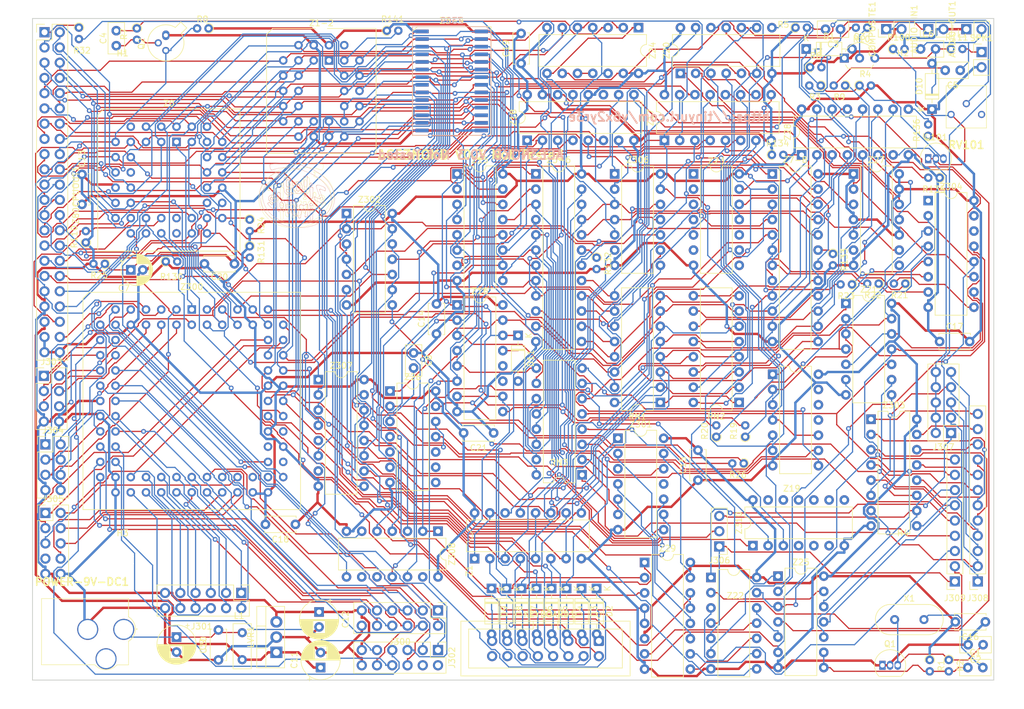
<source format=kicad_pcb>
(kicad_pcb (version 20211014) (generator pcbnew)
  (title_block (title "ACE3NOKB") (date "2019-10-05") (rev "Alpha") (company "Ontobus") (comment 1 "John Bradley") (comment 2 "https://creativecommons.org/licenses/by-nc-sa/4.0/") (comment 3 "Attribution-NonCommercial-ShareAlike 4.0 International License.") (comment 4 "This work is licensed under a Creative Commons "))
  (layers (0 "F.Cu" signal "Top") (31 "B.Cu" signal "Bottom") (34 "B.Paste" user) (35 "F.Paste" user) (36 "B.SilkS" user "B.Silkscreen") (37 "F.SilkS" user "F.Silkscreen") (38 "B.Mask" user) (39 "F.Mask" user) (44 "Edge.Cuts" user))
  (net 0 "")
  (net 1 "GND")
  (net 2 "Net-(Z24-Pad10)")
  (net 3 "Net-(Z24-Pad1)")
  (net 4 "Net-(Z22-Pad2)")
  (net 5 "Net-(Z20-Pad5)")
  (net 6 "Net-(C3-Pad2)")
  (net 7 "Net-(RN1-Pad9)")
  (net 8 "Net-(Z20-Pad11)")
  (net 9 "Net-(Z20-Pad8)")
  (net 10 "Net-(Z20-Pad1)")
  (net 11 "Net-(Z23-Pad12)")
  (net 12 "Net-(R3-Pad2)")
  (net 13 "Net-(C5-Pad2)")
  (net 14 "Net-(RN2-Pad9)")
  (net 15 "Net-(RN2-Pad10)")
  (net 16 "Net-(RN2-Pad11)")
  (net 17 "Net-(RN2-Pad12)")
  (net 18 "Net-(RN2-Pad13)")
  (net 19 "Net-(RN2-Pad14)")
  (net 20 "Net-(RN2-Pad15)")
  (net 21 "Net-(RN2-Pad16)")
  (net 22 "Net-(R19-Pad2)")
  (net 23 "Net-(R20-Pad2)")
  (net 24 "Net-(R22-Pad2)")
  (net 25 "Net-(R23-Pad2)")
  (net 26 "Net-(RN1-Pad16)")
  (net 27 "Net-(RN1-Pad15)")
  (net 28 "Net-(RN1-Pad14)")
  (net 29 "Net-(RN1-Pad13)")
  (net 30 "Net-(RN1-Pad12)")
  (net 31 "Net-(RN1-Pad11)")
  (net 32 "Net-(RN1-Pad10)")
  (net 33 "Net-(AUDIO-IN1-Pad1)")
  (net 34 "Net-(AUDIO-OUT1-Pad2)")
  (net 35 "Net-(D3-Pad2)")
  (net 36 "Net-(D4-Pad2)")
  (net 37 "Net-(D5-Pad2)")
  (net 38 "Net-(D6-Pad2)")
  (net 39 "Net-(D7-Pad2)")
  (net 40 "Net-(D8-Pad2)")
  (net 41 "Net-(D9-Pad2)")
  (net 42 "Net-(D11-Pad2)")
  (net 43 "Net-(KEYBOARD1-Pad6)")
  (net 44 "Net-(KEYBOARD1-Pad10)")
  (net 45 "Net-(KEYBOARD1-Pad4)")
  (net 46 "Net-(KEYBOARD1-Pad8)")
  (net 47 "Net-(KEYBOARD1-Pad2)")
  (net 48 "Net-(Z19-Pad5)")
  (net 49 "Net-(Z19-Pad3)")
  (net 50 "Net-(COMPOSITE1-Pad1)")
  (net 51 "Net-(C1-Pad1)")
  (net 52 "Net-(C6-Pad2)")
  (net 53 "Net-(RN3-Pad16)")
  (net 54 "Net-(RN3-Pad15)")
  (net 55 "Net-(RN3-Pad14)")
  (net 56 "Net-(RN3-Pad13)")
  (net 57 "Net-(RN3-Pad12)")
  (net 58 "Net-(RN3-Pad11)")
  (net 59 "Net-(RN3-Pad10)")
  (net 60 "Net-(RN3-Pad9)")
  (net 61 "Net-(R21-Pad1)")
  (net 62 "+5V")
  (net 63 "+9Vsm")
  (net 64 "Net-(Q101-Pad1)")
  (net 65 "/~{NMI}")
  (net 66 "/~{REFSH}")
  (net 67 "/~{HALT}")
  (net 68 "/~{BUSAK}")
  (net 69 "~{RESET}")
  (net 70 "Net-(Q3-Pad2)")
  (net 71 "~{WAIT}")
  (net 72 "A11")
  (net 73 "A10")
  (net 74 "A9")
  (net 75 "A8")
  (net 76 "/KIO/PA5")
  (net 77 "/KIO/PA4")
  (net 78 "/KIO/PA6")
  (net 79 "/KIO/PA3")
  (net 80 "/KIO/PA7")
  (net 81 "/KIO/PA2")
  (net 82 "/KIO/ARDY")
  (net 83 "/KIO/PA1")
  (net 84 "/KIO/~{ASTB}")
  (net 85 "/KIO/PA0")
  (net 86 "/KIO/PB5")
  (net 87 "/KIO/PB4")
  (net 88 "/KIO/PB6")
  (net 89 "/KIO/PB3")
  (net 90 "/KIO/PB7")
  (net 91 "/KIO/PB2")
  (net 92 "/KIO/BRDY")
  (net 93 "/KIO/PB1")
  (net 94 "/KIO/~{BSTB}")
  (net 95 "/KIO/PB0")
  (net 96 "/KIO/PC5")
  (net 97 "/KIO/PC4")
  (net 98 "/KIO/PC6")
  (net 99 "/KIO/PC3")
  (net 100 "/KIO/PC7")
  (net 101 "/KIO/PC2")
  (net 102 "/KIO/PC1")
  (net 103 "/KIO/PC0")
  (net 104 "/KIO/~{CTSA}")
  (net 105 "/KIO/~{RxCA}")
  (net 106 "/KIO/~{DCDA}")
  (net 107 "/KIO/~{TxCA}")
  (net 108 "/KIO/RxDA")
  (net 109 "/KIO/TxDA")
  (net 110 "/KIO/~{CTSB}")
  (net 111 "/KIO/~{RxCB}")
  (net 112 "/KIO/~{DCDB}")
  (net 113 "/KIO/~{TxCB}")
  (net 114 "/KIO/RxDB")
  (net 115 "/KIO/TxDB")
  (net 116 "/KIO/ZC\\TO3")
  (net 117 "/KIO/ZC\\TO2")
  (net 118 "/KIO/CLK\\TRG2")
  (net 119 "/KIO/ZC\\TO1")
  (net 120 "/KIO/CLK\\TRG1")
  (net 121 "/KIO/ZC\\TO0")
  (net 122 "/KIO/CLK\\TRG0")
  (net 123 "DA7")
  (net 124 "DA6")
  (net 125 "DA5")
  (net 126 "DA4")
  (net 127 "DA3")
  (net 128 "DA2")
  (net 129 "DA1")
  (net 130 "DA0")
  (net 131 "~{M1}")
  (net 132 "~{IOREQ}")
  (net 133 "~{INT}")
  (net 134 "~{RD}")
  (net 135 "~{KIOCS}")
  (net 136 "Net-(C1-Pad2)")
  (net 137 "Net-(C2-Pad1)")
  (net 138 "Net-(C4-Pad2)")
  (net 139 "Net-(Z19-Pad6)")
  (net 140 "Net-(Z23-Pad13)")
  (net 141 "PHI")
  (net 142 "/CPUCLK")
  (net 143 "A15")
  (net 144 "A14")
  (net 145 "A13")
  (net 146 "A12")
  (net 147 "A5")
  (net 148 "A3")
  (net 149 "A1")
  (net 150 "A6")
  (net 151 "A4")
  (net 152 "A2")
  (net 153 "A0")
  (net 154 "~{WR}")
  (net 155 "A7")
  (net 156 "EAR")
  (net 157 "/~{BUSRQ}")
  (net 158 "Net-(Z1-2-Pad22)")
  (net 159 "~{TAPECS}")
  (net 160 "Net-(Z22-Pad11)")
  (net 161 "Net-(Z22-Pad10)")
  (net 162 "Net-(Z22-Pad9)")
  (net 163 "BASECLK_DIV_2048")
  (net 164 "BASECLK_DIV_4")
  (net 165 "BASECLK_DIV_1024")
  (net 166 "BASECLK_DIV_8")
  (net 167 "BASECLK_DIV_256")
  (net 168 "BASECLK_DIV_16")
  (net 169 "BASECLK_DIV_512")
  (net 170 "BASECLK_DIV_128")
  (net 171 "XRESET")
  (net 172 "BASECLK_DIV_32")
  (net 173 "BASECLK")
  (net 174 "BASECLK_DIV_64")
  (net 175 "BASECLK_DIV_2")
  (net 176 "BASECLK_DIV_4096")
  (net 177 "~{CPU2VDGACCES}")
  (net 178 "FONTCHARX0")
  (net 179 "SCREENY4")
  (net 180 "SCREENY0")
  (net 181 "ENDOFSCR")
  (net 182 "SCREENY3")
  (net 183 "YRESET")
  (net 184 "SCREENY1")
  (net 185 "EOL")
  (net 186 "SCREENY2")
  (net 187 "FONTCHARX1")
  (net 188 "Net-(R132-Pad1)")
  (net 189 "Net-(R133-Pad1)")
  (net 190 "Net-(R134-Pad2)")
  (net 191 "Net-(R135-Pad2)")
  (net 192 "Net-(R136-Pad2)")
  (net 193 "Net-(D2-Pad2)")
  (net 194 "Net-(R9-Pad1)")
  (net 195 "Net-(R10-Pad2)")
  (net 196 "Net-(Z1-Pad1)")
  (net 197 "Net-(R111-Pad2)")
  (net 198 "CLK\\TRG3")
  (net 199 "Net-(R141-Pad2)")
  (net 200 "Net-(Z24-Pad12)")
  (net 201 "Net-(Z29-Pad14)")
  (net 202 "Net-(Z29-Pad13)")
  (net 203 "Net-(Z29-Pad12)")
  (net 204 "Net-(Z29-Pad11)")
  (net 205 "Net-(Z302-Pad5)")
  (net 206 "Net-(Z306-Pad8)")
  (net 207 "Net-(Z307-Pad1)")
  (net 209 "/VDG/VIDEO")
  (net 210 "FONTCHARX2")
  (net 211 "FONTCHARY0")
  (net 212 "SHIFTCLK")
  (net 213 "SCREENX4")
  (net 214 "SCREENX3")
  (net 215 "SCREENX2")
  (net 216 "SCREENX1")
  (net 217 "SCREENX0")
  (net 218 "FONTCHARY1")
  (net 219 "FONTCHARY2")
  (net 220 "/ADDRDECODE/~{CPUINVDGRAM}")
  (net 221 "~{CPUVDGRAMWR}")
  (net 222 "~{WE}")
  (net 223 "~{MREQ}")
  (net 224 "~{VHOLD}")
  (net 225 "VIDEN")
  (net 226 "~{CSVIDEORAM}")
  (net 227 "/VDG/HSYNC")
  (net 228 "~{TOP32K}")
  (net 229 "~{0000-1FFF}")
  (net 230 "/ADDRDECODE/~{3C00-3FFF}")
  (net 231 "~{3800-3BFF}")
  (net 232 "~{3000-37FF}")
  (net 233 "~{CPUFONTROM}")
  (net 234 "~{BOTTOM32K}")
  (net 235 "~{3800-3FFF}")
  (net 236 "/ADDRDECODE/~{CPUFONT}")
  (net 237 "~{CPUVDGRAMRD}")
  (net 238 "/PSU/+9Vus")
  (net 239 "~{CSFONTRAM}")
  (net 240 "/ADDRDECODE/~{CPUVRAM}")
  (net 241 "~{CPU2FONTRAM}")
  (net 259 "/VDG/SYNCLEVEL")
  (net 298 "/ADDRDECODE/~{WAIT}")
  (net 299 "/ADDRDECODE/~{3800-3BFF}")
  (footprint "Capacitor_THT:C_Disc_D5.0mm_W2.5mm_P2.50mm" (layer "F.Cu") (at 205.105 46.99 180)
    (fp_text reference "C3")
    (fp_text value "47n")
  )
  (footprint "Resistor_THT:R_Axial_DIN0204_L3.6mm_D1.6mm_P1.90mm_Vertical" (layer "F.Cu") (at 205.867 56.388 180)
    (fp_text reference "R9")
    (fp_text value "10k")
  )
  (footprint "Resistor_THT:R_Axial_DIN0204_L3.6mm_D1.6mm_P1.90mm_Vertical" (layer "F.Cu") (at 189.23 114.935 90)
    (fp_text reference "R19")
    (fp_text value "1K")
  )
  (footprint "Resistor_THT:R_Axial_DIN0204_L3.6mm_D1.6mm_P1.90mm_Vertical" (layer "F.Cu") (at 209.55 46.736 180)
    (fp_text reference "R10")
    (fp_text value "22k")
  )
  (footprint "Resistor_THT:R_Axial_DIN0204_L3.6mm_D1.6mm_P1.90mm_Vertical" (layer "F.Cu") (at 184.404 114.935 90)
    (fp_text reference "R20")
    (fp_text value "1K")
  )
  (footprint "Resistor_THT:R_Axial_DIN0204_L3.6mm_D1.6mm_P1.90mm_Vertical" (layer "F.Cu") (at 215.9 89.408 180)
    (fp_text reference "R21")
    (fp_text value "1K")
  )
  (footprint "Resistor_THT:R_Axial_DIN0204_L3.6mm_D1.6mm_P1.90mm_Vertical" (layer "F.Cu") (at 211.455 89.408 180)
    (fp_text reference "R22")
    (fp_text value "1K")
  )
  (footprint "Resistor_THT:R_Axial_DIN0204_L3.6mm_D1.6mm_P1.90mm_Vertical" (layer "F.Cu") (at 207.01 89.535 180)
    (fp_text reference "R23")
    (fp_text value "1K")
  )
  (footprint "Resistor_THT:R_Axial_DIN0204_L3.6mm_D1.6mm_P1.90mm_Vertical" (layer "F.Cu") (at 106.68 78.74 -90)
    (fp_text reference "R24")
    (fp_text value "10k")
  )
  (footprint "Resistor_THT:R_Axial_DIN0204_L3.6mm_D1.6mm_P1.90mm_Vertical" (layer "F.Cu") (at 82.55 86.106 180)
    (fp_text reference "R25")
    (fp_text value "220k")
  )
  (footprint "Resistor_THT:R_Axial_DIN0204_L3.6mm_D1.6mm_P1.90mm_Vertical" (layer "F.Cu") (at 188.971 119.38 180)
    (fp_text reference "R26")
    (fp_text value "330R")
  )
  (footprint "Resistor_THT:R_Axial_DIN0204_L3.6mm_D1.6mm_P1.90mm_Vertical" (layer "F.Cu") (at 201.803 56.388 180)
    (fp_text reference "R3")
    (fp_text value "1K5")
  )
  (footprint "Resistor_THT:R_Axial_DIN0204_L3.6mm_D1.6mm_P1.90mm_Vertical" (layer "F.Cu") (at 208.28 56.388)
    (fp_text reference "R4")
    (fp_text value "1K5")
  )
  (footprint "Resistor_THT:R_Axial_DIN0204_L3.6mm_D1.6mm_P1.90mm_Vertical" (layer "F.Cu") (at 197.612 46.736)
    (fp_text reference "R5")
    (fp_text value "12k")
  )
  (footprint "Resistor_THT:R_Axial_DIN0204_L3.6mm_D1.6mm_P1.90mm_Vertical" (layer "F.Cu") (at 200.025 53.34)
    (fp_text reference "R6")
    (fp_text value "1K")
  )
  (footprint "Package_LCC:PLCC-44_THT-Socket" (layer "F.Cu") (at 94.488 65.786)
    (fp_text reference "Z0")
    (fp_text value "Z80CPU_LCC")
  )
  (footprint "Package_TO_SOT_THT:TO-92_Inline" (layer "F.Cu") (at 212.09 153.035)
    (fp_text reference "Q1")
    (fp_text value "2N3904")
  )
  (footprint "Package_LCC:PLCC-32_THT-Socket" (layer "F.Cu") (at 119.888 52.197)
    (fp_text reference "Z1-2")
    (fp_text value "SST39SF010A-45-4I-NHE ")
  )
  (footprint "Capacitor_THT:C_Disc_D5.0mm_W2.5mm_P2.50mm" (layer "F.Cu") (at 133.985 100.965 -90)
    (fp_text reference "C8")
    (fp_text value "2200pF")
  )
  (footprint "Diode_THT:D_DO-35_SOD27_P7.62mm_Horizontal" (layer "F.Cu") (at 146.97 140.215 -90)
    (fp_text reference "D9")
    (fp_text value "1N4148")
  )
  (footprint "Diode_THT:D_DO-35_SOD27_P7.62mm_Horizontal" (layer "F.Cu") (at 149.47 140.215 -90)
    (fp_text reference "D8")
    (fp_text value "1N4148")
  )
  (footprint "Diode_THT:D_DO-35_SOD27_P7.62mm_Horizontal" (layer "F.Cu") (at 151.97 140.215 -90)
    (fp_text reference "D7")
    (fp_text value "1N4148")
  )
  (footprint "Diode_THT:D_DO-35_SOD27_P7.62mm_Horizontal" (layer "F.Cu") (at 154.47 140.215 -90)
    (fp_text reference "D6")
    (fp_text value "1N4148")
  )
  (footprint "Diode_THT:D_DO-35_SOD27_P7.62mm_Horizontal" (layer "F.Cu") (at 156.97 140.215 -90)
    (fp_text reference "D5")
    (fp_text value "1N4148")
  )
  (footprint "Diode_THT:D_DO-35_SOD27_P7.62mm_Horizontal" (layer "F.Cu") (at 159.47 140.215 -90)
    (fp_text reference "D4")
    (fp_text value "1N4148")
  )
  (footprint "Diode_THT:D_DO-35_SOD27_P7.62mm_Horizontal" (layer "F.Cu") (at 161.97 140.215 -90)
    (fp_text reference "D3")
    (fp_text value "1N4148")
  )
  (footprint "Diode_THT:D_DO-35_SOD27_P7.62mm_Horizontal" (layer "F.Cu") (at 164.47 140.215 -90)
    (fp_text reference "D2")
    (fp_text value "1N4148")
  )
  (footprint "Diode_THT:D_DO-35_SOD27_P7.62mm_Horizontal" (layer "F.Cu") (at 199.39 50.292)
    (fp_text reference "D1")
    (fp_text value "1N4148")
  )
  (footprint "ExtraFootprints:SOP-28_8.3x18.15mm_P1.27mm" (layer "F.Cu") (at 140.335 55.626 -90)
    (fp_text reference "Z3-4")
    (fp_text value "IS62C256AL-45ULI")
  )
  (footprint "Diode_THT:D_DO-35_SOD27_P7.62mm_Horizontal" (layer "F.Cu") (at 151.384 98.044 -90)
    (fp_text reference "D11")
    (fp_text value "1N4148")
  )
  (footprint "Diode_THT:D_DO-35_SOD27_P7.62mm_Horizontal" (layer "F.Cu") (at 220.345 60.325 90)
    (fp_text reference "D10")
    (fp_text value "1N4148")
  )
  (footprint "Capacitor_THT:C_Disc_D5.0mm_W2.5mm_P5.00mm" (layer "F.Cu") (at 101.473 152.146 90)
    (fp_text reference "C10")
    (fp_text value "100nF")
  )
  (footprint "Capacitor_THT:CP_Radial_D6.3mm_P2.50mm" (layer "F.Cu") (at 118.491 153.416 90)
    (fp_text reference "C11")
    (fp_text value "1uF")
  )
  (footprint "Capacitor_THT:C_Disc_D5.0mm_W2.5mm_P5.00mm" (layer "F.Cu") (at 78.74 76.2 90)
    (fp_text reference "C13")
    (fp_text value "100nF")
  )
  (footprint "Capacitor_THT:C_Disc_D5.0mm_W2.5mm_P5.00mm" (layer "F.Cu") (at 137.795 97.79 90)
    (fp_text reference "C14")
    (fp_text value "100nF")
  )
  (footprint "Capacitor_THT:C_Disc_D5.0mm_W2.5mm_P5.00mm" (layer "F.Cu") (at 181.356 122.174 90)
    (fp_text reference "C15")
    (fp_text value "100nF")
  )
  (footprint "Capacitor_THT:C_Disc_D5.0mm_W2.5mm_P5.00mm" (layer "F.Cu") (at 229.235 145.796 180)
    (fp_text reference "C16")
    (fp_text value "100nF")
  )
  (footprint "Capacitor_THT:C_Disc_D5.0mm_W2.5mm_P5.00mm" (layer "F.Cu") (at 221.615 99.06)
    (fp_text reference "C17")
    (fp_text value "100nF")
  )
  (footprint "Capacitor_THT:C_Disc_D5.0mm_W2.5mm_P5.00mm" (layer "F.Cu") (at 114.3 129.54 180)
    (fp_text reference "C18")
    (fp_text value "100nF")
  )
  (footprint "Capacitor_THT:C_Disc_D5.0mm_W2.5mm_P5.00mm" (layer "F.Cu") (at 151.892 52.705 90)
    (fp_text reference "C19")
    (fp_text value "100nF")
  )
  (footprint "Capacitor_THT:C_Disc_D5.0mm_W2.5mm_P5.00mm" (layer "F.Cu") (at 104.14 86.106 180)
    (fp_text reference "C20")
    (fp_text value "100nF")
  )
  (footprint "Capacitor_THT:C_Disc_D5.0mm_W2.5mm_P5.00mm" (layer "F.Cu") (at 147.32 114.3 180)
    (fp_text reference "C21")
    (fp_text value "100nF")
  )
  (footprint "Connector_IDC:IDC-Header_2x08_P2.54mm_Vertical" (layer "F.Cu") (at 164.846 148.971 -90)
    (fp_text reference "KEYBOARD1")
    (fp_text value "Conn_02x08_Odd_Even")
  )
  (footprint "Package_DIP:DIP-16_W7.62mm" (layer "F.Cu") (at 175.768 65.532 90)
    (fp_text reference "Z17")
    (fp_text value "SN74LS367AN")
  )
  (footprint "Package_DIP:DIP-16_W7.62mm" (layer "F.Cu") (at 198.628 67.945 90)
    (fp_text reference "Z28")
    (fp_text value "SN74ALS166N")
  )
  (footprint "Package_DIP:DIP-16_W7.62mm" (layer "F.Cu") (at 172.466 135.89)
    (fp_text reference "Z29")
    (fp_text value "SN74AHCT138N")
  )
  (footprint "Package_DIP:DIP-16_W7.62mm" (layer "F.Cu") (at 152.908 65.532 90)
    (fp_text reference "Z18")
    (fp_text value "SN74LS367AN")
  )
  (footprint "Connector_PinHeader_2.54mm:PinHeader_1x02_P2.54mm_Vertical" (layer "F.Cu") (at 219.71 46.99 90)
    (fp_text reference "AUDIO-IN1")
    (fp_text value "332-02")
  )
  (footprint "ExtraFootprints:163179PHEX" (layer "F.Cu") (at 71.998 151.947)
    (fp_text reference "POWER-9V-DC1")
    (fp_text value "163-179PH-EX " hide)
  )
  (footprint "Package_DIP:DIP-24_W7.62mm" (layer "F.Cu") (at 154.353 71.12)
    (fp_text reference "Z5-6")
    (fp_text value "6116SA20TPGI")
  )
  (footprint "Package_DIP:DIP-24_W7.62mm" (layer "F.Cu") (at 193.741 71.12)
    (fp_text reference "Z7-8")
    (fp_text value "6116SA20TPGI")
  )
  (footprint "Connector_PinHeader_2.54mm:PinHeader_2x22_P2.54mm_Vertical" (layer "F.Cu") (at 72.5 47.5)
    (fp_text reference "Z80CPUOUT1")
    (fp_text value "Conn_02x22_Odd_Even")
  )
  (footprint "ExtraFootprints:KEMET_SBT_0260T" (layer "F.Cu") (at 105.41 149.86 -90)
    (fp_text reference "L1")
    (fp_text value "EMI_Filter_LL_1423")
  )
  (footprint "Capacitor_THT:CP_Radial_D6.3mm_P2.50mm" (layer "F.Cu") (at 94.488 148.336 -90)
    (fp_text reference "C9")
    (fp_text value "100uF")
  )
  (footprint "Capacitor_THT:CP_Radial_D6.3mm_P2.50mm" (layer "F.Cu") (at 118.237 144.145 -90)
    (fp_text reference "C12")
    (fp_text value "1uF")
  )
  (footprint "Capacitor_THT:CP_Radial_D5.0mm_P2.00mm" (layer "F.Cu") (at 86.868 87.122)
    (fp_text reference "C7")
    (fp_text value "1uF")
  )
  (footprint "Package_DIP:DIP-16_W7.62mm" (layer "F.Cu") (at 162.052 121.285 180)
    (fp_text reference "RN3")
    (fp_text value "1k")
  )
  (footprint "Package_DIP:DIP-16_W7.62mm" (layer "F.Cu") (at 144.145 135.255 90)
    (fp_text reference "Z1")
    (fp_text value "SN74LS367AN")
  )
  (footprint "Package_DIP:DIP-16_W7.62mm" (layer "F.Cu") (at 141.224 71.12)
    (fp_text reference "Z15")
    (fp_text value "SN74LS367AN")
  )
  (footprint "Package_DIP:DIP-16_W7.62mm" (layer "F.Cu") (at 141.224 92.964)
    (fp_text reference "Z16")
    (fp_text value "SN74LS367AN")
  )
  (footprint "Crystal:Crystal_HC49-U_Vertical" (layer "F.Cu") (at 214.122 145.415)
    (fp_text reference "X1")
    (fp_text value "6.5MHz")
  )
  (footprint "Capacitor_THT:C_Disc_D5.0mm_W2.5mm_P2.50mm" (layer "F.Cu") (at 228.854 149.606 180)
    (fp_text reference "C2")
    (fp_text value "100pF")
  )
  (footprint "Capacitor_THT:C_Disc_D5.0mm_W2.5mm_P2.50mm" (layer "F.Cu") (at 226.314 153.416)
    (fp_text reference "C1")
    (fp_text value "30pF")
  )
  (footprint "Resistor_THT:R_Axial_DIN0204_L3.6mm_D1.6mm_P1.90mm_Vertical" (layer "F.Cu") (at 223.139 152.146 -90)
    (fp_text reference "R2")
    (fp_text value "47k")
  )
  (footprint "Capacitor_THT:C_Disc_D5.0mm_W2.5mm_P2.50mm" (layer "F.Cu") (at 218.44 50.292)
    (fp_text reference "C6")
    (fp_text value "47pF")
  )
  (footprint "Capacitor_THT:C_Disc_D5.0mm_W2.5mm_P2.50mm" (layer "F.Cu") (at 225.044 53.848 180)
    (fp_text reference "C5")
    (fp_text value "47nF")
  )
  (footprint "Package_DIP:DIP-16_W7.62mm" (layer "F.Cu") (at 175.083 109.22 180)
    (fp_text reference "RN1")
    (fp_text value "1k")
  )
  (footprint "Package_DIP:DIP-16_W7.62mm" (layer "F.Cu") (at 188.212 109.22 180)
    (fp_text reference "RN2")
    (fp_text value "1k")
  )
  (footprint "Package_DIP:DIP-14_W7.62mm" (layer "F.Cu") (at 193.802 104.521)
    (fp_text reference "Z19")
    (fp_text value "SN74AHCT00N")
  )
  (footprint "Package_DIP:DIP-14_W7.62mm" (layer "F.Cu") (at 183.515 138.39)
    (fp_text reference "Z22")
    (fp_text value "SN74ACT11N")
  )
  (footprint "Package_DIP:DIP-14_W7.62mm" (layer "F.Cu") (at 180.612 71.12)
    (fp_text reference "Z23")
    (fp_text value "SN74AHCT86N")
  )
  (footprint "Package_DIP:DIP-14_W7.62mm" (layer "F.Cu") (at 171.45 46.736 -90)
    (fp_text reference "Z24")
    (fp_text value "SN74AHCT02N")
  )
  (footprint "Package_DIP:DIP-14_W7.62mm" (layer "F.Cu") (at 207.264 71.12)
    (fp_text reference "Z27")
    (fp_text value "SN74AHCT74N")
  )
  (footprint "Package_DIP:DIP-14_W7.62mm" (layer "F.Cu") (at 168.021 115.189)
    (fp_text reference "Z301")
    (fp_text value "SN74AS21N")
  )
  (footprint "MountingHole:MountingHole_3.5mm" (layer "F.Cu") (at 85.5 135.5)
    (fp_text reference "H3")
    (fp_text value "MountingHole")
  )
  (footprint "MountingHole:MountingHole_3.5mm" (layer "F.Cu") (at 215.5 135.5)
    (fp_text reference "H4")
    (fp_text value "MountingHole")
  )
  (footprint "MountingHole:MountingHole_3.5mm" (layer "F.Cu") (at 85.5 55.5)
    (fp_text reference "H1")
    (fp_text value "MountingHole")
  )
  (footprint "MountingHole:MountingHole_3.5mm" (layer "F.Cu") (at 215.5 55.5)
    (fp_text reference "H2")
    (fp_text value "MountingHole")
  )
  (footprint "Resistor_THT:R_Axial_DIN0204_L3.6mm_D1.6mm_P1.90mm_Vertical" (layer "F.Cu") (at 78.232 46.736 -90)
    (fp_text reference "R32")
    (fp_text value "10k")
  )
  (footprint "Resistor_THT:R_Axial_DIN0204_L3.6mm_D1.6mm_P1.90mm_Vertical" (layer "F.Cu") (at 79.375 82.55 90)
    (fp_text reference "R110")
    (fp_text value "10k")
  )
  (footprint "Package_TO_SOT_THT:TO-92_Inline" (layer "F.Cu") (at 219.71 68.58)
    (fp_text reference "Q101")
    (fp_text value "2N3904")
  )
  (footprint "Resistor_THT:R_Axial_DIN0204_L3.6mm_D1.6mm_P1.90mm_Vertical" (layer "F.Cu") (at 213.868 50.292)
    (fp_text reference "R100")
    (fp_text value "100")
  )
  (footprint "Connector_PinHeader_2.54mm:PinHeader_1x02_P2.54mm_Vertical" (layer "F.Cu") (at 228.6 50.8)
    (fp_text reference "SPK1")
    (fp_text value "SPk1")
  )
  (footprint "Resistor_THT:R_Axial_DIN0204_L3.6mm_D1.6mm_P1.90mm_Vertical" (layer "F.Cu") (at 223.52 50.292)
    (fp_text reference "R111")
    (fp_text value "200")
  )
  (footprint "Connector_PinHeader_2.54mm:PinHeader_1x02_P2.54mm_Vertical" (layer "F.Cu") (at 226.06 46.99 90)
    (fp_text reference "AUDIO-OUT1")
    (fp_text value "332-02")
  )
  (footprint "Package_TO_SOT_THT:TO-92L_Inline_Wide" (layer "F.Cu") (at 205.74 51.816)
    (fp_text reference "Q3")
    (fp_text value "BC183")
  )
  (footprint "ExtraFootprints:3362H1103LF" (layer "F.Cu") (at 226.06 59.944)
    (fp_text reference "RV101")
    (fp_text value "100" hide)
  )
  (footprint "Package_DIP:DIP-14_W7.62mm" (layer "F.Cu") (at 138.049 130.683 -90)
    (fp_text reference "Z308")
    (fp_text value "SN74ALS30AN ")
  )
  (footprint "Connector_PinHeader_2.54mm:PinHeader_2x06_P2.54mm_Vertical" (layer "F.Cu") (at 138.049 143.891 -90)
    (fp_text reference "J300")
    (fp_text value "Conn_02x06_Odd_Even")
  )
  (footprint "Connector_PinHeader_2.54mm:PinHeader_2x06_P2.54mm_Vertical" (layer "F.Cu") (at 105.283 140.97 -90)
    (fp_text reference "J301")
    (fp_text value "Conn_02x06_Odd_Even")
  )
  (footprint "Connector_PinHeader_2.54mm:PinHeader_2x06_P2.54mm_Vertical" (layer "F.Cu") (at 138.049 150.495 -90)
    (fp_text reference "J302")
    (fp_text value "Conn_02x06_Odd_Even")
  )
  (footprint "Connector_PinHeader_2.54mm:PinHeader_2x04_P2.54mm_Vertical" (layer "F.Cu") (at 72.39 104.775)
    (fp_text reference "J303")
    (fp_text value "Conn_02x04_Odd_Even")
  )
  (footprint "Connector_PinHeader_2.54mm:PinHeader_2x04_P2.54mm_Vertical" (layer "F.Cu") (at 72.644 116.205)
    (fp_text reference "J304")
    (fp_text value "Conn_02x04_Odd_Even")
  )
  (footprint "Connector_PinHeader_2.54mm:PinHeader_2x05_P2.54mm_Vertical" (layer "F.Cu") (at 72.644 127.635)
    (fp_text reference "J305")
    (fp_text value "Conn_02x05_Odd_Even")
  )
  (footprint "Package_LCC:PLCC-84_THT-Socket" (layer "F.Cu") (at 97.028 93.726)
    (fp_text reference "Z300")
    (fp_text value "Z84-KIO-PLCC-84")
  )
  (footprint "Package_DIP:DIP-14_W7.62mm" (layer "F.Cu") (at 130.048 107.315)
    (fp_text reference "Z26")
    (fp_text value "SN74AHCT32N")
  )
  (footprint "Package_TO_SOT_THT:TO-220-3_Vertical" (layer "F.Cu") (at 111.125 150.876 90)
    (fp_text reference "LVR1")
    (fp_text value "LM7805_TO220")
  )
  (footprint "Package_DIP:DIP-14_W7.62mm" (layer "F.Cu") (at 167.483 71.12)
    (fp_text reference "Z306")
    (fp_text value "SN74AHCT04N")
  )
  (footprint "ExtraFootprints:ZilogInsideFront" (layer "F.Cu") (at 107.696 82.55)
    (fp_text reference "Logo1" hide)
    (fp_text value "ZilogFront" hide)
  )
  (footprint "ExtraFootprints:ZilogInsideBack" (layer "F.Cu") (at 107.315 82.55)
    (fp_text reference "Logo2" hide)
    (fp_text value "ZilogBack" hide)
  )
  (footprint "Connector_PinHeader_2.54mm:PinHeader_1x02_P2.54mm_Vertical" (layer "F.Cu") (at 212.725 46.99 90)
    (fp_text reference "COMPOSITE1")
    (fp_text value "332-02")
  )
  (footprint "Capacitor_THT:C_Disc_D5.0mm_W2.5mm_P2.50mm" (layer "F.Cu") (at 84.455 47.244 -90)
    (fp_text reference "C4")
    (fp_text value "47pF")
  )
  (footprint "Package_TO_SOT_THT:TO-18-3" (layer "F.Cu") (at 92.71 48.006 -90)
    (fp_text reference "Q2")
    (fp_text value "2N2369")
  )
  (footprint "Resistor_THT:R_Axial_DIN0204_L3.6mm_D1.6mm_P1.90mm_Vertical" (layer "F.Cu") (at 87.884 46.863 -90)
    (fp_text reference "R7")
    (fp_text value "1K")
  )
  (footprint "Connector_PinSocket_2.54mm:PinSocket_1x12_P2.54mm_Vertical" (layer "F.Cu") (at 227.965 139.065 180)
    (fp_text reference "J308")
    (fp_text value "Conn_01x12_Female")
  )
  (footprint "Connector_PinSocket_2.54mm:PinSocket_1x09_P2.54mm_Vertical" (layer "F.Cu") (at 224.155 139.065 180)
    (fp_text reference "J309")
    (fp_text value "Conn_01x09_Female")
  )
  (footprint "Connector_PinHeader_2.54mm:PinHeader_1x03_P2.54mm_Vertical" (layer "F.Cu") (at 184.912 133.223 180)
    (fp_text reference "J306")
    (fp_text value "Conn_01x03")
  )
  (footprint "Resistor_THT:R_Axial_DIN0204_L3.6mm_D1.6mm_P1.90mm_Vertical" (layer "F.Cu") (at 219.964 152.146 -90)
    (fp_text reference "R1")
    (fp_text value "4k7")
  )
  (footprint "Package_DIP:DIP-16_W7.62mm" (layer "F.Cu") (at 118.11 105.41)
    (fp_text reference "Z307")
    (fp_text value "SN74AHCT139N ")
  )
  (footprint "Package_DIP:DIP-16_W7.62mm" (layer "F.Cu") (at 210.185 112.014)
    (fp_text reference "Z303")
    (fp_text value "CD74HCT4040E")
  )
  (footprint "Package_DIP:DIP-16_W7.62mm" (layer "F.Cu") (at 219.71 75.565)
    (fp_text reference "Z304")
    (fp_text value "CD74HCT4040E")
  )
  (footprint "Connector_PinHeader_2.54mm:PinHeader_2x05_P2.54mm_Vertical" (layer "F.Cu") (at 223.52 114.3 180)
    (fp_text reference "J307")
    (fp_text value "Conn_02x05")
  )
  (footprint "Resistor_THT:R_Axial_DIN0204_L3.6mm_D1.6mm_P1.90mm_Vertical" (layer "F.Cu") (at 92.71 85.725)
    (fp_text reference "R130")
    (fp_text value "10k")
  )
  (footprint "Resistor_THT:R_Axial_DIN0204_L3.6mm_D1.6mm_P1.90mm_Vertical" (layer "F.Cu") (at 106.68 83.185 -90)
    (fp_text reference "R131")
    (fp_text value "10k")
  )
  (footprint "Resistor_THT:R_Axial_DIN0204_L3.6mm_D1.6mm_P1.90mm_Vertical" (layer "F.Cu") (at 164.465 85.09 -90)
    (fp_text reference "R132")
    (fp_text value "1K")
  )
  (footprint "Resistor_THT:R_Axial_DIN0204_L3.6mm_D1.6mm_P1.90mm_Vertical" (layer "F.Cu") (at 203.835 84.455 -90)
    (fp_text reference "R133")
    (fp_text value "1K")
  )
  (footprint "Resistor_THT:R_Axial_DIN0204_L3.6mm_D1.6mm_P1.90mm_Vertical" (layer "F.Cu") (at 193.675 67.945)
    (fp_text reference "R134")
    (fp_text value "1K")
  )
  (footprint "Resistor_THT:R_Axial_DIN0204_L3.6mm_D1.6mm_P1.90mm_Vertical" (layer "F.Cu") (at 221.615 71.755 180)
    (fp_text reference "R135")
    (fp_text value "1K")
  )
  (footprint "Resistor_THT:R_Axial_DIN0204_L3.6mm_D1.6mm_P1.90mm_Vertical" (layer "F.Cu") (at 219.71 64.77 90)
    (fp_text reference "R136")
    (fp_text value "10K")
  )
  (footprint "Resistor_THT:R_Axial_DIN0204_L3.6mm_D1.6mm_P1.90mm_Vertical" (layer "F.Cu") (at 99.822 46.863 180)
    (fp_text reference "R8")
    (fp_text value "270R")
  )
  (footprint "Package_DIP:DIP-14_W7.62mm" (layer "F.Cu") (at 178.435 54.356 90)
    (fp_text reference "Z20")
    (fp_text value "SN74AHCT08N")
  )
  (footprint "Package_DIP:DIP-14_W7.62mm" (layer "F.Cu") (at 205.994 92.71)
    (fp_text reference "Z21")
    (fp_text value "SN74ACT11N")
  )
  (footprint "Package_DIP:DIP-14_W7.62mm" (layer "F.Cu") (at 194.691 138.176)
    (fp_text reference "Z25")
    (fp_text value "SN74AHCT02N")
  )
  (footprint "Resistor_THT:R_Axial_DIN0204_L3.6mm_D1.6mm_P1.90mm_Vertical" (layer "F.Cu") (at 129.54 47.244)
    (fp_text reference "R141")
    (fp_text value "10k")
  )
  (footprint "Package_DIP:DIP-14_W7.62mm" (layer "F.Cu") (at 122.809 77.724)
    (fp_text reference "Z302")
    (fp_text value "SN74AHCT32N")
  )
  (footprint "Package_DIP:DIP-14_W7.62mm" (layer "F.Cu") (at 190.5 133.096 90)
    (fp_text reference "Z310")
    (fp_text value "SN74AHCT08N")
  )
  (footprint "ExtraFootprints:SOP-28_8.3x18.15mm_P1.27mm" (layer "B.Cu") (at 140.335 55.626 -90)
    (fp_text reference "Z309")
    (fp_text value "IS62C256AL-45ULI")
  )
  (gr_line (start 70.5 45.212) (end 70.5011 155.5036) (layer "Edge.Cuts") (width 0.15))
  (gr_line (start 70.5011 155.5036) (end 230.632 155.5036) (layer "Edge.Cuts") (width 0.15))
  (gr_line (start 230.632 155.5036) (end 230.632 45.212) (layer "Edge.Cuts") (width 0.15))
  (gr_line (start 230.632 45.212) (end 70.5 45.212) (layer "Edge.Cuts") (width 0.15))
  (gr_text "ACE3NOKB V0.3 Not Tested" (at 143.51 67.945) (layer "B.SilkS") (effects (font (size 1.5 1.5) (thickness 0.3)) (justify mirror)))
  (gr_text "https://tinyurl.com/y6x2yr3e" (at 176.53 61.595) (layer "B.SilkS") (effects (font (size 1.5 1.5) (thickness 0.3)) (justify mirror)))
  (gr_text "ACE3NOKB V0.3 Not Tested" (at 143.51 67.945) (layer "F.SilkS") (effects (font (size 1.5 1.5) (thickness 0.3))))
  (segment (start 88.868 87.122) (end 89.5031 87.122) (width 0.4) (layer "F.Cu") (net 1))
  (segment (start 72.3622 74.3373) (end 71.016 72.9911) (width 0.2) (layer "F.Cu") (net 1))
  (segment (start 168.6357 86.36) (end 172.3365 82.6592) (width 0.4) (layer "F.Cu") (net 1))
  (segment (start 75.04 59.0973) (end 74.9022 59.0973) (width 0.2) (layer "F.Cu") (net 1))
  (segment (start 143.9223 60.3075) (end 143.9223 60.071) (width 0.2) (layer "F.Cu") (net 1))
  (segment (start 175.6094 93.98) (end 175.083 93.98) (width 0.2) (layer "F.Cu") (net 1))
  (segment (start 109.728 106.426) (end 111.1609 104.9931) (width 0.4) (layer "F.Cu") (net 1))
  (segment (start 172.9837 126.619) (end 169.1737 130.429) (width 0.4) (layer "F.Cu") (net 1))
  (segment (start 134.0423 51.181) (end 133.802 51.4213) (width 0.2) (layer "F.Cu") (net 1))
  (segment (start 171.2932 139.1622) (end 171.6668 139.5358) (width 0.2) (layer "F.Cu") (net 1))
  (segment (start 186.9807 57.912) (end 186.9807 58.0211) (width 0.2) (layer "F.Cu") (net 1))
  (segment (start 143.9773 54.3543) (end 146.5248 54.3543) (width 0.2) (layer "F.Cu") (net 1))
  (segment (start 200.025 53.34) (end 201.0794 52.2856) (width 0.4) (layer "F.Cu") (net 1))
  (segment (start 201.0794 52.2856) (end 202.6561 52.2856) (width 0.4) (layer "F.Cu") (net 1))
  (segment (start 185.928 57.912) (end 186.9807 57.912) (width 0.2) (layer "F.Cu") (net 1))
  (segment (start 137.0163 52.7196) (end 142.8341 52.7196) (width 0.2) (layer "F.Cu") (net 1))
  (segment (start 156.6007 57.912) (end 156.6007 58.1807) (width 0.4) (layer "F.Cu") (net 1))
  (segment (start 149.9989 67.3101) (end 159.3617 67.3101) (width 0.2) (layer "F.Cu") (net 1))
  (segment (start 171.0231 141.3602) (end 171.4133 140.97) (width 0.2) (layer "F.Cu") (net 1))
  (segment (start 172.466 153.67) (end 173.6187 153.67) (width 0.4) (layer "F.Cu") (net 1))
  (segment (start 96.5267 67.1076) (end 88.1896 67.1076) (width 0.2) (layer "F.Cu") (net 1))
  (segment (start 150.6521 126.5677) (end 154.8341 126.5677) (width 0.2) (layer "F.Cu") (net 1))
  (segment (start 142.3538 69.7146) (end 142.7309 70.0917) (width 0.2) (layer "F.Cu") (net 1))
  (segment (start 122.809 130.683) (end 122.809 129.5303) (width 0.4) (layer "F.Cu") (net 1))
  (segment (start 79.3822 99.5028) (end 76.3772 99.5028) (width 0.4) (layer "F.Cu") (net 1))
  (segment (start 136.7477 51.181) (end 136.8401 51.2734) (width 0.2) (layer "F.Cu") (net 1))
  (segment (start 85.3576 70.3276) (end 85.5981 70.3276) (width 0.2) (layer "F.Cu") (net 1))
  (segment (start 148.844 76.2) (end 147.7913 76.2) (width 0.2) (layer "F.Cu") (net 1))
  (segment (start 159.3617 67.3101) (end 159.4499 67.2219) (width 0.2) (layer "F.Cu") (net 1))
  (segment (start 77.3143 62.0443) (end 77.6182 62.3482) (width 0.2) (layer "F.Cu") (net 1))
  (segment (start 175.083 99.06) (end 176.1357 99.06) (width 0.2) (layer "F.Cu") (net 1))
  (segment (start 152.1129 95.3856) (end 154.7702 95.3856) (width 0.2) (layer "F.Cu") (net 1))
  (segment (start 215.265 46.99) (end 214.0623 46.99) (width 0.4) (layer "F.Cu") (net 1))
  (segment (start 131.8367 110.9701) (end 129.6432 110.9701) (width 0.2) (layer "F.Cu") (net 1))
  (segment (start 122.809 92.964) (end 123.9617 92.964) (width 0.4) (layer "F.Cu") (net 1))
  (segment (start 85.7827 62.3482) (end 86.2195 61.9114) (width 0.2) (layer "F.Cu") (net 1))
  (segment (start 119.1711 66.532) (end 119.1711 66.5319) (width 0.2) (layer "F.Cu") (net 1))
  (segment (start 96.7928 66.8415) (end 96.5267 67.1076) (width 0.2) (layer "F.Cu") (net 1))
  (segment (start 142.7309 70.0917) (end 142.7309 70.3376) (width 0.2) (layer "F.Cu") (net 1))
  (segment (start 116.3236 104.9931) (end 120.3517 100.965) (width 0.4) (layer "F.Cu") (net 1))
  (segment (start 183.388 65.532) (end 182.3353 65.532) (width 0.2) (layer "F.Cu") (net 1))
  (segment (start 88.1896 67.1076) (end 86.868 65.786) (width 0.2) (layer "F.Cu") (net 1))
  (segment (start 91.953 84.6721) (end 102.7061 84.6721) (width 0.4) (layer "F.Cu") (net 1))
  (segment (start 119.1711 66.5319) (end 134.2034 66.5319) (width 0.2) (layer "F.Cu") (net 1))
  (segment (start 188.1394 153.63) (end 189.2987 152.4707) (width 0.4) (layer "F.Cu") (net 1))
  (segment (start 124.2224 116.7752) (end 126.3931 116.7752) (width 0.2) (layer "F.Cu") (net 1))
  (segment (start 175.083 93.98) (end 175.083 95.0327) (width 0.2) (layer "F.Cu") (net 1))
  (segment (start 134.5316 113.665) (end 131.8367 110.9701) (width 0.2) (layer "F.Cu") (net 1))
  (segment (start 133.924 61.9582) (end 142.2716 61.9582) (width 0.2) (layer "F.Cu") (net 1))
  (segment (start 115.8207 85.1045) (end 112.6287 81.9125) (width 0.2) (layer "F.Cu") (net 1))
  (segment (start 181.356 122.174) (end 176.911 126.619) (width 0.4) (layer "F.Cu") (net 1))
  (segment (start 114.808 54.864) (end 115.725 53.947) (width 0.2) (layer "F.Cu") (net 1))
  (segment (start 77.6497 67.1375) (end 78.7191 67.1375) (width 0.2) (layer "F.Cu") (net 1))
  (segment (start 121.6563 129.5303) (end 122.809 129.5303) (width 0.4) (layer "F.Cu") (net 1))
  (segment (start 137.9709 54.7951) (end 143.5365 54.7951) (width 0.2) (layer "F.Cu") (net 1))
  (segment (start 132.8992 53.5941) (end 134.0423 52.451) (width 0.2) (layer "F.Cu") (net 1))
  (segment (start 74.5981 56.5168) (end 82.4762 56.5168) (width 0.2) (layer "F.Cu") (net 1))
  (segment (start 116.0781 65.0943) (end 116.0781 64.9593) (width 0.2) (layer "F.Cu") (net 1))
  (segment (start 194.1147 153.416) (end 194.691 153.416) (width 0.4) (layer "F.Cu") (net 1))
  (segment (start 176.911 126.619) (end 172.9837 126.619) (width 0.4) (layer "F.Cu") (net 1))
  (segment (start 86.868 96.266) (end 85.4512 97.6828) (width 0.4) (layer "F.Cu") (net 1))
  (segment (start 131.699 130.4305) (end 131.699 130.9278) (width 0.2) (layer "F.Cu") (net 1))
  (segment (start 173.6187 153.67) (end 174.7718 154.8231) (width 0.4) (layer "F.Cu") (net 1))
  (segment (start 143.9223 49.911) (end 143.6989 49.6876) (width 0.2) (layer "F.Cu") (net 1))
  (segment (start 181.2906 66.5862) (end 182.3353 65.5415) (width 0.2) (layer "F.Cu") (net 1))
  (segment (start 127.1155 108.4424) (end 127.1155 107.2674) (width 0.2) (layer "F.Cu") (net 1))
  (segment (start 72.5 75.44) (end 72.5 74.3373) (width 0.2) (layer "F.Cu") (net 1))
  (segment (start 186.9807 58.0211) (end 187.996 59.0364) (width 0.2) (layer "F.Cu") (net 1))
  (segment (start 78.2931 79.45) (end 85.2403 79.45) (width 0.2) (layer "F.Cu") (net 1))
  (segment (start 148.6415 141.3602) (end 171.0231 141.3602) (width 0.2) (layer "F.Cu") (net 1))
  (segment (start 126.4158 125.7866) (end 127.582 126.9528) (width 0.2) (layer "F.Cu") (net 1))
  (segment (start 117.348 49.784) (end 115.57 48.006) (width 0.4) (layer "F.Cu") (net 1))
  (segment (start 77.6182 62.3482) (end 85.7827 62.3482) (width 0.2) (layer "F.Cu") (net 1))
  (segment (start 174.7718 154.8231) (end 181.1692 154.8231) (width 0.4) (layer "F.Cu") (net 1))
  (segment (start 142.2716 61.9582) (end 143.9223 60.3075) (width 0.2) (layer "F.Cu") (net 1))
  (segment (start 145.5049 121.4205) (end 150.6521 126.5677) (width 0.2) (layer "F.Cu") (net 1))
  (segment (start 127.582 126.9528) (end 128.2213 126.9528) (width 0.2) (layer "F.Cu") (net 1))
  (segment (start 117.0248 102.198) (end 124.6472 94.5756) (width 0.2) (layer "F.Cu") (net 1))
  (segment (start 139.5202 113.665) (end 134.5316 113.665) (width 0.2) (layer "F.Cu") (net 1))
  (segment (start 194.1147 153.416) (end 193.5383 153.416) (width 0.4) (layer "F.Cu") (net 1))
  (segment (start 188.3 52.5136) (end 175.6551 52.5136) (width 0.2) (layer "F.Cu") (net 1))
  (segment (start 173.5187 137.8637) (end 172.5977 136.9427) (width 0.2) (layer "F.Cu") (net 1))
  (segment (start 147.4964 140.215) (end 148.0227 140.215) (width 0.2) (layer "F.Cu") (net 1))
  (segment (start 125.4009 54.4311) (end 137.6069 54.4311) (width 0.2) (layer "F.Cu") (net 1))
  (segment (start 172.3365 82.6592) (end 175.7585 82.6592) (width 0.4) (layer "F.Cu") (net 1))
  (segment (start 189.9553 57.8029) (end 187.5612 55.4088) (width 0.2) (layer "F.Cu") (net 1))
  (segment (start 175.9116 55.3931) (end 175.1729 56.1318) (width 0.2) (layer "F.Cu") (net 1))
  (segment (start 85.8417 66.8123) (end 86.868 65.786) (width 0.2) (layer "F.Cu") (net 1))
  (segment (start 119.8623 112.8698) (end 120.317 112.8698) (width 0.2) (layer "F.Cu") (net 1))
  (segment (start 182.3805 54.7109) (end 182.3805 54.1804) (width 0.2) (layer "F.Cu") (net 1))
  (segment (start 146.6277 54.2514) (end 146.6277 51.181) (width 0.2) (layer "F.Cu") (net 1))
  (segment (start 212.09 153.035) (end 210.9873 153.035) (width 0.4) (layer "F.Cu") (net 1))
  (segment (start 155.448 57.912) (end 156.6007 57.912) (width 0.4) (layer "F.Cu") (net 1))
  (segment (start 188.212 93.98) (end 187.1593 93.98) (width 0.2) (layer "F.Cu") (net 1))
  (segment (start 112.268 103.886) (end 116.3625 103.886) (width 0.2) (layer "F.Cu") (net 1))
  (segment (start 89.408 65.786) (end 90.4524 64.7416) (width 0.2) (layer "F.Cu") (net 1))
  (segment (start 172.466 140.97) (end 171.4133 140.97) (width 0.2) (layer "F.Cu") (net 1))
  (segment (start 134.3469 66.3884) (end 140.1947 66.3884) (width 0.2) (layer "F.Cu") (net 1))
  (segment (start 147.4921 75.9008) (end 147.7913 76.2) (width 0.2) (layer "F.Cu") (net 1))
  (segment (start 134.2034 66.5319) (end 134.3469 66.3884) (width 0.2) (layer "F.Cu") (net 1))
  (segment (start 133.802 51.4213) (end 115.7107 51.4213) (width 0.2) (layer "F.Cu") (net 1))
  (segment (start 173.7096 97.4131) (end 173.7096 96.297) (width 0.2) (layer "F.Cu") (net 1))
  (segment (start 153.0227 140.215) (end 153.0227 139.6886) (width 0.2) (layer "F.Cu") (net 1))
  (segment (start 164.064 86.99) (end 163.4123 86.99) (width 0.4) (layer "F.Cu") (net 1))
  (segment (start 199.009 54.356) (end 193.675 54.356) (width 0.4) (layer "F.Cu") (net 1))
  (segment (start 80.1211 74.8189) (end 78.74 76.2) (width 0.4) (layer "F.Cu") (net 1))
  (segment (start 172.8494 139.5358) (end 173.5187 138.8665) (width 0.2) (layer "F.Cu") (net 1))
  (segment (start 212.09 153.035) (end 213.1927 153.035) (width 0.4) (layer "F.Cu") (net 1))
  (segment (start 148.0227 140.7414) (end 148.6415 141.3602) (width 0.2) (layer "F.Cu") (net 1))
  (segment (start 189.9553 57.912) (end 189.9553 57.8029) (width 0.2) (layer "F.Cu") (net 1))
  (segment (start 182.3805 54.1804) (end 181.4968 53.2967) (width 0.2) (layer "F.Cu") (net 1))
  (segment (start 171.6668 139.5358) (end 172.8494 139.5358) (width 0.2) (layer "F.Cu") (net 1))
  (segment (start 144.6458 81.6466) (end 143.9596 82.3328) (width 0.2) (layer "F.Cu") (net 1))
  (segment (start 179.7953 57.912) (end 179.7953 57.8029) (width 0.2) (layer "F.Cu") (net 1))
  (segment (start 135.395 63.881) (end 136.8477 63.881) (width 0.4) (layer "F.Cu") (net 1))
  (segment (start 141.224 95.504) (end 137.9565 95.504) (width 0.2) (layer "F.Cu") (net 1))
  (segment (start 98.1239 64.7416) (end 98.298 64.9157) (width 0.2) (layer "F.Cu") (net 1))
  (segment (start 168.021 130.429) (end 169.1737 130.429) (width 0.4) (layer "F.Cu") (net 1))
  (segment (start 132.6901 131.9189) (end 137.6212 131.9189) (width 0.2) (layer "F.Cu") (net 1))
  (segment (start 117.6724 121.7286) (end 120.401 121.7286) (width 0.2) (layer "F.Cu") (net 1))
  (segment (start 72.0346 66.7093) (end 77.2215 66.7093) (width 0.2) (layer "F.Cu") (net 1))
  (segment (start 135.395 63.881) (end 133.9423 63.881) (width 0.4) (layer "F.Cu") (net 1))
  (segment (start 134.0423 47.5697) (end 134.0423 47.371) (width 0.2) (layer "F.Cu") (net 1))
  (segment (start 131.699 130.9278) (end 132.6901 131.9189) (width 0.2) (layer "F.Cu") (net 1))
  (segment (start 150.0937 56.4845) (end 149.9884 56.5898) (width 0.2) (layer "F.Cu") (net 1))
  (segment (start 77.6127 64.21) (end 100.532 64.21) (width 0.2) (layer "F.Cu") (net 1))
  (segment (start 130.8917 69.7146) (end 142.3538 69.7146) (width 0.2) (layer "F.Cu") (net 1))
  (segment (start 85.2403 79.45) (end 85.3278 79.3625) (width 0.2) (layer "F.Cu") (net 1))
  (segment (start 143.6989 49.6876) (end 140.0537 49.6876) (width 0.2) (layer "F.Cu") (net 1))
  (segment (start 143.9596 82.3328) (end 136.759 82.3328) (width 0.2) (layer "F.Cu") (net 1))
  (segment (start 118.11 123.19) (end 118.11 124.3427) (width 0.4) (layer "F.Cu") (net 1))
  (segment (start 207.264 86.36) (end 206.1113 86.36) (width 0.4) (layer "F.Cu") (net 1))
  (segment (start 181.4968 53.2967) (end 177.5145 53.2967) (width 0.2) (layer "F.Cu") (net 1))
  (segment (start 191.008 57.912) (end 189.9553 57.912) (width 0.2) (layer "F.Cu") (net 1))
  (segment (start 143.669 87.6077) (end 142.3767 88.9) (width 0.4) (layer "F.Cu") (net 1))
  (segment (start 121.9984 64.0925) (end 122.428 64.5221) (width 0.2) (layer "F.Cu") (net 1))
  (segment (start 136.8401 51.2734) (end 142.1069 51.2734) (width 0.2) (layer "F.Cu") (net 1))
  (segment (start 115.5676 118.816) (end 115.5676 119.6238) (width 0.2) (layer "F.Cu") (net 1))
  (segment (start 156.6007 58.1807) (end 158.8017 60.3817) (width 0.4) (layer "F.Cu") (net 1))
  (segment (start 192.073 58.3714) (end 192.073 56.8479) (width 0.2) (layer "F.Cu") (net 1))
  (segment (start 77.2215 66.7093) (end 77.6497 67.1375) (width 0.2) (layer "F.Cu") (net 1))
  (segment (start 99.5962 61.8204) (end 103.7214 65.9456) (width 0.2) (layer "F.Cu") (net 1))
  (segment (start 75.04 62.74) (end 76.1427 62.74) (width 0.2) (layer "F.Cu") (net 1))
  (segment (start 153.5491 139.1622) (end 171.2932 139.1622) (width 0.2) (layer "F.Cu") (net 1))
  (segment (start 187.451 97.79) (end 191.3183 97.79) (width 0.4) (layer "F.Cu") (net 1))
  (segment (start 151.7814 138.43) (end 171.4133 138.43) (width 0.2) (layer "F.Cu") (net 1))
  (segment (start 216.4839 149.606) (end 213.1927 152.8972) (width 0.4) (layer "F.Cu") (net 1))
  (segment (start 99.568 63.246) (end 97.8517 61.5297) (width 0.2) (layer "F.Cu") (net 1))
  (segment (start 167.483 86.36) (end 168.6357 86.36) (width 0.4) (layer "F.Cu") (net 1))
  (segment (start 102.7061 84.6721) (end 104.14 86.106) (width 0.4) (layer "F.Cu") (net 1))
  (segment (start 116.9449 64.0925) (end 121.9984 64.0925) (width 0.2) (layer "F.Cu") (net 1))
  (segment (start 151.97 140.215) (end 153.0227 140.215) (width 0.2) (layer "F.Cu") (net 1))
  (segment (start 155.7923 127.5259) (end 155.7923 127.635) (width 0.2) (layer "F.Cu") (net 1))
  (segment (start 142.8341 52.7196) (end 142.9125 52.6412) (width 0.2) (layer "F.Cu") (net 1))
  (segment (start 147.7913 81.28) (end 147.4247 81.6466) (width 0.2) (layer "F.Cu") (net 1))
  (segment (start 134.7187 52.451) (end 135.395 52.451) (width 0.2) (layer "F.Cu") (net 1))
  (segment (start 182.3353 65.5415) (end 182.3353 65.532) (width 0.2) (layer "F.Cu") (net 1))
  (segment (start 154.9196 55.2332) (end 148.7644 55.2332) (width 0.2) (layer "F.Cu") (net 1))
  (segment (start 156.845 127.635) (end 155.7923 127.635) (width 0.2) (layer "F.Cu") (net 1))
  (segment (start 163.5533 101.0495) (end 165.5487 103.0449) (width 0.2) (layer "F.Cu") (net 1))
  (segment (start 175.6094 93.98) (end 176.1357 93.98) (width 0.2) (layer "F.Cu") (net 1))
  (segment (start 191.5073 64.3753) (end 172.9974 64.3753) (width 0.4) (layer "F.Cu") (net 1))
  (segment (start 175.7585 82.6592) (end 179.4593 86.36) (width 0.4) (layer "F.Cu") (net 1))
  (segment (start 143.5365 54.7951) (end 143.9773 54.3543) (width 0.2) (layer "F.Cu") (net 1))
  (segment (start 77.3789 71.0638) (end 78.3006 70.1421) (width 0.2) (layer "F.Cu") (net 1))
  (segment (start 82.3351 70.4782) (end 82.9292 69.8841) (width 0.2) (layer "F.Cu") (net 1))
  (segment (start 128.2213 126.9528) (end 131.699 130.4305) (width 0.2) (layer "F.Cu") (net 1))
  (segment (start 226.354 149.606) (end 216.4839 149.606) (width 0.4) (layer "F.Cu") (net 1))
  (segment (start 213.1927 152.8972) (end 213.1927 153.035) (width 0.4) (layer "F.Cu") (net 1))
  (segment (start 194.691 153.416) (end 195.8437 153.416) (width 0.4) (layer "F.Cu") (net 1))
  (segment (start 172.3155 66.5862) (end 181.2906 66.5862) (width 0.2) (layer "F.Cu") (net 1))
  (segment (start 130.429 138.303) (end 130.429 136.9324) (width 0.2) (layer "F.Cu") (net 1))
  (segment (start 124.459 125.7866) (end 126.4158 125.7866) (width 0.2) (layer "F.Cu") (net 1))
  (segment (start 133.4412 121.4205) (end 145.5049 121.4205) (width 0.2) (layer "F.Cu") (net 1))
  (segment (start 142.7309 70.3376) (end 144.0785 71.6852) (width 0.2) (layer "F.Cu") (net 1))
  (segment (start 140.0537 49.6876) (end 139.4794 50.2619) (width 0.2) (layer "F.Cu") (net 1))
  (segment (start 160.4341 101.0495) (end 163.5533 101.0495) (width 0.2) (layer "F.Cu") (net 1))
  (segment (start 175.6551 52.5136) (end 172.3896 55.7791) (width 0.2) (layer "F.Cu") (net 1))
  (segment (start 153.0227 139.6886) (end 153.5491 139.1622) (width 0.2) (layer "F.Cu") (net 1))
  (segment (start 74.93 112.395) (end 76.1327 112.395) (width 0.4) (layer "F.Cu") (net 1))
  (segment (start 122.428 64.5221) (end 122.428 65.024) (width 0.2) (layer "F.Cu") (net 1))
  (segment (start 145.275 51.181) (end 146.6277 51.181) (width 0.2) (layer "F.Cu") (net 1))
  (segment (start 172.466 138.43) (end 171.4133 138.43) (width 0.2) (layer "F.Cu") (net 1))
  (segment (start 142.9998 117.1446) (end 139.5202 113.665) (width 0.2) (layer "F.Cu") (net 1))
  (segment (start 118.7479 66.9552) (end 118.6342 66.8415) (width 0.2) (layer "F.Cu") (net 1))
  (segment (start 147.3986 67.164) (end 149.8528 67.164) (width 0.2) (layer "F.Cu") (net 1))
  (segment (start 82.4762 56.5168) (end 83.4621 57.5027) (width 0.2) (layer "F.Cu") (net 1))
  (segment (start 135.395 47.371) (end 134.0423 47.371) (width 0.2) (layer "F.Cu") (net 1))
  (segment (start 134.7187 51.181) (end 134.0423 51.181) (width 0.2) (layer "F.Cu") (net 1))
  (segment (start 81.2022 97.6828) (end 79.3822 99.5028) (width 0.4) (layer "F.Cu") (net 1))
  (segment (start 112.268 101.346) (end 113.12 102.198) (width 0.2) (layer "F.Cu") (net 1))
  (segment (start 98.5456 61.1769) (end 99.1891 61.8204) (width 0.2) (layer "F.Cu") (net 1))
  (segment (start 172.3896 55.7791) (end 155.4655 55.7791) (width 0.2) (layer "F.Cu") (net 1))
  (segment (start 183.515 153.63) (end 188.1394 153.63) (width 0.4) (layer "F.Cu") (net 1))
  (segment (start 75.04 60.2) (end 75.04 59.0973) (width 0.2) (layer "F.Cu") (net 1))
  (segment (start 133.556 48.056) (end 134.0423 47.5697) (width 0.2) (layer "F.Cu") (net 1))
  (segment (start 115.5676 119.6238) (end 117.6724 121.7286) (width 0.2) (layer "F.Cu") (net 1))
  (segment (start 193.802 119.761) (end 192.6493 119.761) (width 0.4) (layer "F.Cu") (net 1))
  (segment (start 186.165 96.504) (end 187.451 97.79) (width 0.4) (layer "F.Cu") (net 1))
  (segment (start 192.3953 65.532) (end 192.3953 65.2633) (width 0.4) (layer "F.Cu") (net 1))
  (segment (start 165.5487 103.0449) (end 168.0778 103.0449) (width 0.2) (layer "F.Cu") (net 1))
  (segment (start 75.04 100.84) (end 73.7027 100.84) (width 0.4) (layer "F.Cu") (net 1))
  (segment (start 112.268 54.864) (end 113.5379 53.5941) (width 0.2) (layer "F.Cu") (net 1))
  (segment (start 186.0987 92.9194) (end 187.1593 93.98) (width 0.2) (layer "F.Cu") (net 1))
  (segment (start 138.4316 105.664) (end 138.1456 105.95) (width 0.2) (layer "F.Cu") (net 1))
  (segment (start 183.515 153.63) (end 182.3623 153.63) (width 0.4) (layer "F.Cu") (net 1))
  (segment (start 130.429 136.9324) (end 130.9511 136.4103) (width 0.2) (layer "F.Cu") (net 1))
  (segment (start 75.6089 76.71) (end 78.2528 74.0661) (width 0.2) (layer "F.Cu") (net 1))
  (segment (start 100.532 64.21) (end 102.108 65.786) (width 0.2) (layer "F.Cu") (net 1))
  (segment (start 137.9565 95.504) (end 137.807 95.6535) (width 0.2) (layer "F.Cu") (net 1))
  (segment (start 134.7187 51.181) (end 135.395 51.181) (width 0.2) (layer "F.Cu") (net 1))
  (segment (start 81.4324 111.1504) (end 81.788 111.506) (width 0.4) (layer "F.Cu") (net 1))
  (segment (start 72.5 100.84) (end 73.7027 100.84) (width 0.4) (layer "F.Cu") (net 1))
  (segment (start 80.9331 70.4782) (end 82.3351 70.4782) (width 0.2) (layer "F.Cu") (net 1))
  (segment (start 140.1947 66.3884) (end 143.9223 62.6608) (width 0.2) (layer "F.Cu") (net 1))
  (segment (start 76.1327 112.395) (end 76.1327 112.1029) (width 0.4) (layer "F.Cu") (net 1))
  (segment (start 192.593 152.4707) (end 193.5383 153.416) (width 0.4) (layer "F.Cu") (net 1))
  (segment (start 73.6027 83.06) (end 73.6027 82.922) (width 0.2) (layer "F.Cu") (net 1))
  (segment (start 189.865 54.6399) (end 189.865 54.0786) (width 0.2) (layer "F.Cu") (net 1))
  (segment (start 136.8477 63.881) (end 141.2802 63.881) (width 0.4) (layer "F.Cu") (net 1))
  (segment (start 72.5 79.4173) (end 72.638 79.4173) (width 0.2) (layer "F.Cu") (net 1))
  (segment (start 146.6277 54.2514) (end 147.8155 54.2514) (width 0.2) (layer "F.Cu") (net 1))
  (segment (start 85.4512 97.6828) (end 81.2022 97.6828) (width 0.4) (layer "F.Cu") (net 1))
  (segment (start 134.7187 52.451) (end 134.0423 52.451) (width 0.2) (layer "F.Cu") (net 1))
  (segment (start 202.8333 52.4628) (end 203.9905 52.4628) (width 0.4) (layer "F.Cu") (net 1))
  (segment (start 130.5832 70.0231) (end 130.8917 69.7146) (width 0.2) (layer "F.Cu") (net 1))
  (segment (start 182.1436 99.06) (end 188.212 99.06) (width 0.2) (layer "F.Cu") (net 1))
  (segment (start 165.7003 86.99) (end 166.3303 86.36) (width 0.4) (layer "F.Cu") (net 1))
  (segment (start 86.2195 61.9114) (end 95.6934 61.9114) (width 0.2) (layer "F.Cu") (net 1))
  (segment (start 171.6798 67.2219) (end 172.3155 66.5862) (width 0.2) (layer "F.Cu") (net 1))
  (segment (start 200.025 53.34) (end 199.009 54.356) (width 0.4) (layer "F.Cu") (net 1))
  (segment (start 154.8341 126.5677) (end 155.7923 127.5259) (width 0.2) (layer "F.Cu") (net 1))
  (segment (start 74.7249 76.71) (end 75.6089 76.71) (width 0.2) (layer "F.Cu") (net 1))
  (segment (start 74.5674 81.9573) (end 75.7858 81.9573) (width 0.2) (layer "F.Cu") (net 1))
  (segment (start 164.465 86.99) (end 165.7003 86.99) (width 0.4) (layer "F.Cu") (net 1))
  (segment (start 148.429 117.1446) (end 142.9998 117.1446) (width 0.2) (layer "F.Cu") (net 1))
  (segment (start 87.0513 57.5027) (end 88.7583 55.7957) (width 0.2) (layer "F.Cu") (net 1))
  (segment (start 79.0443 66.8123) (end 85.8417 66.8123) (width 0.2) (layer "F.Cu") (net 1))
  (segment (start 150.7978 94.0705) (end 152.1129 95.3856) (width 0.2) (layer "F.Cu") (net 1))
  (segment (start 83.4621 57.5027) (end 87.0513 57.5027) (width 0.2) (layer "F.Cu") (net 1))
  (segment (start 100.6951 74.8189) (end 80.1211 74.8189) (width 0.4) (layer "F.Cu") (net 1))
  (segment (start 117.983 124.4697) (end 117.983 125.857) (width 0.4) (layer "F.Cu") (net 1))
  (segment (start 83.7046 61.8306) (end 79.7896 61.8306) (width 0.2) (layer "F.Cu") (net 1))
  (segment (start 141.8004 88.9) (end 142.3767 88.9) (width 0.4) (layer "F.Cu") (net 1))
  (segment (start 150.5227 139.6887) (end 151.7814 138.43) (width 0.2) (layer "F.Cu") (net 1))
  (segment (start 129.6432 110.9701) (end 127.1155 108.4424) (width 0.2) (layer "F.Cu") (net 1))
  (segment (start 162.7946 87.6077) (end 143.669 87.6077) (width 0.4) (layer "F.Cu") (net 1))
  (segment (start 170.688 65.532) (end 171.8407 65.532) (width 0.4) (layer "F.Cu") (net 1))
  (segment (start 72.638 79.4173) (end 73.6027 78.4526) (width 0.2) (layer "F.Cu") (net 1))
  (segment (start 112.6287 81.9125) (end 106.1908 81.9125) (width 0.2) (layer "F.Cu") (net 1))
  (segment (start 73.9372 58.1323) (end 73.9372 57.1777) (width 0.2) (layer "F.Cu") (net 1))
  (segment (start 75.7858 81.9573) (end 78.2931 79.45) (width 0.2) (layer "F.Cu") (net 1))
  (segment (start 71.016 67.7279) (end 72.0346 66.7093) (width 0.2) (layer "F.Cu") (net 1))
  (segment (start 205.74 51.816) (end 206.8427 51.816) (width 0.4) (layer "F.Cu") (net 1))
  (segment (start 176.1357 93.98) (end 177.1963 92.9194) (width 0.2) (layer "F.Cu") (net 1))
  (segment (start 128.1457 118.5278) (end 130.5485 118.5278) (width 0.2) (layer "F.Cu") (net 1))
  (segment (start 150.5227 140.215) (end 150.5227 139.6887) (width 0.2) (layer "F.Cu") (net 1))
  (segment (start 73.6027 77.8322) (end 74.7249 76.71) (width 0.2) (layer "F.Cu") (net 1))
  (segment (start 118.11 124.3427) (end 117.983 124.4697) (width 0.4) (layer "F.Cu") (net 1))
  (segment (start 193.548 65.532) (end 192.3953 65.532) (width 0.4) (layer "F.Cu") (net 1))
  (segment (start 192.6493 119.761) (end 190.2363 122.174) (width 0.4) (layer "F.Cu") (net 1))
  (segment (start 141.224 88.9) (end 140.0713 88.9) (width 0.4) (layer "F.Cu") (net 1))
  (segment (start 214.0623 46.99) (end 214.0623 47.8921) (width 0.4) (layer "F.Cu") (net 1))
  (segment (start 145.275 60.071) (end 143.9223 60.071) (width 0.2) (layer "F.Cu") (net 1))
  (segment (start 115.57 48.006) (end 92.71 48.006) (width 0.4) (layer "F.Cu") (net 1))
  (segment (start 79.7896 61.8306) (end 79.6545 61.6955) (width 0.2) (layer "F.Cu") (net 1))
  (segment (start 148.844 81.28) (end 147.7913 81.28) (width 0.2) (layer "F.Cu") (net 1))
  (segment (start 120.3517 100.965) (end 133.985 100.965) (width 0.4) (layer "F.Cu") (net 1))
  (segment (start 135.395 52.451) (end 136.7477 52.451) (width 0.2) (layer "F.Cu") (net 1))
  (segment (start 173.7096 96.297) (end 174.9739 95.0327) (width 0.2) (layer "F.Cu") (net 1))
  (segment (start 189.865 54.0786) (end 188.3 52.5136) (width 0.2) (layer "F.Cu") (net 1))
  (segment (start 136.759 82.3328) (end 134.9322 84.1596) (width 0.2) (layer "F.Cu") (net 1))
  (segment (start 179.7953 57.8029) (end 178.4769 56.4845) (width 0.2) (layer "F.Cu") (net 1))
  (segment (start 145.275 49.911) (end 143.9223 49.911) (width 0.2) (layer "F.Cu") (net 1))
  (segment (start 76.3772 99.5028) (end 75.04 100.84) (width 0.4) (layer "F.Cu") (net 1))
  (segment (start 166.6904 60.3817) (end 171.8407 65.532) (width 0.4) (layer "F.Cu") (net 1))
  (segment (start 111.1609 104.9931) (end 116.3236 104.9931) (width 0.4) (layer "F.Cu") (net 1))
  (segment (start 190.2363 122.174) (end 181.356 122.174) (width 0.4) (layer "F.Cu") (net 1))
  (segment (start 136.7477 53.721) (end 137.0519 53.4168) (width 0.2) (layer "F.Cu") (net 1))
  (segment (start 203.835 86.355) (end 206.1063 86.355) (width 0.4) (layer "F.Cu") (net 1))
  (segment (start 102.108 73.406) (end 100.6951 74.8189) (width 0.4) (layer "F.Cu") (net 1))
  (segment (start 203.9905 52.4628) (end 204.6373 51.816) (width 0.4) (layer "F.Cu") (net 1))
  (segment (start 149.7123 56.1318) (end 149.5176 55.9371) (width 0.2) (layer "F.Cu") (net 1))
  (segment (start 202.6561 52.2856) (end 202.8333 52.4628) (width 0.4) (layer "F.Cu") (net 1))
  (segment (start 90.4524 64.7416) (end 98.1239 64.7416) (width 0.2) (layer "F.Cu") (net 1))
  (segment (start 137.896 89.2378) (end 138.2338 88.9) (width 0.4) (layer "F.Cu") (net 1))
  (segment (start 130.5485 118.5278) (end 133.4412 121.4205) (width 0.2) (layer "F.Cu") (net 1))
  (segment (start 133.8163 53.947) (end 134.0423 53.721) (width 0.2) (layer "F.Cu") (net 1))
  (segment (start 117.983 125.857) (end 121.6563 129.5303) (width 0.4) (layer "F.Cu") (net 1))
  (segment (start 205.74 51.816) (end 204.6373 51.816) (width 0.4) (layer "F.Cu") (net 1))
  (segment (start 123.9617 92.964) (end 127.6879 89.2378) (width 0.4) (layer "F.Cu") (net 1))
  (segment (start 147.4964 140.215) (end 146.97 140.215) (width 0.2) (layer "F.Cu") (net 1))
  (segment (start 193.741 99.06) (end 192.5883 99.06) (width 0.4) (layer "F.Cu") (net 1))
  (segment (start 197.0037 152.256) (end 210.2083 152.256) (width 0.4) (layer "F.Cu") (net 1))
  (segment (start 147.4247 81.6466) (end 144.6458 81.6466) (width 0.2) (layer "F.Cu") (net 1))
  (segment (start 127.6879 89.2378) (end 137.896 89.2378) (width 0.4) (layer "F.Cu") (net 1))
  (segment (start 124.968 54.864) (end 125.4009 54.4311) (width 0.2) (layer "F.Cu") (net 1))
  (segment (start 78.7191 67.1375) (end 79.0443 66.8123) (width 0.2) (layer "F.Cu") (net 1))
  (segment (start 137.6069 54.4311) (end 137.9709 54.7951) (width 0.2) (layer "F.Cu") (net 1))
  (segment (start 147.0375 67.5251) (end 147.3986 67.164) (width 0.2) (layer "F.Cu") (net 1))
  (segment (start 189.2987 152.4707) (end 192.593 152.4707) (width 0.4) (layer "F.Cu") (net 1))
  (segment (start 172.9974 64.3753) (end 171.8407 65.532) (width 0.4) (layer "F.Cu") (net 1))
  (segment (start 146.5248 54.3543) (end 146.6277 54.2514) (width 0.2) (layer "F.Cu") (net 1))
  (segment (start 149.47 140.215) (end 150.5227 140.215) (width 0.2) (layer "F.Cu") (net 1))
  (segment (start 148.1758 56.5898) (end 147.8594 56.2734) (width 0.2) (layer "F.Cu") (net 1))
  (segment (start 115.7107 51.4213) (end 114.808 52.324) (width 0.2) (layer "F.Cu") (net 1))
  (segment (start 154.7702 95.3856) (end 160.4341 101.0495) (width 0.2) (layer "F.Cu") (net 1))
  (segment (start 118.3769 66.0529) (end 131.7704 66.0529) (width 0.4) (layer "F.Cu") (net 1))
  (segment (start 222.25 46.99) (end 226.06 46.99) (width 0.4) (layer "F.Cu") (net 1))
  (segment (start 74.9022 59.0973) (end 73.9372 58.1323) (width 0.2) (layer "F.Cu") (net 1))
  (segment (start 116.0781 64.9593) (end 116.9449 64.0925) (width 0.2) (layer "F.Cu") (net 1))
  (segment (start 145.5539 75.9008) (end 147.4921 75.9008) (width 0.2) (layer "F.Cu") (net 1))
  (segment (start 133.1617 94.0705) (end 150.7978 94.0705) (width 0.2) (layer "F.Cu") (net 1))
  (segment (start 183.0784 55.4088) (end 182.3805 54.7109) (width 0.2) (layer "F.Cu") (net 1))
  (segment (start 164.064 86.99) (end 164.465 86.99) (width 0.4) (layer "F.Cu") (net 1))
  (segment (start 177.1963 92.9194) (end 186.0987 92.9194) (width 0.2) (layer "F.Cu") (net 1))
  (segment (start 135.395 53.721) (end 134.0423 53.721) (width 0.2) (layer "F.Cu") (net 1))
  (segment (start 211.2411 50.7133) (end 207.8074 50.7133) (width 0.4) (layer "F.Cu") (net 1))
  (segment (start 141.224 105.664) (end 138.4316 105.664) (width 0.2) (layer "F.Cu") (net 1))
  (segment (start 84.0055 61.5297) (end 83.7046 61.8306) (width 0.2) (layer "F.Cu") (net 1))
  (segment (start 126.3931 116.7752) (end 128.1457 118.5278) (width 0.2) (layer "F.Cu") (net 1))
  (segment (start 135.395 53.721) (end 136.7477 53.721) (width 0.2) (layer "F.Cu") (net 1))
  (segment (start 113.8763 55.7957) (end 114.808 54.864) (width 0.2) (layer "F.Cu") (net 1))
  (segment (start 149.9884 56.5898) (end 148.1758 56.5898) (width 0.2) (layer "F.Cu") (net 1))
  (segment (start 115.725 53.947) (end 133.8163 53.947) (width 0.2) (layer "F.Cu") (net 1))
  (segment (start 82.9292 69.8841) (end 84.9141 69.8841) (width 0.2) (layer "F.Cu") (net 1))
  (segment (start 83.3238 61.1769) (end 98.5456 61.1769) (width 0.2) (layer "F.Cu") (net 1))
  (segment (start 131.3601 64.5221) (end 133.924 61.9582) (width 0.2) (layer "F.Cu") (net 1))
  (segment (start 173.5187 138.8665) (end 173.5187 137.8637) (width 0.2) (layer "F.Cu") (net 1))
  (segment (start 177.5145 53.2967) (end 175.9116 54.8996) (width 0.2) (layer "F.Cu") (net 1))
  (segment (start 175.1729 56.1318) (end 149.7123 56.1318) (width 0.2) (layer "F.Cu") (net 1))
  (segment (start 78.2528 74.0661) (end 83.1416 74.0661) (width 0.2) (layer "F.Cu") (net 1))
  (segment (start 146.97 140.215) (end 145.9173 140.215) (width 0.2) (layer "F.Cu") (net 1))
  (segment (start 71.016 72.9911) (end 71.016 67.7279) (width 0.2) (layer "F.Cu") (net 1))
  (segment (start 210.2083 152.256) (end 210.9873 153.035) (width 0.4) (layer "F.Cu") (net 1))
  (segment (start 120.401 121.7286) (end 124.459 125.7866) (width 0.2) (layer "F.Cu") (net 1))
  (segment (start 163.4123 86.99) (end 162.7946 87.6077) (width 0.4) (layer "F.Cu") (net 1))
  (segment (start 72.5 74.3373) (end 72.3622 74.3373) (width 0.2) (layer "F.Cu") (net 1))
  (segment (start 137.6212 131.9189) (end 145.9173 140.215) (width 0.2) (layer "F.Cu") (net 1))
  (segment (start 135.395 51.181) (end 136.7477 51.181) (width 0.2) (layer "F.Cu") (net 1))
  (segment (start 78.3006 70.1421) (end 80.597 70.1421) (width 0.2) (layer "F.Cu") (net 1))
  (segment (start 106.1908 81.9125) (end 103.5428 79.2645) (width 0.2) (layer "F.Cu") (net 1))
  (segment (start 181.1692 154.8231) (end 182.3623 153.63) (width 0.4) (layer "F.Cu") (net 1))
  (segment (start 195.8437 153.416) (end 197.0037 152.256) (width 0.4) (layer "F.Cu") (net 1))
  (segment (start 118.6342 66.8415) (end 96.7928 66.8415) (width 0.2) (layer "F.Cu") (net 1))
  (segment (start 148.0227 140.215) (end 148.0227 140.7414) (width 0.2) (layer "F.Cu") (net 1))
  (segment (start 180.848 57.912) (end 179.7953 57.912) (width 0.2) (layer "F.Cu") (net 1))
  (segment (start 191.408 59.0364) (end 192.073 58.3714) (width 0.2) (layer "F.Cu") (net 1))
  (segment (start 187.5612 55.4088) (end 183.0784 55.4088) (width 0.2) (layer "F.Cu") (net 1))
  (segment (start 97.8517 61.5297) (end 84.0055 61.5297) (width 0.2) (layer "F.Cu") (net 1))
  (segment (start 168.0778 103.0449) (end 173.7096 97.4131) (width 0.2) (layer "F.Cu") (net 1))
  (segment (start 77.0852 111.1504) (end 81.4324 111.1504) (width 0.4) (layer "F.Cu") (net 1))
  (segment (start 174.9739 95.0327) (end 175.083 95.0327) (width 0.2) (layer "F.Cu") (net 1))
  (segment (start 136.7477 52.451) (end 137.0163 52.7196) (width 0.2) (layer "F.Cu") (net 1))
  (segment (start 141.8004 88.9) (end 141.224 88.9) (width 0.4) (layer "F.Cu") (net 1))
  (segment (start 206.1063 86.355) (end 206.1113 86.36) (width 0.4) (layer "F.Cu") (net 1))
  (segment (start 122.428 64.5221) (end 131.3601 64.5221) (width 0.2) (layer "F.Cu") (net 1))
  (segment (start 84.9141 69.8841) (end 85.3576 70.3276) (width 0.2) (layer "F.Cu") (net 1))
  (segment (start 89.5031 87.122) (end 91.953 84.6721) (width 0.4) (layer "F.Cu") (net 1))
  (segment (start 176.1357 99.06) (end 177.2417 97.954) (width 0.2) (layer "F.Cu") (net 1))
  (segment (start 88.7583 55.7957) (end 113.8763 55.7957) (width 0.2) (layer "F.Cu") (net 1))
  (segment (start 145.275 62.611) (end 143.9223 62.611) (width 0.2) (layer "F.Cu") (net 1))
  (segment (start 137.0519 53.4168) (end 143.4882 53.4168) (width 0.2) (layer "F.Cu") (net 1))
  (segment (start 172.466 135.89) (end 172.466 136.9427) (width 0.2) (layer "F.Cu") (net 1))
  (segment (start 177.2417 97.954) (end 181.0376 97.954) (width 0.2) (layer "F.Cu") (net 1))
  (segment (start 124.6472 94.5756) (end 132.6566 94.5756) (width 0.2) (layer "F.Cu") (net 1))
  (segment (start 144.0785 71.6852) (end 145.5071 71.6852) (width 0.2) (layer "F.Cu") (net 1))
  (segment (start 187.996 59.0364) (end 191.408 59.0364) (width 0.2) (layer "F.Cu") (net 1))
  (segment (start 175.9116 54.8996) (end 175.9116 55.3931) (width 0.2) (layer "F.Cu") (net 1))
  (segment (start 80.597 70.1421) (end 80.9331 70.4782) (width 0.2) (layer "F.Cu") (net 1))
  (segment (start 192.3953 65.2633) (end 191.5073 64.3753) (width 0.4) (layer "F.Cu") (net 1))
  (segment (start 115.2268 65.9456) (end 116.0781 65.0943) (width 0.2) (layer "F.Cu") (net 1))
  (segment (start 76.1327 112.1029) (end 77.0852 111.1504) (width 0.4) (layer "F.Cu") (net 1))
  (segment (start 118.7479 66.9552) (end 119.1711 66.532) (width 0.2) (layer "F.Cu") (net 1))
  (segment (start 181.0376 97.954) (end 182.1436 99.06) (width 0.2) (layer "F.Cu") (net 1))
  (segment (start 143.9223 62.6608) (end 143.9223 62.611) (width 0.2) (layer "F.Cu") (net 1))
  (segment (start 113.5379 53.5941) (end 132.8992 53.5941) (width 0.2) (layer "F.Cu") (net 1))
  (segment (start 206.8427 51.678) (end 206.8427 51.816) (width 0.4) (layer "F.Cu") (net 1))
  (segment (start 103.7214 65.9456) (end 115.2268 65.9456) (width 0.2) (layer "F.Cu") (net 1))
  (segment (start 72.5 83.06) (end 73.6027 83.06) (width 0.2) (layer "F.Cu") (net 1))
  (segment (start 138.2338 88.9) (end 140.0713 88.9) (width 0.4) (layer "F.Cu") (net 1))
  (segment (start 132.6566 94.5756) (end 133.1617 94.0705) (width 0.2) (layer "F.Cu") (net 1))
  (segment (start 158.8017 60.3817) (end 166.6904 60.3817) (width 0.4) (layer "F.Cu") (net 1))
  (segment (start 117.983 125.857) (end 114.3 129.54) (width 0.4) (layer "F.Cu") (net 1))
  (segment (start 180.612 86.36) (end 179.4593 86.36) (width 0.4) (layer "F.Cu") (net 1))
  (segment (start 149.8528 67.164) (end 149.9989 67.3101) (width 0.2) (layer "F.Cu") (net 1))
  (segment (start 214.0623 47.8921) (end 211.2411 50.7133) (width 0.4) (layer "F.Cu") (net 1))
  (segment (start 192.073 56.8479) (end 189.865 54.6399) (width 0.2) (layer "F.Cu") (net 1))
  (segment (start 73.9372 57.1777) (end 74.5981 56.5168) (width 0.2) (layer "F.Cu") (net 1))
  (segment (start 178.4769 56.4845) (end 150.0937 56.4845) (width 0.2) (layer "F.Cu") (net 1))
  (segment (start 131.7704 66.0529) (end 133.9423 63.881) (width 0.4) (layer "F.Cu") (net 1))
  (segment (start 120.317 112.8698) (end 124.2224 116.7752) (width 0.2) (layer "F.Cu") (net 1))
  (segment (start 167.483 86.36) (end 166.3303 86.36) (width 0.4) (layer "F.Cu") (net 1))
  (segment (start 191.3183 97.79) (end 192.5883 99.06) (width 0.4) (layer "F.Cu") (net 1))
  (segment (start 207.8074 50.7133) (end 206.8427 51.678) (width 0.4) (layer "F.Cu") (net 1))
  (segment (start 155.4655 55.7791) (end 154.9196 55.2332) (width 0.2) (layer "F.Cu") (net 1))
  (segment (start 72.5 80.52) (end 72.5 79.4173) (width 0.2) (layer "F.Cu") (net 1))
  (segment (start 73.6027 82.922) (end 74.5674 81.9573) (width 0.2) (layer "F.Cu") (net 1))
  (segment (start 172.5977 136.9427) (end 172.466 136.9427) (width 0.2) (layer "F.Cu") (net 1))
  (segment (start 117.348 65.024) (end 118.3769 66.0529) (width 0.4) (layer "F.Cu") (net 1))
  (segment (start 116.3625 103.886) (end 116.6282 103.6203) (width 0.2) (layer "F.Cu") (net 1))
  (segment (start 73.6027 78.4526) (end 73.6027 77.8322) (width 0.2) (layer "F.Cu") (net 1))
  (segment (start 99.1891 61.8204) (end 99.5962 61.8204) (width 0.2) (layer "F.Cu") (net 1))
  (segment (start 113.12 102.198) (end 117.0248 102.198) (width 0.2) (layer "F.Cu") (net 1))
  (segment (start 159.4499 67.2219) (end 171.6798 67.2219) (width 0.2) (layer "F.Cu") (net 1))
  (segment (start 76.1427 62.74) (end 77.6127 64.21) (width 0.2) (layer "F.Cu") (net 1))
  (segment (start 95.6934 61.9114) (end 97.028 63.246) (width 0.2) (layer "F.Cu") (net 1))
  (via (at 134.9322 84.1596) (size 0.8) (drill 0.4) (layers "F.Cu" "B.Cu") (net 1))
  (via (at 137.807 95.6535) (size 0.8) (drill 0.4) (layers "F.Cu" "B.Cu") (net 1))
  (via (at 144.6458 81.6466) (size 0.8) (drill 0.4) (layers "F.Cu" "B.Cu") (net 1))
  (via (at 116.6282 103.6203) (size 0.8) (drill 0.4) (layers "F.Cu" "B.Cu") (net 1))
  (via (at 115.8207 85.1045) (size 0.8) (drill 0.4) (layers "F.Cu" "B.Cu") (net 1))
  (via (at 103.5428 79.2645) (size 0.8) (drill 0.4) (layers "F.Cu" "B.Cu") (net 1))
  (via (at 145.5539 75.9008) (size 0.8) (drill 0.4) (layers "F.Cu" "B.Cu") (net 1))
  (via (at 79.6545 61.6955) (size 0.8) (drill 0.4) (layers "F.Cu" "B.Cu") (net 1))
  (via (at 85.3278 79.3625) (size 0.8) (drill 0.4) (layers "F.Cu" "B.Cu") (net 1))
  (via (at 85.5981 70.3276) (size 0.8) (drill 0.4) (layers "F.Cu" "B.Cu") (net 1))
  (via (at 98.298 64.9157) (size 0.8) (drill 0.4) (layers "F.Cu" "B.Cu") (net 1))
  (via (at 141.2802 63.881) (size 0.8) (drill 0.4) (layers "F.Cu" "B.Cu") (net 1))
  (via (at 118.7479 66.9552) (size 0.8) (drill 0.4) (layers "F.Cu" "B.Cu") (net 1))
  (via (at 133.556 48.056) (size 0.8) (drill 0.4) (layers "F.Cu" "B.Cu") (net 1))
  (via (at 83.1416 74.0661) (size 0.8) (drill 0.4) (layers "F.Cu" "B.Cu") (net 1))
  (via (at 142.1069 51.2734) (size 0.8) (drill 0.4) (layers "F.Cu" "B.Cu") (net 1))
  (via (at 83.3238 61.1769) (size 0.8) (drill 0.4) (layers "F.Cu" "B.Cu") (net 1))
  (via (at 148.7644 55.2332) (size 0.8) (drill 0.4) (layers "F.Cu" "B.Cu") (net 1))
  (via (at 142.9125 52.6412) (size 0.8) (drill 0.4) (layers "F.Cu" "B.Cu") (net 1))
  (via (at 147.0375 67.5251) (size 0.8) (drill 0.4) (layers "F.Cu" "B.Cu") (net 1))
  (via (at 139.4794 50.2619) (size 0.8) (drill 0.4) (layers "F.Cu" "B.Cu") (net 1))
  (via (at 130.9511 136.4103) (size 0.8) (drill 0.4) (layers "F.Cu" "B.Cu") (net 1))
  (via (at 186.165 96.504) (size 0.8) (drill 0.4) (layers "F.Cu" "B.Cu") (net 1))
  (via (at 119.8623 112.8698) (size 0.8) (drill 0.4) (layers "F.Cu" "B.Cu") (net 1))
  (via (at 115.5676 118.816) (size 0.8) (drill 0.4) (layers "F.Cu" "B.Cu") (net 1))
  (via (at 77.3143 62.0443) (size 0.8) (drill 0.4) (layers "F.Cu" "B.Cu") (net 1))
  (via (at 147.8155 54.2514) (size 0.8) (drill 0.4) (layers "F.Cu" "B.Cu") (net 1))
  (via (at 138.1456 105.95) (size 0.8) (drill 0.4) (layers "F.Cu" "B.Cu") (net 1))
  (via (at 77.3789 71.0638) (size 0.8) (drill 0.4) (layers "F.Cu" "B.Cu") (net 1))
  (via (at 147.8594 56.2734) (size 0.8) (drill 0.4) (layers "F.Cu" "B.Cu") (net 1))
  (via (at 143.4882 53.4168) (size 0.8) (drill 0.4) (layers "F.Cu" "B.Cu") (net 1))
  (via (at 145.5071 71.6852) (size 0.8) (drill 0.4) (layers "F.Cu" "B.Cu") (net 1))
  (via (at 127.1155 107.2674) (size 0.8) (drill 0.4) (layers "F.Cu" "B.Cu") (net 1))
  (via (at 149.5176 55.9371) (size 0.8) (drill 0.4) (layers "F.Cu" "B.Cu") (net 1))
  (via (at 148.429 117.1446) (size 0.8) (drill 0.4) (layers "F.Cu" "B.Cu") (net 1))
  (via (at 130.5832 70.0231) (size 0.8) (drill 0.4) (layers "F.Cu" "B.Cu") (net 1))
  (segment (start 122.0675 53.2412) (end 121.4962 52.6699) (width 0.2) (layer "B.Cu") (net 1))
  (segment (start 102.108 65.786) (end 102.108 65.024) (width 0.2) (layer "B.Cu") (net 1))
  (segment (start 146.9431 150.4082) (end 147.5526 150.4082) (width 0.2) (layer "B.Cu") (net 1))
  (segment (start 112.268 116.586) (end 110.998 115.316) (width 0.4) (layer "B.Cu") (net 1))
  (segment (start 75.184 122.6223) (end 74.8082 122.6223) (width 0.4) (layer "B.Cu") (net 1))
  (segment (start 88.138 87.852) (end 88.138 95.258) (width 0.4) (layer "B.Cu") (net 1))
  (segment (start 124.2788 131.7532) (end 125.349 130.683) (width 0.2) (layer "B.Cu") (net 1))
  (segment (start 193.675 54.356) (end 193.675 53.2033) (width 0.4) (layer "B.Cu") (net 1))
  (segment (start 134.1759 102.0901) (end 135.0585 102.9727) (width 0.2) (layer "B.Cu") (net 1))
  (segment (start 145.275 53.721) (end 146.6277 53.721) (width 0.2) (layer "B.Cu") (net 1))
  (segment (start 128.4736 98.6036) (end 134.9322 92.145) (width 0.2) (layer "B.Cu") (net 1))
  (segment (start 193.741 99.06) (end 194.8937 99.06) (width 0.4) (layer "B.Cu") (net 1))
  (segment (start 147.3967 64.7597) (end 147.3967 56.9779) (width 0.2) (layer "B.Cu") (net 1))
  (segment (start 139.6289 50.4114) (end 139.4794 50.2619) (width 0.2) (layer "B.Cu") (net 1))
  (segment (start 142.2576 53.1157) (end 142.2576 51.4241) (width 0.2) (layer "B.Cu") (net 1))
  (segment (start 144.5987 47.371) (end 145.275 47.371) (width 0.2) (layer "B.Cu") (net 1))
  (segment (start 219.71 93.345) (end 219.71 97.155) (width 0.4) (layer "B.Cu") (net 1))
  (segment (start 100.838 67.056) (end 99.568 68.326) (width 0.2) (layer "B.Cu") (net 1))
  (segment (start 200.4306 138.4054) (end 204.5873 134.2487) (width 0.4) (layer "B.Cu") (net 1))
  (segment (start 149.0742 68.5426) (end 147.4268 70.19) (width 0.2) (layer "B.Cu") (net 1))
  (segment (start 145.275 52.451) (end 146.6277 52.451) (width 0.2) (layer "B.Cu") (net 1))
  (segment (start 100.7231 66.0679) (end 100.7231 65.037) (width 0.2) (layer "B.Cu") (net 1))
  (segment (start 209.0323 129.794) (end 206.883 131.9433) (width 0.4) (layer "B.Cu") (net 1))
  (segment (start 118.3702 50.8062) (end 118.3702 63.2208) (width 0.4) (layer "B.Cu") (net 1))
  (segment (start 175.083 99.06) (end 175.083 100.1127) (width 0.2) (layer "B.Cu") (net 1))
  (segment (start 99.3886 67.0796) (end 99.7114 67.0796) (width 0.2) (layer "B.Cu") (net 1))
  (segment (start 127.1155 107.2674) (end 127.3498 107.0331) (width 0.2) (layer "B.Cu") (net 1))
  (segment (start 147.308 68.1907) (end 148.8649 66.6338) (width 0.2) (layer "B.Cu") (net 1))
  (segment (start 108.5659 114.4156) (end 108.5659 107.5881) (width 0.4) (layer "B.Cu") (net 1))
  (segment (start 110.9913 58.3427) (end 102.278 67.056) (width 0.2) (layer "B.Cu") (net 1))
  (segment (start 149.5176 54.5317) (end 146.6277 51.6418) (width 0.2) (layer "B.Cu") (net 1))
  (segment (start 146.6278 54.5281) (end 146.4646 54.3649) (width 0.2) (layer "B.Cu") (net 1))
  (segment (start 144.5987 47.371) (end 143.9223 47.371) (width 0.2) (layer "B.Cu") (net 1))
  (segment (start 107.3583 75.6439) (end 104.3459 75.6439) (width 0.4) (layer "B.Cu") (net 1))
  (segment (start 150.6389 104.5712) (end 150.6389 114.0117) (width 0.2) (layer "B.Cu") (net 1))
  (segment (start 193.675 66.8117) (end 193.675 67.945) (width 0.4) (layer "B.Cu") (net 1))
  (segment (start 202.7978 105.9065) (end 204.8413 107.95) (width 0.4) (layer "B.Cu") (net 1))
  (segment (start 121.868 56.146) (end 123.686 56.146) (width 0.2) (layer "B.Cu") (net 1))
  (segment (start 98.4521 107.5881) (end 108.5659 107.5881) (width 0.4) (layer "B.Cu") (net 1))
  (segment (start 113.8481 53.2839) (end 114.808 52.324) (width 0.2) (layer "B.Cu") (net 1))
  (segment (start 186.165 93.0657) (end 186.165 96.504) (width 0.4) (layer "B.Cu") (net 1))
  (segment (start 76.5727 61.3027) (end 77.3143 62.0443) (width 0.2) (layer "B.Cu") (net 1))
  (segment (start 148.7972 136.354) (end 148.1462 135.703) (width 0.2) (layer "B.Cu") (net 1))
  (segment (start 200.9708 90.17) (end 201.7916 90.17) (width 0.4) (layer "B.Cu") (net 1))
  (segment (start 215.768 48.4442) (end 220.5317 48.4442) (width 0.4) (layer "B.Cu") (net 1))
  (segment (start 137.807 95.6535) (end 132.9147 100.5458) (width 0.2) (layer "B.Cu") (net 1))
  (segment (start 151.892 53.2033) (end 151.892 52.705) (width 0.4) (layer "B.Cu") (net 1))
  (segment (start 202.5138 87.6762) (end 203.835 86.355) (width 0.4) (layer "B.Cu") (net 1))
  (segment (start 124.968 52.324) (end 124.0508 53.2412) (width 0.2) (layer "B.Cu") (net 1))
  (segment (start 131.1014 119.5428) (end 130.3036 118.745) (width 0.2) (layer "B.Cu") (net 1))
  (segment (start 143.764 110.744) (end 142.3767 110.744) (width 0.4) (layer "B.Cu") (net 1))
  (segment (start 207.264 86.36) (end 207.264 85.2073) (width 0.4) (layer "B.Cu") (net 1))
  (segment (start 74.93 112.395) (end 74.93 111.1923) (width 0.4) (layer "B.Cu") (net 1))
  (segment (start 117.348 65.024) (end 117.348 65.6542) (width 0.4) (layer "B.Cu") (net 1))
  (segment (start 114.808 54.864) (end 113.9052 55.7668) (width 0.2) (layer "B.Cu") (net 1))
  (segment (start 123.9617 130.683) (end 123.9617 130.4181) (width 0.4) (layer "B.Cu") (net 1))
  (segment (start 97.028 92.7621) (end 96.3109 92.045) (width 0.2) (layer "B.Cu") (net 1))
  (segment (start 129.8958 51.181) (end 135.395 51.181) (width 0.2) (layer "B.Cu") (net 1))
  (segment (start 115.1093 118.3577) (end 115.5676 118.816) (width 0.2) (layer "B.Cu") (net 1))
  (segment (start 192.3894 56.7943) (end 193.675 55.5087) (width 0.4) (layer "B.Cu") (net 1))
  (segment (start 147.7763 136.9456) (end 149.47 138.6393) (width 0.2) (layer "B.Cu") (net 1))
  (segment (start 83.1416 74.0661) (end 83.4733 74.3978) (width 0.2) (layer "B.Cu") (net 1))
  (segment (start 104.14 86.106) (end 104.3459 85.9001) (width 0.4) (layer "B.Cu") (net 1))
  (segment (start 193.548 66.1083) (end 193.548 66.6847) (width 0.4) (layer "B.Cu") (net 1))
  (segment (start 154.353 100.2127) (end 150.1717 104.394) (width 0.4) (layer "B.Cu") (net 1))
  (segment (start 135.0585 102.9727) (end 135.0585 108.1134) (width 0.2) (layer "B.Cu") (net 1))
  (segment (start 171.3133 143.4906) (end 163.0777 135.255) (width 0.4) (layer "B.Cu") (net 1))
  (segment (start 105.6703 48.1559) (end 90.974 62.8522) (width 0.2) (layer "B.Cu") (net 1))
  (segment (start 117.7191 48.8614) (end 118.823 49.9653) (width 0.2) (layer "B.Cu") (net 1))
  (segment (start 118.823 49.9653) (end 118.823 53.101) (width 0.2) (layer "B.Cu") (net 1))
  (segment (start 150.5266 60.762) (end 150.1742 61.1144) (width 0.2) (layer "B.Cu") (net 1))
  (segment (start 84.328 130.4955) (end 84.328 124.206) (width 0.4) (layer "B.Cu") (net 1))
  (segment (start 119.888 65.8151) (end 119.888 65.024) (width 0.2) (layer "B.Cu") (net 1))
  (segment (start 121.1435 49.208) (end 120.0914 48.1559) (width 0.2) (layer "B.Cu") (net 1))
  (segment (start 200.9329 105.9065) (end 202.7978 105.9065) (width 0.4) (layer "B.Cu") (net 1))
  (segment (start 103.5428 79.2645) (end 103.5428 75.9807) (width 0.2) (layer "B.Cu") (net 1))
  (segment (start 170.688 65.532) (end 170.688 66.6847) (width 0.4) (layer "B.Cu") (net 1))
  (segment (start 152.2124 134.2022) (end 151.3257 134.2022) (width 0.2) (layer "B.Cu") (net 1))
  (segment (start 165.9572 151.961) (end 165.9572 142.6233) (width 0.2) (layer "B.Cu") (net 1))
  (segment (start 220.5317 48.4442) (end 221.0473 47.9286) (width 0.4) (layer "B.Cu") (net 1))
  (segment (start 141.1048 48.056) (end 133.556 48.056) (width 0.2) (layer "B.Cu") (net 1))
  (segment (start 74.5674 61.3027) (end 76.5727 61.3027) (width 0.2) (layer "B.Cu") (net 1))
  (segment (start 147.4268 71.7665) (end 147.5097 71.8494) (width 0.2) (layer "B.Cu") (net 1))
  (segment (start 143.9341 81.3772) (end 144.0674 81.2439) (width 0.2) (layer "B.Cu") (net 1))
  (segment (start 166.8683 131.4644) (end 163.0777 135.255) (width 0.4) (layer "B.Cu") (net 1))
  (segment (start 143.2554 94.5253) (end 143.2554 87.39) (width 0.2) (layer "B.Cu") (net 1))
  (segment (start 76.3867 137.795) (end 79.16 140.5683) (width 0.4) (layer "B.Cu") (net 1))
  (segment (start 99.7114 67.0796) (end 100.7231 66.0679) (width 0.2) (layer "B.Cu") (net 1))
  (segment (start 152.654 95.2289) (end 152.654 96.3175) (width 0.2) (layer "B.Cu") (net 1))
  (segment (start 147.32 114.3) (end 143.764 110.744) (width 0.4) (layer "B.Cu") (net 1))
  (segment (start 204.5873 134.2487) (end 205.74 134.2487) (width 0.4) (layer "B.Cu") (net 1))
  (segment (start 73.6027 48.5238) (end 73.1892 48.9373) (width 0.2) (layer "B.Cu") (net 1))
  (segment (start 138.1456 105.95) (end 137.5441 105.95) (width 0.2) (layer "B.Cu") (net 1))
  (segment (start 213.0508 71.3022) (end 215.2553 69.0977) (width 0.4) (layer "B.Cu") (net 1))
  (segment (start 147.7763 116.8743) (end 147.7763 136.9456) (width 0.2) (layer "B.Cu") (net 1))
  (segment (start 193.802 119.761) (end 193.802 118.6083) (width 0.4) (layer "B.Cu") (net 1))
  (segment (start 155.448 56.7593) (end 151.892 53.2033) (width 0.4) (layer "B.Cu") (net 1))
  (segment (start 96.3109 92.045) (end 96.3109 84.9035) (width 0.2) (layer "B.Cu") (net 1))
  (segment (start 164.6016 141.2677) (end 164.47 141.2677) (width 0.2) (layer "B.Cu") (net 1))
  (segment (start 219.1864 70.075) (end 219.6191 70.075) (width 0.4) (layer "B.Cu") (net 1))
  (segment (start 109.4663 115.316) (end 108.5659 114.4156) (width 0.4) (layer "B.Cu") (net 1))
  (segment (start 143.9223 47.371) (end 141.7898 47.371) (width 0.2) (layer "B.Cu") (net 1))
  (segment (start 112.6285 55.7668) (end 110.9913 57.404) (width 0.2) (layer "B.Cu") (net 1))
  (segment (start 145.0129 148.478) (end 146.9431 150.4082) (width 0.2) (layer "B.Cu") (net 1))
  (segment (start 219.71 97.155) (end 221.615 99.06) (width 0.4) (layer "B.Cu") (net 1))
  (segment (start 219.6191 70.075) (end 221.2991 71.755) (width 0.4) (layer "B.Cu") (net 1))
  (segment (start 122.809 130.683) (end 123.9617 130.683) (width 0.4) (layer "B.Cu") (net 1))
  (segment (start 83.3238 55.8618) (end 77.0508 49.5888) (width 0.2) (layer "B.Cu") (net 1))
  (segment (start 85.3278 78.6229) (end 87.0058 76.9449) (width 0.2) (layer "B.Cu") (net 1))
  (segment (start 135.0585 108.1134) (end 134.1034 109.0685) (width 0.2) (layer "B.Cu") (net 1))
  (segment (start 120.0914 48.1559) (end 105.6703 48.1559) (width 0.2) (layer "B.Cu") (net 1))
  (segment (start 160.5429 118.7652) (end 161.9042 117.4039) (width 0.2) (layer "B.Cu") (net 1))
  (segment (start 226.354 148.677) (end 229.235 145.796) (width 0.4) (layer "B.Cu") (net 1))
  (segment (start 197.5812 109.2582) (end 200.9329 105.9065) (width 0.4) (layer "B.Cu") (net 1))
  (segment (start 132.0538 49.5582) (end 133.556 48.056) (width 0.2) (layer "B.Cu") (net 1))
  (segment (start 76.3867 137.795) (end 77.0285 137.795) (width 0.4) (layer "B.Cu") (net 1))
  (segment (start 206.883 131.9433) (end 205.74 131.9433) (width 0.4) (layer "B.Cu") (net 1))
  (segment (start 122.428 54.864) (end 123.1844 54.864) (width 0.2) (layer "B.Cu") (net 1))
  (segment (start 75.3453 74.17) (end 77.3789 72.1364) (width 0.2) (layer "B.Cu") (net 1))
  (segment (start 207.264 85.2073) (end 207.5208 85.2073) (width 0.4) (layer "B.Cu") (net 1))
  (segment (start 108.5659 107.5881) (end 109.728 106.426) (width 0.4) (layer "B.Cu") (net 1))
  (segment (start 148.7644 54.2772) (end 146.9382 52.451) (width 0.2) (layer "B.Cu") (net 1))
  (segment (start 149.8572 153.335) (end 164.5832 153.335) (width 0.2) (layer "B.Cu") (net 1))
  (segment (start 141.224 95.504) (end 142.2767 95.504) (width 0.2) (layer "B.Cu") (net 1))
  (segment (start 74.8082 122.6223) (end 73.9781 121.7922) (width 0.4) (layer "B.Cu") (net 1))
  (segment (start 149.3186 53.335) (end 150.5266 54.543) (width 0.2) (layer "B.Cu") (net 1))
  (segment (start 170.7711 79.0002) (end 170.7711 82.2075) (width 0.4) (layer "B.Cu") (net 1))
  (segment (start 111.7989 53.9612) (end 115.7108 53.9612) (width 0.2) (layer "B.Cu") (net 1))
  (segment (start 141.224 110.744) (end 142.3767 110.744) (width 0.4) (layer "B.Cu") (net 1))
  (segment (start 83.264 120.602) (end 84.328 121.666) (width 0.4) (layer "B.Cu") (net 1))
  (segment (start 74.7249 74.17) (end 75.3453 74.17) (width 0.2) (layer "B.Cu") (net 1))
  (segment (start 207.5208 85.2073) (end 213.0508 79.6773) (width 0.4) (layer "B.Cu") (net 1))
  (segment (start 148.8649 55.3337) (end 148.7644 55.2332) (width 0.2) (layer "B.Cu") (net 1))
  (segment (start 147.1627 54.256) (end 146.6277 53.721) (width 0.2) (layer "B.Cu") (net 1))
  (segment (start 145.5539 71.732) (end 145.5539 75.9008) (width 0.2) (layer "B.Cu") (net 1))
  (segment (start 123.1844 54.864) (end 124.8216 53.2268) (width 0.2) (layer "B.Cu") (net 1))
  (segment (start 144.6458 81.6466) (end 144.5016 81.5024) (width 0.2) (layer "B.Cu") (net 1))
  (segment (start 193.802 118.6083) (end 194.0902 118.6083) (width 0.4) (layer "B.Cu") (net 1))
  (segment (start 119.5381 94.3041) (end 120.9221 95.6881) (width 0.2) (layer "B.Cu") (net 1))
  (segment (start 144.8543 76.7716) (end 144.8543 69.7083) (width 0.2) (layer "B.Cu") (net 1))
  (segment (start 219.71 93.345) (end 219.71 92.1923) (width 0.4) (layer "B.Cu") (net 1))
  (segment (start 148.5122 66.0504) (end 148.5122 56.003) (width 0.2) (layer "B.Cu") (net 1))
  (segment (start 75.04 102.0427) (end 76.1328 103.1355) (width 0.4) (layer "B.Cu") (net 1))
  (segment (start 98.6028 73.8163) (end 98.6028 67.8654) (width 0.2) (layer "B.Cu") (net 1))
  (segment (start 98.298 65.989) (end 99.3886 67.0796) (width 0.2) (layer "B.Cu") (net 1))
  (segment (start 193.548 65.532) (end 193.548 64.3793) (width 0.4) (layer "B.Cu") (net 1))
  (segment (start 147.5097 71.8494) (end 147.5097 72.3902) (width 0.2) (layer "B.Cu") (net 1))
  (segment (start 123.686 56.146) (end 124.968 54.864) (width 0.2) (layer "B.Cu") (net 1))
  (segment (start 137.795 97.79) (end 137.795 97.2833) (width 0.4) (layer "B.Cu") (net 1))
  (segment (start 143.5068 54.3649) (end 142.2576 53.1157) (width 0.2) (layer "B.Cu") (net 1))
  (segment (start 111.3041 102.9221) (end 111.3041 100.9442) (width 0.2) (layer "B.Cu") (net 1))
  (segment (start 131.1014 126.5239) (end 131.1014 119.5428) (width 0.2) (layer "B.Cu") (net 1))
  (segment (start 117.348 49.784) (end 118.3702 50.8062) (width 0.4) (layer "B.Cu") (net 1))
  (segment (start 145.9008 77.8181) (end 144.8543 76.7716) (width 0.2) (layer "B.Cu") (net 1))
  (segment (start 130.3819 126.6032) (end 130.3819 124.0416) (width 0.4) (layer "B.Cu") (net 1))
  (segment (start 86.7678 67.056) (end 85.5981 68.2257) (width 0.2) (layer "B.Cu") (net 1))
  (segment (start 73.6027 60.2) (end 73.6027 60.338) (width 0.2) (layer "B.Cu") (net 1))
  (segment (start 151.97 140.215) (end 151.97 139.1623) (width 0.2) (layer "B.Cu") (net 1))
  (segment (start 88.868 87.122) (end 88.138 87.852) (width 0.4) (layer "B.Cu") (net 1))
  (segment (start 110.9913 57.404) (end 110.9913 58.3427) (width 0.2) (layer "B.Cu") (net 1))
  (segment (start 156.21 46.736) (end 156.21 47.8887) (width 0.4) (layer "B.Cu") (net 1))
  (segment (start 140.9553 109.5913) (end 139.7862 108.4222) (width 0.4) (layer "B.Cu") (net 1))
  (segment (start 135.395 60.071) (end 134.0423 60.071) (width 0.2) (layer "B.Cu") (net 1))
  (segment (start 171.3696 67.3663) (end 171.3696 78.4017) (width 0.4) (layer "B.Cu") (net 1))
  (segment (start 72.5 60.2) (end 73.6027 60.2) (width 0.2) (layer "B.Cu") (net 1))
  (segment (start 116.888 48.8614) (end 117.7191 48.8614) (width 0.2) (layer "B.Cu") (net 1))
  (segment (start 72.5 50.04) (end 72.5 48.9373) (width 0.2) (layer "B.Cu") (net 1))
  (segment (start 135.4523 100.965) (end 133.985 100.965) (width 0.4) (layer "B.Cu") (net 1))
  (segment (start 194.8937 99.8673) (end 194.8937 99.06) (width 0.4) (layer "B.Cu") (net 1))
  (segment (start 124.968 52.324) (end 127.7338 49.5582) (width 0.2) (layer "B.Cu") (net 1))
  (segment (start 134.1034 109.0685) (end 134.1034 132.6181) (width 0.2) (layer "B.Cu") (net 1))
  (segment (start 118.11 122.0373) (end 117.7193 122.0373) (width 0.4) (layer "B.Cu") (net 1))
  (segment (start 136.7477 63.0157) (end 136.5996 63.1638) (width 0.2) (layer "B.Cu") (net 1))
  (segment (start 226.354 149.606) (end 226.354 148.677) (width 0.4) (layer "B.Cu") (net 1))
  (segment (start 147.8594 56.2734) (end 147.1627 55.5767) (width 0.2) (layer "B.Cu") (net 1))
  (segment (start 147.8155 55.3063) (end 147.8155 54.2514) (width 0.2) (layer "B.Cu") (net 1))
  (segment (start 194.691 152.2633) (end 194.9792 152.2633) (width 0.4) (layer "B.Cu") (net 1))
  (segment (start 124.968 54.864) (end 126.2128 54.864) (width 0.2) (layer "B.Cu") (net 1))
  (segment (start 148.5122 56.003) (end 147.8155 55.3063) (width 0.2) (layer "B.Cu") (net 1))
  (segment (start 119.5381 79.0266) (end 119.5381 94.3041) (width 0.2) (layer "B.Cu") (net 1))
  (segment (start 192.3894 59.0846) (end 192.3894 56.7943) (width 0.4) (layer "B.Cu") (net 1))
  (segment (start 194.9792 152.2633) (end 200.4306 146.8119) (width 0.4) (layer "B.Cu") (net 1))
  (segment (start 99.1613 74.3748) (end 98.6028 73.8163) (width 0.2) (layer "B.Cu") (net 1))
  (segment (start 148.8649 66.6338) (end 148.8649 55.3337) (width 0.2) (layer "B.Cu") (net 1))
  (segment (start 89.408 65.786) (end 88.138 67.056) (width 0.2) (layer "B.Cu") (net 1))
  (segment (start 127.889 129.6303) (end 127.995 129.6303) (width 0.2) (layer "B.Cu") (net 1))
  (segment (start 109.5301 53.2839) (end 113.8481 53.2839) (width 0.2) (layer "B.Cu") (net 1))
  (segment (start 164.5832 153.335) (end 165.9572 151.961) (width 0.2) (layer "B.Cu") (net 1))
  (segment (start 127.995 129.6303) (end 131.1014 126.5239) (width 0.2) (layer "B.Cu") (net 1))
  (segment (start 89.6181 63.4561) (end 89.8712 63.4561) (width 0.2) (layer "B.Cu") (net 1))
  (segment (start 121.4962 49.0619) (end 120.2375 47.8032) (width 0.2) (layer "B.Cu") (net 1))
  (segment (start 221.0473 47.9286) (end 221.0473 46.99) (width 0.4) (layer "B.Cu") (net 1))
  (segment (start 120.2375 47.8032) (end 105.5241 47.8032) (width 0.2) (layer "B.Cu") (net 1))
  (segment (start 140.1446 103.6483) (end 140.1446 100.1578) (width 0.2) (layer "B.Cu") (net 1))
  (segment (start 200.4306 146.8119) (end 200.4306 138.4054) (width 0.4) (layer "B.Cu") (net 1))
  (segment (start 74.93 112.395) (end 74.93 113.5977) (width 0.4) (layer "B.Cu") (net 1))
  (segment (start 143.9341 86.7113) (end 143.9341 81.3772) (width 0.2) (layer "B.Cu") (net 1))
  (segment (start 145.5071 71.6852) (end 145.5539 71.732) (width 0.2) (layer "B.Cu") (net 1))
  (segment (start 128.5416 70.0231) (end 119.5381 79.0266) (width 0.2) (layer "B.Cu") (net 1))
  (segment (start 149.6902 136.354) (end 148.7972 136.354) (width 0.2) (layer "B.Cu") (net 1))
  (segment (start 116.6282 110.4971) (end 117.7147 111.5836) (width 0.2) (layer "B.Cu") (net 1))
  (segment (start 193.548 64.3793) (end 193.548 60.2432) (width 0.4) (layer "B.Cu") (net 1))
  (segment (start 148.3361 151.1917) (end 148.3361 151.8139) (width 0.2) (layer "B.Cu") (net 1))
  (segment (start 149.5176 55.9371) (end 149.5176 54.5317) (width 0.2) (layer "B.Cu") (net 1))
  (segment (start 167.483 86.36) (end 167.483 85.2073) (width 0.4) (layer "B.Cu") (net 1))
  (segment (start 128.4736 109.9227) (end 128.4736 98.6036) (width 0.2) (layer "B.Cu") (net 1))
  (segment (start 221.2991 71.755) (end 221.2991 90.8719) (width 0.4) (layer "B.Cu") (net 1))
  (segment (start 147.5097 72.3902) (end 147.0384 72.8615) (width 0.2) (layer "B.Cu") (net 1))
  (segment (start 117.7193 122.0373) (end 112.268 116.586) (width 0.4) (layer "B.Cu") (net 1))
  (segment (start 127.7338 49.5582) (end 132.0538 49.5582) (width 0.2) (layer "B.Cu") (net 1))
  (segment (start 215.265 48.1927) (end 215.5165 48.4442) (width 0.4) (layer "B.Cu") (net 1))
  (segment (start 122.428 54.864) (end 121.1435 53.5795) (width 0.2) (layer "B.Cu") (net 1))
  (segment (start 163.1048 116.6523) (end 163.1048 116.1274) (width 0.2) (layer "B.Cu") (net 1))
  (segment (start 145.5071 69.7648) (end 147.0812 68.1907) (width 0.2) (layer "B.Cu") (net 1))
  (segment (start 122.428 65.024) (end 113.8182 73.6338) (width 0.2) (layer "B.Cu") (net 1))
  (segment (start 140.9615 94.1168) (end 142.1719 94.1168) (width 0.4) (layer "B.Cu") (net 1))
  (segment (start 103.5428 75.9807) (end 101.9369 74.3748) (width 0.2) (layer "B.Cu") (net 1))
  (segment (start 133.6214 102.0901) (end 134.1759 102.0901) (width 0.2) (layer "B.Cu") (net 1))
  (segment (start 122.3395 131.7532) (end 124.2788 131.7532) (width 0.2) (layer "B.Cu") (net 1))
  (segment (start 150.1742 61.1144) (end 150.1742 67.7954) (width 0.2) (layer "B.Cu") (net 1))
  (segment (start 150.1717 104.394) (end 148.4808 104.394) (width 0.4) (layer "B.Cu") (net 1))
  (segment (start 151.892 52.2067) (end 156.21 47.8887) (width 0.4) (layer "B.Cu") (net 1))
  (segment (start 150.495 135.0329) (end 150.495 135.5492) (width 0.2) (layer "B.Cu") (net 1))
  (segment (start 128.5803 64.4636) (end 122.9884 64.4636) (width 0.2) (layer "B.Cu") (net 1))
  (segment (start 174.9739 100.1127) (end 175.083 100.1127) (width 0.2) (layer "B.Cu") (net 1))
  (segment (start 79.6545 61.7682) (end 79.6545 61.6955) (width 0.2) (layer "B.Cu") (net 1))
  (segment (start 202.5138 89.4478) (end 202.5138 87.6762) (width 0.4) (layer "B.Cu") (net 1))
  (segment (start 74.525 46.395) (end 73.6027 47.3173) (width 0.2) (layer "B.Cu") (net 1))
  (segment (start 137.5441 105.95) (end 136.6152 106.8789) (width 0.2) (layer "B.Cu") (net 1))
  (segment (start 115.8207 85.1045) (end 115.1093 85.8159) (width 0.2) (layer "B.Cu") (net 1))
  (segment (start 116.6282 103.6203) (end 116.6282 110.4971) (width 0.2) (layer "B.Cu") (net 1))
  (segment (start 120.8012 64.1108) (end 125.4286 64.1108) (width 0.2) (layer "B.Cu") (net 1))
  (segment (start 134.1034 132.6181) (end 134.1392 132.6539) (width 0.2) (layer "B.Cu") (net 1))
  (segment (start 135.395 49.911) (end 139.1285 49.911) (width 0.2) (layer "B.Cu") (net 1))
  (segment (start 171.3133 151.6529) (end 171.3133 143.4906) (width 0.4) (layer "B.Cu") (net 1))
  (segment (start 75.3038 111.1923) (end 74.93 111.1923) (width 0.4) (layer "B.Cu") (net 1))
  (segment (start 146.6277 51.6418) (end 146.6277 51.181) (width 0.2) (layer "B.Cu") (net 1))
  (segment (start 130.3819 124.0416) (end 130.048 123.7077) (width 0.4) (layer "B.Cu") (net 1))
  (segment (start 170.688 66.6847) (end 171.3696 67.3663) (width 0.4) (layer "B.Cu") (net 1))
  (segment (start 151.97 139.1623) (end 152.8994 138.2329) (width 0.2) (layer "B.Cu") (net 1))
  (segment (start 152.8994 134.8892) (end 152.2124 134.2022) (width 0.2) (layer "B.Cu") (net 1))
  (segment (start 205.994 107.95) (end 204.8413 107.95) (width 0.4) (layer "B.Cu") (net 1))
  (segment (start 77.0508 49.5888) (end 77.0508 47.9238) (width 0.2) (layer "B.Cu") (net 1))
  (segment (start 117.348 65.6542) (end 107.3583 75.6439) (width 0.4) (layer "B.Cu") (net 1))
  (segment (start 150.5266 54.543) (end 150.5266 60.762) (width 0.2) (layer "B.Cu") (net 1))
  (segment (start 193.548 60.2432) (end 192.3894 59.0846) (width 0.4) (layer "B.Cu") (net 1))
  (segment (start 89.408 63.246) (end 89.6181 63.4561) (width 0.2) (layer "B.Cu") (net 1))
  (segment (start 147.0812 68.1907) (end 147.308 68.1907) (width 0.2) (layer "B.Cu") (net 1))
  (segment (start 102.108 65.024) (end 112.268 54.864) (width 0.2) (layer "B.Cu") (net 1))
  (segment (start 146.6278 56.209) (end 146.6278 54.5281) (width 0.2) (layer "B.Cu") (net 1))
  (segment (start 97.028 63.246) (end 97.1854 63.246) (width 0.2) (layer "B.Cu") (net 1))
  (segment (start 139.7862 105.2989) (end 135.4523 100.965) (width 0.4) (layer "B.Cu") (net 1))
  (segment (start 142.1719 94.1168) (end 142.3768 93.9119) (width 0.4) (layer "B.Cu") (net 1))
  (segment (start 141.224 88.9) (end 141.224 90.0527) (width 0.4) (layer "B.Cu") (net 1))
  (segment (start 123.9617 130.4181) (end 127.327 127.0528) (width 0.4) (layer "B.Cu") (net 1))
  (segment (start 135.395 62.611) (end 134.0423 62.611) (width 0.2) (layer "B.Cu") (net 1))
  (segment (start 118.823 53.101) (end 121.868 56.146) (width 0.2) (layer "B.Cu") (net 1))
  (segment (start 129.3401 49.911) (end 135.395 49.911) (width 0.2) (layer "B.Cu") (net 1))
  (segment (start 93.306 81.8986) (end 93.306 65.0777) (width 0.2) (layer "B.Cu") (net 1))
  (segment (start 113.8182 73.6338) (end 113.8182 99.7958) (width 0.2) (layer "B.Cu") (net 1))
  (segment (start 134.2726 61.976) (end 136.6213 61.976) (width 0.2) (layer "B.Cu") (net 1))
  (segment (start 127.327 127.0528) (end 129.9323 127.0528) (width 0.4) (layer "B.Cu") (net 1))
  (segment (start 98.6028 67.8654) (end 99.3886 67.0796) (width 0.2) (layer "B.Cu") (net 1))
  (segment (start 172.466 152.5173) (end 172.1777 152.5173) (width 0.4) (layer "B.Cu") (net 1))
  (segment (start 141.224 109.5913) (end 140.9553 109.5913) (width 0.4) (layer "B.Cu") (net 1))
  (segment (start 83.4733 74.3978) (end 87.2771 74.3978) (width 0.2) (layer "B.Cu") (net 1))
  (segment (start 216.408 67.945) (end 216.408 69.0977) (width 0.4) (layer "B.Cu") (net 1))
  (segment (start 72.5 76.8773) (end 72.638 76.8773) (width 0.2) (layer "B.Cu") (net 1))
  (segment (start 147.0384 72.8615) (end 147.0384 89.6133) (width 0.2) (layer "B.Cu") (net 1))
  (segment (start 143.6181 53.4168) (end 143.4882 53.4168) (width 0.2) (layer "B.Cu") (net 1))
  (segment (start 194.8937 96.2471) (end 200.9708 90.17) (width 0.4) (layer "B.Cu") (net 1))
  (segment (start 97.028 93.726) (end 97.028 92.7621) (width 0.2) (layer "B.Cu") (net 1))
  (segment (start 118.11 123.19) (end 118.11 122.0373) (width 0.4) (layer "B.Cu") (net 1))
  (segment (start 219.9787 92.1923) (end 219.71 92.1923) (width 0.4) (layer "B.Cu") (net 1))
  (segment (start 137.795 97.2833) (end 140.9615 94.1168) (width 0.4) (layer "B.Cu") (net 1))
  (segment (start 91.948 72.2698) (end 91.948 65.786) (width 0.2) (layer "B.Cu") (net 1))
  (segment (start 221.2991 90.8719) (end 219.9787 92.1923) (width 0.4) (layer "B.Cu") (net 1))
  (segment (start 75.04 65.28) (end 76.1427 65.28) (width 0.2) (layer "B.Cu") (net 1))
  (segment (start 77.3789 72.1364) (end 77.3789 71.0638) (width 0.2) (layer "B.Cu") (net 1))
  (segment (start 87.2771 74.3978) (end 90.3803 71.2946) (width 0.2) (layer "B.Cu") (net 1))
  (segment (start 154.353 99.06) (end 154.353 100.2127) (width 0.4) (layer "B.Cu") (net 1))
  (segment (start 172.1777 152.5173) (end 171.3133 151.6529) (width 0.4) (layer "B.Cu") (net 1))
  (segment (start 145.275 47.371) (end 146.6277 47.371) (width 0.2) (layer "B.Cu") (net 1))
  (segment (start 127.3498 78.71) (end 139.6289 66.4309) (width 0.2) (layer "B.Cu") (net 1))
  (segment (start 141.6538 99.1914) (end 144.4897 96.3555) (width 0.2) (layer "B.Cu") (net 1))
  (segment (start 145.0129 147.5897) (end 145.0129 148.478) (width 0.2) (layer "B.Cu") (net 1))
  (segment (start 147.5526 150.4082) (end 148.3361 151.1917) (width 0.2) (layer "B.Cu") (net 1))
  (segment (start 194.0902 118.6083) (end 197.5812 115.1173) (width 0.4) (layer "B.Cu") (net 1))
  (segment (start 136.6152 139.192) (end 145.0129 147.5897) (width 0.2) (layer "B.Cu") (net 1))
  (segment (start 117.348 64.243) (end 117.348 65.024) (width 0.4) (layer "B.Cu") (net 1))
  (segment (start 113.2694 99.243) (end 113.2694 72.4337) (width 0.2) (layer "B.Cu") (net 1))
  (segment (start 134.1392 133.2222) (end 130.9511 136.4103) (width 0.2) (layer "B.Cu") (net 1))
  (segment (start 170.7711 82.2075) (end 167.7713 85.2073) (width 0.4) (layer "B.Cu") (net 1))
  (segment (start 161.925 135.255) (end 163.0777 135.255) (width 0.4) (layer "B.Cu") (net 1))
  (segment (start 87.0058 76.9449) (end 87.2729 76.9449) (width 0.2) (layer "B.Cu") (net 1))
  (segment (start 84.328 121.666) (end 84.328 124.206) (width 0.4) (layer "B.Cu") (net 1))
  (segment (start 120.9221 130.3358) (end 122.3395 131.7532) (width 0.2) (layer "B.Cu") (net 1))
  (segment (start 193.675 50.673) (end 193.675 53.2033) (width 0.4) (layer "B.Cu") (net 1))
  (segment (start 90.3803 71.2946) (end 90.3803 63.9652) (width 0.2) (layer "B.Cu") (net 1))
  (segment (start 113.9052 55.7668) (end 112.6285 55.7668) (width 0.2) (layer "B.Cu") (net 1))
  (segment (start 150.6389 114.0117) (end 147.7763 116.8743) (width 0.2) (layer "B.Cu") (net 1))
  (segment (start 75.184 137.795) (end 76.3867 137.795) (width 0.4) (layer "B.Cu") (net 1))
  (segment (start 77.0285 137.795) (end 84.328 130.4955) (width 0.4) (layer "B.Cu") (net 1))
  (segment (start 130.3036 118.745) (end 129.8251 118.745) (width 0.2) (layer "B.Cu") (net 1))
  (segment (start 167.7713 85.2073) (end 167.483 85.2073) (width 0.4) (layer "B.Cu") (net 1))
  (segment (start 180.612 86.36) (end 180.612 87.5127) (width 0.4) (layer "B.Cu") (net 1))
  (segment (start 87.2729 76.9449) (end 91.948 72.2698) (width 0.2) (layer "B.Cu") (net 1))
  (segment (start 140.1446 100.1578) (end 141.111 99.1914) (width 0.2) (layer "B.Cu") (net 1))
  (segment (start 144.4897 91.0411) (end 145.9008 89.63) (width 0.2) (layer "B.Cu") (net 1))
  (segment (start 134.0423 61.7457) (end 134.2726 61.976) (width 0.2) (layer "B.Cu") (net 1))
  (segment (start 88.138 95.258) (end 87.13 96.266) (width 0.4) (layer "B.Cu") (net 1))
  (segment (start 122.9884 64.4636) (end 122.428 65.024) (width 0.2) (layer "B.Cu") (net 1))
  (segment (start 193.675 54.356) (end 193.675 55.5087) (width 0.4) (layer "B.Cu") (net 1))
  (segment (start 85.3278 79.3625) (end 85.3278 78.6229) (width 0.2) (layer "B.Cu") (net 1))
  (segment (start 98.298 64.9157) (end 98.298 65.989) (width 0.2) (layer "B.Cu") (net 1))
  (segment (start 132.9147 100.5458) (end 132.9147 101.3834) (width 0.2) (layer "B.Cu") (net 1))
  (segment (start 113.8182 99.7958) (end 112.268 101.346) (width 0.2) (layer "B.Cu") (net 1))
  (segment (start 217.5607 68.4493) (end 219.1864 70.075) (width 0.4) (layer "B.Cu") (net 1))
  (segment (start 136.6152 106.8789) (end 136.6152 139.192) (width 0.2) (layer "B.Cu") (net 1))
  (segment (start 154.1265 97.79) (end 154.6227 97.79) (width 0.2) (layer "B.Cu") (net 1))
  (segment (start 119.888 65.024) (end 120.8012 64.1108) (width 0.2) (layer "B.Cu") (net 1))
  (segment (start 126.9284 62.611) (end 134.0423 62.611) (width 0.2) (layer "B.Cu") (net 1))
  (segment (start 115.7108 53.9612) (end 117.348 52.324) (width 0.2) (layer "B.Cu") (net 1))
  (segment (start 145.275 51.181) (end 146.6277 51.181) (width 0.2) (layer "B.Cu") (net 1))
  (segment (start 83.264 112.982) (end 83.264 120.602) (width 0.4) (layer "B.Cu") (net 1))
  (segment (start 79.16 140.5683) (end 79.16 146.59) (width 0.4) (layer "B.Cu") (net 1))
  (segment (start 75.184 123.825) (end 75.184 122.6223) (width 0.4) (layer "B.Cu") (net 1))
  (segment (start 173.9281 105.3041) (end 173.9281 101.1585) (width 0.2) (layer "B.Cu") (net 1))
  (segment (start 194.8937 99.06) (end 194.8937 96.2471) (width 0.4) (layer "B.Cu") (net 1))
  (segment (start 155.4095 99.8006) (end 150.6389 104.5712) (width 0.2) (layer "B.Cu") (net 1))
  (segment (start 141.111 99.1914) (end 141.6538 99.1914) (width 0.2) (layer "B.Cu") (net 1))
  (segment (start 85.5981 68.2257) (end 85.5981 70.3276) (width 0.2) (layer "B.Cu") (net 1))
  (segment (start 145.275 51.181) (end 143.9223 51.181) (width 0.2) (layer "B.Cu") (net 1))
  (segment (start 112.1723 100.076) (end 112.4364 100.076) (width 0.2) (layer "B.Cu") (net 1))
  (segment (start 105.5241 47.8032) (end 89.8712 63.4561) (width 0.2) (layer "B.Cu") (net 1))
  (segment (start 84.328 70.866) (end 83.3238 69.8618) (width 0.2) (layer "B.Cu") (net 1))
  (segment (start 127.889 130.683) (end 127.889 129.6303) (width 0.2) (layer "B.Cu") (net 1))
  (segment (start 141.2802 63.881) (end 143.8223 63.881) (width 0.4) (layer "B.Cu") (net 1))
  (segment (start 125.4286 64.1108) (end 126.9284 62.611) (width 0.2) (layer "B.Cu") (net 1))
  (segment (start 143.2554 87.39) (end 143.9341 86.7113) (width 0.2) (layer "B.Cu") (net 1))
  (segment (start 97.1854 63.246) (end 109.6807 50.7507) (width 0.2) (layer "B.Cu") (net 1))
  (segment (start 142.2576 51.4241) (end 142.1069 51.2734) (width 0.2) (layer "B.Cu") (net 1))
  (segment (start 81.788 111.506) (end 83.264 112.982) (width 0.4) (layer "B.Cu") (net 1))
  (segment (start 143.7321 52.6412) (end 142.9125 52.6412) (width 0.2) (layer "B.Cu") (net 1))
  (segment (start 155.4095 98.5768) (end 155.4095 99.8006) (width 0.2) (layer "B.Cu") (net 1))
  (segment (start 210.185 129.794) (end 209.0323 129.794) (width 0.4) (layer "B.Cu") (net 1))
  (segment (start 205.74 133.096) (end 205.74 131.9433) (width 0.4) (layer "B.Cu") (net 1))
  (segment (start 215.768 48.4442) (end 215.768 50.292) (width 0.4) (layer "B.Cu") (net 1))
  (segment (start 134.0423 60.071) (end 134.0423 61.7457) (width 0.2) (layer "B.Cu") (net 1))
  (segment (start 139.7862 108.4222) (end 139.7862 105.2989) (width 0.4) (layer "B.Cu") (net 1))
  (segment (start 145.5071 71.6852) (end 145.5071 69.7648) (width 0.2) (layer "B.Cu") (net 1))
  (segment (start 130.048 122.555) (end 130.048 123.7077) (width 0.4) (layer "B.Cu") (net 1))
  (segment (start 93.306 65.0777) (end 93.7856 64.5981) (width 0.2) (layer "B.Cu") (net 1))
  (segment (start 101.9369 74.3748) (end 99.1613 74.3748) (width 0.2) (layer "B.Cu") (net 1))
  (segment (start 222.25 46.99) (end 221.0473 46.99) (width 0.4) (layer "B.Cu") (net 1))
  (segment (start 171.3696 78.4017) (end 170.7711 79.0002) (width 0.4) (layer "B.Cu") (net 1))
  (segment (start 121.1435 53.5795) (end 121.1435 49.208) (width 0.2) (layer "B.Cu") (net 1))
  (segment (start 126.2128 54.864) (end 129.8958 51.181) (width 0.2) (layer "B.Cu") (net 1))
  (segment (start 73.9781 121.7922) (end 73.9781 114.5496) (width 0.4) (layer "B.Cu") (net 1))
  (segment (start 147.1627 55.5767) (end 147.1627 54.256) (width 0.2) (layer "B.Cu") (net 1))
  (segment (start 143.6792 51.4241) (end 143.9223 51.181) (width 0.2) (layer "B.Cu") (net 1))
  (segment (start 73.1892 48.9373) (end 72.5 48.9373) (width 0.2) (layer "B.Cu") (net 1))
  (segment (start 180.612 87.5127) (end 186.165 93.0657) (width 0.4) (layer "B.Cu") (net 1))
  (segment (start 129.8801 63.1638) (end 128.5803 64.4636) (width 0.2) (layer "B.Cu") (net 1))
  (segment (start 149.47 138.6393) (end 149.47 140.215) (width 0.2) (layer "B.Cu") (net 1))
  (segment (start 146.6277 47.371) (end 149.3186 50.0619) (width 0.2) (layer "B.Cu") (net 1))
  (segment (start 102.278 67.056) (end 100.838 67.056) (width 0.2) (layer "B.Cu") (net 1))
  (segment (start 142.3768 93.9119) (end 142.3768 91.2055) (width 0.4) (layer "B.Cu") (net 1))
  (segment (start 141.224 105.664) (end 141.224 104.6113) (width 0.2) (layer "B.Cu") (net 1))
  (segment (start 165.9572 142.6233) (end 164.6016 141.2677) (width 0.2) (layer "B.Cu") (net 1))
  (segment (start 136.5996 63.1638) (end 129.8801 63.1638) (width 0.2) (layer "B.Cu") (net 1))
  (segment (start 137.795 98.6223) (end 137.795 97.79) (width 0.4) (layer "B.Cu") (net 1))
  (segment (start 115.1093 85.8159) (end 115.1093 118.3577) (width 0.2) (layer "B.Cu") (net 1))
  (segment (start 146.4646 54.3649) (end 143.5068 54.3649) (width 0.2) (layer "B.Cu") (net 1))
  (segment (start 215.2553 69.0977) (end 216.408 69.0977) (width 0.4) (layer "B.Cu") (net 1))
  (segment (start 76.1427 65.28) (end 79.6545 61.7682) (width 0.2) (layer "B.Cu") (net 1))
  (segment (start 193.548 66.1083) (end 193.548 65.532) (width 0.4) (layer "B.Cu") (net 1))
  (segment (start 122.428 52.324) (end 126.2783 48.4737) (width 0.2) (layer "B.Cu") (net 1))
  (segment (start 112.268 103.886) (end 111.3041 102.9221) (width 0.2) (layer "B.Cu") (net 1))
  (segment (start 141.224 110.744) (end 141.224 109.5913) (width 0.4) (layer "B.Cu") (net 1))
  (segment (start 148.1462 117.4274) (end 148.429 117.1446) (width 0.2) (layer "B.Cu") (net 1))
  (segment (start 144.4897 96.3555) (end 144.4897 91.0411) (width 0.2) (layer "B.Cu") (net 1))
  (segment (start 130.5832 70.0231) (end 128.5416 70.0231) (width 0.2) (layer "B.Cu") (net 1))
  (segment (start 134.9322 92.145) (end 134.9322 84.1596) (width 0.2) (layer "B.Cu") (net 1))
  (segment (start 161.9042 117.4039) (end 162.3532 117.4039) (width 0.2) (layer "B.Cu") (net 1))
  (segment (start 148.3361 151.8139) (end 149.8572 153.335) (width 0.2) (layer "B.Cu") (net 1))
  (segment (start 83.3238 69.8618) (end 83.3238 61.1769) (width 0.2) (layer "B.Cu") (net 1))
  (segment (start 118.7479 66.9552) (end 119.888 65.8151) (width 0.2) (layer "B.Cu") (net 1))
  (segment (start 164.47 140.215) (end 164.47 141.2677) (width 0.2) (layer "B.Cu") (net 1))
  (segment (start 132.9147 101.3834) (end 133.6214 102.0901) (width 0.2) (layer "B.Cu") (net 1))
  (segment (start 148.7644 55.2332) (end 148.7644 54.2772) (width 0.2) (layer "B.Cu") (net 1))
  (segment (start 141.1076 104.6113) (end 140.1446 103.6483) (width 0.2) (layer "B.Cu") (net 1))
  (segment (start 144.5016 69.0857) (end 147.8594 65.7279) (width 0.2) (layer "B.Cu") (net 1))
  (segment (start 111.3041 100.9442) (end 112.1723 100.076) (width 0.2) (layer "B.Cu") (net 1))
  (segment (start 200.9329 105.9065) (end 194.8937 99.8673) (width 0.4) (layer "B.Cu") (net 1))
  (segment (start 128.2326 110.1637) (end 128.4736 109.9227) (width 0.2) (layer "B.Cu") (net 1))
  (segment (start 139.1285 49.911) (end 139.4794 50.2619) (width 0.2) (layer "B.Cu") (net 1))
  (segment (start 154.6227 97.79) (end 155.4095 98.5768) (width 0.2) (layer "B.Cu") (net 1))
  (segment (start 73.6027 75.9126) (end 73.6027 75.2922) (width 0.2) (layer "B.Cu") (net 1))
  (segment (start 213.0508 79.6773) (end 213.0508 71.3022) (width 0.4) (layer "B.Cu") (net 1))
  (segment (start 156.845 126.5823) (end 157.5358 126.5823) (width 0.2) (layer "B.Cu") (net 1))
  (segment (start 112.4364 100.076) (end 113.2694 99.243) (width 0.2) (layer "B.Cu") (net 1))
  (segment (start 144.8543 69.7083) (end 147.0375 67.5251) (width 0.2) (layer "B.Cu") (net 1))
  (segment (start 150.1742 67.7954) (end 149.427 68.5426) (width 0.2) (layer "B.Cu") (net 1))
  (segment (start 146.9382 52.451) (end 146.6277 52.451) (width 0.2) (layer "B.Cu") (net 1))
  (segment (start 216.408 67.945) (end 217.5607 67.945) (width 0.4) (layer "B.Cu") (net 1))
  (segment (start 197.612 46.736) (end 193.675 50.673) (width 0.4) (layer "B.Cu") (net 1))
  (segment (start 144.0674 68.089) (end 147.3967 64.7597) (width 0.2) (layer "B.Cu") (net 1))
  (segment (start 145.275 63.881) (end 143.8223 63.881) (width 0.4) (layer "B.Cu") (net 1))
  (segment (start 77.0508 47.9238) (end 75.522 46.395) (width 0.2) (layer "B.Cu") (net 1))
  (segment (start 149.3186 50.0619) (end 149.3186 53.335) (width 0.2) (layer "B.Cu") (net 1))
  (segment (start 121.4962 52.6699) (end 121.4962 49.0619) (width 0.2) (layer "B.Cu") (net 1))
  (segment (start 141.7898 47.371) (end 141.1048 48.056) (width 0.2) (layer "B.Cu") (net 1))
  (segment (start 104.3459 75.6439) (end 102.108 73.406) (width 0.4) (layer "B.Cu") (net 1))
  (segment (start 193.548 66.6847) (end 193.675 66.8117) (width 0.4) (layer "B.Cu") (net 1))
  (segment (start 157.5358 126.5823) (end 160.5429 123.5752) (width 0.2) (layer "B.Cu") (net 1))
  (segment (start 72.638 76.8773) (end 73.6027 75.9126) (width 0.2) (layer "B.Cu") (net 1))
  (segment (start 205.74 133.096) (end 205.74 134.2487) (width 0.4) (layer "B.Cu") (net 1))
  (segment (start 194.691 153.416) (end 194.691 152.2633) (width 0.4) (layer "B.Cu") (net 1))
  (segment (start 96.3109 84.9035) (end 93.306 81.8986) (width 0.2) (layer "B.Cu") (net 1))
  (segment (start 150.495 135.5492) (end 149.6902 136.354) (width 0.2) (layer "B.Cu") (net 1))
  (segment (start 147.0375 67.5251) (end 148.5122 66.0504) (width 0.2) (layer "B.Cu") (net 1))
  (segment (start 160.5429 123.5752) (end 160.5429 118.7652) (width 0.2) (layer "B.Cu") (net 1))
  (segment (start 141.224 104.6113) (end 141.1076 104.6113) (width 0.2) (layer "B.Cu") (net 1))
  (segment (start 162.3532 117.4039) (end 163.1048 116.6523) (width 0.2) (layer "B.Cu") (net 1))
  (segment (start 75.04 100.84) (end 75.04 102.0427) (width 0.4) (layer "B.Cu") (net 1))
  (segment (start 145.275 52.451) (end 143.9223 52.451) (width 0.2) (layer "B.Cu") (net 1))
  (segment (start 75.522 46.395) (end 74.525 46.395) (width 0.2) (layer "B.Cu") (net 1))
  (segment (start 72.5 77.98) (end 72.5 76.8773) (width 0.2) (layer "B.Cu") (net 1))
  (segment (start 110.998 115.316) (end 109.4663 115.316) (width 0.4) (layer "B.Cu") (net 1))
  (segment (start 155.448 57.912) (end 155.448 56.7593) (width 0.4) (layer "B.Cu") (net 1))
  (segment (start 87.13 96.266) (end 98.4521 107.5881) (width 0.4) (layer "B.Cu") (net 1))
  (segment (start 152.654 96.3175) (end 154.1265 97.79) (width 0.2) (layer "B.Cu") (net 1))
  (segment (start 143.9223 52.451) (end 143.7321 52.6412) (width 0.2) (layer "B.Cu") (net 1))
  (segment (start 201.7916 90.17) (end 202.5138 89.4478) (width 0.4) (layer "B.Cu") (net 1))
  (segment (start 115.2184 50.7507) (end 116.2097 49.7594) (width 0.2) (layer "B.Cu") (net 1))
  (segment (start 197.5812 115.1173) (end 197.5812 109.2582) (width 0.4) (layer "B.Cu") (net 1))
  (segment (start 93.7856 64.5981) (end 95.6759 64.5981) (width 0.2) (layer "B.Cu") (net 1))
  (segment (start 90.3803 63.9652) (end 89.8712 63.4561) (width 0.2) (layer "B.Cu") (net 1))
  (segment (start 215.265 46.99) (end 215.265 48.1927) (width 0.4) (layer "B.Cu") (net 1))
  (segment (start 83.3238 61.1769) (end 83.3238 55.8618) (width 0.2) (layer "B.Cu") (net 1))
  (segment (start 99.568 63.246) (end 109.5301 53.2839) (width 0.2) (layer "B.Cu") (net 1))
  (segment (start 148.4808 104.394) (end 146.3347 106.5401) (width 0.4) (layer "B.Cu") (net 1))
  (segment (start 142.2767 95.504) (end 143.2554 94.5253) (width 0.2) (layer "B.Cu") (net 1))
  (segment (start 76.1328 103.1355) (end 76.1328 110.3633) (width 0.4) (layer "B.Cu") (net 1))
  (segment (start 145.275 53.721) (end 143.9223 53.721) (width 0.2) (layer "B.Cu") (net 1))
  (segment (start 104.3459 85.9001) (end 104.3459 75.6439) (width 0.4) (layer "B.Cu") (net 1))
  (segment (start 152.8994 138.2329) (end 152.8994 134.8892) (width 0.2) (layer "B.Cu") (net 1))
  (segment (start 118.5761 111.5836) (end 119.8623 112.8698) (width 0.2) (layer "B.Cu") (net 1))
  (segment (start 130.2103 48.4737) (end 131.44 47.244) (width 0.2) (layer "B.Cu") (net 1))
  (segment (start 144.5016 81.5024) (end 144.5016 69.0857) (width 0.2) (layer "B.Cu") (net 1))
  (segment (start 129.8251 118.745) (end 128.2326 117.1525) (width 0.2) (layer "B.Cu") (net 1))
  (segment (start 88.138 67.056) (end 86.7678 67.056) (width 0.2) (layer "B.Cu") (net 1))
  (segment (start 172.466 153.67) (end 172.466 152.5173) (width 0.4) (layer "B.Cu") (net 1))
  (segment (start 147.3967 56.9779) (end 146.6278 56.209) (width 0.2) (layer "B.Cu") (net 1))
  (segment (start 149.427 68.5426) (end 149.0742 68.5426) (width 0.2) (layer "B.Cu") (net 1))
  (segment (start 116.2097 49.5397) (end 116.888 48.8614) (width 0.2) (layer "B.Cu") (net 1))
  (segment (start 151.892 52.705) (end 151.892 52.2067) (width 0.4) (layer "B.Cu") (net 1))
  (segment (start 142.2576 51.4241) (end 143.6792 51.4241) (width 0.2) (layer "B.Cu") (net 1))
  (segment (start 76.1328 110.3633) (end 75.3038 111.1923) (width 0.4) (layer "B.Cu") (net 1))
  (segment (start 144.0674 81.2439) (end 144.0674 68.089) (width 0.2) (layer "B.Cu") (net 1))
  (segment (start 129.9323 127.0528) (end 130.3819 126.6032) (width 0.4) (layer "B.Cu") (net 1))
  (segment (start 143.9223 53.721) (end 143.6181 53.4168) (width 0.2) (layer "B.Cu") (net 1))
  (segment (start 113.2694 72.4337) (end 118.7479 66.9552) (width 0.2) (layer "B.Cu") (net 1))
  (segment (start 145.9008 89.63) (end 145.9008 77.8181) (width 0.2) (layer "B.Cu") (net 1))
  (segment (start 90.974 64.812) (end 91.948 65.786) (width 0.2) (layer "B.Cu") (net 1))
  (segment (start 90.974 62.8522) (end 90.974 64.812) (width 0.2) (layer "B.Cu") (net 1))
  (segment (start 72.5 98.3) (end 72.5 100.84) (width 0.4) (layer "B.Cu") (net 1))
  (segment (start 139.6289 66.4309) (end 139.6289 50.4114) (width 0.2) (layer "B.Cu") (net 1))
  (segment (start 217.5607 67.945) (end 217.5607 68.4493) (width 0.4) (layer "B.Cu") (net 1))
  (segment (start 134.1392 132.6539) (end 134.1392 133.2222) (width 0.2) (layer "B.Cu") (net 1))
  (segment (start 86.868 96.266) (end 87.13 96.266) (width 0.4) (layer "B.Cu") (net 1))
  (segment (start 73.6027 47.3173) (end 73.6027 48.5238) (width 0.2) (layer "B.Cu") (net 1))
  (segment (start 215.5165 48.4442) (end 215.768 48.4442) (width 0.4) (layer "B.Cu") (net 1))
  (segment (start 124.0508 53.2412) (end 122.0675 53.2412) (width 0.2) (layer "B.Cu") (net 1))
  (segment (start 126.2783 48.4737) (end 130.2103 48.4737) (width 0.2) (layer "B.Cu") (net 1))
  (segment (start 147.4268 70.19) (end 147.4268 71.7665) (width 0.2) (layer "B.Cu") (net 1))
  (segment (start 136.7477 62.1024) (end 136.7477 63.0157) (width 0.2) (layer "B.Cu") (net 1))
  (segment (start 166.8683 130.429) (end 166.8683 131.4644) (width 0.4) (layer "B.Cu") (net 1))
  (segment (start 173.9281 101.1585) (end 174.9739 100.1127) (width 0.2) (layer "B.Cu") (net 1))
  (segment (start 73.6027 75.2922) (end 74.7249 74.17) (width 0.2) (layer "B.Cu") (net 1))
  (segment (start 156.845 127.635) (end 156.845 126.5823) (width 0.2) (layer "B.Cu") (net 1))
  (segment (start 73.9781 114.5496) (end 74.93 113.5977) (width 0.4) (layer "B.Cu") (net 1))
  (segment (start 142.3768 91.2055) (end 141.224 90.0527) (width 0.4) (layer "B.Cu") (net 1))
  (segment (start 73.6027 60.338) (end 74.5674 61.3027) (width 0.2) (layer "B.Cu") (net 1))
  (segment (start 147.8594 65.7279) (end 147.8594 56.2734) (width 0.2) (layer "B.Cu") (net 1))
  (segment (start 168.021 130.429) (end 166.8683 130.429) (width 0.4) (layer "B.Cu") (net 1))
  (segment (start 147.0384 89.6133) (end 152.654 95.2289) (width 0.2) (layer "B.Cu") (net 1))
  (segment (start 95.6759 64.5981) (end 97.028 63.246) (width 0.2) (layer "B.Cu") (net 1))
  (segment (start 120.9221 95.6881) (end 120.9221 130.3358) (width 0.2) (layer "B.Cu") (net 1))
  (segment (start 116.2097 49.7594) (end 116.2097 49.5397) (width 0.2) (layer "B.Cu") (net 1))
  (segment (start 135.4523 100.965) (end 137.795 98.6223) (width 0.4) (layer "B.Cu") (net 1))
  (segment (start 117.7147 111.5836) (end 118.5761 111.5836) (width 0.2) (layer "B.Cu") (net 1))
  (segment (start 127.3498 107.0331) (end 127.3498 78.71) (width 0.2) (layer "B.Cu") (net 1))
  (segment (start 163.1048 116.1274) (end 173.9281 105.3041) (width 0.2) (layer "B.Cu") (net 1))
  (segment (start 126.0243 53.2268) (end 129.3401 49.911) (width 0.2) (layer "B.Cu") (net 1))
  (segment (start 151.3257 134.2022) (end 150.495 135.0329) (width 0.2) (layer "B.Cu") (net 1))
  (segment (start 118.3702 63.2208) (end 117.348 64.243) (width 0.4) (layer "B.Cu") (net 1))
  (segment (start 128.2326 117.1525) (end 128.2326 110.1637) (width 0.2) (layer "B.Cu") (net 1))
  (segment (start 148.1462 135.703) (end 148.1462 117.4274) (width 0.2) (layer "B.Cu") (net 1))
  (segment (start 146.3347 108.1733) (end 143.764 110.744) (width 0.4) (layer "B.Cu") (net 1))
  (segment (start 100.7231 65.037) (end 111.7989 53.9612) (width 0.2) (layer "B.Cu") (net 1))
  (segment (start 221.2991 71.755) (end 221.615 71.755) (width 0.4) (layer "B.Cu") (net 1))
  (segment (start 109.6807 50.7507) (end 115.2184 50.7507) (width 0.2) (layer "B.Cu") (net 1))
  (segment (start 146.3347 106.5401) (end 146.3347 108.1733) (width 0.4) (layer "B.Cu") (net 1))
  (segment (start 136.6213 61.976) (end 136.7477 62.1024) (width 0.2) (layer "B.Cu") (net 1))
  (segment (start 124.8216 53.2268) (end 126.0243 53.2268) (width 0.2) (layer "B.Cu") (net 1))
  (segment (start 161.29 54.356) (end 163.83 54.356) (width 0.2) (layer "F.Cu") (net 2))
  (segment (start 157.2627 54.3071) (end 163.0757 48.4941) (width 0.2) (layer "F.Cu") (net 3))
  (segment (start 156.21 54.356) (end 157.2627 54.356) (width 0.2) (layer "F.Cu") (net 3))
  (segment (start 192.6817 63.9225) (end 192.8582 64.099) (width 0.2) (layer "F.Cu") (net 3))
  (segment (start 163.0757 48.4941) (end 168.7771 48.4941) (width 0.2) (layer "F.Cu") (net 3))
  (segment (start 192.8582 64.099) (end 196.7513 64.099) (width 0.2) (layer "F.Cu") (net 3))
  (segment (start 157.2627 54.356) (end 157.2627 54.3071) (width 0.2) (layer "F.Cu") (net 3))
  (segment (start 159.4099 59.3074) (end 159.83 59.7275) (width 0.2) (layer "F.Cu") (net 3))
  (segment (start 202.4013 72.39) (end 206.2113 76.2) (width 0.2) (layer "F.Cu") (net 3))
  (segment (start 171.45 46.736) (end 170.3973 46.736) (width 0.2) (layer "F.Cu") (net 3))
  (segment (start 170.3973 46.8739) (end 170.3973 46.736) (width 0.2) (layer "F.Cu") (net 3))
  (segment (start 159.83 59.7275) (end 166.6766 59.7275) (width 0.2) (layer "F.Cu") (net 3))
  (segment (start 201.1292 72.39) (end 202.4013 72.39) (width 0.2) (layer "F.Cu") (net 3))
  (segment (start 199.7732 67.1209) (end 199.7732 71.034) (width 0.2) (layer "F.Cu") (net 3))
  (segment (start 170.8716 63.9225) (end 192.6817 63.9225) (width 0.2) (layer "F.Cu") (net 3))
  (segment (start 199.7732 71.034) (end 201.1292 72.39) (width 0.2) (layer "F.Cu") (net 3))
  (segment (start 196.7513 64.099) (end 199.7732 67.1209) (width 0.2) (layer "F.Cu") (net 3))
  (segment (start 168.7771 48.4941) (end 170.3973 46.8739) (width 0.2) (layer "F.Cu") (net 3))
  (segment (start 166.6766 59.7275) (end 170.8716 63.9225) (width 0.2) (layer "F.Cu") (net 3))
  (segment (start 207.264 76.2) (end 206.2113 76.2) (width 0.2) (layer "F.Cu") (net 3))
  (via (at 159.4099 59.3074) (size 0.8) (drill 0.4) (layers "F.Cu" "B.Cu") (net 3))
  (segment (start 159.4099 57.8191) (end 159.4099 59.3074) (width 0.2) (layer "B.Cu") (net 3))
  (segment (start 156.21 54.356) (end 156.21 55.4087) (width 0.2) (layer "B.Cu") (net 3))
  (segment (start 156.9995 55.4087) (end 159.4099 57.8191) (width 0.2) (layer "B.Cu") (net 3))
  (segment (start 156.21 55.4087) (end 156.9995 55.4087) (width 0.2) (layer "B.Cu") (net 3))
  (segment (start 185.6237 141.986) (end 184.5677 140.93) (width 0.2) (layer "F.Cu") (net 4))
  (segment (start 202.311 140.716) (end 201.2583 140.716) (width 0.2) (layer "F.Cu") (net 4))
  (segment (start 183.515 140.93) (end 184.5677 140.93) (width 0.2) (layer "F.Cu") (net 4))
  (segment (start 199.9883 141.986) (end 185.6237 141.986) (width 0.2) (layer "F.Cu") (net 4))
  (segment (start 201.2583 140.716) (end 199.9883 141.986) (width 0.2) (layer "F.Cu") (net 4))
  (segment (start 188.595 54.356) (end 187.5423 54.356) (width 0.2) (layer "F.Cu") (net 5))
  (segment (start 186.2539 52.936) (end 177.3763 52.936) (width 0.2) (layer "F.Cu") (net 5))
  (segment (start 187.5423 54.2244) (end 186.2539 52.936) (width 0.2) (layer "F.Cu") (net 5))
  (segment (start 187.5423 54.356) (end 187.5423 54.2244) (width 0.2) (layer "F.Cu") (net 5))
  (segment (start 177.3763 52.936) (end 175.2589 55.0534) (width 0.2) (layer "F.Cu") (net 5))
  (segment (start 164.9156 112.7915) (end 174.7324 112.7915) (width 0.2) (layer "F.Cu") (net 5))
  (via (at 174.7324 112.7915) (size 0.8) (drill 0.4) (layers "F.Cu" "B.Cu") (net 5))
  (via (at 164.9156 112.7915) (size 0.8) (drill 0.4) (layers "F.Cu" "B.Cu") (net 5))
  (via (at 175.2589 55.0534) (size 0.8) (drill 0.4) (layers "F.Cu" "B.Cu") (net 5))
  (segment (start 192.3622 139.4521) (end 190.7059 139.4521) (width 0.2) (layer "B.Cu") (net 5))
  (segment (start 160.9993 106.4812) (end 161.8309 107.3128) (width 0.2) (layer "B.Cu") (net 5))
  (segment (start 176.8803 114.9394) (end 174.7324 112.7915) (width 0.2) (layer "B.Cu") (net 5))
  (segment (start 160.9993 103.0689) (end 160.9993 106.4812) (width 0.2) (layer "B.Cu") (net 5))
  (segment (start 171.6615 80.5961) (end 171.6615 84.1742) (width 0.2) (layer "B.Cu") (net 5))
  (segment (start 172.8281 79.4295) (end 171.6615 80.5961) (width 0.2) (layer "B.Cu") (net 5))
  (segment (start 161.8309 107.3128) (end 162.2687 107.3128) (width 0.2) (layer "B.Cu") (net 5))
  (segment (start 175.2589 55.0534) (end 172.8281 57.4842) (width 0.2) (layer "B.Cu") (net 5))
  (segment (start 190.7059 139.4521) (end 187.4547 136.2009) (width 0.2) (layer "B.Cu") (net 5))
  (segment (start 171.6615 84.1742) (end 163.9324 91.9033) (width 0.2) (layer "B.Cu") (net 5))
  (segment (start 176.8803 116.1329) (end 176.8803 114.9394) (width 0.2) (layer "B.Cu") (net 5))
  (segment (start 162.2687 107.3128) (end 164.9156 109.9597) (width 0.2) (layer "B.Cu") (net 5))
  (segment (start 163.9324 100.1358) (end 160.9993 103.0689) (width 0.2) (layer "B.Cu") (net 5))
  (segment (start 187.4547 136.2009) (end 187.4547 126.7073) (width 0.2) (layer "B.Cu") (net 5))
  (segment (start 163.9324 91.9033) (end 163.9324 100.1358) (width 0.2) (layer "B.Cu") (net 5))
  (segment (start 172.8281 57.4842) (end 172.8281 79.4295) (width 0.2) (layer "B.Cu") (net 5))
  (segment (start 187.4547 126.7073) (end 176.8803 116.1329) (width 0.2) (layer "B.Cu") (net 5))
  (segment (start 164.9156 109.9597) (end 164.9156 112.7915) (width 0.2) (layer "B.Cu") (net 5))
  (segment (start 194.691 138.176) (end 193.6383 138.176) (width 0.2) (layer "B.Cu") (net 5))
  (segment (start 193.6383 138.176) (end 192.3622 139.4521) (width 0.2) (layer "B.Cu") (net 5))
  (segment (start 175.8691 63.2916) (end 171.5918 59.0143) (width 0.2) (layer "F.Cu") (net 6))
  (segment (start 194.4996 63.2916) (end 175.8691 63.2916) (width 0.2) (layer "F.Cu") (net 6))
  (segment (start 159.0407 58.0152) (end 159.0407 57.912) (width 0.2) (layer "F.Cu") (net 6))
  (segment (start 199.512 46.736) (end 200.4647 46.736) (width 0.2) (layer "F.Cu") (net 6))
  (segment (start 202.605 46.99) (end 200.7187 46.99) (width 0.2) (layer "F.Cu") (net 6))
  (segment (start 200.7187 46.99) (end 200.4647 46.736) (width 0.2) (layer "F.Cu") (net 6))
  (segment (start 160.0398 59.0143) (end 159.0407 58.0152) (width 0.2) (layer "F.Cu") (net 6))
  (segment (start 157.988 57.912) (end 159.0407 57.912) (width 0.2) (layer "F.Cu") (net 6))
  (segment (start 171.5918 59.0143) (end 160.0398 59.0143) (width 0.2) (layer "F.Cu") (net 6))
  (via (at 194.4996 63.2916) (size 0.8) (drill 0.4) (layers "F.Cu" "B.Cu") (net 6))
  (segment (start 199.512 46.736) (end 199.512 47.6887) (width 0.2) (layer "B.Cu") (net 6))
  (segment (start 195.3904 51.8103) (end 195.3904 62.4008) (width 0.2) (layer "B.Cu") (net 6))
  (segment (start 195.3904 62.4008) (end 194.4996 63.2916) (width 0.2) (layer "B.Cu") (net 6))
  (segment (start 199.512 47.6887) (end 195.3904 51.8103) (width 0.2) (layer "B.Cu") (net 6))
  (segment (start 167.463 91.44) (end 166.4103 91.44) (width 0.2) (layer "F.Cu") (net 7))
  (segment (start 163.8703 88.9) (end 166.4103 91.44) (width 0.2) (layer "F.Cu") (net 7))
  (segment (start 161.973 88.9) (end 163.8703 88.9) (width 0.2) (layer "F.Cu") (net 7))
  (segment (start 177.038 51.7257) (end 177.038 60.2739) (width 0.2) (layer "B.Cu") (net 7))
  (segment (start 173.1808 79.5756) (end 172.0142 80.7422) (width 0.2) (layer "B.Cu") (net 7))
  (segment (start 180.975 47.7887) (end 177.038 51.7257) (width 0.2) (layer "B.Cu") (net 7))
  (segment (start 173.1808 64.1311) (end 173.1808 79.5756) (width 0.2) (layer "B.Cu") (net 7))
  (segment (start 172.0142 80.7422) (end 172.0142 85.8361) (width 0.2) (layer "B.Cu") (net 7))
  (segment (start 180.975 46.736) (end 180.975 47.7887) (width 0.2) (layer "B.Cu") (net 7))
  (segment (start 177.038 60.2739) (end 173.1808 64.1311) (width 0.2) (layer "B.Cu") (net 7))
  (segment (start 172.0142 85.8361) (end 167.463 90.3873) (width 0.2) (layer "B.Cu") (net 7))
  (segment (start 167.463 91.44) (end 167.463 90.3873) (width 0.2) (layer "B.Cu") (net 7))
  (segment (start 192.405 54.0296) (end 186.1641 47.7887) (width 0.2) (layer "F.Cu") (net 8))
  (segment (start 186.1641 47.7887) (end 186.055 47.7887) (width 0.2) (layer "F.Cu") (net 8))
  (segment (start 200.0777 63.2758) (end 195.771 58.9691) (width 0.2) (layer "F.Cu") (net 8))
  (segment (start 186.055 46.736) (end 186.055 47.7887) (width 0.2) (layer "F.Cu") (net 8))
  (segment (start 195.771 58.5836) (end 192.405 55.2176) (width 0.2) (layer "F.Cu") (net 8))
  (segment (start 205.8041 66.6151) (end 202.4648 63.2758) (width 0.2) (layer "F.Cu") (net 8))
  (segment (start 206.449 66.6151) (end 205.8041 66.6151) (width 0.2) (layer "F.Cu") (net 8))
  (segment (start 208.6894 69.009) (end 208.3207 69.009) (width 0.2) (layer "F.Cu") (net 8))
  (segment (start 195.771 58.9691) (end 195.771 58.5836) (width 0.2) (layer "F.Cu") (net 8))
  (segment (start 208.3207 69.009) (end 207.518 68.2063) (width 0.2) (layer "F.Cu") (net 8))
  (segment (start 214.884 75.1473) (end 214.8277 75.1473) (width 0.2) (layer "F.Cu") (net 8))
  (segment (start 207.518 67.6841) (end 206.449 66.6151) (width 0.2) (layer "F.Cu") (net 8))
  (segment (start 214.8277 75.1473) (end 208.6894 69.009) (width 0.2) (layer "F.Cu") (net 8))
  (segment (start 202.4648 63.2758) (end 200.0777 63.2758) (width 0.2) (layer "F.Cu") (net 8))
  (segment (start 207.518 68.2063) (end 207.518 67.6841) (width 0.2) (layer "F.Cu") (net 8))
  (segment (start 214.884 76.2) (end 214.884 75.1473) (width 0.2) (layer "F.Cu") (net 8))
  (segment (start 192.405 55.2176) (end 192.405 54.0296) (width 0.2) (layer "F.Cu") (net 8))
  (segment (start 214.3867 72.5148) (end 209.9137 68.0418) (width 0.2) (layer "F.Cu") (net 9))
  (segment (start 208.1399 65.7651) (end 206.4573 65.7651) (width 0.2) (layer "F.Cu") (net 9))
  (segment (start 216.7613 72.5148) (end 214.3867 72.5148) (width 0.2) (layer "F.Cu") (net 9))
  (segment (start 209.9137 68.0418) (end 209.9137 67.5389) (width 0.2) (layer "F.Cu") (net 9))
  (segment (start 209.9137 67.5389) (end 208.1399 65.7651) (width 0.2) (layer "F.Cu") (net 9))
  (via (at 216.7613 72.5148) (size 0.8) (drill 0.4) (layers "F.Cu" "B.Cu") (net 9))
  (via (at 206.4573 65.7651) (size 0.8) (drill 0.4) (layers "F.Cu" "B.Cu") (net 9))
  (segment (start 202.438 60.7521) (end 202.438 60.0528) (width 0.2) (layer "B.Cu") (net 9))
  (segment (start 199.9012 45.7633) (end 195.7004 45.7633) (width 0.2) (layer "B.Cu") (net 9))
  (segment (start 214.884 77.6873) (end 215.0156 77.6873) (width 0.2) (layer "B.Cu") (net 9))
  (segment (start 193.675 46.736) (end 194.7277 46.736) (width 0.2) (layer "B.Cu") (net 9))
  (segment (start 214.884 78.74) (end 214.884 77.6873) (width 0.2) (layer "B.Cu") (net 9))
  (segment (start 195.7004 45.7633) (end 194.7277 46.736) (width 0.2) (layer "B.Cu") (net 9))
  (segment (start 206.4573 64.7714) (end 202.438 60.7521) (width 0.2) (layer "B.Cu") (net 9))
  (segment (start 198.2609 49.4388) (end 200.471 47.2287) (width 0.2) (layer "B.Cu") (net 9))
  (segment (start 201.1902 58.805) (end 200.4051 58.805) (width 0.2) (layer "B.Cu") (net 9))
  (segment (start 202.438 60.0528) (end 201.1902 58.805) (width 0.2) (layer "B.Cu") (net 9))
  (segment (start 200.471 47.2287) (end 200.471 46.3331) (width 0.2) (layer "B.Cu") (net 9))
  (segment (start 200.4051 58.805) (end 198.2609 56.6608) (width 0.2) (layer "B.Cu") (net 9))
  (segment (start 200.471 46.3331) (end 199.9012 45.7633) (width 0.2) (layer "B.Cu") (net 9))
  (segment (start 215.0156 77.6873) (end 216.7613 75.9416) (width 0.2) (layer "B.Cu") (net 9))
  (segment (start 216.7613 75.9416) (end 216.7613 72.5148) (width 0.2) (layer "B.Cu") (net 9))
  (segment (start 206.4573 65.7651) (end 206.4573 64.7714) (width 0.2) (layer "B.Cu") (net 9))
  (segment (start 198.2609 56.6608) (end 198.2609 49.4388) (width 0.2) (layer "B.Cu") (net 9))
  (segment (start 218.3691 70.4077) (end 223.7376 70.4077) (width 0.2) (layer "F.Cu") (net 10))
  (segment (start 227.0984 76.835) (end 226.2772 77.6562) (width 0.2) (layer "F.Cu") (net 10))
  (segment (start 228.4727 85.3276) (end 228.4727 88.6556) (width 0.2) (layer "F.Cu") (net 10))
  (segment (start 179.4877 54.356) (end 179.4877 55.0185) (width 0.2) (layer "F.Cu") (net 10))
  (segment (start 223.7376 70.4077) (end 228.3899 75.06) (width 0.2) (layer "F.Cu") (net 10))
  (segment (start 179.4877 55.0185) (end 182.118 57.6488) (width 0.2) (layer "F.Cu") (net 10))
  (segment (start 212.7335 68.3506) (end 213.5841 69.2012) (width 0.2) (layer "F.Cu") (net 10))
  (segment (start 227.1331 92.2105) (end 227.741 92.2105) (width 0.2) (layer "F.Cu") (net 10))
  (segment (start 227.6866 89.4417) (end 227.158 89.4417) (width 0.2) (layer "F.Cu") (net 10))
  (segment (start 185.6422 59.7419) (end 187.5773 61.677) (width 0.2) (layer "F.Cu") (net 10))
  (segment (start 228.4727 88.6556) (end 227.6866 89.4417) (width 0.2) (layer "F.Cu") (net 10))
  (segment (start 182.118 57.6488) (end 182.118 58.1448) (width 0.2) (layer "F.Cu") (net 10))
  (segment (start 209.7963 64.8438) (end 212.7335 67.781) (width 0.2) (layer "F.Cu") (net 10))
  (segment (start 227.741 92.2105) (end 228.3947 92.8642) (width 0.2) (layer "F.Cu") (net 10))
  (segment (start 228.3947 92.8642) (end 228.3947 98.7733) (width 0.2) (layer "F.Cu") (net 10))
  (segment (start 187.5773 61.677) (end 197.3897 61.677) (width 0.2) (layer "F.Cu") (net 10))
  (segment (start 227.1331 84.5905) (end 227.7356 84.5905) (width 0.2) (layer "F.Cu") (net 10))
  (segment (start 227.7356 84.5905) (end 228.4727 85.3276) (width 0.2) (layer "F.Cu") (net 10))
  (segment (start 216.9895 100.1128) (end 214.6667 97.79) (width 0.2) (layer "F.Cu") (net 10))
  (segment (start 213.5841 69.2012) (end 217.1626 69.2012) (width 0.2) (layer "F.Cu") (net 10))
  (segment (start 183.7151 59.7419) (end 185.6422 59.7419) (width 0.2) (layer "F.Cu") (net 10))
  (segment (start 228.3899 76.0363) (end 227.5912 76.835) (width 0.2) (layer "F.Cu") (net 10))
  (segment (start 226.2772 91.3546) (end 227.1331 92.2105) (width 0.2) (layer "F.Cu") (net 10))
  (segment (start 227.0552 100.1128) (end 216.9895 100.1128) (width 0.2) (layer "F.Cu") (net 10))
  (segment (start 226.2772 77.6562) (end 226.2772 83.7346) (width 0.2) (layer "F.Cu") (net 10))
  (segment (start 228.3899 75.06) (end 228.3899 76.0363) (width 0.2) (layer "F.Cu") (net 10))
  (segment (start 227.158 89.4417) (end 226.2772 90.3225) (width 0.2) (layer "F.Cu") (net 10))
  (segment (start 226.2772 90.3225) (end 226.2772 91.3546) (width 0.2) (layer "F.Cu") (net 10))
  (segment (start 228.3947 98.7733) (end 227.0552 100.1128) (width 0.2) (layer "F.Cu") (net 10))
  (segment (start 226.2772 83.7346) (end 227.1331 84.5905) (width 0.2) (layer "F.Cu") (net 10))
  (segment (start 205.6067 64.8438) (end 209.7963 64.8438) (width 0.2) (layer "F.Cu") (net 10))
  (segment (start 227.5912 76.835) (end 227.0984 76.835) (width 0.2) (layer "F.Cu") (net 10))
  (segment (start 201.303 65.5903) (end 201.9001 65.5903) (width 0.2) (layer "F.Cu") (net 10))
  (segment (start 182.118 58.1448) (end 183.7151 59.7419) (width 0.2) (layer "F.Cu") (net 10))
  (segment (start 213.614 97.79) (end 214.6667 97.79) (width 0.2) (layer "F.Cu") (net 10))
  (segment (start 212.7335 67.781) (end 212.7335 68.3506) (width 0.2) (layer "F.Cu") (net 10))
  (segment (start 217.1626 69.2012) (end 218.3691 70.4077) (width 0.2) (layer "F.Cu") (net 10))
  (segment (start 197.3897 61.677) (end 201.303 65.5903) (width 0.2) (layer "F.Cu") (net 10))
  (segment (start 178.435 54.356) (end 179.4877 54.356) (width 0.2) (layer "F.Cu") (net 10))
  (via (at 205.6067 64.8438) (size 0.8) (drill 0.4) (layers "F.Cu" "B.Cu") (net 10))
  (via (at 201.9001 65.5903) (size 0.8) (drill 0.4) (layers "F.Cu" "B.Cu") (net 10))
  (segment (start 205.994 102.87) (end 207.0467 102.87) (width 0.2) (layer "B.Cu") (net 10))
  (segment (start 201.9001 65.5903) (end 202.6466 64.8438) (width 0.2) (layer "B.Cu") (net 10))
  (segment (start 202.6466 64.8438) (end 205.6067 64.8438) (width 0.2) (layer "B.Cu") (net 10))
  (segment (start 212.1267 97.79) (end 213.614 97.79) (width 0.2) (layer "B.Cu") (net 10))
  (segment (start 207.0467 102.87) (end 212.1267 97.79) (width 0.2) (layer "B.Cu") (net 10))
  (segment (start 188.232 76.2) (end 189.2847 76.2) (width 0.2) (layer "F.Cu") (net 11))
  (segment (start 200.1576 77.499) (end 201.609 77.499) (width 0.2) (layer "F.Cu") (net 11))
  (segment (start 210.0213 80.01) (end 213.8313 83.82) (width 0.2) (layer "F.Cu") (net 11))
  (segment (start 204.12 80.01) (end 210.0213 80.01) (width 0.2) (layer "F.Cu") (net 11))
  (segment (start 214.884 83.82) (end 213.8313 83.82) (width 0.2) (layer "F.Cu") (net 11))
  (segment (start 201.609 77.499) (end 204.12 80.01) (width 0.2) (layer "F.Cu") (net 11))
  (segment (start 189.2847 76.2) (end 190.3481 75.1366) (width 0.2) (layer "F.Cu") (net 11))
  (segment (start 190.3481 75.1366) (end 197.7952 75.1366) (width 0.2) (layer "F.Cu") (net 11))
  (segment (start 197.7952 75.1366) (end 200.1576 77.499) (width 0.2) (layer "F.Cu") (net 11))
  (segment (start 203.145 51.7101) (end 192.9157 51.7101) (width 0.2) (layer "F.Cu") (net 12))
  (via (at 192.9157 51.7101) (size 0.8) (drill 0.4) (layers "F.Cu" "B.Cu") (net 12))
  (via (at 203.145 51.7101) (size 0.8) (drill 0.4) (layers "F.Cu" "B.Cu") (net 12))
  (segment (start 189.9209 57.1148) (end 192.3189 54.7168) (width 0.2) (layer "B.Cu") (net 12))
  (segment (start 188.232 77.6873) (end 188.1229 77.6873) (width 0.2) (layer "B.Cu") (net 12))
  (segment (start 192.3189 52.3069) (end 192.9157 51.7101) (width 0.2) (layer "B.Cu") (net 12))
  (segment (start 186.7652 69.7984) (end 189.9209 66.6427) (width 0.2) (layer "B.Cu") (net 12))
  (segment (start 188.232 78.74) (end 188.232 77.6873) (width 0.2) (layer "B.Cu") (net 12))
  (segment (start 199.903 56.388) (end 200.8976 57.3826) (width 0.2) (layer "B.Cu") (net 12))
  (segment (start 192.3189 54.7168) (end 192.3189 52.3069) (width 0.2) (layer "B.Cu") (net 12))
  (segment (start 188.1229 77.6873) (end 186.7652 76.3296) (width 0.2) (layer "B.Cu") (net 12))
  (segment (start 186.7652 76.3296) (end 186.7652 69.7984) (width 0.2) (layer "B.Cu") (net 12))
  (segment (start 189.9209 66.6427) (end 189.9209 57.1148) (width 0.2) (layer "B.Cu") (net 12))
  (segment (start 202.2005 57.3826) (end 202.885 56.6981) (width 0.2) (layer "B.Cu") (net 12))
  (segment (start 202.885 56.6981) (end 202.885 51.9701) (width 0.2) (layer "B.Cu") (net 12))
  (segment (start 200.8976 57.3826) (end 202.2005 57.3826) (width 0.2) (layer "B.Cu") (net 12))
  (segment (start 202.885 51.9701) (end 203.145 51.7101) (width 0.2) (layer "B.Cu") (net 12))
  (segment (start 201.361 88.9) (end 200.3083 88.9) (width 0.2) (layer "F.Cu") (net 14))
  (segment (start 200.3083 88.9) (end 199.2432 89.9651) (width 0.2) (layer "F.Cu") (net 14))
  (segment (start 193.0803 89.8055) (end 188.2949 89.8055) (width 0.2) (layer "F.Cu") (net 14))
  (segment (start 188.2949 89.8055) (end 186.6604 91.44) (width 0.2) (layer "F.Cu") (net 14))
  (segment (start 193.2399 89.9651) (end 193.0803 89.8055) (width 0.2) (layer "F.Cu") (net 14))
  (segment (start 186.6604 91.44) (end 180.592 91.44) (width 0.2) (layer "F.Cu") (net 14))
  (segment (start 199.2432 89.9651) (end 193.2399 89.9651) (width 0.2) (layer "F.Cu") (net 14))
  (segment (start 201.394 80.2089) (end 200.8984 80.2089) (width 0.2) (layer "B.Cu") (net 14))
  (segment (start 203.708 61.3777) (end 207.3282 64.9979) (width 0.2) (layer "B.Cu") (net 14))
  (segment (start 200.8984 80.2089) (end 200.3051 80.8022) (width 0.2) (layer "B.Cu") (net 14))
  (segment (start 201.361 88.9) (end 201.361 87.8473) (width 0.2) (layer "B.Cu") (net 14))
  (segment (start 202.4138 79.1891) (end 201.394 80.2089) (width 0.2) (layer "B.Cu") (net 14))
  (segment (start 207.3282 64.9979) (end 207.3282 68.5731) (width 0.2) (layer "B.Cu") (net 14))
  (segment (start 200.3051 80.8022) (end 200.3051 86.923) (width 0.2) (layer "B.Cu") (net 14))
  (segment (start 201.2294 87.8473) (end 201.361 87.8473) (width 0.2) (layer "B.Cu") (net 14))
  (segment (start 202.4138 77.7118) (end 202.4138 79.1891) (width 0.2) (layer "B.Cu") (net 14))
  (segment (start 203.9608 71.9405) (end 203.9608 76.1648) (width 0.2) (layer "B.Cu") (net 14))
  (segment (start 203.708 60.325) (end 203.708 61.3777) (width 0.2) (layer "B.Cu") (net 14))
  (segment (start 207.3282 68.5731) (end 203.9608 71.9405) (width 0.2) (layer "B.Cu") (net 14))
  (segment (start 203.9608 76.1648) (end 202.4138 77.7118) (width 0.2) (layer "B.Cu") (net 14))
  (segment (start 200.3051 86.923) (end 201.2294 87.8473) (width 0.2) (layer "B.Cu") (net 14))
  (segment (start 182.6984 95.0337) (end 181.6447 93.98) (width 0.2) (layer "F.Cu") (net 15))
  (segment (start 196.7146 95.0337) (end 182.6984 95.0337) (width 0.2) (layer "F.Cu") (net 15))
  (segment (start 180.592 93.98) (end 181.6447 93.98) (width 0.2) (layer "F.Cu") (net 15))
  (segment (start 200.3083 91.44) (end 196.7146 95.0337) (width 0.2) (layer "F.Cu") (net 15))
  (segment (start 201.361 91.44) (end 200.3083 91.44) (width 0.2) (layer "F.Cu") (net 15))
  (segment (start 202.9666 88.7715) (end 204.7928 86.9453) (width 0.2) (layer "B.Cu") (net 15))
  (segment (start 202.9666 89.8344) (end 202.9666 88.7715) (width 0.2) (layer "B.Cu") (net 15))
  (segment (start 208.788 60.325) (end 208.788 61.3777) (width 0.2) (layer "B.Cu") (net 15))
  (segment (start 207.681 68.7194) (end 207.681 62.4847) (width 0.2) (layer "B.Cu") (net 15))
  (segment (start 207.681 62.4847) (end 208.788 61.3777) (width 0.2) (layer "B.Cu") (net 15))
  (segment (start 204.7928 86.9453) (end 204.7928 71.6076) (width 0.2) (layer "B.Cu") (net 15))
  (segment (start 201.361 91.44) (end 202.9666 89.8344) (width 0.2) (layer "B.Cu") (net 15))
  (segment (start 204.7928 71.6076) (end 207.681 68.7194) (width 0.2) (layer "B.Cu") (net 15))
  (segment (start 180.592 96.52) (end 181.6447 96.52) (width 0.2) (layer "F.Cu") (net 16))
  (segment (start 198.9018 95.3865) (end 182.7782 95.3865) (width 0.2) (layer "F.Cu") (net 16))
  (segment (start 201.361 93.98) (end 200.3083 93.98) (width 0.2) (layer "F.Cu") (net 16))
  (segment (start 182.7782 95.3865) (end 181.6447 96.52) (width 0.2) (layer "F.Cu") (net 16))
  (segment (start 200.3083 93.98) (end 198.9018 95.3865) (width 0.2) (layer "F.Cu") (net 16))
  (segment (start 207.0243 82.55) (end 205.854 83.7203) (width 0.2) (layer "B.Cu") (net 16))
  (segment (start 205.854 83.7203) (end 205.854 86.8819) (width 0.2) (layer "B.Cu") (net 16))
  (segment (start 203.7298 91.6112) (end 201.361 93.98) (width 0.2) (layer "B.Cu") (net 16))
  (segment (start 211.328 60.325) (end 211.328 61.3777) (width 0.2) (layer "B.Cu") (net 16))
  (segment (start 207.5122 82.55) (end 207.0243 82.55) (width 0.2) (layer "B.Cu") (net 16))
  (segment (start 210.2753 62.4304) (end 210.2753 79.7869) (width 0.2) (layer "B.Cu") (net 16))
  (segment (start 203.7298 89.0061) (end 203.7298 91.6112) (width 0.2) (layer "B.Cu") (net 16))
  (segment (start 211.328 61.3777) (end 210.2753 62.4304) (width 0.2) (layer "B.Cu") (net 16))
  (segment (start 210.2753 79.7869) (end 207.5122 82.55) (width 0.2) (layer "B.Cu") (net 16))
  (segment (start 205.854 86.8819) (end 203.7298 89.0061) (width 0.2) (layer "B.Cu") (net 16))
  (segment (start 200.3083 96.52) (end 197.7858 96.52) (width 0.2) (layer "F.Cu") (net 17))
  (segment (start 194.1931 100.1127) (end 182.6974 100.1127) (width 0.2) (layer "F.Cu") (net 17))
  (segment (start 197.7858 96.52) (end 194.1931 100.1127) (width 0.2) (layer "F.Cu") (net 17))
  (segment (start 209.1301 85.8411) (end 209.1301 82.5294) (width 0.2) (layer "F.Cu") (net 17))
  (segment (start 180.592 99.06) (end 181.6447 99.06) (width 0.2) (layer "F.Cu") (net 17))
  (segment (start 182.6974 100.1127) (end 181.6447 99.06) (width 0.2) (layer "F.Cu") (net 17))
  (segment (start 201.361 96.52) (end 200.3083 96.52) (width 0.2) (layer "F.Cu") (net 17))
  (via (at 209.1301 85.8411) (size 0.8) (drill 0.4) (layers "F.Cu" "B.Cu") (net 17))
  (via (at 209.1301 82.5294) (size 0.8) (drill 0.4) (layers "F.Cu" "B.Cu") (net 17))
  (segment (start 213.868 61.3777) (end 212.598 62.6477) (width 0.2) (layer "B.Cu") (net 17))
  (segment (start 205.822 87.4128) (end 207.7615 87.4128) (width 0.2) (layer "B.Cu") (net 17))
  (segment (start 204.0826 89.1522) (end 205.822 87.4128) (width 0.2) (layer "B.Cu") (net 17))
  (segment (start 207.7615 87.4128) (end 209.1301 86.0442) (width 0.2) (layer "B.Cu") (net 17))
  (segment (start 201.361 95.4673) (end 201.4926 95.4673) (width 0.2) (layer "B.Cu") (net 17))
  (segment (start 213.868 60.325) (end 213.868 61.3777) (width 0.2) (layer "B.Cu") (net 17))
  (segment (start 201.4926 95.4673) (end 204.0826 92.8773) (width 0.2) (layer "B.Cu") (net 17))
  (segment (start 209.1301 86.0442) (end 209.1301 85.8411) (width 0.2) (layer "B.Cu") (net 17))
  (segment (start 204.0826 92.8773) (end 204.0826 89.1522) (width 0.2) (layer "B.Cu") (net 17))
  (segment (start 212.598 79.0615) (end 209.1301 82.5294) (width 0.2) (layer "B.Cu") (net 17))
  (segment (start 212.598 62.6477) (end 212.598 79.0615) (width 0.2) (layer "B.Cu") (net 17))
  (segment (start 201.361 96.52) (end 201.361 95.4673) (width 0.2) (layer "B.Cu") (net 17))
  (segment (start 171.932 102.7345) (end 171.5153 103.1512) (width 0.2) (layer "F.Cu") (net 18))
  (segment (start 188.5317 105.5729) (end 190.6645 103.4401) (width 0.2) (layer "F.Cu") (net 18))
  (segment (start 173.362 105.5729) (end 188.5317 105.5729) (width 0.2) (layer "F.Cu") (net 18))
  (segment (start 194.3887 103.4401) (end 198.7687 99.0601) (width 0.2) (layer "F.Cu") (net 18))
  (segment (start 201.361 99.06) (end 200.3083 99.06) (width 0.2) (layer "F.Cu") (net 18))
  (segment (start 179.5393 101.6) (end 178.4048 102.7345) (width 0.2) (layer "F.Cu") (net 18))
  (segment (start 198.7687 99.0601) (end 200.3083 99.0601) (width 0.2) (layer "F.Cu") (net 18))
  (segment (start 200.3083 99.0601) (end 200.3083 99.06) (width 0.2) (layer "F.Cu") (net 18))
  (segment (start 171.5153 103.7262) (end 173.362 105.5729) (width 0.2) (layer "F.Cu") (net 18))
  (segment (start 190.6645 103.4401) (end 194.3887 103.4401) (width 0.2) (layer "F.Cu") (net 18))
  (segment (start 171.5153 103.1512) (end 171.5153 103.7262) (width 0.2) (layer "F.Cu") (net 18))
  (segment (start 180.592 101.6) (end 179.5393 101.6) (width 0.2) (layer "F.Cu") (net 18))
  (segment (start 178.4048 102.7345) (end 171.932 102.7345) (width 0.2) (layer "F.Cu") (net 18))
  (segment (start 201.361 99.06) (end 201.361 98.0073) (width 0.2) (layer "B.Cu") (net 18))
  (segment (start 200.2943 97.0722) (end 200.2943 93.5113) (width 0.2) (layer "B.Cu") (net 18))
  (segment (start 208.788 78.7363) (end 208.788 67.945) (width 0.2) (layer "B.Cu") (net 18))
  (segment (start 207.1179 79.8745) (end 207.6498 79.8745) (width 0.2) (layer "B.Cu") (net 18))
  (segment (start 205.1978 87.0392) (end 205.1978 81.7946) (width 0.2) (layer "B.Cu") (net 18))
  (segment (start 201.0956 92.71) (end 201.6128 92.71) (width 0.2) (layer "B.Cu") (net 18))
  (segment (start 201.361 98.0073) (end 201.2294 98.0073) (width 0.2) (layer "B.Cu") (net 18))
  (segment (start 201.2294 98.0073) (end 200.2943 97.0722) (width 0.2) (layer "B.Cu") (net 18))
  (segment (start 200.2943 93.5113) (end 201.0956 92.71) (width 0.2) (layer "B.Cu") (net 18))
  (segment (start 207.6498 79.8745) (end 208.788 78.7363) (width 0.2) (layer "B.Cu") (net 18))
  (segment (start 205.1978 81.7946) (end 207.1179 79.8745) (width 0.2) (layer "B.Cu") (net 18))
  (segment (start 203.3258 90.997) (end 203.3258 88.9112) (width 0.2) (layer "B.Cu") (net 18))
  (segment (start 201.6128 92.71) (end 203.3258 90.997) (width 0.2) (layer "B.Cu") (net 18))
  (segment (start 203.3258 88.9112) (end 205.1978 87.0392) (width 0.2) (layer "B.Cu") (net 18))
  (segment (start 180.592 104.14) (end 181.6447 104.14) (width 0.2) (layer "F.Cu") (net 19))
  (segment (start 181.6447 104.14) (end 182.74 103.0447) (width 0.2) (layer "F.Cu") (net 19))
  (segment (start 182.74 103.0447) (end 193.2159 103.0447) (width 0.2) (layer "F.Cu") (net 19))
  (segment (start 193.2159 103.0447) (end 194.7895 101.4711) (width 0.2) (layer "F.Cu") (net 19))
  (via (at 194.7895 101.4711) (size 0.8) (drill 0.4) (layers "F.Cu" "B.Cu") (net 19))
  (segment (start 193.6094 97.5727) (end 193.741 97.5727) (width 0.2) (layer "B.Cu") (net 19))
  (segment (start 206.248 67.945) (end 206.248 68.9977) (width 0.2) (layer "B.Cu") (net 19))
  (segment (start 199.9523 78.6351) (end 199.9523 89.3651) (width 0.2) (layer "B.Cu") (net 19))
  (segment (start 199.9523 89.3651) (end 193.8501 95.4673) (width 0.2) (layer "B.Cu") (net 19))
  (segment (start 194.6566 101.4711) (end 192.6697 99.4842) (width 0.2) (layer "B.Cu") (net 19))
  (segment (start 201.1174 77.47) (end 199.9523 78.6351) (width 0.2) (layer "B.Cu") (net 19))
  (segment (start 194.7895 101.4711) (end 194.6566 101.4711) (width 0.2) (layer "B.Cu") (net 19))
  (segment (start 201.603 77.47) (end 201.1174 77.47) (width 0.2) (layer "B.Cu") (net 19))
  (segment (start 206.248 68.9977) (end 203.6081 71.6376) (width 0.2) (layer "B.Cu") (net 19))
  (segment (start 193.741 96.52) (end 193.741 95.4673) (width 0.2) (layer "B.Cu") (net 19))
  (segment (start 203.6081 75.4649) (end 201.603 77.47) (width 0.2) (layer "B.Cu") (net 19))
  (segment (start 193.741 96.52) (end 193.741 97.5727) (width 0.2) (layer "B.Cu") (net 19))
  (segment (start 203.6081 71.6376) (end 203.6081 75.4649) (width 0.2) (layer "B.Cu") (net 19))
  (segment (start 192.6697 99.4842) (end 192.6697 98.5124) (width 0.2) (layer "B.Cu") (net 19))
  (segment (start 193.8501 95.4673) (end 193.741 95.4673) (width 0.2) (layer "B.Cu") (net 19))
  (segment (start 192.6697 98.5124) (end 193.6094 97.5727) (width 0.2) (layer "B.Cu") (net 19))
  (segment (start 187.1124 92.9068) (end 188.9793 92.9068) (width 0.2) (layer "F.Cu") (net 20))
  (segment (start 192.6814 93.9869) (end 192.6883 93.98) (width 0.2) (layer "F.Cu") (net 20))
  (segment (start 188.9793 92.9068) (end 190.0594 93.9869) (width 0.2) (layer "F.Cu") (net 20))
  (segment (start 193.741 93.98) (end 192.6883 93.98) (width 0.2) (layer "F.Cu") (net 20))
  (segment (start 190.0594 93.9869) (end 192.6814 93.9869) (width 0.2) (layer "F.Cu") (net 20))
  (via (at 187.1124 92.9068) (size 0.8) (drill 0.4) (layers "F.Cu" "B.Cu") (net 20))
  (segment (start 199.415 88.306) (end 193.741 93.98) (width 0.2) (layer "B.Cu") (net 20))
  (segment (start 188.3114 100.524) (end 189.2806 99.5548) (width 0.2) (layer "B.Cu") (net 20))
  (segment (start 187.1124 94.3754) (end 187.1124 92.9068) (width 0.2) (layer "B.Cu") (net 20))
  (segment (start 189.2806 99.5548) (end 189.2806 96.0643) (width 0.2) (layer "B.Cu") (net 20))
  (segment (start 201.631 74.93) (end 201.1218 74.93) (width 0.2) (layer "B.Cu") (net 20))
  (segment (start 187.6691 100.524) (end 188.3114 100.524) (width 0.2) (layer "B.Cu") (net 20))
  (segment (start 188.4663 95.25) (end 187.987 95.25) (width 0.2) (layer "B.Cu") (net 20))
  (segment (start 203.708 68.9977) (end 203.2554 69.4503) (width 0.2) (layer "B.Cu") (net 20))
  (segment (start 203.2554 69.4503) (end 203.2554 73.3056) (width 0.2) (layer "B.Cu") (net 20))
  (segment (start 180.592 106.68) (end 181.6447 106.68) (width 0.2) (layer "B.Cu") (net 20))
  (segment (start 203.2554 73.3056) (end 201.631 74.93) (width 0.2) (layer "B.Cu") (net 20))
  (segment (start 181.6447 106.68) (end 181.6447 106.5484) (width 0.2) (layer "B.Cu") (net 20))
  (segment (start 181.6447 106.5484) (end 187.6691 100.524) (width 0.2) (layer "B.Cu") (net 20))
  (segment (start 201.1218 74.93) (end 199.415 76.6368) (width 0.2) (layer "B.Cu") (net 20))
  (segment (start 189.2806 96.0643) (end 188.4663 95.25) (width 0.2) (layer "B.Cu") (net 20))
  (segment (start 187.987 95.25) (end 187.1124 94.3754) (width 0.2) (layer "B.Cu") (net 20))
  (segment (start 203.708 67.945) (end 203.708 68.9977) (width 0.2) (layer "B.Cu") (net 20))
  (segment (start 199.415 76.6368) (end 199.415 88.306) (width 0.2) (layer "B.Cu") (net 20))
  (segment (start 186.0456 109.3516) (end 181.7763 109.3516) (width 0.2) (layer "F.Cu") (net 21))
  (segment (start 193.741 91.44) (end 192.6883 91.44) (width 0.2) (layer "F.Cu") (net 21))
  (segment (start 180.592 109.22) (end 181.6447 109.22) (width 0.2) (layer "F.Cu") (net 21))
  (segment (start 190.7941 93.3342) (end 190.4026 93.3342) (width 0.2) (layer "F.Cu") (net 21))
  (segment (start 181.7763 109.3516) (end 181.6447 109.22) (width 0.2) (layer "F.Cu") (net 21))
  (segment (start 192.6883 91.44) (end 190.7941 93.3342) (width 0.2) (layer "F.Cu") (net 21))
  (via (at 190.4026 93.3342) (size 0.8) (drill 0.4) (layers "F.Cu" "B.Cu") (net 21))
  (via (at 186.0456 109.3516) (size 0.8) (drill 0.4) (layers "F.Cu" "B.Cu") (net 21))
  (segment (start 196.6572 87.5802) (end 193.8501 90.3873) (width 0.2) (layer "B.Cu") (net 21))
  (segment (start 186.0456 109.3516) (end 187.6644 107.7328) (width 0.2) (layer "B.Cu") (net 21))
  (segment (start 188.6969 107.7328) (end 190.4026 106.0271) (width 0.2) (layer "B.Cu") (net 21))
  (segment (start 190.4026 106.0271) (end 190.4026 93.3342) (width 0.2) (layer "B.Cu") (net 21))
  (segment (start 193.741 91.44) (end 193.741 90.3873) (width 0.2) (layer "B.Cu") (net 21))
  (segment (start 201.168 68.9977) (end 196.6572 73.5085) (width 0.2) (layer "B.Cu") (net 21))
  (segment (start 187.6644 107.7328) (end 188.6969 107.7328) (width 0.2) (layer "B.Cu") (net 21))
  (segment (start 196.6572 73.5085) (end 196.6572 87.5802) (width 0.2) (layer "B.Cu") (net 21))
  (segment (start 193.8501 90.3873) (end 193.741 90.3873) (width 0.2) (layer "B.Cu") (net 21))
  (segment (start 201.168 67.945) (end 201.168 68.9977) (width 0.2) (layer "B.Cu") (net 21))
  (segment (start 162.9463 112.2187) (end 161.3392 112.2187) (width 0.2) (layer "F.Cu") (net 22))
  (segment (start 146.3909 109.6387) (end 144.9562 108.204) (width 0.2) (layer "F.Cu") (net 22))
  (segment (start 144.9562 108.204) (end 141.224 108.204) (width 0.2) (layer "F.Cu") (net 22))
  (segment (start 189.23 113.035) (end 188.2773 113.035) (width 0.2) (layer "F.Cu") (net 22))
  (segment (start 188.2773 113.035) (end 187.0284 111.7861) (width 0.2) (layer "F.Cu") (net 22))
  (segment (start 187.0284 111.7861) (end 163.3789 111.7861) (width 0.2) (layer "F.Cu") (net 22))
  (segment (start 158.7592 109.6387) (end 146.3909 109.6387) (width 0.2) (layer "F.Cu") (net 22))
  (segment (start 163.3789 111.7861) (end 162.9463 112.2187) (width 0.2) (layer "F.Cu") (net 22))
  (segment (start 161.3392 112.2187) (end 158.7592 109.6387) (width 0.2) (layer "F.Cu") (net 22))
  (via (at 158.7592 109.6387) (size 0.8) (drill 0.4) (layers "F.Cu" "B.Cu") (net 22))
  (segment (start 159.661 101.2362) (end 159.661 76.9156) (width 0.2) (layer "B.Cu") (net 22))
  (segment (start 158.7592 109.6387) (end 158.7592 102.138) (width 0.2) (layer "B.Cu") (net 22))
  (segment (start 161.8639 74.7127) (end 161.973 74.7127) (width 0.2) (layer "B.Cu") (net 22))
  (segment (start 159.661 76.9156) (end 161.8639 74.7127) (width 0.2) (layer "B.Cu") (net 22))
  (segment (start 161.973 73.66) (end 161.973 74.7127) (width 0.2) (layer "B.Cu") (net 22))
  (segment (start 158.7592 102.138) (end 159.661 101.2362) (width 0.2) (layer "B.Cu") (net 22))
  (segment (start 150.5741 110.0666) (end 149.8967 110.744) (width 0.2) (layer "F.Cu") (net 23))
  (segment (start 148.844 110.744) (end 149.8967 110.744) (width 0.2) (layer "F.Cu") (net 23))
  (segment (start 158.8694 110.7765) (end 158.1595 110.0666) (width 0.2) (layer "F.Cu") (net 23))
  (segment (start 160.6904 112.5975) (end 158.8694 110.7765) (width 0.2) (layer "F.Cu") (net 23))
  (segment (start 163.7742 112.1388) (end 163.3155 112.5975) (width 0.2) (layer "F.Cu") (net 23))
  (segment (start 184.404 113.035) (end 183.4513 113.035) (width 0.2) (layer "F.Cu") (net 23))
  (segment (start 158.1595 110.0666) (end 150.5741 110.0666) (width 0.2) (layer "F.Cu") (net 23))
  (segment (start 182.5551 112.1388) (end 163.7742 112.1388) (width 0.2) (layer "F.Cu") (net 23))
  (segment (start 163.3155 112.5975) (end 160.6904 112.5975) (width 0.2) (layer "F.Cu") (net 23))
  (segment (start 183.4513 113.035) (end 182.5551 112.1388) (width 0.2) (layer "F.Cu") (net 23))
  (via (at 158.8694 110.7765) (size 0.8) (drill 0.4) (layers "F.Cu" "B.Cu") (net 23))
  (segment (start 158.8694 110.7765) (end 159.412 110.2339) (width 0.2) (layer "B.Cu") (net 23))
  (segment (start 159.412 107.6027) (end 159.2357 107.4264) (width 0.2) (layer "B.Cu") (net 23))
  (segment (start 160.1392 101.2568) (end 160.1392 78.9574) (width 0.2) (layer "B.Cu") (net 23))
  (segment (start 159.412 110.2339) (end 159.412 107.6027) (width 0.2) (layer "B.Cu") (net 23))
  (segment (start 159.2357 102.1603) (end 160.1392 101.2568) (width 0.2) (layer "B.Cu") (net 23))
  (segment (start 159.2357 107.4264) (end 159.2357 102.1603) (width 0.2) (layer "B.Cu") (net 23))
  (segment (start 161.973 76.2) (end 161.973 77.2527) (width 0.2) (layer "B.Cu") (net 23))
  (segment (start 161.8439 77.2527) (end 161.973 77.2527) (width 0.2) (layer "B.Cu") (net 23))
  (segment (start 160.1392 78.9574) (end 161.8439 77.2527) (width 0.2) (layer "B.Cu") (net 23))
  (segment (start 171.6845 69.6606) (end 190.2907 69.6606) (width 0.2) (layer "F.Cu") (net 24))
  (segment (start 190.2907 69.6606) (end 190.9807 70.3506) (width 0.2) (layer "F.Cu") (net 24))
  (segment (start 206.9598 87.7655) (end 208.6023 89.408) (width 0.2) (layer "F.Cu") (net 24))
  (segment (start 170.6169 68.593) (end 171.6845 69.6606) (width 0.2) (layer "F.Cu") (net 24))
  (segment (start 196.1992 87.7655) (end 206.9598 87.7655) (width 0.2) (layer "F.Cu") (net 24))
  (segment (start 209.555 89.408) (end 208.6023 89.408) (width 0.2) (layer "F.Cu") (net 24))
  (segment (start 193.741 86.36) (end 194.7937 86.36) (width 0.2) (layer "F.Cu") (net 24))
  (segment (start 194.7937 86.36) (end 196.1992 87.7655) (width 0.2) (layer "F.Cu") (net 24))
  (via (at 190.9807 70.3506) (size 0.8) (drill 0.4) (layers "F.Cu" "B.Cu") (net 24))
  (via (at 170.6169 68.593) (size 0.8) (drill 0.4) (layers "F.Cu" "B.Cu") (net 24))
  (segment (start 168.148 65.532) (end 168.148 66.5847) (width 0.2) (layer "B.Cu") (net 24))
  (segment (start 191.2641 70.0672) (end 190.9807 70.3506) (width 0.2) (layer "B.Cu") (net 24))
  (segment (start 195.1531 84.0268) (end 195.1531 70.5734) (width 0.2) (layer "B.Cu") (net 24))
  (segment (start 195.1531 70.5734) (end 194.6469 70.0672) (width 0.2) (layer "B.Cu") (net 24))
  (segment (start 193.8726 85.3073) (end 195.1531 84.0268) (width 0.2) (layer "B.Cu") (net 24))
  (segment (start 170.6169 68.3875) (end 170.6169 68.593) (width 0.2) (layer "B.Cu") (net 24))
  (segment (start 168.148 66.5847) (end 168.8141 66.5847) (width 0.2) (layer "B.Cu") (net 24))
  (segment (start 194.6469 70.0672) (end 191.2641 70.0672) (width 0.2) (layer "B.Cu") (net 24))
  (segment (start 168.8141 66.5847) (end 170.6169 68.3875) (width 0.2) (layer "B.Cu") (net 24))
  (segment (start 193.741 86.36) (end 193.741 85.3073) (width 0.2) (layer "B.Cu") (net 24))
  (segment (start 193.741 85.3073) (end 193.8726 85.3073) (width 0.2) (layer "B.Cu") (net 24))
  (segment (start 205.11 89.535) (end 204.1573 89.535) (width 0.2) (layer "F.Cu") (net 25))
  (segment (start 163.2134 68.2375) (end 167.5343 68.2375) (width 0.2) (layer "F.Cu") (net 25))
  (segment (start 167.5343 68.2375) (end 169.364 70.0672) (width 0.2) (layer "F.Cu") (net 25))
  (segment (start 169.364 70.0672) (end 188.6684 70.0672) (width 0.2) (layer "F.Cu") (net 25))
  (segment (start 203.3051 90.3872) (end 192.7503 90.3872) (width 0.2) (layer "F.Cu") (net 25))
  (segment (start 188.6684 70.0672) (end 190.0998 71.4986) (width 0.2) (layer "F.Cu") (net 25))
  (segment (start 192.7503 90.3872) (end 192.6631 90.4744) (width 0.2) (layer "F.Cu") (net 25))
  (segment (start 204.1573 89.535) (end 203.3051 90.3872) (width 0.2) (layer "F.Cu") (net 25))
  (via (at 163.2134 68.2375) (size 0.8) (drill 0.4) (layers "F.Cu" "B.Cu") (net 25))
  (via (at 192.6631 90.4744) (size 0.8) (drill 0.4) (layers "F.Cu" "B.Cu") (net 25))
  (via (at 190.0998 71.4986) (size 0.8) (drill 0.4) (layers "F.Cu" "B.Cu") (net 25))
  (segment (start 190.0998 71.4986) (end 191.0576 72.4564) (width 0.2) (layer "B.Cu") (net 25))
  (segment (start 193.741 83.82) (end 193.741 82.7673) (width 0.2) (layer "B.Cu") (net 25))
  (segment (start 193.8501 82.7673) (end 193.741 82.7673) (width 0.2) (layer "B.Cu") (net 25))
  (segment (start 193.6094 84.8727) (end 192.6631 85.819) (width 0.2) (layer "B.Cu") (net 25))
  (segment (start 193.741 84.8727) (end 193.6094 84.8727) (width 0.2) (layer "B.Cu") (net 25))
  (segment (start 194.8003 81.8171) (end 193.8501 82.7673) (width 0.2) (layer "B.Cu") (net 25))
  (segment (start 194.0411 72.4564) (end 194.8003 73.2156) (width 0.2) (layer "B.Cu") (net 25))
  (segment (start 193.741 83.82) (end 193.741 84.8727) (width 0.2) (layer "B.Cu") (net 25))
  (segment (start 191.0576 72.4564) (end 194.0411 72.4564) (width 0.2) (layer "B.Cu") (net 25))
  (segment (start 163.068 68.0921) (end 163.068 65.532) (width 0.2) (layer "B.Cu") (net 25))
  (segment (start 192.6631 85.819) (end 192.6631 90.4744) (width 0.2) (layer "B.Cu") (net 25))
  (segment (start 194.8003 73.2156) (end 194.8003 81.8171) (width 0.2) (layer "B.Cu") (net 25))
  (segment (start 163.2134 68.2375) (end 163.068 68.0921) (width 0.2) (layer "B.Cu") (net 25))
  (segment (start 156.5033 90.3424) (end 155.4057 91.44) (width 0.2) (layer "F.Cu") (net 26))
  (segment (start 186.2336 82.5909) (end 180.2031 88.6214) (width 0.2) (layer "F.Cu") (net 26))
  (segment (start 192.6883 81.28) (end 191.3774 82.5909) (width 0.2) (layer "F.Cu") (net 26))
  (segment (start 165.6768 92.8499) (end 163.1693 90.3424) (width 0.2) (layer "F.Cu") (net 26))
  (segment (start 180.2031 88.6214) (end 174.8655 88.6214) (width 0.2) (layer "F.Cu") (net 26))
  (segment (start 163.1693 90.3424) (end 156.5033 90.3424) (width 0.2) (layer "F.Cu") (net 26))
  (segment (start 173.7743 89.7126) (end 170.637 92.8499) (width 0.2) (layer "F.Cu") (net 26))
  (segment (start 154.353 91.44) (end 155.4057 91.44) (width 0.2) (layer "F.Cu") (net 26))
  (segment (start 191.3774 82.5909) (end 186.2336 82.5909) (width 0.2) (layer "F.Cu") (net 26))
  (segment (start 153.3495 85.2131) (end 154.6915 85.2131) (width 0.2) (layer "F.Cu") (net 26))
  (segment (start 170.637 92.8499) (end 165.6768 92.8499) (width 0.2) (layer "F.Cu") (net 26))
  (segment (start 154.6915 85.2131) (end 158.5943 81.3103) (width 0.2) (layer "F.Cu") (net 26))
  (segment (start 174.8655 88.6214) (end 173.7743 89.7126) (width 0.2) (layer "F.Cu") (net 26))
  (segment (start 193.741 81.28) (end 192.6883 81.28) (width 0.2) (layer "F.Cu") (net 26))
  (via (at 153.3495 85.2131) (size 0.8) (drill 0.4) (layers "F.Cu" "B.Cu") (net 26))
  (via (at 158.5943 81.3103) (size 0.8) (drill 0.4) (layers "F.Cu" "B.Cu") (net 26))
  (via (at 173.7743 89.7126) (size 0.8) (drill 0.4) (layers "F.Cu" "B.Cu") (net 26))
  (segment (start 154.353 90.3873) (end 154.2214 90.3873) (width 0.2) (layer "B.Cu") (net 26))
  (segment (start 173.2226 97.2288) (end 173.7743 96.6771) (width 0.2) (layer "B.Cu") (net 26))
  (segment (start 154.353 91.44) (end 154.353 90.3873) (width 0.2) (layer "B.Cu") (net 26))
  (segment (start 167.463 109.22) (end 168.5157 109.22) (width 0.2) (layer "B.Cu") (net 26))
  (segment (start 168.5157 109.22) (end 173.2226 104.5131) (width 0.2) (layer "B.Cu") (net 26))
  (segment (start 158.5943 67.191) (end 158.5943 81.3103) (width 0.2) (layer "B.Cu") (net 26))
  (segment (start 157.988 65.532) (end 157.988 66.5847) (width 0.2) (layer "B.Cu") (net 26))
  (segment (start 153.3002 85.2624) (end 153.3495 85.2131) (width 0.2) (layer "B.Cu") (net 26))
  (segment (start 154.2214 90.3873) (end 153.3002 89.4661) (width 0.2) (layer "B.Cu") (net 26))
  (segment (start 157.988 66.5847) (end 158.5943 67.191) (width 0.2) (layer "B.Cu") (net 26))
  (segment (start 153.3002 89.4661) (end 153.3002 85.2624) (width 0.2) (layer "B.Cu") (net 26))
  (segment (start 173.7743 96.6771) (end 173.7743 89.7126) (width 0.2) (layer "B.Cu") (net 26))
  (segment (start 173.2226 104.5131) (end 173.2226 97.2288) (width 0.2) (layer "B.Cu") (net 26))
  (segment (start 164.8568 95.3433) (end 165.6035 96.09) (width 0.2) (layer "F.Cu") (net 27))
  (segment (start 154.353 93.98) (end 155.4057 93.98) (width 0.2) (layer "F.Cu") (net 27))
  (segment (start 193.741 78.74) (end 192.6883 78.74) (width 0.2) (layer "F.Cu") (net 27))
  (segment (start 191.6355 79.7928) (end 183.5965 79.7928) (width 0.2) (layer "F.Cu") (net 27))
  (segment (start 183.5965 79.7928) (end 181.9261 78.1224) (width 0.2) (layer "F.Cu") (net 27))
  (segment (start 192.6883 78.74) (end 191.6355 79.7928) (width 0.2) (layer "F.Cu") (net 27))
  (segment (start 156.769 95.3433) (end 164.8568 95.3433) (width 0.2) (layer "F.Cu") (net 27))
  (segment (start 155.4057 93.98) (end 156.769 95.3433) (width 0.2) (layer "F.Cu") (net 27))
  (via (at 165.6035 96.09) (size 0.8) (drill 0.4) (layers "F.Cu" "B.Cu") (net 27))
  (via (at 181.9261 78.1224) (size 0.8) (drill 0.4) (layers "F.Cu" "B.Cu") (net 27))
  (segment (start 166.3939 104.6673) (end 167.3539 105.6273) (width 0.2) (layer "B.Cu") (net 27))
  (segment (start 166.29 96.1205) (end 165.634 96.1205) (width 0.2) (layer "B.Cu") (net 27))
  (segment (start 181.9008 68.7278) (end 182.2535 68.3751) (width 0.2) (layer "B.Cu") (net 27))
  (segment (start 167.463 106.68) (end 167.463 105.6273) (width 0.2) (layer "B.Cu") (net 27))
  (segment (start 173.4848 88.0814) (end 170.5342 91.032) (width 0.2) (layer "B.Cu") (net 27))
  (segment (start 170.5342 91.032) (end 170.5342 92.4506) (width 0.2) (layer "B.Cu") (net 27))
  (segment (start 173.4848 83.9283) (end 173.4848 88.0814) (width 0.2) (layer "B.Cu") (net 27))
  (segment (start 167.1785 97.7617) (end 167.6736 97.7617) (width 0.2) (layer "B.Cu") (net 27))
  (segment (start 175.4184 82.55) (end 174.8631 82.55) (width 0.2) (layer "B.Cu") (net 27))
  (segment (start 178.6376 79.3308) (end 175.4184 82.55) (width 0.2) (layer "B.Cu") (net 27))
  (segment (start 167.219 102.87) (end 166.3939 103.6951) (width 0.2) (layer "B.Cu") (net 27))
  (segment (start 166.29 96.8732) (end 167.1785 97.7617) (width 0.2) (layer "B.Cu") (net 27))
  (segment (start 181.9008 76.5227) (end 181.9008 68.7278) (width 0.2) (layer "B.Cu") (net 27))
  (segment (start 183.388 57.912) (end 183.388 58.9647) (width 0.2) (layer "B.Cu") (net 27))
  (segment (start 181.9261 78.1224) (end 181.1136 77.3099) (width 0.2) (layer "B.Cu") (net 27))
  (segment (start 167.3539 105.6273) (end 167.463 105.6273) (width 0.2) (layer "B.Cu") (net 27))
  (segment (start 178.6376 79.2144) (end 178.6376 79.3308) (width 0.2) (layer "B.Cu") (net 27))
  (segment (start 167.8703 95.1145) (end 167.296 95.1145) (width 0.2) (layer "B.Cu") (net 27))
  (segment (start 166.3939 103.6951) (end 166.3939 104.6673) (width 0.2) (layer "B.Cu") (net 27))
  (segment (start 181.1136 77.3099) (end 181.9008 76.5227) (width 0.2) (layer "B.Cu") (net 27))
  (segment (start 167.6736 97.7617) (end 168.5358 98.6239) (width 0.2) (layer "B.Cu") (net 27))
  (segment (start 174.8631 82.55) (end 173.4848 83.9283) (width 0.2) (layer "B.Cu") (net 27))
  (segment (start 167.7142 102.87) (end 167.219 102.87) (width 0.2) (layer "B.Cu") (net 27))
  (segment (start 167.296 95.1145) (end 166.29 96.1205) (width 0.2) (layer "B.Cu") (net 27))
  (segment (start 182.2535 68.3751) (end 182.2535 60.0992) (width 0.2) (layer "B.Cu") (net 27))
  (segment (start 180.5421 77.3099) (end 178.6376 79.2144) (width 0.2) (layer "B.Cu") (net 27))
  (segment (start 181.1136 77.3099) (end 180.5421 77.3099) (width 0.2) (layer "B.Cu") (net 27))
  (segment (start 168.5358 98.6239) (end 168.5358 102.0484) (width 0.2) (layer "B.Cu") (net 27))
  (segment (start 165.634 96.1205) (end 165.6035 96.09) (width 0.2) (layer "B.Cu") (net 27))
  (segment (start 168.5358 102.0484) (end 167.7142 102.87) (width 0.2) (layer "B.Cu") (net 27))
  (segment (start 166.29 96.1205) (end 166.29 96.8732) (width 0.2) (layer "B.Cu") (net 27))
  (segment (start 182.2535 60.0992) (end 183.388 58.9647) (width 0.2) (layer "B.Cu") (net 27))
  (segment (start 170.5342 92.4506) (end 167.8703 95.1145) (width 0.2) (layer "B.Cu") (net 27))
  (segment (start 154.353 96.52) (end 155.4057 96.52) (width 0.2) (layer "F.Cu") (net 28))
  (segment (start 174.4271 89.9969) (end 180.4882 89.9969) (width 0.2) (layer "F.Cu") (net 28))
  (segment (start 167.463 104.14) (end 166.4103 104.14) (width 0.2) (layer "F.Cu") (net 28))
  (segment (start 160.86 101.9743) (end 163.9791 101.9743) (width 0.2) (layer "F.Cu") (net 28))
  (segment (start 155.4057 96.52) (end 160.86 101.9743) (width 0.2) (layer "F.Cu") (net 28))
  (segment (start 180.4882 89.9969) (end 186.7041 83.781) (width 0.2) (layer "F.Cu") (net 28))
  (segment (start 163.9791 101.9743) (end 166.1448 104.14) (width 0.2) (layer "F.Cu") (net 28))
  (segment (start 166.1448 104.14) (end 166.4103 104.14) (width 0.2) (layer "F.Cu") (net 28))
  (segment (start 172.4227 92.0013) (end 174.4271 89.9969) (width 0.2) (layer "F.Cu") (net 28))
  (via (at 186.7041 83.781) (size 0.8) (drill 0.4) (layers "F.Cu" "B.Cu") (net 28))
  (via (at 172.4227 92.0013) (size 0.8) (drill 0.4) (layers "F.Cu" "B.Cu") (net 28))
  (segment (start 189.585 84.8839) (end 187.807 84.8839) (width 0.2) (layer "B.Cu") (net 28))
  (segment (start 192.2538 78.6308) (end 192.2538 82.2151) (width 0.2) (layer "B.Cu") (net 28))
  (segment (start 193.741 76.2) (end 193.741 77.2527) (width 0.2) (layer "B.Cu") (net 28))
  (segment (start 188.468 57.912) (end 188.468 58.9647) (width 0.2) (layer "B.Cu") (net 28))
  (segment (start 186.4124 83.4893) (end 186.4124 69.6522) (width 0.2) (layer "B.Cu") (net 28))
  (segment (start 186.7041 83.781) (end 186.4124 83.4893) (width 0.2) (layer "B.Cu") (net 28))
  (segment (start 187.807 84.8839) (end 186.7041 83.781) (width 0.2) (layer "B.Cu") (net 28))
  (segment (start 167.463 104.14) (end 172.4227 99.1803) (width 0.2) (layer "B.Cu") (net 28))
  (segment (start 193.741 77.2527) (end 193.6319 77.2527) (width 0.2) (layer "B.Cu") (net 28))
  (segment (start 189.5681 66.4965) (end 189.5681 60.0648) (width 0.2) (layer "B.Cu") (net 28))
  (segment (start 186.4124 69.6522) (end 189.5681 66.4965) (width 0.2) (layer "B.Cu") (net 28))
  (segment (start 192.2538 82.2151) (end 189.585 84.8839) (width 0.2) (layer "B.Cu") (net 28))
  (segment (start 193.6319 77.2527) (end 192.2538 78.6308) (width 0.2) (layer "B.Cu") (net 28))
  (segment (start 172.4227 99.1803) (end 172.4227 92.0013) (width 0.2) (layer "B.Cu") (net 28))
  (segment (start 189.5681 60.0648) (end 188.468 58.9647) (width 0.2) (layer "B.Cu") (net 28))
  (segment (start 187.4924 85.09) (end 188.4557 85.09) (width 0.2) (layer "F.Cu") (net 29))
  (segment (start 173.3489 91.6524) (end 174.6516 90.3497) (width 0.2) (layer "F.Cu") (net 29))
  (segment (start 163.8703 99.06) (end 166.4103 101.6) (width 0.2) (layer "F.Cu") (net 29))
  (segment (start 167.4683 100.5473) (end 173.3489 94.6667) (width 0.2) (layer "F.Cu") (net 29))
  (segment (start 192.3701 60.1426) (end 192.3604 60.1426) (width 0.2) (layer "F.Cu") (net 29))
  (segment (start 167.463 101.6) (end 166.4103 101.6) (width 0.2) (layer "F.Cu") (net 29))
  (segment (start 188.4557 85.09) (end 189.6007 83.945) (width 0.2) (layer "F.Cu") (net 29))
  (segment (start 182.2327 90.3497) (end 187.4924 85.09) (width 0.2) (layer "F.Cu") (net 29))
  (segment (start 167.463 100.5473) (end 167.4683 100.5473) (width 0.2) (layer "F.Cu") (net 29))
  (segment (start 193.548 58.9647) (end 192.3701 60.1426) (width 0.2) (layer "F.Cu") (net 29))
  (segment (start 161.973 99.06) (end 163.8703 99.06) (width 0.2) (layer "F.Cu") (net 29))
  (segment (start 173.3489 94.6667) (end 173.3489 91.6524) (width 0.2) (layer "F.Cu") (net 29))
  (segment (start 167.463 101.6) (end 167.463 100.5473) (width 0.2) (layer "F.Cu") (net 29))
  (segment (start 193.548 57.912) (end 193.548 58.9647) (width 0.2) (layer "F.Cu") (net 29))
  (segment (start 174.6516 90.3497) (end 182.2327 90.3497) (width 0.2) (layer "F.Cu") (net 29))
  (via (at 192.3604 60.1426) (size 0.8) (drill 0.4) (layers "F.Cu" "B.Cu") (net 29))
  (via (at 189.6007 83.945) (size 0.8) (drill 0.4) (layers "F.Cu" "B.Cu") (net 29))
  (segment (start 188.8436 72.39) (end 187.9571 72.39) (width 0.2) (layer "B.Cu") (net 29))
  (segment (start 192.3604 66.4021) (end 192.3604 60.1426) (width 0.2) (layer "B.Cu") (net 29))
  (segment (start 187.159 71.5919) (end 187.159 70.6887) (width 0.2) (layer "B.Cu") (net 29))
  (segment (start 190.1136 73.66) (end 188.8436 72.39) (width 0.2) (layer "B.Cu") (net 29))
  (segment (start 193.741 73.66) (end 192.6883 73.66) (width 0.2) (layer "B.Cu") (net 29))
  (segment (start 187.9571 72.39) (end 187.159 71.5919) (width 0.2) (layer "B.Cu") (net 29))
  (segment (start 190.1136 73.66) (end 190.1136 83.4321) (width 0.2) (layer "B.Cu") (net 29))
  (segment (start 188.5211 69.3266) (end 189.4359 69.3266) (width 0.2) (layer "B.Cu") (net 29))
  (segment (start 187.159 70.6887) (end 188.5211 69.3266) (width 0.2) (layer "B.Cu") (net 29))
  (segment (start 190.1136 83.4321) (end 189.6007 83.945) (width 0.2) (layer "B.Cu") (net 29))
  (segment (start 192.6883 73.66) (end 190.1136 73.66) (width 0.2) (layer "B.Cu") (net 29))
  (segment (start 189.4359 69.3266) (end 192.3604 66.4021) (width 0.2) (layer "B.Cu") (net 29))
  (segment (start 165.5657 99.06) (end 167.463 99.06) (width 0.2) (layer "F.Cu") (net 30))
  (segment (start 190.2422 68.6739) (end 192.6883 71.12) (width 0.2) (layer "F.Cu") (net 30))
  (segment (start 179.7308 69.0079) (end 179.8299 69.107) (width 0.2) (layer "F.Cu") (net 30))
  (segment (start 189.1655 68.6739) (end 190.2422 68.6739) (width 0.2) (layer "F.Cu") (net 30))
  (segment (start 193.741 71.12) (end 192.6883 71.12) (width 0.2) (layer "F.Cu") (net 30))
  (segment (start 188.7324 69.107) (end 189.1655 68.6739) (width 0.2) (layer "F.Cu") (net 30))
  (segment (start 161.973 96.52) (end 163.0257 96.52) (width 0.2) (layer "F.Cu") (net 30))
  (segment (start 179.8299 69.107) (end 188.7324 69.107) (width 0.2) (layer "F.Cu") (net 30))
  (segment (start 163.0257 96.52) (end 165.5657 99.06) (width 0.2) (layer "F.Cu") (net 30))
  (via (at 179.7308 69.0079) (size 0.8) (drill 0.4) (layers "F.Cu" "B.Cu") (net 30))
  (via (at 189.1655 68.6739) (size 0.8) (drill 0.4) (layers "F.Cu" "B.Cu") (net 30))
  (segment (start 191.008 65.532) (end 191.008 66.5847) (width 0.2) (layer "B.Cu") (net 30))
  (segment (start 164.9376 96.5346) (end 167.463 99.06) (width 0.2) (layer "B.Cu") (net 30))
  (segment (start 164.9376 94.9332) (end 164.9376 96.5346) (width 0.2) (layer "B.Cu") (net 30))
  (segment (start 172.4267 81.575) (end 172.4267 88.0145) (width 0.2) (layer "B.Cu") (net 30))
  (segment (start 179.7308 69.0079) (end 177.527 71.2117) (width 0.2) (layer "B.Cu") (net 30))
  (segment (start 177.527 71.2117) (end 177.527 75.304) (width 0.2) (layer "B.Cu") (net 30))
  (segment (start 177.527 75.304) (end 175.361 77.47) (width 0.2) (layer "B.Cu") (net 30))
  (segment (start 172.4267 88.0145) (end 167.8667 92.5745) (width 0.2) (layer "B.Cu") (net 30))
  (segment (start 175.361 77.47) (end 174.8842 77.47) (width 0.2) (layer "B.Cu") (net 30))
  (segment (start 167.8667 92.5745) (end 167.2963 92.5745) (width 0.2) (layer "B.Cu") (net 30))
  (segment (start 167.2963 92.5745) (end 164.9376 94.9332) (width 0.2) (layer "B.Cu") (net 30))
  (segment (start 191.008 66.5847) (end 189.1655 68.4272) (width 0.2) (layer "B.Cu") (net 30))
  (segment (start 189.1655 68.4272) (end 189.1655 68.6739) (width 0.2) (layer "B.Cu") (net 30))
  (segment (start 174.8842 77.47) (end 173.8843 78.4699) (width 0.2) (layer "B.Cu") (net 30))
  (segment (start 173.8843 80.1174) (end 172.4267 81.575) (width 0.2) (layer "B.Cu") (net 30))
  (segment (start 173.8843 78.4699) (end 173.8843 80.1174) (width 0.2) (layer "B.Cu") (net 30))
  (segment (start 196.0792 69.4309) (end 192.7222 69.4309) (width 0.2) (layer "F.Cu") (net 31))
  (segment (start 166.4103 96.52) (end 166.4103 95.9526) (width 0.2) (layer "F.Cu") (net 31))
  (segment (start 166.4103 95.9526) (end 164.4377 93.98) (width 0.2) (layer "F.Cu") (net 31))
  (segment (start 192.7222 69.4309) (end 190.5498 67.2585) (width 0.2) (layer "F.Cu") (net 31))
  (segment (start 164.4377 93.98) (end 163.0257 93.98) (width 0.2) (layer "F.Cu") (net 31))
  (segment (start 161.973 93.98) (end 163.0257 93.98) (width 0.2) (layer "F.Cu") (net 31))
  (segment (start 201.361 73.66) (end 200.3083 73.66) (width 0.2) (layer "F.Cu") (net 31))
  (segment (start 167.463 96.52) (end 166.4103 96.52) (width 0.2) (layer "F.Cu") (net 31))
  (segment (start 200.3083 73.66) (end 196.0792 69.4309) (width 0.2) (layer "F.Cu") (net 31))
  (segment (start 190.5498 67.2585) (end 186.201 67.2585) (width 0.2) (layer "F.Cu") (net 31))
  (via (at 186.201 67.2585) (size 0.8) (drill 0.4) (layers "F.Cu" "B.Cu") (net 31))
  (segment (start 171.7196 90.3455) (end 173.8376 88.2275) (width 0.2) (layer "B.Cu") (net 31))
  (segment (start 179.2487 81.1389) (end 180.3776 80.01) (width 0.2) (layer "B.Cu") (net 31))
  (segment (start 185.8459 66.9034) (end 185.8459 66.6668) (width 0.2) (layer "B.Cu") (net 31))
  (segment (start 167.463 95.4673) (end 168.0387 95.4673) (width 0.2) (layer "B.Cu") (net 31))
  (segment (start 185.846 66.9034) (end 185.8459 66.9034) (width 0.2) (layer "B.Cu") (net 31))
  (segment (start 180.9735 80.01) (end 182.6281 78.3554) (width 0.2) (layer "B.Cu") (net 31))
  (segment (start 182.2536 77.3951) (end 182.2536 70.4958) (width 0.2) (layer "B.Cu") (net 31))
  (segment (start 182.2536 70.4958) (end 185.846 66.9034) (width 0.2) (layer "B.Cu") (net 31))
  (segment (start 182.6281 77.7696) (end 182.2536 77.3951) (width 0.2) (layer "B.Cu") (net 31))
  (segment (start 185.928 65.532) (end 185.928 66.5847) (width 0.2) (layer "B.Cu") (net 31))
  (segment (start 173.8376 88.2275) (end 173.8376 86.1276) (width 0.2) (layer "B.Cu") (net 31))
  (segment (start 167.463 96.52) (end 167.463 95.4673) (width 0.2) (layer "B.Cu") (net 31))
  (segment (start 186.201 67.2585) (end 185.846 66.9034) (width 0.2) (layer "B.Cu") (net 31))
  (segment (start 180.3776 80.01) (end 180.9735 80.01) (width 0.2) (layer "B.Cu") (net 31))
  (segment (start 174.6807 85.2845) (end 175.1785 85.2845) (width 0.2) (layer "B.Cu") (net 31))
  (segment (start 175.1785 85.2845) (end 179.2487 81.2143) (width 0.2) (layer "B.Cu") (net 31))
  (segment (start 185.8459 66.6668) (end 185.928 66.5847) (width 0.2) (layer "B.Cu") (net 31))
  (segment (start 182.6281 78.3554) (end 182.6281 77.7696) (width 0.2) (layer "B.Cu") (net 31))
  (segment (start 168.0387 95.4673) (end 171.7196 91.7864) (width 0.2) (layer "B.Cu") (net 31))
  (segment (start 171.7196 91.7864) (end 171.7196 90.3455) (width 0.2) (layer "B.Cu") (net 31))
  (segment (start 179.2487 81.2143) (end 179.2487 81.1389) (width 0.2) (layer "B.Cu") (net 31))
  (segment (start 173.8376 86.1276) (end 174.6807 85.2845) (width 0.2) (layer "B.Cu") (net 31))
  (segment (start 201.361 76.2) (end 200.3083 76.2) (width 0.2) (layer "F.Cu") (net 32))
  (segment (start 198.8212 74.7129) (end 179.7242 74.7129) (width 0.2) (layer "F.Cu") (net 32))
  (segment (start 163.0257 91.44) (end 165.5657 93.98) (width 0.2) (layer "F.Cu") (net 32))
  (segment (start 179.7242 74.7129) (end 179.4172 74.4059) (width 0.2) (layer "F.Cu") (net 32))
  (segment (start 165.5657 93.98) (end 167.463 93.98) (width 0.2) (layer "F.Cu") (net 32))
  (segment (start 200.3083 76.2) (end 198.8212 74.7129) (width 0.2) (layer "F.Cu") (net 32))
  (segment (start 161.973 91.44) (end 163.0257 91.44) (width 0.2) (layer "F.Cu") (net 32))
  (via (at 179.4172 74.4059) (size 0.8) (drill 0.4) (layers "F.Cu" "B.Cu") (net 32))
  (segment (start 175.3435 80.01) (end 174.8821 80.01) (width 0.2) (layer "B.Cu") (net 32))
  (segment (start 179.4172 70.3213) (end 179.4172 74.4059) (width 0.2) (layer "B.Cu") (net 32))
  (segment (start 179.4172 75.9363) (end 175.3435 80.01) (width 0.2) (layer "B.Cu") (net 32))
  (segment (start 172.8418 88.1409) (end 168.0554 92.9273) (width 0.2) (layer "B.Cu") (net 32))
  (segment (start 180.7217 69.0168) (end 179.4172 70.3213) (width 0.2) (layer "B.Cu") (net 32))
  (segment (start 179.4172 74.4059) (end 179.4172 75.9363) (width 0.2) (layer "B.Cu") (net 32))
  (segment (start 180.7217 66.711) (end 180.7217 69.0168) (width 0.2) (layer "B.Cu") (net 32))
  (segment (start 167.463 93.98) (end 167.463 92.9273) (width 0.2) (layer "B.Cu") (net 32))
  (segment (start 180.848 66.5847) (end 180.7217 66.711) (width 0.2) (layer "B.Cu") (net 32))
  (segment (start 180.848 65.532) (end 180.848 66.5847) (width 0.2) (layer "B.Cu") (net 32))
  (segment (start 168.0554 92.9273) (end 167.463 92.9273) (width 0.2) (layer "B.Cu") (net 32))
  (segment (start 172.8418 82.0503) (end 172.8418 88.1409) (width 0.2) (layer "B.Cu") (net 32))
  (segment (start 174.8821 80.01) (end 172.8418 82.0503) (width 0.2) (layer "B.Cu") (net 32))
  (segment (start 217.4001 45.7828) (end 206.3122 45.7828) (width 0.2) (layer "F.Cu") (net 33))
  (segment (start 206.3122 45.7828) (end 205.105 46.99) (width 0.2) (layer "F.Cu") (net 33))
  (segment (start 219.71 46.99) (end 218.6073 46.99) (width 0.2) (layer "F.Cu") (net 33))
  (segment (start 218.6073 46.99) (end 217.4001 45.7828) (width 0.2) (layer "F.Cu") (net 33))
  (segment (start 201.925 53.34) (end 201.925 52.3873) (width 0.2) (layer "B.Cu") (net 33))
  (segment (start 201.925 52.0071) (end 201.925 52.3873) (width 0.2) (layer "B.Cu") (net 33))
  (segment (start 205.105 48.8271) (end 201.925 52.0071) (width 0.2) (layer "B.Cu") (net 33))
  (segment (start 205.105 46.99) (end 205.105 48.8271) (width 0.2) (layer "B.Cu") (net 33))
  (segment (start 228.6 48.0927) (end 227.4633 49.2294) (width 0.2) (layer "B.Cu") (net 34))
  (segment (start 226.424 52.468) (end 225.044 53.848) (width 0.2) (layer "B.Cu") (net 34))
  (segment (start 227.4633 49.2294) (end 226.424 49.2294) (width 0.2) (layer "B.Cu") (net 34))
  (segment (start 226.424 49.2294) (end 226.424 52.468) (width 0.2) (layer "B.Cu") (net 34))
  (segment (start 228.6 46.99) (end 228.6 48.0927) (width 0.2) (layer "B.Cu") (net 34))
  (segment (start 219.5026 49.2294) (end 218.44 50.292) (width 0.2) (layer "B.Cu") (net 34))
  (segment (start 226.424 49.2294) (end 219.5026 49.2294) (width 0.2) (layer "B.Cu") (net 34))
  (segment (start 161.97 142.755) (end 161.97 143.8077) (width 0.2) (layer "B.Cu") (net 35))
  (segment (start 162.306 144.1437) (end 162.306 148.971) (width 0.2) (layer "B.Cu") (net 35))
  (segment (start 161.97 143.8077) (end 162.306 144.1437) (width 0.2) (layer "B.Cu") (net 35))
  (segment (start 161.8237 150.0738) (end 161.036 149.2861) (width 0.2) (layer "F.Cu") (net 36))
  (segment (start 161.036 149.2861) (end 161.036 148.6657) (width 0.2) (layer "F.Cu") (net 36))
  (segment (start 163.4088 150.0738) (end 161.8237 150.0738) (width 0.2) (layer "F.Cu") (net 36))
  (segment (start 164.846 151.511) (end 163.4088 150.0738) (width 0.2) (layer "F.Cu") (net 36))
  (segment (start 158.6964 146.3261) (end 150.2288 146.3261) (width 0.2) (layer "F.Cu") (net 36))
  (segment (start 161.036 148.6657) (end 158.6964 146.3261) (width 0.2) (layer "F.Cu") (net 36))
  (via (at 150.2288 146.3261) (size 0.8) (drill 0.4) (layers "F.Cu" "B.Cu") (net 36))
  (segment (start 159.47 142.755) (end 159.47 143.8077) (width 0.2) (layer "B.Cu") (net 36))
  (segment (start 148.4172 141.1417) (end 148.6357 141.3602) (width 0.2) (layer "B.Cu") (net 36))
  (segment (start 148.4172 139.4531) (end 148.4172 141.1417) (width 0.2) (layer "B.Cu") (net 36))
  (segment (start 146.685 135.255) (end 146.685 137.7209) (width 0.2) (layer "B.Cu") (net 36))
  (segment (start 159.766 144.1037) (end 159.766 148.971) (width 0.2) (layer "B.Cu") (net 36))
  (segment (start 150.5445 142.322) (end 150.5445 146.0104) (width 0.2) (layer "B.Cu") (net 36))
  (segment (start 150.5445 146.0104) (end 150.2288 146.3261) (width 0.2) (layer "B.Cu") (net 36))
  (segment (start 148.6357 141.3602) (end 149.5827 141.3602) (width 0.2) (layer "B.Cu") (net 36))
  (segment (start 149.5827 141.3602) (end 150.5445 142.322) (width 0.2) (layer "B.Cu") (net 36))
  (segment (start 159.47 143.8077) (end 159.766 144.1037) (width 0.2) (layer "B.Cu") (net 36))
  (segment (start 146.685 137.7209) (end 148.4172 139.4531) (width 0.2) (layer "B.Cu") (net 36))
  (segment (start 156.97 142.755) (end 156.97 143.8077) (width 0.2) (layer "B.Cu") (net 37))
  (segment (start 156.97 143.8077) (end 157.226 144.0637) (width 0.2) (layer "B.Cu") (net 37))
  (segment (start 157.226 144.0637) (end 157.226 148.971) (width 0.2) (layer "B.Cu") (net 37))
  (segment (start 154.47 142.755) (end 154.47 143.8077) (width 0.2) (layer "B.Cu") (net 38))
  (segment (start 154.686 144.0237) (end 154.686 148.971) (width 0.2) (layer "B.Cu") (net 38))
  (segment (start 154.47 143.8077) (end 154.686 144.0237) (width 0.2) (layer "B.Cu") (net 38))
  (segment (start 151.97 142.755) (end 151.97 143.8077) (width 0.2) (layer "B.Cu") (net 39))
  (segment (start 151.97 143.8077) (end 152.146 143.9837) (width 0.2) (layer "B.Cu") (net 39))
  (segment (start 152.146 143.9837) (end 152.146 148.971) (width 0.2) (layer "B.Cu") (net 39))
  (segment (start 149.47 143.8077) (end 149.47 148.835) (width 0.2) (layer "B.Cu") (net 40))
  (segment (start 149.47 148.835) (end 149.606 148.971) (width 0.2) (layer "B.Cu") (net 40))
  (segment (start 149.47 142.755) (end 149.47 143.8077) (width 0.2) (layer "B.Cu") (net 40))
  (segment (start 146.97 143.8077) (end 147.066 143.9037) (width 0.2) (layer "B.Cu") (net 41))
  (segment (start 146.97 142.755) (end 146.97 143.8077) (width 0.2) (layer "B.Cu") (net 41))
  (segment (start 147.066 143.9037) (end 147.066 148.971) (width 0.2) (layer "B.Cu") (net 41))
  (segment (start 151.384 100.584) (end 148.844 100.584) (width 0.2) (layer "F.Cu") (net 42))
  (segment (start 156.845 135.255) (end 156.845 136.3077) (width 0.2) (layer "B.Cu") (net 43))
  (segment (start 158.4172 150.1622) (end 158.4172 137.8799) (width 0.2) (layer "B.Cu") (net 43))
  (segment (start 159.766 151.511) (end 158.4172 150.1622) (width 0.2) (layer "B.Cu") (net 43))
  (segment (start 158.4172 137.8799) (end 156.845 136.3077) (width 0.2) (layer "B.Cu") (net 43))
  (segment (start 153.2522 132.2785) (end 154.305 131.2257) (width 0.2) (layer "B.Cu") (net 44))
  (segment (start 154.305 131.2257) (end 154.305 127.635) (width 0.2) (layer "B.Cu") (net 44))
  (segment (start 153.2522 150.0772) (end 153.2522 132.2785) (width 0.2) (layer "B.Cu") (net 44))
  (segment (start 154.686 151.511) (end 153.2522 150.0772) (width 0.2) (layer "B.Cu") (net 44))
  (segment (start 154.241 152.6285) (end 161.1885 152.6285) (width 0.2) (layer "B.Cu") (net 45))
  (segment (start 153.4161 151.196) (end 153.4161 151.8036) (width 0.2) (layer "B.Cu") (net 45))
  (segment (start 152.6283 150.4082) (end 153.4161 151.196) (width 0.2) (layer "B.Cu") (net 45))
  (segment (start 151.765 136.3077) (end 150.8973 137.1754) (width 0.2) (layer "B.Cu") (net 45))
  (segment (start 161.1885 152.6285) (end 162.306 151.511) (width 0.2) (layer "B.Cu") (net 45))
  (segment (start 150.8973 149.3073) (end 151.9982 150.4082) (width 0.2) (layer "B.Cu") (net 45))
  (segment (start 153.4161 151.8036) (end 154.241 152.6285) (width 0.2) (layer "B.Cu") (net 45))
  (segment (start 151.9982 150.4082) (end 152.6283 150.4082) (width 0.2) (layer "B.Cu") (net 45))
  (segment (start 151.765 135.255) (end 151.765 136.3077) (width 0.2) (layer "B.Cu") (net 45))
  (segment (start 150.8973 137.1754) (end 150.8973 149.3073) (width 0.2) (layer "B.Cu") (net 45))
  (segment (start 159.385 128.6877) (end 155.369 132.7037) (width 0.2) (layer "B.Cu") (net 46))
  (segment (start 155.2984 136.2148) (end 155.2984 137.1198) (width 0.2) (layer "B.Cu") (net 46))
  (segment (start 155.369 136.1442) (end 155.2984 136.2148) (width 0.2) (layer "B.Cu") (net 46))
  (segment (start 155.7923 137.6137) (end 155.7923 150.0773) (width 0.2) (layer "B.Cu") (net 46))
  (segment (start 159.385 127.635) (end 159.385 128.6877) (width 0.2) (layer "B.Cu") (net 46))
  (segment (start 155.2984 137.1198) (end 155.7923 137.6137) (width 0.2) (layer "B.Cu") (net 46))
  (segment (start 155.7923 150.0773) (end 157.226 151.511) (width 0.2) (layer "B.Cu") (net 46))
  (segment (start 155.369 132.7037) (end 155.369 136.1442) (width 0.2) (layer "B.Cu") (net 46))
  (segment (start 181.4976 68.4543) (end 181.3744 68.3311) (width 0.2) (layer "F.Cu") (net 48))
  (segment (start 185.2292 68.4543) (end 181.4976 68.4543) (width 0.2) (layer "F.Cu") (net 48))
  (via (at 181.3744 68.3311) (size 0.8) (drill 0.4) (layers "F.Cu" "B.Cu") (net 48))
  (via (at 185.2292 68.4543) (size 0.8) (drill 0.4) (layers "F.Cu" "B.Cu") (net 48))
  (segment (start 187.4614 48.9107) (end 188.0167 48.9107) (width 0.2) (layer "B.Cu") (net 48))
  (segment (start 187.987 105.41) (end 188.4663 105.41) (width 0.2) (layer "B.Cu") (net 48))
  (segment (start 193.802 114.681) (end 193.802 115.7337) (width 0.2) (layer "B.Cu") (net 48))
  (segment (start 191.135 46.736) (end 190.0823 46.736) (width 0.2) (layer "B.Cu") (net 48))
  (segment (start 189.7499 90.9653) (end 185.2292 86.4446) (width 0.2) (layer "B.Cu") (net 48))
  (segment (start 196.6328 138.2059) (end 195.3986 139.4401) (width 0.2) (layer "B.Cu") (net 48))
  (segment (start 189.7499 93.6773) (end 189.7499 90.9653) (width 0.2) (layer "B.Cu") (net 48))
  (segment (start 189.2628 141.2304) (end 189.2628 144.4211) (width 0.2) (layer "B.Cu") (net 48))
  (segment (start 183.515 151.09) (end 183.515 150.0373) (width 0.2) (layer "B.Cu") (net 48))
  (segment (start 193.802 115.7337) (end 193.5055 115.7337) (width 0.2) (layer "B.Cu") (net 48))
  (segment (start 192.7384 121.4739) (end 194.31 123.0455) (width 0.2) (layer "B.Cu") (net 48))
  (segment (start 189.2628 144.4211) (end 183.6466 150.0373) (width 0.2) (layer "B.Cu") (net 48))
  (segment (start 182.3921 54.7817) (end 182.3921 53.98) (width 0.2) (layer "B.Cu") (net 48))
  (segment (start 188.4663 105.41) (end 189.9963 103.88) (width 0.2) (layer "B.Cu") (net 48))
  (segment (start 192.7384 116.5008) (end 192.7384 121.4739) (width 0.2) (layer "B.Cu") (net 48))
  (segment (start 183.6466 150.0373) (end 183.515 150.0373) (width 0.2) (layer "B.Cu") (net 48))
  (segment (start 195.3986 139.4401) (end 194.3628 139.4401) (width 0.2) (layer "B.Cu") (net 48))
  (segment (start 194.3628 139.4401) (end 193.998 139.8049) (width 0.2) (layer "B.Cu") (net 48))
  (segment (start 181.9008 55.273) (end 182.3921 54.7817) (width 0.2) (layer "B.Cu") (net 48))
  (segment (start 183.4405 115.3221) (end 183.4405 109.9565) (width 0.2) (layer "B.Cu") (net 48))
  (segment (start 183.4405 109.9565) (end 187.987 105.41) (width 0.2) (layer "B.Cu") (net 48))
  (segment (start 194.31 123.0455) (end 194.31 127.3564) (width 0.2) (layer "B.Cu") (net 48))
  (segment (start 184.6192 116.5008) (end 183.4405 115.3221) (width 0.2) (layer "B.Cu") (net 48))
  (segment (start 194.31 127.3564) (end 196.6328 129.6792) (width 0.2) (layer "B.Cu") (net 48))
  (segment (start 193.998 139.8049) (end 190.6883 139.8049) (width 0.2) (layer "B.Cu") (net 48))
  (segment (start 182.3921 53.98) (end 187.4614 48.9107) (width 0.2) (layer "B.Cu") (net 48))
  (segment (start 188.0167 48.9107) (end 190.0823 46.8451) (width 0.2) (layer "B.Cu") (net 48))
  (segment (start 185.2292 86.4446) (end 185.2292 68.4543) (width 0.2) (layer "B.Cu") (net 48))
  (segment (start 189.9963 93.9237) (end 189.7499 93.6773) (width 0.2) (layer "B.Cu") (net 48))
  (segment (start 181.9008 67.8047) (end 181.9008 55.273) (width 0.2) (layer "B.Cu") (net 48))
  (segment (start 192.7384 116.5008) (end 184.6192 116.5008) (width 0.2) (layer "B.Cu") (net 48))
  (segment (start 196.6328 129.6792) (end 196.6328 138.2059) (width 0.2) (layer "B.Cu") (net 48))
  (segment (start 190.0823 46.8451) (end 190.0823 46.736) (width 0.2) (layer "B.Cu") (net 48))
  (segment (start 193.5055 115.7337) (end 192.7384 116.5008) (width 0.2) (layer "B.Cu") (net 48))
  (segment (start 181.3744 68.3311) (end 181.9008 67.8047) (width 0.2) (layer "B.Cu") (net 48))
  (segment (start 190.6883 139.8049) (end 189.2628 141.2304) (width 0.2) (layer "B.Cu") (net 48))
  (segment (start 189.9963 103.88) (end 189.9963 93.9237) (width 0.2) (layer "B.Cu") (net 48))
  (segment (start 193.9336 108.5483) (end 193.802 108.5483) (width 0.2) (layer "B.Cu") (net 49))
  (segment (start 191.4581 100.2199) (end 191.4582 100.2199) (width 0.2) (layer "B.Cu") (net 49))
  (segment (start 186.055 54.356) (end 186.055 55.4087) (width 0.2) (layer "B.Cu") (net 49))
  (segment (start 191.4582 100.2199) (end 194.8548 103.6165) (width 0.2) (layer "B.Cu") (net 49))
  (segment (start 194.8548 107.6271) (end 193.9336 108.5483) (width 0.2) (layer "B.Cu") (net 49))
  (segment (start 194.8548 103.6165) (end 194.8548 107.6271) (width 0.2) (layer "B.Cu") (net 49))
  (segment (start 185.6594 69.201) (end 185.6594 86.3761) (width 0.2) (layer "B.Cu") (net 49))
  (segment (start 191.4581 92.1748) (end 191.4581 100.2199) (width 0.2) (layer "B.Cu") (net 49))
  (segment (start 193.802 109.601) (end 193.802 108.5483) (width 0.2) (layer "B.Cu") (net 49))
  (segment (start 187.0121 67.8483) (end 185.6594 69.201) (width 0.2) (layer "B.Cu") (net 49))
  (segment (start 187.0121 56.3658) (end 187.0121 67.8483) (width 0.2) (layer "B.Cu") (net 49))
  (segment (start 185.6594 86.3761) (end 191.4581 92.1748) (width 0.2) (layer "B.Cu") (net 49))
  (segment (start 186.055 55.4087) (end 187.0121 56.3658) (width 0.2) (layer "B.Cu") (net 49))
  (segment (start 213.8277 46.8522) (end 214.8008 45.8791) (width 0.2) (layer "B.Cu") (net 50))
  (segment (start 229.0615 45.8791) (end 229.7282 46.5458) (width 0.2) (layer "B.Cu") (net 50))
  (segment (start 229.7282 55.7358) (end 226.06 59.404) (width 0.2) (layer "B.Cu") (net 50))
  (segment (start 229.7282 46.5458) (end 229.7282 55.7358) (width 0.2) (layer "B.Cu") (net 50))
  (segment (start 214.8008 45.8791) (end 229.0615 45.8791) (width 0.2) (layer "B.Cu") (net 50))
  (segment (start 212.725 46.99) (end 213.8277 46.99) (width 0.2) (layer "B.Cu") (net 50))
  (segment (start 213.8277 46.99) (end 213.8277 46.8522) (width 0.2) (layer "B.Cu") (net 50))
  (segment (start 203.9855 154.0378) (end 203.3637 153.416) (width 0.2) (layer "F.Cu") (net 51))
  (segment (start 226.314 153.416) (end 224.7217 153.416) (width 0.2) (layer "F.Cu") (net 51))
  (segment (start 216.1672 154.0378) (end 203.9855 154.0378) (width 0.2) (layer "F.Cu") (net 51))
  (segment (start 223.139 154.046) (end 219.964 154.046) (width 0.2) (layer "F.Cu") (net 51))
  (segment (start 202.311 153.416) (end 203.3637 153.416) (width 0.2) (layer "F.Cu") (net 51))
  (segment (start 219.0113 154.046) (end 218.0003 153.035) (width 0.2) (layer "F.Cu") (net 51))
  (segment (start 224.7217 153.416) (end 224.0917 154.046) (width 0.2) (layer "F.Cu") (net 51))
  (segment (start 217.17 153.035) (end 216.1672 154.0378) (width 0.2) (layer "F.Cu") (net 51))
  (segment (start 223.139 154.046) (end 224.0917 154.046) (width 0.2) (layer "F.Cu") (net 51))
  (segment (start 218.0003 153.035) (end 217.17 153.035) (width 0.2) (layer "F.Cu") (net 51))
  (segment (start 219.964 154.046) (end 219.0113 154.046) (width 0.2) (layer "F.Cu") (net 51))
  (segment (start 202.311 153.416) (end 202.311 150.876) (width 0.2) (layer "B.Cu") (net 51))
  (segment (start 222.158 53.462) (end 206.893 53.462) (width 0.2) (layer "F.Cu") (net 52))
  (segment (start 219.416 51.816) (end 220.94 50.292) (width 0.2) (layer "F.Cu") (net 52))
  (segment (start 206.893 53.462) (end 203.967 56.388) (width 0.2) (layer "F.Cu") (net 52))
  (segment (start 220.94 50.292) (end 223.52 50.292) (width 0.2) (layer "F.Cu") (net 52))
  (segment (start 222.544 53.848) (end 222.158 53.462) (width 0.2) (layer "F.Cu") (net 52))
  (segment (start 210.82 51.816) (end 219.416 51.816) (width 0.2) (layer "F.Cu") (net 52))
  (segment (start 220.94 56.1373) (end 220.345 56.7323) (width 0.2) (layer "B.Cu") (net 52))
  (segment (start 220.94 50.292) (end 220.94 56.1373) (width 0.2) (layer "B.Cu") (net 52))
  (segment (start 220.345 57.785) (end 220.345 56.7323) (width 0.2) (layer "B.Cu") (net 52))
  (segment (start 152.2433 89.957) (end 139.4634 89.957) (width 0.2) (layer "F.Cu") (net 53))
  (segment (start 153.3003 88.9) (end 152.2433 89.957) (width 0.2) (layer "F.Cu") (net 53))
  (segment (start 154.353 88.9) (end 153.3003 88.9) (width 0.2) (layer "F.Cu") (net 53))
  (via (at 139.4634 89.957) (size 0.8) (drill 0.4) (layers "F.Cu" "B.Cu") (net 53))
  (segment (start 152.2934 118.2253) (end 154.3004 120.2323) (width 0.2) (layer "B.Cu") (net 53))
  (segment (start 141.1233 77.2527) (end 141.224 77.2527) (width 0.2) (layer "B.Cu") (net 53))
  (segment (start 154.3004 120.2323) (end 154.432 120.2323) (width 0.2) (layer "B.Cu") (net 53))
  (segment (start 141.224 76.2) (end 141.224 77.2527) (width 0.2) (layer "B.Cu") (net 53))
  (segment (start 154.4621 89.9527) (end 155.8068 91.2974) (width 0.2) (layer "B.Cu") (net 53))
  (segment (start 152.2934 103.6158) (end 152.2934 118.2253) (width 0.2) (layer "B.Cu") (net 53))
  (segment (start 139.4634 78.9126) (end 141.1233 77.2527) (width 0.2) (layer "B.Cu") (net 53))
  (segment (start 155.8068 91.2974) (end 155.8068 100.1024) (width 0.2) (layer "B.Cu") (net 53))
  (segment (start 154.353 88.9) (end 154.353 89.9527) (width 0.2) (layer "B.Cu") (net 53))
  (segment (start 139.4634 89.957) (end 139.4634 78.9126) (width 0.2) (layer "B.Cu") (net 53))
  (segment (start 154.353 89.9527) (end 154.4621 89.9527) (width 0.2) (layer "B.Cu") (net 53))
  (segment (start 154.432 121.285) (end 154.432 120.2323) (width 0.2) (layer "B.Cu") (net 53))
  (segment (start 155.8068 100.1024) (end 152.2934 103.6158) (width 0.2) (layer "B.Cu") (net 53))
  (segment (start 152.2475 85.3072) (end 143.0582 85.3072) (width 0.2) (layer "F.Cu") (net 54))
  (segment (start 143.0582 85.3072) (end 142.6839 85.6815) (width 0.2) (layer "F.Cu") (net 54))
  (segment (start 154.353 86.36) (end 153.3003 86.36) (width 0.2) (layer "F.Cu") (net 54))
  (segment (start 153.3003 86.36) (end 152.2475 85.3072) (width 0.2) (layer "F.Cu") (net 54))
  (via (at 142.6839 85.6815) (size 0.8) (drill 0.4) (layers "F.Cu" "B.Cu") (net 54))
  (segment (start 154.432 118.745) (end 154.432 117.6923) (width 0.2) (layer "B.Cu") (net 54))
  (segment (start 154.353 86.36) (end 154.353 87.4127) (width 0.2) (layer "B.Cu") (net 54))
  (segment (start 140.9284 85.09) (end 142.0924 85.09) (width 0.2) (layer "B.Cu") (net 54))
  (segment (start 154.353 87.4127) (end 154.4846 87.4127) (width 0.2) (layer "B.Cu") (net 54))
  (segment (start 152.6462 103.7619) (end 152.6462 116.4199) (width 0.2) (layer "B.Cu") (net 54))
  (segment (start 140.1688 84.3304) (end 140.9284 85.09) (width 0.2) (layer "B.Cu") (net 54))
  (segment (start 141.224 82.3327) (end 141.1597 82.3327) (width 0.2) (layer "B.Cu") (net 54))
  (segment (start 156.1596 89.0877) (end 156.1596 100.2485) (width 0.2) (layer "B.Cu") (net 54))
  (segment (start 141.224 81.28) (end 141.224 82.3327) (width 0.2) (layer "B.Cu") (net 54))
  (segment (start 140.1688 83.3236) (end 140.1688 84.3304) (width 0.2) (layer "B.Cu") (net 54))
  (segment (start 141.1597 82.3327) (end 140.1688 83.3236) (width 0.2) (layer "B.Cu") (net 54))
  (segment (start 153.9186 117.6923) (end 154.432 117.6923) (width 0.2) (layer "B.Cu") (net 54))
  (segment (start 142.0924 85.09) (end 142.6839 85.6815) (width 0.2) (layer "B.Cu") (net 54))
  (segment (start 154.4846 87.4127) (end 156.1596 89.0877) (width 0.2) (layer "B.Cu") (net 54))
  (segment (start 156.1596 100.2485) (end 152.6462 103.7619) (width 0.2) (layer "B.Cu") (net 54))
  (segment (start 152.6462 116.4199) (end 153.9186 117.6923) (width 0.2) (layer "B.Cu") (net 54))
  (segment (start 142.0312 85.9518) (end 142.2767 86.1973) (width 0.2) (layer "F.Cu") (net 55))
  (segment (start 142.2767 86.1973) (end 142.2767 86.36) (width 0.2) (layer "F.Cu") (net 55))
  (segment (start 152.2476 84.8727) (end 142.5697 84.8727) (width 0.2) (layer "F.Cu") (net 55))
  (segment (start 153.3003 83.82) (end 152.2476 84.8727) (width 0.2) (layer "F.Cu") (net 55))
  (segment (start 142.5697 84.8727) (end 142.0312 85.4112) (width 0.2) (layer "F.Cu") (net 55))
  (segment (start 141.224 86.36) (end 142.2767 86.36) (width 0.2) (layer "F.Cu") (net 55))
  (segment (start 142.0312 85.4112) (end 142.0312 85.9518) (width 0.2) (layer "F.Cu") (net 55))
  (segment (start 154.353 83.82) (end 153.3003 83.82) (width 0.2) (layer "F.Cu") (net 55))
  (segment (start 154.6845 109.855) (end 155.6376 108.9019) (width 0.2) (layer "B.Cu") (net 55))
  (segment (start 154.353 83.82) (end 154.353 84.8727) (width 0.2) (layer "B.Cu") (net 55))
  (segment (start 155.6376 101.2692) (end 156.5415 100.3653) (width 0.2) (layer "B.Cu") (net 55))
  (segment (start 154.432 116.205) (end 154.432 115.1523) (width 0.2) (layer "B.Cu") (net 55))
  (segment (start 154.432 115.1523) (end 154.3572 115.1523) (width 0.2) (layer "B.Cu") (net 55))
  (segment (start 154.2041 109.855) (end 154.6845 109.855) (width 0.2) (layer "B.Cu") (net 55))
  (segment (start 156.5415 100.3653) (end 156.5415 86.9521) (width 0.2) (layer "B.Cu") (net 55))
  (segment (start 153.3755 114.1706) (end 153.3755 110.6836) (width 0.2) (layer "B.Cu") (net 55))
  (segment (start 153.3755 110.6836) (end 154.2041 109.855) (width 0.2) (layer "B.Cu") (net 55))
  (segment (start 154.4621 84.8727) (end 154.353 84.8727) (width 0.2) (layer "B.Cu") (net 55))
  (segment (start 156.5415 86.9521) (end 154.4621 84.8727) (width 0.2) (layer "B.Cu") (net 55))
  (segment (start 154.3572 115.1523) (end 153.3755 114.1706) (width 0.2) (layer "B.Cu") (net 55))
  (segment (start 155.6376 108.9019) (end 155.6376 101.2692) (width 0.2) (layer "B.Cu") (net 55))
  (segment (start 154.353 81.28) (end 156.2161 81.28) (width 0.2) (layer "F.Cu") (net 56))
  (via (at 156.2161 81.28) (size 0.8) (drill 0.4) (layers "F.Cu" "B.Cu") (net 56))
  (segment (start 148.844 88.9) (end 148.844 87.8473) (width 0.2) (layer "B.Cu") (net 56))
  (segment (start 150.3312 86.2229) (end 150.3312 86.4692) (width 0.2) (layer "B.Cu") (net 56))
  (segment (start 156.343 101.5614) (end 157.2469 100.6575) (width 0.2) (layer "B.Cu") (net 56))
  (segment (start 156.343 110.8104) (end 156.343 101.5614) (width 0.2) (layer "B.Cu") (net 56))
  (segment (start 154.2214 82.3327) (end 150.3312 86.2229) (width 0.2) (layer "B.Cu") (net 56))
  (segment (start 154.5411 112.6123) (end 156.343 110.8104) (width 0.2) (layer "B.Cu") (net 56))
  (segment (start 148.9531 87.8473) (end 148.844 87.8473) (width 0.2) (layer "B.Cu") (net 56))
  (segment (start 150.3312 86.4692) (end 148.9531 87.8473) (width 0.2) (layer "B.Cu") (net 56))
  (segment (start 157.2469 100.6575) (end 157.2469 85.9655) (width 0.2) (layer "B.Cu") (net 56))
  (segment (start 154.432 112.6123) (end 154.5411 112.6123) (width 0.2) (layer "B.Cu") (net 56))
  (segment (start 156.2161 84.9347) (end 156.2161 81.28) (width 0.2) (layer "B.Cu") (net 56))
  (segment (start 154.353 81.28) (end 154.353 82.3327) (width 0.2) (layer "B.Cu") (net 56))
  (segment (start 154.353 82.3327) (end 154.2214 82.3327) (width 0.2) (layer "B.Cu") (net 56))
  (segment (start 157.2469 85.9655) (end 156.2161 84.9347) (width 0.2) (layer "B.Cu") (net 56))
  (segment (start 154.432 113.665) (end 154.432 112.6123) (width 0.2) (layer "B.Cu") (net 56))
  (segment (start 154.4621 79.7927) (end 154.353 79.7927) (width 0.2) (layer "B.Cu") (net 57))
  (segment (start 155.9903 101.4153) (end 156.8942 100.5114) (width 0.2) (layer "B.Cu") (net 57))
  (segment (start 148.844 83.82) (end 149.8967 83.82) (width 0.2) (layer "B.Cu") (net 57))
  (segment (start 155.5634 80.894) (end 154.4621 79.7927) (width 0.2) (layer "B.Cu") (net 57))
  (segment (start 154.353 79.2663) (end 149.8967 83.7226) (width 0.2) (layer "B.Cu") (net 57))
  (segment (start 155.9903 109.5667) (end 155.9903 101.4153) (width 0.2) (layer "B.Cu") (net 57))
  (segment (start 156.8942 100.5114) (end 156.8942 86.6104) (width 0.2) (layer "B.Cu") (net 57))
  (segment (start 156.8942 86.6104) (end 155.5634 85.2796) (width 0.2) (layer "B.Cu") (net 57))
  (segment (start 154.353 78.74) (end 154.353 79.2663) (width 0.2) (layer "B.Cu") (net 57))
  (segment (start 149.8967 83.7226) (end 149.8967 83.82) (width 0.2) (layer "B.Cu") (net 57))
  (segment (start 155.5634 85.2796) (end 155.5634 80.894) (width 0.2) (layer "B.Cu") (net 57))
  (segment (start 154.353 79.2663) (end 154.353 79.7927) (width 0.2) (layer "B.Cu") (net 57))
  (segment (start 154.432 111.125) (end 155.9903 109.5667) (width 0.2) (layer "B.Cu") (net 57))
  (segment (start 150.7603 78.74) (end 148.844 78.74) (width 0.2) (layer "F.Cu") (net 58))
  (segment (start 153.3003 76.2) (end 150.7603 78.74) (width 0.2) (layer "F.Cu") (net 58))
  (segment (start 154.353 76.2) (end 153.3003 76.2) (width 0.2) (layer "F.Cu") (net 58))
  (segment (start 154.8791 117.2959) (end 156.6957 115.4793) (width 0.2) (layer "B.Cu") (net 58))
  (segment (start 154.0276 117.2959) (end 154.8791 117.2959) (width 0.2) (layer "B.Cu") (net 58))
  (segment (start 153.0228 116.2911) (end 154.0276 117.2959) (width 0.2) (layer "B.Cu") (net 58))
  (segment (start 156.6957 101.7075) (end 157.6599 100.7433) (width 0.2) (layer "B.Cu") (net 58))
  (segment (start 156.6957 115.4793) (end 156.6957 101.7075) (width 0.2) (layer "B.Cu") (net 58))
  (segment (start 154.353 76.2) (end 154.353 77.2527) (width 0.2) (layer "B.Cu") (net 58))
  (segment (start 154.431 77.2527) (end 154.353 77.2527) (width 0.2) (layer "B.Cu") (net 58))
  (segment (start 157.6599 85.8797) (end 156.8782 85.098) (width 0.2) (layer "B.Cu") (net 58))
  (segment (start 157.6599 100.7433) (end 157.6599 85.8797) (width 0.2) (layer "B.Cu") (net 58))
  (segment (start 156.8782 85.098) (end 156.8782 79.6999) (width 0.2) (layer "B.Cu") (net 58))
  (segment (start 156.8782 79.6999) (end 154.431 77.2527) (width 0.2) (layer "B.Cu") (net 58))
  (segment (start 154.432 108.585) (end 153.0228 109.9942) (width 0.2) (layer "B.Cu") (net 58))
  (segment (start 153.0228 109.9942) (end 153.0228 116.2911) (width 0.2) (layer "B.Cu") (net 58))
  (segment (start 154.432 104.9923) (end 154.5636 104.9923) (width 0.2) (layer "F.Cu") (net 59))
  (segment (start 154.353 73.66) (end 153.3003 73.66) (width 0.2) (layer "F.Cu") (net 59))
  (segment (start 141.224 98.044) (end 142.2767 98.044) (width 0.2) (layer "F.Cu") (net 59))
  (segment (start 154.5636 104.9923) (end 155.489 104.0669) (width 0.2) (layer "F.Cu") (net 59))
  (segment (start 154.432 106.045) (end 154.432 104.9923) (width 0.2) (layer "F.Cu") (net 59))
  (segment (start 149.7075 77.2528) (end 146.7977 77.2528) (width 0.2) (layer "F.Cu") (net 59))
  (segment (start 155.489 103.0098) (end 152.0104 99.5312) (width 0.2) (layer "F.Cu") (net 59))
  (segment (start 153.3003 73.66) (end 149.7075 77.2528) (width 0.2) (layer "F.Cu") (net 59))
  (segment (start 155.489 104.0669) (end 155.489 103.0098) (width 0.2) (layer "F.Cu") (net 59))
  (segment (start 143.7639 99.5312) (end 142.2767 98.044) (width 0.2) (layer "F.Cu") (net 59))
  (segment (start 152.0104 99.5312) (end 143.7639 99.5312) (width 0.2) (layer "F.Cu") (net 59))
  (segment (start 146.7977 77.2528) (end 145.2481 78.8024) (width 0.2) (layer "F.Cu") (net 59))
  (via (at 145.2481 78.8024) (size 0.8) (drill 0.4) (layers "F.Cu" "B.Cu") (net 59))
  (segment (start 144.137 94.1874) (end 144.137 90.4507) (width 0.2) (layer "B.Cu") (net 59))
  (segment (start 141.3331 96.9913) (end 144.137 94.1874) (width 0.2) (layer "B.Cu") (net 59))
  (segment (start 144.137 90.4507) (end 145.3216 89.2661) (width 0.2) (layer "B.Cu") (net 59))
  (segment (start 145.3216 78.8759) (end 145.2481 78.8024) (width 0.2) (layer "B.Cu") (net 59))
  (segment (start 145.3216 89.2661) (end 145.3216 78.8759) (width 0.2) (layer "B.Cu") (net 59))
  (segment (start 141.224 96.9913) (end 141.3331 96.9913) (width 0.2) (layer "B.Cu") (net 59))
  (segment (start 141.224 98.044) (end 141.224 96.9913) (width 0.2) (layer "B.Cu") (net 59))
  (segment (start 153.3003 71.12) (end 152.1953 70.015) (width 0.2) (layer "F.Cu") (net 60))
  (segment (start 146.857 71.6045) (end 146.857 72.1198) (width 0.2) (layer "F.Cu") (net 60))
  (segment (start 141.224 103.124) (end 142.2767 103.124) (width 0.2) (layer "F.Cu") (net 60))
  (segment (start 154.432 103.505) (end 153.3793 103.505) (width 0.2) (layer "F.Cu") (net 60))
  (segment (start 154.353 71.12) (end 153.3003 71.12) (width 0.2) (layer "F.Cu") (net 60))
  (segment (start 152.1953 70.015) (end 148.4465 70.015) (width 0.2) (layer "F.Cu") (net 60))
  (segment (start 142.2767 103.124) (end 143.3412 104.1885) (width 0.2) (layer "F.Cu") (net 60))
  (segment (start 148.4465 70.015) (end 146.857 71.6045) (width 0.2) (layer "F.Cu") (net 60))
  (segment (start 143.3412 104.1885) (end 152.6958 104.1885) (width 0.2) (layer "F.Cu") (net 60))
  (segment (start 152.6958 104.1885) (end 153.3793 103.505) (width 0.2) (layer "F.Cu") (net 60))
  (via (at 146.857 72.1198) (size 0.8) (drill 0.4) (layers "F.Cu" "B.Cu") (net 60))
  (segment (start 146.6856 72.2912) (end 146.6856 90.5615) (width 0.2) (layer "B.Cu") (net 60))
  (segment (start 145.3715 97.9254) (end 141.2256 102.0713) (width 0.2) (layer "B.Cu") (net 60))
  (segment (start 141.224 103.124) (end 141.224 102.0713) (width 0.2) (layer "B.Cu") (net 60))
  (segment (start 141.2256 102.0713) (end 141.224 102.0713) (width 0.2) (layer "B.Cu") (net 60))
  (segment (start 146.6856 90.5615) (end 145.3715 91.8756) (width 0.2) (layer "B.Cu") (net 60))
  (segment (start 146.857 72.1198) (end 146.6856 72.2912) (width 0.2) (layer "B.Cu") (net 60))
  (segment (start 145.3715 91.8756) (end 145.3715 97.9254) (width 0.2) (layer "B.Cu") (net 60))
  (segment (start 212.7275 89.5688) (end 213.5557 90.397) (width 0.2) (layer "F.Cu") (net 61))
  (segment (start 194.7981 80.8036) (end 194.2132 80.2187) (width 0.2) (layer "F.Cu") (net 61))
  (segment (start 194.2132 80.2187) (end 173.0284 80.2187) (width 0.2) (layer "F.Cu") (net 61))
  (segment (start 212.7275 89.3049) (end 212.7275 89.5688) (width 0.2) (layer "F.Cu") (net 61))
  (segment (start 193.2907 85.302) (end 194.7981 85.302) (width 0.2) (layer "F.Cu") (net 61))
  (segment (start 192.677 86.9149) (end 192.677 85.9157) (width 0.2) (layer "F.Cu") (net 61))
  (segment (start 213.5557 90.397) (end 214.911 90.397) (width 0.2) (layer "F.Cu") (net 61))
  (segment (start 193.6094 87.8473) (end 192.677 86.9149) (width 0.2) (layer "F.Cu") (net 61))
  (segment (start 214.911 90.397) (end 215.9 89.408) (width 0.2) (layer "F.Cu") (net 61))
  (segment (start 194.7981 85.302) (end 194.7981 80.8036) (width 0.2) (layer "F.Cu") (net 61))
  (segment (start 193.741 88.9) (end 193.741 87.8473) (width 0.2) (layer "F.Cu") (net 61))
  (segment (start 194.7981 85.302) (end 196.9089 87.4128) (width 0.2) (layer "F.Cu") (net 61))
  (segment (start 208.3661 88.4513) (end 211.8739 88.4513) (width 0.2) (layer "F.Cu") (net 61))
  (segment (start 173.0284 80.2187) (end 171.8227 79.013) (width 0.2) (layer "F.Cu") (net 61))
  (segment (start 193.741 87.8473) (end 193.6094 87.8473) (width 0.2) (layer "F.Cu") (net 61))
  (segment (start 211.8739 88.4513) (end 212.7275 89.3049) (width 0.2) (layer "F.Cu") (net 61))
  (segment (start 192.677 85.9157) (end 193.2907 85.302) (width 0.2) (layer "F.Cu") (net 61))
  (segment (start 207.3276 87.4128) (end 208.3661 88.4513) (width 0.2) (layer "F.Cu") (net 61))
  (segment (start 196.9089 87.4128) (end 207.3276 87.4128) (width 0.2) (layer "F.Cu") (net 61))
  (via (at 171.8227 79.013) (size 0.8) (drill 0.4) (layers "F.Cu" "B.Cu") (net 61))
  (segment (start 171.8227 79.013) (end 171.8227 60.0994) (width 0.2) (layer "B.Cu") (net 61))
  (segment (start 170.688 57.912) (end 170.688 58.9647) (width 0.2) (layer "B.Cu") (net 61))
  (segment (start 171.8227 60.0994) (end 170.688 58.9647) (width 0.2) (layer "B.Cu") (net 61))
  (segment (start 91.3219 143.4516) (end 91.3803 143.51) (width 0.4) (layer "F.Cu") (net 62))
  (segment (start 200.0056 139.3287) (end 193.2264 139.3287) (width 0.4) (layer "F.Cu") (net 62))
  (segment (start 94.6125 142.1727) (end 109.1527 142.1727) (width 0.4) (layer "F.Cu") (net 62))
  (segment (start 181.356 117.174) (end 179.371 115.189) (width 0.4) (layer "F.Cu") (net 62))
  (segment (start 188.232 71.12) (end 187.0793 71.12) (width 0.4) (layer "F.Cu") (net 62))
  (segment (start 110.8261 115.1441) (end 110.8261 123.1079) (width 0.4) (layer "F.Cu") (net 62))
  (segment (start 72.1242 92.0173) (end 71.2926 91.1857) (width 0.4) (layer "F.Cu") (net 62))
  (segment (start 125.73 105.41) (end 124.5773 105.41) (width 0.4) (layer "F.Cu") (net 62))
  (segment (start 146.3544 91.6271) (end 147.6913 92.964) (width 0.4) (layer "F.Cu") (net 62))
  (segment (start 118.237 144.145) (end 123.8923 144.145) (width 0.4) (layer "F.Cu") (net 62))
  (segment (start 72.5 92.0173) (end 72.1242 92.0173) (width 0.4) (layer "F.Cu") (net 62))
  (segment (start 123.0618 149.9209) (end 125.349 147.6337) (width 0.4) (layer "F.Cu") (net 62))
  (segment (start 125.349 150.495) (end 125.349 149.2923) (width 0.4) (layer "F.Cu") (net 62))
  (segment (start 164.2785 72.2728) (end 172.7975 72.2728) (width 0.4) (layer "F.Cu") (net 62))
  (segment (start 173.6187 146.5729) (end 173.6187 143.2413) (width 0.4) (layer "F.Cu") (net 62))
  (segment (start 125.349 149.2923) (end 126.5562 148.0851) (width 0.4) (layer "F.Cu") (net 62))
  (segment (start 130.6101 46.1739) (end 129.54 47.244) (width 0.4) (layer "F.Cu") (net 62))
  (segment (start 224.235 145.796) (end 216.615 138.176) (width 0.4) (layer "F.Cu") (net 62))
  (segment (start 111.125 145.796) (end 111.125 144.4908) (width 0.4) (layer "F.Cu") (net 62))
  (segment (start 83.8062 72.8842) (end 84.328 73.406) (width 0.4) (layer "F.Cu") (net 62))
  (segment (start 210.18 56.388) (end 211.2327 56.388) (width 0.4) (layer "F.Cu") (net 62))
  (segment (start 110.8261 123.1079) (end 109.728 124.206) (width 0.4) (layer "F.Cu") (net 62))
  (segment (start 93.7857 140.97) (end 93.7857 141.3459) (width 0.4) (layer "F.Cu") (net 62))
  (segment (start 159.6675 72.2728) (end 160.8203 71.12) (width 0.4) (layer "F.Cu") (net 62))
  (segment (start 175.103 71.12) (end 176.2557 71.12) (width 0.4) (layer "F.Cu") (net 62))
  (segment (start 116.2285 148.6535) (end 118.237 146.645) (width 0.4) (layer "F.Cu") (net 62))
  (segment (start 107.7327 80.64) (end 109.2817 79.091) (width 0.4) (layer "F.Cu") (net 62))
  (segment (start 112.268 106.426) (end 112.4048 106.5628) (width 0.4) (layer "F.Cu") (net 62))
  (segment (start 220.98 64.77) (end 224.79 68.58) (width 0.4) (layer "F.Cu") (net 62))
  (segment (start 211.1913 78.74) (end 207.264 78.74) (width 0.4) (layer "F.Cu") (net 62))
  (segment (start 72.5 93.22) (end 72.5 92.0173) (width 0.4) (layer "F.Cu") (net 62))
  (segment (start 219.71 64.77) (end 220.8212 64.77) (width 0.4) (layer "F.Cu") (net 62))
  (segment (start 161.973 71.12) (end 163.1257 71.12) (width 0.4) (layer "F.Cu") (net 62))
  (segment (start 219.7687 60.325) (end 219.1923 60.325) (width 0.4) (layer "F.Cu") (net 62))
  (segment (start 92.71 85.725) (end 90.1511 88.2839) (width 0.4) (layer "F.Cu") (net 62))
  (segment (start 95.798 152.146) (end 94.488 150.836) (width 0.4) (layer "F.Cu") (net 62))
  (segment (start 80.65 86.106) (end 79.5973 86.106) (width 0.4) (layer "F.Cu") (net 62))
  (segment (start 125.349 143.891) (end 125.349 145.0937) (width 0.4) (layer "F.Cu") (net 62))
  (segment (start 98.4184 86.8276) (end 99.14 86.106) (width 0.4) (layer "F.Cu") (net 62))
  (segment (start 137.668 107.315) (end 136.5153 107.315) (width 0.4) (layer "F.Cu") (net 62))
  (segment (start 129.076 108.4678) (end 127.8682 107.26) (width 0.4) (layer "F.Cu") (net 62))
  (segment (start 109.728 114.046) (end 110.8261 115.1441) (width 0.4) (layer "F.Cu") (net 62))
  (segment (start 134.3757 74.93) (end 149.2588 74.93) (width 0.4) (layer "F.Cu") (net 62))
  (segment (start 78.9005 86.8028) (end 79.5973 86.106) (width 0.4) (layer "F.Cu") (net 62))
  (segment (start 226.615 99.06) (end 224.8021 97.2471) (width 0.4) (layer "F.Cu") (net 62))
  (segment (start 214.884 73.66) (end 224.2723 73.66) (width 0.4) (layer "F.Cu") (net 62))
  (segment (start 123.4245 106.5628) (end 124.5773 105.41) (width 0.4) (layer "F.Cu") (net 62))
  (segment (start 127.8682 107.26) (end 127.8682 106.3955) (width 0.4) (layer "F.Cu") (net 62))
  (segment (start 92.583 143.51) (end 92.583 149.4194) (width 0.4) (layer "F.Cu") (net 62))
  (segment (start 145.275 47.371) (end 146.7277 47.371) (width 0.4) (layer "F.Cu") (net 62))
  (segment (start 145.275 47.371) (end 143.8223 47.371) (width 0.4) (layer "F.Cu") (net 62))
  (segment (start 219.3038 97.2471) (end 214.7667 92.71) (width 0.4) (layer "F.Cu") (net 62))
  (segment (start 191.135 138.39) (end 192.2877 138.39) (width 0.4) (layer "F.Cu") (net 62))
  (segment (start 187.0793 71.12) (end 185.9265 72.2728) (width 0.4) (layer "F.Cu") (net 62))
  (segment (start 185.9265 72.2728) (end 177.4085 72.2728) (width 0.4) (layer "F.Cu") (net 62))
  (segment (start 80.4242 72.8842) (end 83.8062 72.8842) (width 0.4) (layer "F.Cu") (net 62))
  (segment (start 75.9694 111.1923) (end 78.1957 108.966) (width 0.4) (layer "F.Cu") (net 62))
  (segment (start 172.7543 147.4373) (end 173.6187 146.5729) (width 0.4) (layer "F.Cu") (net 62))
  (segment (start 213.7313 81.28) (end 211.1913 78.74) (width 0.4) (layer "F.Cu") (net 62))
  (segment (start 73.5927 112.0191) (end 74.4195 111.1923) (width 0.4) (layer "F.Cu") (net 62))
  (segment (start 199.7807 60.325) (end 199.7807 60.0368) (width 0.4) (layer "F.Cu") (net 62))
  (segment (start 161.973 71.12) (end 160.8203 71.12) (width 0.4) (layer "F.Cu") (net 62))
  (segment (start 124.9732 151.8323) (end 123.0618 149.9209) (width 0.4) (layer "F.Cu") (net 62))
  (segment (start 111.125 144.145) (end 117.0843 144.145) (width 0.4) (layer "F.Cu") (net 62))
  (segment (start 213.614 92.71) (end 214.7667 92.71) (width 0.4) (layer "F.Cu") (net 62))
  (segment (start 92.583 143.51) (end 91.3803 143.51) (width 0.4) (layer "F.Cu") (net 62))
  (segment (start 78.1957 108.966) (end 81.788 108.966) (width 0.4) (layer "F.Cu") (net 62))
  (segment (start 148.844 92.964) (end 147.6913 92.964) (width 0.4) (layer "F.Cu") (net 62))
  (segment (start 126.5562 148.0851) (end 126.5562 145.9271) (width 0.4) (layer "F.Cu") (net 62))
  (segment (start 202.311 138.176) (end 201.1583 138.176) (width 0.4) (layer "F.Cu") (net 62))
  (segment (start 126.5562 145.9271) (end 125.7228 145.0937) (width 0.4) (layer "F.Cu") (net 62))
  (segment (start 109.1527 142.1727) (end 111.125 144.145) (width 0.4) (layer "F.Cu") (net 62))
  (segment (start 179.371 115.189) (end 175.641 115.189) (width 0.4) (layer "F.Cu") (net 62))
  (segment (start 73.8467 138.1688) (end 76.6479 140.97) (width 0.4) (layer "F.Cu") (net 62))
  (segment (start 143.8223 47.371) (end 142.6252 46.1739) (width 0.4) (layer "F.Cu") (net 62))
  (segment (start 122.428 47.244) (end 119.888 49.784) (width 0.4) (layer "F.Cu") (net 62))
  (segment (start 227.33 75.565) (end 226.1773 75.565) (width 0.4) (layer "F.Cu") (net 62))
  (segment (start 129.062 79.091) (end 130.429 77.724) (width 0.4) (layer "F.Cu") (net 62))
  (segment (start 101.473 152.146) (end 95.798 152.146) (width 0.4) (layer "F.Cu") (net 62))
  (segment (start 131.5817 77.724) (end 134.3757 74.93) (width 0.4) (layer "F.Cu") (net 62))
  (segment (start 148.844 71.12) (end 149.9967 71.12) (width 0.4) (layer "F.Cu") (net 62))
  (segment (start 92.583 140.97) (end 93.7857 140.97) (width 0.4) (layer "F.Cu") (net 62))
  (segment (start 99.822 46.863) (end 116.967 46.863) (width 0.4) (layer "F.Cu") (net 62))
  (segment (start 220.8212 64.77) (end 220.98 64.77) (width 0.4) (layer "F.Cu") (net 62))
  (segment (start 220.345 61.4777) (end 220.8212 61.9539) (width 0.4) (layer "F.Cu") (net 62))
  (segment (start 72.39 112.395) (end 73.5927 112.395) (width 0.4) (layer "F.Cu") (net 62))
  (segment (start 151.1495 72.2728) (end 149.9967 71.12) (width 0.4) (layer "F.Cu") (net 62))
  (segment (start 125.7228 145.0937) (end 125.349 145.0937) (width 0.4) (layer "F.Cu") (net 62))
  (segment (start 180.086 135.89) (end 180.086 136.4663) (width 0.4) (layer "F.Cu") (net 62))
  (segment (start 93.8126 86.8276) (end 98.4184 86.8276) (width 0.4) (layer "F.Cu") (net 62))
  (segment (start 180.086 136.4663) (end 180.086 137.0427) (width 0.4) (layer "F.Cu") (net 62))
  (segment (start 74.4195 111.1923) (end 75.9694 111.1923) (width 0.4) (layer "F.Cu") (net 62))
  (segment (start 172.7975 72.2728) (end 173.9503 71.12) (width 0.4) (layer "F.Cu") (net 62))
  (segment (start 218.0396 59.1723) (end 219.1923 60.325) (width 0.4) (layer "F.Cu") (net 62))
  (segment (start 151.892 47.705) (end 147.0617 47.705) (width 0.4) (layer "F.Cu") (net 62))
  (segment (start 109.2817 79.091) (end 129.062 79.091) (width 0.4) (layer "F.Cu") (net 62))
  (segment (start 125.349 146.431) (end 125.349 147.6337) (width 0.4) (layer "F.Cu") (net 62))
  (segment (start 71.2926 91.1857) (end 71.2926 87.6347) (width 0.4) (layer "F.Cu") (net 62))
  (segment (start 111.125 148.336) (end 112.4777 148.336) (width 0.4) (layer "F.Cu") (net 62))
  (segment (start 151.1495 73.0393) (end 151.1495 72.2728) (width 0.4) (layer "F.Cu") (net 62))
  (segment (start 193.2264 139.3287) (end 192.2877 138.39) (width 0.4) (layer "F.Cu") (net 62))
  (segment (start 125.349 143.891) (end 124.1463 143.891) (width 0.4) (layer "F.Cu") (net 62))
  (segment (start 79.16 146.59) (end 82.2984 143.4516) (width 0.4) (layer "F.Cu") (net 62))
  (segment (start 135.3625 108.4678) (end 129.076 108.4678) (width 0.4) (layer "F.Cu") (net 62))
  (segment (start 123.8923 144.145) (end 124.1463 143.891) (width 0.4) (layer "F.Cu") (net 62))
  (segment (start 116.2285 148.6535) (end 118.491 150.916) (width 0.4) (layer "F.Cu") (net 62))
  (segment (start 72.644 137.795) (end 73.8467 137.795) (width 0.4) (layer "F.Cu") (net 62))
  (segment (start 125.349 153.035) (end 125.349 151.8323) (width 0.4) (layer "F.Cu") (net 62))
  (segment (start 147.0617 47.705) (end 146.7277 47.371) (width 0.4) (layer "F.Cu") (net 62))
  (segment (start 201.361 71.12) (end 207.264 71.12) (width 0.4) (layer "F.Cu") (net 62))
  (segment (start 137.795 92.79) (end 138.9579 91.6271) (width 0.4) (layer "F.Cu") (net 62))
  (segment (start 207.9677 58.6003) (end 210.18 56.388) (width 0.4) (layer "F.Cu") (net 62))
  (segment (start 180.086 136.4663) (end 188.0586 136.4663) (width 0.4) (layer "F.Cu") (net 62))
  (segment (start 191.135 138.39) (end 189.9823 138.39) (width 0.4) (layer "F.Cu") (net 62))
  (segment (start 125.73 105.41) (end 126.8827 105.41) (width 0.4) (layer "F.Cu") (net 62))
  (segment (start 216.615 138.176) (end 202.311 138.176) (width 0.4) (layer "F.Cu") (net 62))
  (segment (start 175.103 71.12) (end 173.9503 71.12) (width 0.4) (layer "F.Cu") (net 62))
  (segment (start 151.1495 72.2728) (end 159.6675 72.2728) (width 0.4) (layer "F.Cu") (net 62))
  (segment (start 73.5927 112.395) (end 73.5927 112.0191) (width 0.4) (layer "F.Cu") (net 62))
  (segment (start 172.466 147.4373) (end 172.7543 147.4373) (width 0.4) (layer "F.Cu") (net 62))
  (segment (start 149.2588 74.93) (end 151.1495 73.0393) (width 0.4) (layer "F.Cu") (net 62))
  (segment (start 112.4777 148.336) (end 115.911 148.336) (width 0.4) (layer "F.Cu") (net 62))
  (segment (start 214.017 59.1723) (end 218.0396 59.1723) (width 0.4) (layer "F.Cu") (net 62))
  (segment (start 125.349 151.8323) (end 124.9732 151.8323) (width 0.4) (layer "F.Cu") (net 62))
  (segment (start 220.8212 61.9539) (end 220.8212 64.77) (width 0.4) (layer "F.Cu") (net 62))
  (segment (start 76.6479 140.97) (end 92.583 140.97) (width 0.4) (layer "F.Cu") (net 62))
  (segment (start 78.74 71.2) (end 80.4242 72.8842) (width 0.4) (layer "F.Cu") (net 62))
  (segment (start 72.1245 86.8028) (end 78.9005 86.8028) (width 0.4) (layer "F.Cu") (net 62))
  (segment (start 142.6252 46.1739) (end 130.6101 46.1739) (width 0.4) (layer "F.Cu") (net 62))
  (segment (start 177.4085 72.2728) (end 176.2557 71.12) (width 0.4) (layer "F.Cu") (net 62))
  (segment (start 129.54 47.244) (end 122.428 47.244) (width 0.4) (layer "F.Cu") (net 62))
  (segment (start 115.911 148.336) (end 116.2285 148.6535) (width 0.4) (layer "F.Cu") (net 62))
  (segment (start 224.8021 97.2471) (end 219.3038 97.2471) (width 0.4) (layer "F.Cu") (net 62))
  (segment (start 118.491 150.916) (end 122.0667 150.916) (width 0.4) (layer "F.Cu") (net 62))
  (segment (start 214.884 81.28) (end 213.7313 81.28) (width 0.4) (layer "F.Cu") (net 62))
  (segment (start 92.71 85.725) (end 93.8126 86.8276) (width 0.4) (layer "F.Cu") (net 62))
  (segment (start 106.68 80.64) (end 107.7327 80.64) (width 0.4) (layer "F.Cu") (net 62))
  (segment (start 220.345 60.325) (end 220.345 61.4777) (width 0.4) (layer "F.Cu") (net 62))
  (segment (start 172.466 148.59) (end 172.466 147.4373) (width 0.4) (layer "F.Cu") (net 62))
  (segment (start 93.7857 141.3459) (end 94.6125 142.1727) (width 0.4) (layer "F.Cu") (net 62))
  (segment (start 211.2327 56.388) (end 214.017 59.1723) (width 0.4) (layer "F.Cu") (net 62))
  (segment (start 224.2723 73.66) (end 226.1773 75.565) (width 0.4) (layer "F.Cu") (net 62))
  (segment (start 71.2926 87.6347) (end 72.1245 86.8028) (width 0.4) (layer "F.Cu") (net 62))
  (segment (start 198.628 60.325) (end 199.7807 60.325) (width 0.4) (layer "F.Cu") (net 62))
  (segment (start 90.1511 88.2839) (end 82.8279 88.2839) (width 0.4) (layer "F.Cu") (net 62))
  (segment (start 116.967 46.863) (end 119.888 49.784) (width 0.4) (layer "F.Cu") (net 62))
  (segment (start 136.5153 107.315) (end 135.3625 108.4678) (width 0.4) (layer "F.Cu") (net 62))
  (segment (start 73.8467 137.795) (end 73.8467 138.1688) (width 0.4) (layer "F.Cu") (net 62))
  (segment (start 92.583 149.4194) (end 93.9996 150.836) (width 0.4) (layer "F.Cu") (net 62))
  (segment (start 188.0586 136.4663) (end 189.9823 138.39) (width 0.4) (layer "F.Cu") (net 62))
  (segment (start 118.237 144.145) (end 117.0843 144.145) (width 0.4) (layer "F.Cu") (net 62))
  (segment (start 82.8279 88.2839) (end 80.65 86.106) (width 0.4) (layer "F.Cu") (net 62))
  (segment (start 111.125 144.145) (end 111.125 144.4908) (width 0.4) (layer "F.Cu") (net 62))
  (segment (start 138.9579 91.6271) (end 146.3544 91.6271) (width 0.4) (layer "F.Cu") (net 62))
  (segment (start 82.2984 143.4516) (end 91.3219 143.4516) (width 0.4) (layer "F.Cu") (net 62))
  (segment (start 163.1257 71.12) (end 164.2785 72.2728) (width 0.4) (layer "F.Cu") (net 62))
  (segment (start 112.4048 106.5628) (end 123.4245 106.5628) (width 0.4) (layer "F.Cu") (net 62))
  (segment (start 201.2172 58.6003) (end 207.9677 58.6003) (width 0.4) (layer "F.Cu") (net 62))
  (segment (start 130.429 77.724) (end 131.5817 77.724) (width 0.4) (layer "F.Cu") (net 62))
  (segment (start 201.1583 138.176) (end 200.0056 139.3287) (width 0.4) (layer "F.Cu") (net 62))
  (segment (start 173.6187 143.2413) (end 179.8173 137.0427) (width 0.4) (layer "F.Cu") (net 62))
  (segment (start 199.7807 60.0368) (end 201.2172 58.6003) (width 0.4) (layer "F.Cu") (net 62))
  (segment (start 219.7687 60.325) (end 220.345 60.325) (width 0.4) (layer "F.Cu") (net 62))
  (segment (start 179.8173 137.0427) (end 180.086 137.0427) (width 0.4) (layer "F.Cu") (net 62))
  (segment (start 122.0667 150.916) (end 123.0618 149.9209) (width 0.4) (layer "F.Cu") (net 62))
  (segment (start 127.8682 106.3955) (end 126.8827 105.41) (width 0.4) (layer "F.Cu") (net 62))
  (segment (start 93.9996 150.836) (end 94.488 150.836) (width 0.4) (layer "F.Cu") (net 62))
  (segment (start 211.3897 130.2858) (end 211.3897 129.3084) (width 0.4) (layer "B.Cu") (net 62))
  (segment (start 191.135 138.39) (end 191.135 137.2373) (width 0.4) (layer "B.Cu") (net 62))
  (segment (start 224.235 145.796) (end 219.964 150.067) (width 0.4) (layer "B.Cu") (net 62))
  (segment (start 209.8187 128.524) (end 209.0322 127.7375) (width 0.4) (layer "B.Cu") (net 62))
  (segment (start 211.3897 129.3084) (end 210.6053 128.524) (width 0.4) (layer "B.Cu") (net 62))
  (segment (start 80.65 85.0533) (end 80.65 83.825) (width 0.4) (layer "B.Cu") (net 62))
  (segment (start 72.644 123.825) (end 72.644 122.6223) (width 0.4) (layer "B.Cu") (net 62))
  (segment (start 213.614 92.71) (end 213.614 93.8627) (width 0.4) (layer "B.Cu") (net 62))
  (segment (start 161.8855 60.2472) (end 161.8855 69.8798) (width 0.4) (layer "B.Cu") (net 62))
  (segment (start 105.4784 86.4393) (end 103.0738 88.8439) (width 0.4) (layer "B.Cu") (net 62))
  (segment (start 198.628 61.4777) (end 197.4753 62.6304) (width 0.4) (layer "B.Cu") (net 62))
  (segment (start 71.1364 110.3125) (end 72.0162 111.1923) (width 0.4) (layer "B.Cu") (net 62))
  (segment (start 150.7386 53.5774) (end 150.7386 48.8584) (width 0.4) (layer "B.Cu") (net 62))
  (segment (start 206.9757 72.2727) (end 207.264 72.2727) (width 0.4) (layer "B.Cu") (net 62))
  (segment (start 206.9758 77.5873) (end 206.1113 76.7228) (width 0.4) (layer "B.Cu") (net 62))
  (segment (start 138.0857 86.2452) (end 130.7172 78.8767) (width 0.4) (layer "B.Cu") (net 62))
  (segment (start 202.311 138.176) (end 203.4995 138.176) (width 0.4) (layer "B.Cu") (net 62))
  (segment (start 164.2207 57.912) (end 164.2207 57.6237) (width 0.4) (layer "B.Cu") (net 62))
  (segment (start 107.402 124.42) (end 107.188 124.206) (width 0.4) (layer "B.Cu") (net 62))
  (segment (start 213.614 93.8627) (end 213.9022 93.8627) (width 0.4) (layer "B.Cu") (net 62))
  (segment (start 109.6102 149.8508) (end 103.7682 149.8508) (width 0.4) (layer "B.Cu") (net 62))
  (segment (start 175.768 57.912) (end 175.768 57.3356) (width 0.4) (layer "B.Cu") (net 62))
  (segment (start 72.644 137.795) (end 72.644 136.5923) (width 0.4) (layer "B.Cu") (net 62))
  (segment (start 135.395 47.371) (end 133.9423 47.371) (width 0.4) (layer "B.Cu") (net 62))
  (segment (start 137.795 92.79) (end 138.0857 92.4993) (width 0.4) (layer "B.Cu") (net 62))
  (segment (start 168.1627 56.7593) (end 170.2973 54.6247) (width 0.4) (layer "B.Cu") (net 62))
  (segment (start 198.628 60.325) (end 198.628 61.4777) (width 0.4) (layer "B.Cu") (net 62))
  (segment (start 111.7509 106.9431) (end 109.9638 105.156) (width 0.4) (layer "B.Cu") (net 62))
  (segment (start 133.9423 47.371) (end 132.7452 46.1739) (width 0.4) (layer "B.Cu") (net 62))
  (segment (start 207.264 77.5873) (end 206.9758 77.5873) (width 0.4) (layer "B.Cu") (net 62))
  (segment (start 109.728 124.206) (end 109.514 124.42) (width 0.4) (layer "B.Cu") (net 62))
  (segment (start 138.0857 92.4993) (end 138.0857 86.2452) (width 0.4) (layer "B.Cu") (net 62))
  (segment (start 71.4412 135.7653) (end 71.4412 126.2305) (width 0.4) (layer "B.Cu") (net 62))
  (segment (start 175.768 53.9229) (end 173.0358 53.9229) (width 0.4) (layer "B.Cu") (net 62))
  (segment (start 202.9557 104.14) (end 202.5747 104.521) (width 0.4) (layer "B.Cu") (net 62))
  (segment (start 175.768 53.9229) (end 175.768 50.5557) (width 0.4) (layer "B.Cu") (net 62))
  (segment (start 203.4995 138.176) (end 211.3897 130.2858) (width 0.4) (layer "B.Cu") (net 62))
  (segment (start 148.844 71.12) (end 148.844 69.9673) (width 0.4) (layer "B.Cu") (net 62))
  (segment (start 163.068 57.912) (end 164.2207 57.912) (width 0.4) (layer "B.Cu") (net 62))
  (segment (start 105.918 93.4224) (end 102.4038 89.9082) (width 0.4) (layer "B.Cu") (net 62))
  (segment (start 214.884 71.12) (end 214.884 73.66) (width 0.4) (layer "B.Cu") (net 62))
  (segment (start 72.1242 94.4227) (end 71.1364 95.4105) (width 0.4) (layer "B.Cu") (net 62))
  (segment (start 107.6009 96.6789) (end 107.188 96.266) (width 0.4) (layer "B.Cu") (net 62))
  (segment (start 214.0263 99.06) (end 217.805 102.8387) (width 0.4) (layer "B.Cu") (net 62))
  (segment (start 214.8251 94.7856) (end 214.8251 98.2612) (width 0.4) (layer "B.Cu") (net 62))
  (segment (start 80.4646 76.1128) (end 78.74 74.3882) (width 0.4) (layer "B.Cu") (net 62))
  (segment (start 214.884 74.8127) (end 214.5958 74.8127) (width 0.4) (layer "B.Cu") (net 62))
  (segment (start 170.2973 54.6247) (end 170.2973 54.356) (width 0.4) (layer "B.Cu") (net 62))
  (segment (start 130.7172 78.8767) (end 130.429 78.8767) (width 0.4) (layer "B.Cu") (net 62))
  (segment (start 112.268 106.426) (end 111.7509 106.9431) (width 0.4) (layer "B.Cu") (net 62))
  (segment (start 72.39 112.3763) (end 72.39 112.3577) (width 0.4) (layer "B.Cu") (net 62))
  (segment (start 213.7259 75.6826) (end 213.7259 79.2379) (width 0.4) (layer "B.Cu") (net 62))
  (segment (start 138.049 138.303) (end 138.049 137.1503) (width 0.4) (layer "B.Cu") (net 62))
  (segment (start 151.3913 61.8848) (end 152.908 60.3681) (width 0.4) (layer "B.Cu") (net 62))
  (segment (start 72.0162 111.1923) (end 72.39 111.1923) (width 0.4) (layer "B.Cu") (net 62))
  (segment (start 138.8447 110.8247) (end 138.8447 109.3757) (width 0.4) (layer "B.Cu") (net 62))
  (segment (start 178.435 46.736) (end 178.435 47.8887) (width 0.4) (layer "B.Cu") (net 62))
  (segment (start 210.6053 128.524) (end 209.8187 128.524) (width 0.4) (layer "B.Cu") (net 62))
  (segment (start 176.0116 57.092) (end 176.0116 54.1665) (width 0.4) (layer "B.Cu") (net 62))
  (segment (start 163.068 58.4883) (end 163.068 59.0647) (width 0.4) (layer "B.Cu") (net 62))
  (segment (start 110.998 107.696) (end 110.998 112.776) (width 0.4) (layer "B.Cu") (net 62))
  (segment (start 152.908 57.912) (end 152.908 59.0647) (width 0.4) (layer "B.Cu") (net 62))
  (segment (start 138.049 134.8837) (end 144.145 128.7877) (width 0.4) (layer "B.Cu") (net 62))
  (segment (start 197.4753 67.535) (end 195.4376 69.5727) (width 0.4) (layer "B.Cu") (net 62))
  (segment (start 213.7259 79.2379) (end 214.6153 80.1273) (width 0.4) (layer "B.Cu") (net 62))
  (segment (start 138.8447 109.3757) (end 137.9367 108.4677) (width 0.4) (layer "B.Cu") (net 62))
  (segment (start 137.668 107.315) (end 137.668 108.4677) (width 0.4) (layer "B.Cu") (net 62))
  (segment (start 214.8251 98.2612) (end 214.0263 99.06) (width 0.4) (layer "B.Cu") (net 62))
  (segment (start 102.4038 89.1301) (end 102.1641 89.1301) (width 0.4) (layer "B.Cu") (net 62))
  (segment (start 106.68 83.185) (end 105.4784 84.3866) (width 0.4) (layer "B.Cu") (net 62))
  (segment (start 152.908 60.3681) (end 152.908 59.0647) (width 0.4) (layer "B.Cu") (net 62))
  (segment (start 164.2207 57.6237) (end 165.0851 56.7593) (width 0.4) (layer "B.Cu") (net 62))
  (segment (start 142.32 114.3) (end 138.8447 110.8247) (width 0.4) (layer "B.Cu") (net 62))
  (segment (start 142.32 114.3) (end 142.32 124.6573) (width 0.4) (layer "B.Cu") (net 62))
  (segment (start 171.45 54.356) (end 172.6027 54.356) (width 0.4) (layer "B.Cu") (net 62))
  (segment (start 109.3 124.42) (end 107.402 124.42) (width 0.4) (layer "B.Cu") (net 62))
  (segment (start 71.4412 126.2305) (end 72.644 125.0277) (width 0.4) (layer "B.Cu") (net 62))
  (segment (start 215.8351 114.8679) (end 217.5363 113.1667) (width 0.4) (layer "B.Cu") (net 62))
  (segment (start 138.049 137.1503) (end 138.049 134.8837) (width 0.4) (layer "B.Cu") (net 62))
  (segment (start 214.884 73.66) (end 214.884 74.8127) (width 0.4) (layer "B.Cu") (net 62))
  (segment (start 80.4646 81.4604) (end 80.4646 76.1128) (width 0.4) (layer "B.Cu") (net 62))
  (segment (start 150.7386 48.8584) (end 151.892 47.705) (width 0.4) (layer "B.Cu") (net 62))
  (segment (start 137.9367 108.4677) (end 137.668 108.4677) (width 0.4) (layer "B.Cu") (net 62))
  (segment (start 151.3913 67.7173) (end 151.3913 61.8848) (width 0.4) (layer "B.Cu") (net 62))
  (segment (start 227.33 75.565) (end 227.33 76.7177) (width 0.4) (layer "B.Cu") (net 62))
  (segment (start 107.188 96.266) (end 105.918 94.996) (width 0.4) (layer "B.Cu") (net 62))
  (segment (start 176.0116 54.1665) (end 175.768 53.9229) (width 0.4) (layer "B.Cu") (net 62))
  (segment (start 217.5363 113.1667) (end 217.805 113.1667) (width 0.4) (layer "B.Cu") (net 62))
  (segment (start 72.39 112.395) (end 72.39 112.3763) (width 0.4) (layer "B.Cu") (net 62))
  (segment (start 220.345 60.325) (end 221.4977 60.325) (width 0.4) (layer "B.Cu") (net 62))
  (segment (start 215.8351 120.9394) (end 215.8351 114.8679) (width 0.4) (layer "B.Cu") (net 62))
  (segment (start 221.4977 59.2396) (end 221.4977 60.325) (width 0.4) (layer "B.Cu") (net 62))
  (segment (start 207.264 71.12) (end 207.264 72.2727) (width 0.4) (layer "B.Cu") (net 62))
  (segment (start 189.3847 70.857) (end 189.3847 71.12) (width 0.4) (layer "B.Cu") (net 62))
  (segment (start 111.125 148.336) (end 109.6102 149.8508) (width 0.4) (layer "B.Cu") (net 62))
  (segment (start 148.844 69.9673) (end 149.1413 69.9673) (width 0.4) (layer "B.Cu") (net 62))
  (segment (start 194.2088 130.3375) (end 190.5 126.6287) (width 0.4) (layer "B.Cu") (net 62))
  (segment (start 217.805 102.8387) (end 217.805 112.014) (width 0.4) (layer "B.Cu") (net 62))
  (segment (start 80.65 86.106) (end 80.65 85.0533) (width 0.4) (layer "B.Cu") (net 62))
  (segment (start 72.644 123.825) (end 72.644 125.0277) (width 0.4) (layer "B.Cu") (net 62))
  (segment (start 208.1576 104.14) (end 202.9557 104.14) (width 0.4) (layer "B.Cu") (net 62))
  (segment (start 130.429 77.724) (end 130.429 78.8767) (width 0.4) (layer "B.Cu") (net 62))
  (segment (start 197.4753 62.6304) (end 197.4753 67.535) (width 0.4) (layer "B.Cu") (net 62))
  (segment (start 144.145 127.635) (end 144.145 126.4823) (width 0.4) (layer "B.Cu") (net 62))
  (segment (start 214.0263 99.06) (end 213.2376 99.06) (width 0.4) (layer "B.Cu") (net 62))
  (segment (start 228.488 97.187) (end 226.615 99.06) (width 0.4) (layer "B.Cu") (net 62))
  (segment (start 175.768 50.5557) (end 178.435 47.8887) (width 0.4) (layer "B.Cu") (net 62))
  (segment (start 149.1413 69.9673) (end 151.3913 67.7173) (width 0.4) (layer "B.Cu") (net 62))
  (segment (start 207.264 78.74) (end 207.264 77.5873) (width 0.4) (layer "B.Cu") (net 62))
  (segment (start 201.422 104.521) (end 202.5747 104.521) (width 0.4) (layer "B.Cu") (net 62))
  (segment (start 72.39 111.7936) (end 72.39 111.1923) (width 0.4) (layer "B.Cu") (net 62))
  (segment (start 209.0322 126.7476) (end 209.7958 125.984) (width 0.4) (layer "B.Cu") (net 62))
  (segment (start 188.232 71.12) (end 189.3847 71.12) (width 0.4) (layer "B.Cu") (net 62))
  (segment (start 173.0358 53.9229) (end 172.6027 54.356) (width 0.4) (layer "B.Cu") (net 62))
  (segment (start 228.6 53.34) (end 227.3973 53.34) (width 0.4) (layer "B.Cu") (net 62))
  (segment (start 72.5 94.4227) (end 72.1242 94.4227) (width 0.4) (layer "B.Cu") (net 62))
  (segment (start 210.7905 125.984) (end 215.8351 120.9394) (width 0.4) (layer "B.Cu") (net 62))
  (segment (start 132.7452 46.1739) (end 130.6101 46.1739) (width 0.4) (layer "B.Cu") (net 62))
  (segment (start 213.9022 93.8627) (end 214.8251 94.7856) (width 0.4) (layer "B.Cu") (net 62))
  (segment (start 214.5958 74.8127) (end 213.7259 75.6826) (width 0.4) (layer "B.Cu") (net 62))
  (segment (start 142.32 124.6573) (end 144.145 126.4823) (width 0.4) (layer "B.Cu") (net 62))
  (segment (start 72.5 93.22) (end 72.5 94.4227) (width 0.4) (layer "B.Cu") (net 62))
  (segment (start 190.5 125.476) (end 190.5 126.6287) (width 0.4) (layer "B.Cu") (net 62))
  (segment (start 219.964 150.067) (end 219.964 152.146) (width 0.4) (layer "B.Cu") (net 62))
  (segment (start 190.669 69.5727) (end 189.3847 70.857) (width 0.4) (layer "B.Cu") (net 62))
  (segment (start 111.7509 106.9431) (end 110.998 107.696) (width 0.4) (layer "B.Cu") (net 62))
  (segment (start 209.7958 125.984) (end 210.7905 125.984) (width 0.4) (layer "B.Cu") (net 62))
  (segment (start 71.438 121.7901) (end 72.2702 122.6223) (width 0.4) (layer "B.Cu") (net 62))
  (segment (start 206.1113 73.1371) (end 206.9757 72.2727) (width 0.4) (layer "B.Cu") (net 62))
  (segment (start 105.918 94.996) (end 105.918 93.4224) (width 0.4) (layer "B.Cu") (net 62))
  (segment (start 194.2088 134.1635) (end 194.2088 130.3375) (width 0.4) (layer "B.Cu") (net 62))
  (segment (start 107.6009 103.2902) (end 107.6009 96.6789) (width 0.4) (layer "B.Cu") (net 62))
  (segment (start 79.375 82.55) (end 80.4646 81.4604) (width 0.4) (layer "B.Cu") (net 62))
  (segment (start 103.0738 88.8439) (end 102.69 88.8439) (width 0.4) (layer "B.Cu") (net 62))
  (segment (start 78.74 74.3882) (end 78.74 71.2) (width 0.4) (layer "B.Cu") (net 62))
  (segment (start 102.1641 89.1301) (end 99.14 86.106) (width 0.4) (layer "B.Cu") (net 62))
  (segment (start 161.8855 69.8798) (end 161.973 69.9673) (width 0.4) (layer "B.Cu") (net 62))
  (segment (start 72.39 111.7936) (end 72.39 112.3577) (width 0.4) (layer "B.Cu") (net 62))
  (segment (start 109.3 124.42) (end 109.3 129.54) (width 0.4) (layer "B.Cu") (net 62))
  (segment (start 171.45 54.356) (end 170.2973 54.356) (width 0.4) (layer "B.Cu") (net 62))
  (segment (start 161.973 71.12) (end 161.973 69.9673) (width 0.4) (layer "B.Cu") (net 62))
  (segment (start 72.644 136.5923) (end 72.2682 136.5923) (width 0.4) (layer "B.Cu") (net 62))
  (segment (start 71.438 113.3283) (end 71.438 121.7901) (width 0.4) (layer "B.Cu") (net 62))
  (segment (start 144.145 127.635) (end 144.145 128.7877) (width 0.4) (layer "B.Cu") (net 62))
  (segment (start 163.068 58.4883) (end 163.068 57.912) (width 0.4) (layer "B.Cu") (net 62))
  (segment (start 152.908 56.7593) (end 152.908 55.7468) (width 0.4) (layer "B.Cu") (net 62))
  (segment (start 152.908 57.3356) (end 152.908 56.7593) (width 0.4) (layer "B.Cu") (net 62))
  (segment (start 206.1113 76.7228) (end 206.1113 73.1371) (width 0.4) (layer "B.Cu") (net 62))
  (segment (start 152.908 57.3356) (end 152.908 57.912) (width 0.4) (layer "B.Cu") (net 62))
  (segment (start 130.6101 46.1739) (end 129.54 47.244) (width 0.4) (layer "B.Cu") (net 62))
  (segment (start 224.79 68.58) (end 227.33 71.12) (width 0.4) (layer "B.Cu") (net 62))
  (segment (start 214.6153 80.1273) (end 214.884 80.1273) (width 0.4) (layer "B.Cu") (net 62))
  (segment (start 71.1364 95.4105) (end 71.1364 110.3125) (width 0.4) (layer "B.Cu") (net 62))
  (segment (start 80.65 83.825) (end 79.375 82.55) (width 0.4) (layer "B.Cu") (net 62))
  (segment (start 227.33 76.7177) (end 227.6182 76.7177) (width 0.4) (layer "B.Cu") (net 62))
  (segment (start 195.4376 69.5727) (end 190.669 69.5727) (width 0.4) (layer "B.Cu") (net 62))
  (segment (start 109.4667 105.156) (end 107.6009 103.2902) (width 0.4) (layer "B.Cu") (net 62))
  (segment (start 109.9638 105.156) (end 109.4667 105.156) (width 0.4) (layer "B.Cu") (net 62))
  (segment (start 213.2376 99.06) (end 208.1576 104.14) (width 0.4) (layer "B.Cu") (net 62))
  (segment (start 105.4784 84.3866) (end 105.4784 86.4393) (width 0.4) (layer "B.Cu") (net 62))
  (segment (start 217.805 112.014) (end 217.805 113.1667) (width 0.4) (layer "B.Cu") (net 62))
  (segment (start 209.0322 127.7375) (end 209.0322 126.7476) (width 0.4) (layer "B.Cu") (net 62))
  (segment (start 152.908 55.7468) (end 150.7386 53.5774) (width 0.4) (layer "B.Cu") (net 62))
  (segment (start 191.135 137.2373) (end 194.2088 134.1635) (width 0.4) (layer "B.Cu") (net 62))
  (segment (start 228.488 77.5875) (end 228.488 97.187) (width 0.4) (layer "B.Cu") (net 62))
  (segment (start 102.4038 89.9082) (end 102.4038 89.1301) (width 0.4) (layer "B.Cu") (net 62))
  (segment (start 190.5 125.476) (end 189.3473 125.476) (width 0.4) (layer "B.Cu") (net 62))
  (segment (start 227.33 71.12) (end 227.33 75.565) (width 0.4) (layer "B.Cu") (net 62))
  (segment (start 181.356 117.4847) (end 189.3473 125.476) (width 0.4) (layer "B.Cu") (net 62))
  (segment (start 102.69 88.8439) (end 102.4038 89.1301) (width 0.4) (layer "B.Cu") (net 62))
  (segment (start 227.6182 76.7177) (end 228.488 77.5875) (width 0.4) (layer "B.Cu") (net 62))
  (segment (start 72.39 112.3763) (end 71.438 113.3283) (width 0.4) (layer "B.Cu") (net 62))
  (segment (start 72.2682 136.5923) (end 71.4412 135.7653) (width 0.4) (layer "B.Cu") (net 62))
  (segment (start 227.3973 53.34) (end 221.4977 59.2396) (width 0.4) (layer "B.Cu") (net 62))
  (segment (start 109.514 124.42) (end 109.3 124.42) (width 0.4) (layer "B.Cu") (net 62))
  (segment (start 103.7682 149.8508) (end 101.473 152.146) (width 0.4) (layer "B.Cu") (net 62))
  (segment (start 106.68 80.64) (end 106.68 83.185) (width 0.4) (layer "B.Cu") (net 62))
  (segment (start 110.998 112.776) (end 109.728 114.046) (width 0.4) (layer "B.Cu") (net 62))
  (segment (start 163.068 59.0647) (end 161.8855 60.2472) (width 0.4) (layer "B.Cu") (net 62))
  (segment (start 175.768 57.3356) (end 176.0116 57.092) (width 0.4) (layer "B.Cu") (net 62))
  (segment (start 214.884 81.28) (end 214.884 80.1273) (width 0.4) (layer "B.Cu") (net 62))
  (segment (start 165.0851 56.7593) (end 168.1627 56.7593) (width 0.4) (layer "B.Cu") (net 62))
  (segment (start 72.2702 122.6223) (end 72.644 122.6223) (width 0.4) (layer "B.Cu") (net 62))
  (segment (start 181.356 117.174) (end 181.356 117.4847) (width 0.4) (layer "B.Cu") (net 62))
  (segment (start 117.3383 153.416) (end 114.7983 150.876) (width 0.4) (layer "F.Cu") (net 63))
  (segment (start 72.1242 96.9627) (end 71.0535 98.0334) (width 0.4) (layer "F.Cu") (net 63))
  (segment (start 75.4191 142.2932) (end 93.1167 142.2932) (width 0.4) (layer "F.Cu") (net 63))
  (segment (start 93.5315 149.4888) (end 102.822 149.4888) (width 0.4) (layer "F.Cu") (net 63))
  (segment (start 72.5 96.9627) (end 72.1242 96.9627) (width 0.4) (layer "F.Cu") (net 63))
  (segment (start 93.8471 144.2009) (end 93.3115 144.7365) (width 0.4) (layer "F.Cu") (net 63))
  (segment (start 108.5475 152.1008) (end 109.7723 150.876) (width 0.4) (layer "F.Cu") (net 63))
  (segment (start 118.491 153.416) (end 117.3383 153.416) (width 0.4) (layer "F.Cu") (net 63))
  (segment (start 114.7983 150.876) (end 111.125 150.876) (width 0.4) (layer "F.Cu") (net 63))
  (segment (start 111.125 150.876) (end 109.7723 150.876) (width 0.4) (layer "F.Cu") (net 63))
  (segment (start 93.3115 144.7365) (end 93.3115 149.2688) (width 0.4) (layer "F.Cu") (net 63))
  (segment (start 93.8471 143.0236) (end 93.8471 144.2009) (width 0.4) (layer "F.Cu") (net 63))
  (segment (start 71.0535 137.9276) (end 75.4191 142.2932) (width 0.4) (layer "F.Cu") (net 63))
  (segment (start 93.1167 142.2932) (end 93.8471 143.0236) (width 0.4) (layer "F.Cu") (net 63))
  (segment (start 102.822 149.4888) (end 105.434 152.1008) (width 0.4) (layer "F.Cu") (net 63))
  (segment (start 72.5 95.76) (end 72.5 96.9627) (width 0.4) (layer "F.Cu") (net 63))
  (segment (start 71.0535 98.0334) (end 71.0535 137.9276) (width 0.4) (layer "F.Cu") (net 63))
  (segment (start 105.434 152.1008) (end 108.5475 152.1008) (width 0.4) (layer "F.Cu") (net 63))
  (segment (start 93.3115 149.2688) (end 93.5315 149.4888) (width 0.4) (layer "F.Cu") (net 63))
  (segment (start 75.1646 84.4972) (end 78.4223 81.2395) (width 0.2) (layer "F.Cu") (net 65))
  (segment (start 80.861 80.1167) (end 85.5664 80.1167) (width 0.2) (layer "F.Cu") (net 65))
  (segment (start 85.5664 80.1167) (end 86.868 78.8151) (width 0.2) (layer "F.Cu") (net 65))
  (segment (start 70.7639 85.761) (end 72.0277 84.4972) (width 0.2) (layer "F.Cu") (net 65))
  (segment (start 73.9373 95.622) (end 72.9726 94.6573) (width 0.2) (layer "F.Cu") (net 65))
  (segment (start 73.9373 95.76) (end 73.9373 95.622) (width 0.2) (layer "F.Cu") (net 65))
  (segment (start 86.868 78.8151) (end 86.868 78.486) (width 0.2) (layer "F.Cu") (net 65))
  (segment (start 79.375 80.65) (end 80.3277 80.65) (width 0.2) (layer "F.Cu") (net 65))
  (segment (start 75.04 95.76) (end 73.9373 95.76) (width 0.2) (layer "F.Cu") (net 65))
  (segment (start 80.3277 80.65) (end 80.861 80.1167) (width 0.2) (layer "F.Cu") (net 65))
  (segment (start 70.7639 93.0613) (end 70.7639 85.761) (width 0.2) (layer "F.Cu") (net 65))
  (segment (start 79.375 80.65) (end 78.4223 80.65) (width 0.2) (layer "F.Cu") (net 65))
  (segment (start 72.3599 94.6573) (end 70.7639 93.0613) (width 0.2) (layer "F.Cu") (net 65))
  (segment (start 72.0277 84.4972) (end 75.1646 84.4972) (width 0.2) (layer "F.Cu") (net 65))
  (segment (start 72.9726 94.6573) (end 72.3599 94.6573) (width 0.2) (layer "F.Cu") (net 65))
  (segment (start 78.4223 81.2395) (end 78.4223 80.65) (width 0.2) (layer "F.Cu") (net 65))
  (segment (start 99.568 75.946) (end 99.0911 76.4229) (width 0.2) (layer "F.Cu") (net 66))
  (segment (start 99.0911 76.4229) (end 89.2046 76.4229) (width 0.2) (layer "F.Cu") (net 66))
  (via (at 89.2046 76.4229) (size 0.8) (drill 0.4) (layers "F.Cu" "B.Cu") (net 66))
  (segment (start 78.644 65.794) (end 79.8101 66.9601) (width 0.2) (layer "B.Cu") (net 66))
  (segment (start 83.1042 78.6567) (end 84.5013 80.0538) (width 0.2) (layer "B.Cu") (net 66))
  (segment (start 79.8101 74.7926) (end 83.1042 78.0867) (width 0.2) (layer "B.Cu") (net 66))
  (segment (start 76.0235 66.7173) (end 76.9468 65.794) (width 0.2) (layer "B.Cu") (net 66))
  (segment (start 75.04 67.82) (end 75.04 66.7173) (width 0.2) (layer "B.Cu") (net 66))
  (segment (start 84.5013 80.0538) (end 86.723 80.0538) (width 0.2) (layer "B.Cu") (net 66))
  (segment (start 88.0132 78.7636) (end 88.0132 77.6143) (width 0.2) (layer "B.Cu") (net 66))
  (segment (start 79.8101 66.9601) (end 79.8101 74.7926) (width 0.2) (layer "B.Cu") (net 66))
  (segment (start 76.9468 65.794) (end 78.644 65.794) (width 0.2) (layer "B.Cu") (net 66))
  (segment (start 88.0132 77.6143) (end 89.2046 76.4229) (width 0.2) (layer "B.Cu") (net 66))
  (segment (start 83.1042 78.0867) (end 83.1042 78.6567) (width 0.2) (layer "B.Cu") (net 66))
  (segment (start 75.04 66.7173) (end 76.0235 66.7173) (width 0.2) (layer "B.Cu") (net 66))
  (segment (start 86.723 80.0538) (end 88.0132 78.7636) (width 0.2) (layer "B.Cu") (net 66))
  (segment (start 89.408 81.13) (end 86.9846 83.5534) (width 0.2) (layer "B.Cu") (net 67))
  (segment (start 75.04 93.22) (end 76.1427 93.22) (width 0.2) (layer "B.Cu") (net 67))
  (segment (start 89.408 81.026) (end 89.408 81.13) (width 0.2) (layer "B.Cu") (net 67))
  (segment (start 77.8347 93.22) (end 76.1427 93.22) (width 0.2) (layer "B.Cu") (net 67))
  (segment (start 86.9846 84.0701) (end 77.8347 93.22) (width 0.2) (layer "B.Cu") (net 67))
  (segment (start 86.9846 83.5534) (end 86.9846 84.0701) (width 0.2) (layer "B.Cu") (net 67))
  (segment (start 81.5609 78.6107) (end 82.6496 77.522) (width 0.2) (layer "F.Cu") (net 68))
  (segment (start 82.6496 77.522) (end 96.064 77.522) (width 0.2) (layer "F.Cu") (net 68))
  (segment (start 75.04 80.52) (end 76.1427 80.52) (width 0.2) (layer "F.Cu") (net 68))
  (segment (start 96.064 77.522) (end 97.028 78.486) (width 0.2) (layer "F.Cu") (net 68))
  (segment (start 76.1427 80.52) (end 78.052 78.6107) (width 0.2) (layer "F.Cu") (net 68))
  (segment (start 78.052 78.6107) (end 81.5609 78.6107) (width 0.2) (layer "F.Cu") (net 68))
  (segment (start 82.55 86.106) (end 83.566 87.122) (width 0.2) (layer "F.Cu") (net 69))
  (segment (start 106.0227 86.4373) (end 102.7992 83.2138) (width 0.2) (layer "F.Cu") (net 69))
  (segment (start 83.566 87.122) (end 86.868 87.122) (width 0.2) (layer "F.Cu") (net 69))
  (segment (start 98.5893 83.2138) (end 98.5893 80.6415) (width 0.2) (layer "F.Cu") (net 69))
  (segment (start 102.7992 83.2138) (end 98.5893 83.2138) (width 0.2) (layer "F.Cu") (net 69))
  (segment (start 86.868 87.122) (end 88.3631 85.6269) (width 0.2) (layer "F.Cu") (net 69))
  (segment (start 90.3579 85.6269) (end 91.7656 84.2192) (width 0.2) (layer "F.Cu") (net 69))
  (segment (start 97.5839 84.2192) (end 98.5893 83.2138) (width 0.2) (layer "F.Cu") (net 69))
  (segment (start 91.7656 84.2192) (end 97.5839 84.2192) (width 0.2) (layer "F.Cu") (net 69))
  (segment (start 98.5893 80.6415) (end 99.568 79.6628) (width 0.2) (layer "F.Cu") (net 69))
  (segment (start 99.568 79.6628) (end 99.568 78.486) (width 0.2) (layer "F.Cu") (net 69))
  (segment (start 106.0227 86.9627) (end 106.0227 86.4373) (width 0.2) (layer "F.Cu") (net 69))
  (segment (start 88.3631 85.6269) (end 90.3579 85.6269) (width 0.2) (layer "F.Cu") (net 69))
  (via (at 106.0227 86.9627) (size 0.8) (drill 0.4) (layers "F.Cu" "B.Cu") (net 69))
  (segment (start 109.728 96.266) (end 108.3335 94.8715) (width 0.2) (layer "B.Cu") (net 69))
  (segment (start 82.55 86.106) (end 81.5962 87.0598) (width 0.2) (layer "B.Cu") (net 69))
  (segment (start 73.6028 83.2583) (end 73.6028 80.0377) (width 0.2) (layer "B.Cu") (net 69))
  (segment (start 108.3335 89.2735) (end 106.0227 86.9627) (width 0.2) (layer "B.Cu") (net 69))
  (segment (start 72.8151 79.25) (end 72.1947 79.25) (width 0.2) (layer "B.Cu") (net 69))
  (segment (start 72.1785 74.17) (end 72.8958 74.17) (width 0.2) (layer "B.Cu") (net 69))
  (segment (start 75.9663 84.6737) (end 75.4554 84.1628) (width 0.2) (layer "B.Cu") (net 69))
  (segment (start 77.5071 84.6737) (end 75.9663 84.6737) (width 0.2) (layer "B.Cu") (net 69))
  (segment (start 71.3922 74.9563) (end 72.1785 74.17) (width 0.2) (layer "B.Cu") (net 69))
  (segment (start 75.04 72.9) (end 73.9373 72.9) (width 0.2) (layer "B.Cu") (net 69))
  (segment (start 73.6028 80.0377) (end 72.8151 79.25) (width 0.2) (layer "B.Cu") (net 69))
  (segment (start 71.3922 78.4475) (end 71.3922 74.9563) (width 0.2) (layer "B.Cu") (net 69))
  (segment (start 81.5962 87.0598) (end 79.8932 87.0598) (width 0.2) (layer "B.Cu") (net 69))
  (segment (start 74.5073 84.1628) (end 73.6028 83.2583) (width 0.2) (layer "B.Cu") (net 69))
  (segment (start 73.9373 73.1285) (end 73.9373 72.9) (width 0.2) (layer "B.Cu") (net 69))
  (segment (start 108.3335 94.8715) (end 108.3335 89.2735) (width 0.2) (layer "B.Cu") (net 69))
  (segment (start 72.8958 74.17) (end 73.9373 73.1285) (width 0.2) (layer "B.Cu") (net 69))
  (segment (start 79.8932 87.0598) (end 77.5071 84.6737) (width 0.2) (layer "B.Cu") (net 69))
  (segment (start 72.1947 79.25) (end 71.3922 78.4475) (width 0.2) (layer "B.Cu") (net 69))
  (segment (start 75.4554 84.1628) (end 74.5073 84.1628) (width 0.2) (layer "B.Cu") (net 69))
  (segment (start 208.28 51.816) (end 208.28 48.006) (width 0.2) (layer "B.Cu") (net 70))
  (segment (start 208.28 48.006) (end 209.55 46.736) (width 0.2) (layer "B.Cu") (net 70))
  (segment (start 96.8119 82.6128) (end 98.2365 81.1882) (width 0.2) (layer "F.Cu") (net 71))
  (segment (start 98.2365 80.0468) (end 98.354 79.9293) (width 0.2) (layer "F.Cu") (net 71))
  (segment (start 99.568 81.026) (end 101.6683 81.026) (width 0.2) (layer "F.Cu") (net 71))
  (segment (start 88.2334 84.7429) (end 90.3635 82.6128) (width 0.2) (layer "F.Cu") (net 71))
  (segment (start 90.3635 82.6128) (end 96.8119 82.6128) (width 0.2) (layer "F.Cu") (net 71))
  (segment (start 101.6683 81.026) (end 105.7273 85.085) (width 0.2) (layer "F.Cu") (net 71))
  (segment (start 98.2365 81.1882) (end 98.2365 80.0468) (width 0.2) (layer "F.Cu") (net 71))
  (segment (start 79.5645 84.7429) (end 88.2334 84.7429) (width 0.2) (layer "F.Cu") (net 71))
  (segment (start 106.68 85.085) (end 105.7273 85.085) (width 0.2) (layer "F.Cu") (net 71))
  (segment (start 79.4763 84.8311) (end 79.5645 84.7429) (width 0.2) (layer "F.Cu") (net 71))
  (via (at 98.354 79.9293) (size 0.8) (drill 0.4) (layers "F.Cu" "B.Cu") (net 71))
  (via (at 79.4763 84.8311) (size 0.8) (drill 0.4) (layers "F.Cu" "B.Cu") (net 71))
  (segment (start 75.04 77.98) (end 75.04 79.0827) (width 0.2) (layer "B.Cu") (net 71))
  (segment (start 79.4763 83.9985) (end 79.4763 84.8311) (width 0.2) (layer "B.Cu") (net 71))
  (segment (start 99.568 81.026) (end 98.4713 79.9293) (width 0.2) (layer "B.Cu") (net 71))
  (segment (start 76.1427 80.6649) (end 79.4763 83.9985) (width 0.2) (layer "B.Cu") (net 71))
  (segment (start 75.178 79.0827) (end 76.1427 80.0474) (width 0.2) (layer "B.Cu") (net 71))
  (segment (start 98.4713 79.9293) (end 98.354 79.9293) (width 0.2) (layer "B.Cu") (net 71))
  (segment (start 75.04 79.0827) (end 75.178 79.0827) (width 0.2) (layer "B.Cu") (net 71))
  (segment (start 76.1427 80.0474) (end 76.1427 80.6649) (width 0.2) (layer "B.Cu") (net 71))
  (segment (start 127.169 119.5154) (end 128.8032 121.1496) (width 0.2) (layer "F.Cu") (net 73))
  (segment (start 125.0809 119.5154) (end 127.169 119.5154) (width 0.2) (layer "F.Cu") (net 73))
  (segment (start 130.6302 121.1496) (end 134.2418 124.7612) (width 0.2) (layer "F.Cu") (net 73))
  (segment (start 130.9584 111.3229) (end 135.6232 115.9877) (width 0.2) (layer "F.Cu") (net 73))
  (segment (start 175.083 101.6) (end 176.1357 101.6) (width 0.2) (layer "F.Cu") (net 73))
  (segment (start 160.1512 117.3193) (end 164.8766 117.3193) (width 0.2) (layer "F.Cu") (net 73))
  (segment (start 148.1723 135.1459) (end 148.1723 135.255) (width 0.2) (layer "F.Cu") (net 73))
  (segment (start 114.1983 107.298) (end 113.6576 107.298) (width 0.2) (layer "F.Cu") (net 73))
  (segment (start 118.8113 119.3681) (end 124.7378 125.2946) (width 0.2) (layer "F.Cu") (net 73))
  (segment (start 176.1357 109.22) (end 177.1884 108.1673) (width 0.2) (layer "F.Cu") (net 73))
  (segment (start 159.385 135.255) (end 158.3323 135.255) (width 0.2) (layer "F.Cu") (net 73))
  (segment (start 140.1712 72.2443) (end 124.7775 72.2443) (width 0.2) (layer "F.Cu") (net 73))
  (segment (start 157.5961 121.5285) (end 157.9785 121.9109) (width 0.2) (layer "F.Cu") (net 73))
  (segment (start 113.9279 107.9507) (end 117.7767 111.7995) (width 0.2) (layer "F.Cu") (net 73))
  (segment (start 207.77 72.6073) (end 208.3168 72.0605) (width 0.2) (layer "F.Cu") (net 73))
  (segment (start 153.0044 119.8353) (end 156.2738 119.8353) (width 0.2) (layer "F.Cu") (net 73))
  (segment (start 154.5231 69.6622) (end 148.2777 69.6622) (width 0.2) (layer "F.Cu") (net 73))
  (segment (start 197.307 62.592) (end 178.1891 62.592) (width 0.2) (layer "F.Cu") (net 73))
  (segment (start 135.395 58.801) (end 134.0423 58.801) (width 0.2) (layer "F.Cu") (net 73))
  (segment (start 143.2135 131.1247) (end 154.3111 131.1247) (width 0.2) (layer "F.Cu") (net 73))
  (segment (start 173.3568 95.1576) (end 173.7094 94.805) (width 0.2) (layer "F.Cu") (net 73))
  (segment (start 98.4081 60.0419) (end 99.4812 61.115) (width 0.2) (layer "F.Cu") (net 73))
  (segment (start 158.7471 79.7928) (end 161.3162 82.3619) (width 0.2) (layer "F.Cu") (net 73))
  (segment (start 177.2036 105.2079) (end 176.1357 104.14) (width 0.2) (layer "F.Cu") (net 73))
  (segment (start 72.5 70.36) (end 73.6027 70.36) (width 0.2) (layer "F.Cu") (net 73))
  (segment (start 72.0439 61.6135) (end 75.6587 61.6135) (width 0.2) (layer "F.Cu") (net 73))
  (segment (start 171.5524 78.3603) (end 173.6706 78.3603) (width 0.2) (layer "F.Cu") (net 73))
  (segment (start 141.3494 64.7349) (end 141.9329 64.1514) (width 0.2) (layer "F.Cu") (net 73))
  (segment (start 187.1593 104.14) (end 186.0914 105.2079) (width 0.2) (layer "F.Cu") (net 73))
  (segment (start 85.8725 67.3305) (end 86.868 68.326) (width 0.2) (layer "F.Cu") (net 73))
  (segment (start 155.2615 95.0328) (end 160.5605 100.3318) (width 0.2) (layer "F.Cu") (net 73))
  (segment (start 114.808 59.944) (end 115.7201 59.0319) (width 0.2) (layer "F.Cu") (net 73))
  (segment (start 167.9033 82.3619) (end 171.17 79.0952) (width 0.2) (layer "F.Cu") (net 73))
  (segment (start 140.5342 72.6073) (end 140.1712 72.2443) (width 0.2) (layer "F.Cu") (net 73))
  (segment (start 97.7949 67.3606) (end 114.249 67.3606) (width 0.2) (layer "F.Cu") (net 73))
  (segment (start 175.641 130.429) (end 174.5883 130.429) (width 0.2) (layer "F.Cu") (net 73))
  (segment (start 128.9975 126.6001) (end 131.8474 129.45) (width 0.2) (layer "F.Cu") (net 73))
  (segment (start 187.1593 91.44) (end 186.1065 92.4928) (width 0.2) (layer "F.Cu") (net 73))
  (segment (start 128.4792 115.9878) (end 126.5742 114.0828) (width 0.2) (layer "F.Cu") (net 73))
  (segment (start 72.3622 64.1773) (end 71.3891 63.2042) (width 0.2) (layer "F.Cu") (net 73))
  (segment (start 108.7473 106.8414) (end 108.7473 104.8667) (width 0.2) (layer "F.Cu") (net 73))
  (segment (start 115.7201 59.0319) (end 133.8114 59.0319) (width 0.2) (layer "F.Cu") (net 73))
  (segment (start 143.9223 56.261) (end 143.9223 56.7969) (width 0.2) (layer "F.Cu") (net 73))
  (segment (start 122.2827 80.264) (end 121.7563 80.264) (width 0.2) (layer "F.Cu") (net 73))
  (segment (start 84.328 68.326) (end 84.2609 68.2589) (width 0.2) (layer "F.Cu") (net 73))
  (segment (start 160.8723 127.7666) (end 160.8723 127.635) (width 0.2) (layer "F.Cu") (net 73))
  (segment (start 76.7461 62.7009) (end 85.9287 62.7009) (width 0.2) (layer "F.Cu") (net 73))
  (segment (start 157.5961 121.1576) (end 157.5961 121.5285) (width 0.2) (layer "F.Cu") (net 73))
  (segment (start 93.5181 62.2761) (end 94.488 63.246) (width 0.2) (layer "F.Cu") (net 73))
  (segment (start 117.7405 114.4385) (end 118.5405 114.4385) (width 0.2) (layer "F.Cu") (net 73))
  (segment (start 122.809 80.264) (end 128.5582 80.264) (width 0.2) (layer "F.Cu") (net 73))
  (segment (start 125.6403 124.5892) (end 130.1831 124.5892) (width 0.2) (layer "F.Cu") (net 73))
  (segment (start 188.212 104.14) (end 187.1593 104.14) (width 0.2) (layer "F.Cu") (net 73))
  (segment (start 112.268 108.966) (end 117.7405 114.4385) (width 0.2) (layer "F.Cu") (net 73))
  (segment (start 159.1812 129.4577) (end 160.8723 127.7666) (width 0.2) (layer "F.Cu") (net 73))
  (segment (start 110.7433 107.9507) (end 113.9279 107.9507) (width 0.2) (layer "F.Cu") (net 73))
  (segment (start 110.3674 71.8299) (end 90.3719 71.8299) (width 0.2) (layer "F.Cu") (net 73))
  (segment (start 102.951 63.3869) (end 124.0651 63.3869) (width 0.2) (layer "F.Cu") (net 73))
  (segment (start 174.9739 92.4927) (end 175.083 92.4927) (width 0.2) (layer "F.Cu") (net 73))
  (segment (start 150.4022 58.2483) (end 143.5209 58.2483) (width 0.2) (layer "F.Cu") (net 73))
  (segment (start 207.264 73.66) (end 207.264 72.6073) (width 0.2) (layer "F.Cu") (net 73))
  (segment (start 108.7586 111.9697) (end 109.2637 112.4748) (width 0.2) (layer "F.Cu") (net 73))
  (segment (start 111.5769 73.0394) (end 110.3674 71.8299) (width 0.2) (layer "F.Cu") (net 73))
  (segment (start 80.1807 58.7232) (end 80.0836 58.8203) (width 0.2) (layer "F.Cu") (net 73))
  (segment (start 114.4756 75.5143) (end 114.4756 75.5144) (width 0.2) (layer "F.Cu") (net 73))
  (segment (start 146.3751 133.3487) (end 148.1723 135.1459) (width 0.2) (layer "F.Cu") (net 73))
  (segment (start 134.2418 124.7612) (end 139.5934 124.7612) (width 0.2) (layer "F.Cu") (net 73))
  (segment (start 140.3193 70.0673) (end 140.1712 70.2154) (width 0.2) (layer "F.Cu") (net 73))
  (segment (start 173.1413 131.876) (end 174.5883 130.429) (width 0.2) (layer "F.Cu") (net 73))
  (segment (start 136.7664 64.7349) (end 141.3494 64.7349) (width 0.2) (layer "F.Cu") (net 73))
  (segment (start 102.7725 60.7205) (end 104.3103 62.2583) (width 0.2) (layer "F.Cu") (net 73))
  (segment (start 145.275 56.261) (end 143.9223 56.261) (width 0.2) (layer "F.Cu") (net 73))
  (segment (start 73.6027 70.222) (end 74.5674 69.2573) (width 0.2) (layer "F.Cu") (net 73))
  (segment (start 112.268 62.484) (end 112.268 62.2583) (width 0.2) (layer "F.Cu") (net 73))
  (segment (start 115.929 86.0913) (end 121.7563 80.264) (width 0.2) (layer "F.Cu") (net 73))
  (segment (start 142.3855 59.8978) (end 141.6477 60.6356) (width 0.2) (layer "F.Cu") (net 73))
  (segment (start 112.0296 75.5143) (end 114.4756 75.5143) (width 0.2) (layer "F.Cu") (net 73))
  (segment (start 100.2202 93.726) (end 107.8549 86.0913) (width 0.2) (layer "F.Cu") (net 73))
  (segment (start 131.8474 129.45) (end 139.5436 129.45) (width 0.2) (layer "F.Cu") (net 73))
  (segment (start 188.212 109.22) (end 187.1593 109.22) (width 0.2) (layer "F.Cu") (net 73))
  (segment (start 177.1993 100.5364) (end 181.3629 100.5364) (width 0.2) (layer "F.Cu") (net 73))
  (segment (start 126.588 60.071) (end 135.395 60.071) (width 0.2) (layer "F.Cu") (net 73))
  (segment (start 108.7586 110.5386) (end 107.9707 109.7507) (width 0.2) (layer "F.Cu") (net 73))
  (segment (start 175.103 78.74) (end 174.0503 78.74) (width 0.2) (layer "F.Cu") (net 73))
  (segment (start 100.6791 61.115) (end 102.951 63.3869) (width 0.2) (layer "F.Cu") (net 73))
  (segment (start 167.4271 131.876) (end 173.1413 131.876) (width 0.2) (layer "F.Cu") (net 73))
  (segment (start 73.6027 70.36) (end 73.6027 70.222) (width 0.2) (layer "F.Cu") (net 73))
  (segment (start 158.9608 121.9109) (end 164.7557 127.7058) (width 0.2) (layer "F.Cu") (net 73))
  (segment (start 161.925 127.635) (end 160.8723 127.635) (width 0.2) (layer "F.Cu") (net 73))
  (segment (start 122.0785 117.9765) (end 122.0785 121.0274) (width 0.2) (layer "F.Cu") (net 73))
  (segment (start 175.083 104.14) (end 176.1357 104.14) (width 0.2) (layer "F.Cu") (net 73))
  (segment (start 116.1203 109.22) (end 114.1983 107.298) (width 0.2) (layer "F.Cu") (net 73))
  (segment (start 146.2043 71.9201) (end 145.779 72.3454) (width 0.2) (layer "F.Cu") (net 73))
  (segment (start 133.2896 127.6957) (end 139.7845 127.6957) (width 0.2) (layer "F.Cu") (net 73))
  (segment (start 153.3808 95.0328) (end 155.2615 95.0328) (width 0.2) (layer "F.Cu") (net 73))
  (segment (start 164.7557 129.2046) (end 167.4271 131.876) (width 0.2) (layer "F.Cu") (net 73))
  (segment (start 71.3891 62.2683) (end 72.0439 61.6135) (width 0.2) (layer "F.Cu") (net 73))
  (segment (start 163.8436 100.3318) (end 166.2039 102.6921) (width 0.2) (layer "F.Cu") (net 73))
  (segment (start 143.5209 58.2483) (end 142.7153 59.0539) (width 0.2) (layer "F.Cu") (net 73))
  (segment (start 176.1357 101.6) (end 177.1993 100.5364) (width 0.2) (layer "F.Cu") (net 73))
  (segment (start 208.2041 70.0672) (end 203.801 70.0672) (width 0.2) (layer "F.Cu") (net 73))
  (segment (start 104.3103 62.2583) (end 112.268 62.2583) (width 0.2) (layer "F.Cu") (net 73))
  (segment (start 153.47 124.7393) (end 147.4757 118.745) (width 0.2) (layer "F.Cu") (net 73))
  (segment (start 141.2118 59.5074) (end 125.4046 59.5074) (width 0.2) (layer "F.Cu") (net 73))
  (segment (start 161.3162 82.3619) (end 164.8729 82.3619) (width 0.2) (layer "F.Cu") (net 73))
  (segment (start 143.4423 133.3487) (end 146.3751 133.3487) (width 0.2) (layer "F.Cu") (net 73))
  (segment (start 116.3694 117.9226) (end 117.8149 119.3681) (width 0.2) (layer "F.Cu") (net 73))
  (segment (start 109.2637 112.4748) (end 110.0607 112.4748) (width 0.2) (layer "F.Cu") (net 73))
  (segment (start 87.3419 73.8799) (end 97.5921 73.8799) (width 0.2) (layer "F.Cu") (net 73))
  (segment (start 142.8255 59.8978) (end 142.3855 59.8978) (width 0.2) (layer "F.Cu") (net 73))
  (segment (start 154.7232 123.4861) (end 158.9147 123.4861) (width 0.2) (layer "F.Cu") (net 73))
  (segment (start 139.2202 115.9877) (end 141.5339 118.3014) (width 0.2) (layer "F.Cu") (net 73))
  (segment (start 175.083 109.22) (end 176.1357 109.22) (width 0.2) (layer "F.Cu") (net 73))
  (segment (start 107.8549 86.0913) (end 115.929 86.0913) (width 0.2) (layer "F.Cu") (net 73))
  (segment (start 128.059 111.3229) (end 130.9584 111.3229) (width 0.2) (layer "F.Cu") (net 73))
  (segment (start 109.728 108.966) (end 110.7433 107.9507) (width 0.2) (layer "F.Cu") (net 73))
  (segment (start 133.8114 59.0319) (end 134.0423 58.801) (width 0.2) (layer "F.Cu") (net 73))
  (segment (start 98.2411 59.3759) (end 99.5857 60.7205) (width 0.2) (layer "F.Cu") (net 73))
  (segment (start 139.7845 127.6957) (end 143.2135 131.1247) (width 0.2) (layer "F.Cu") (net 73))
  (segment (start 208.3168 70.1799) (end 208.2041 70.0672) (width 0.2) (layer "F.Cu") (net 73))
  (segment (start 144.5987 58.801) (end 145.275 58.801) (width 0.2) (layer "F.Cu") (net 73))
  (segment (start 208.3168 72.0605) (end 208.3168 70.1799) (width 0.2) (layer "F.Cu") (net 73))
  (segment (start 124.7875 109.4196) (end 126.1557 109.4196) (width 0.2) (layer "F.Cu") (net 73))
  (segment (start 80.6438 59.3759) (end 98.2411 59.3759) (width 0.2) (layer "F.Cu") (net 73))
  (segment (start 145.275 63.881) (end 143.9223 63.881) (width 0.2) (layer "F.Cu") (net 73))
  (segment (start 102.6602 59.8601) (end 99.6482 59.8601) (width 0.2) (layer "F.Cu") (net 73))
  (segment (start 130.9838 115.9878) (end 128.4792 115.9878) (width 0.2) (layer "F.Cu") (net 73))
  (segment (start 158.2488 121.2582) (end 158.8128 121.2582) (width 0.2) (layer "F.Cu") (net 73))
  (segment (start 173.3568 97.2124) (end 173.3568 95.1576) (width 0.2) (layer "F.Cu") (net 73))
  (segment (start 113.6576 107.298) (end 113.506 107.4496) (width 0.2) (layer "F.Cu") (net 73))
  (segment (start 119.2095 112.6354) (end 119.2095 113.644) (width 0.2) (layer "F.Cu") (net 73))
  (segment (start 178.7451 120.688) (end 189.5108 120.688) (width 0.2) (layer "F.Cu") (net 73))
  (segment (start 166.2039 102.6921) (end 167.8771 102.6921) (width 0.2) (layer "F.Cu") (net 73))
  (segment (start 146.2043 71.7356) (end 146.2043 71.9201) (width 0.2) (layer "F.Cu") (net 73))
  (segment (start 141.5339 118.3014) (end 151.4705 118.3014) (width 0.2) (layer "F.Cu") (net 73))
  (segment (start 118.3412 109.22) (end 116.1203 109.22) (width 0.2) (layer "F.Cu") (net 73))
  (segment (start 123.6834 61.2286) (end 104.0287 61.2286) (width 0.2) (layer "F.Cu") (net 73))
  (segment (start 135.395 62.611) (end 142.3716 62.611) (width 0.2) (layer "F.Cu") (net 73))
  (segment (start 84.2609 68.2589) (end 79.1156 68.2589) (width 0.2) (layer "F.Cu") (net 73))
  (segment (start 127.9414 126.6001) (end 128.9975 126.6001) (width 0.2) (layer "F.Cu") (net 73))
  (segment (start 166.7216 119.1643) (end 177.2214 119.1643) (width 0.2) (layer "F.Cu") (net 73))
  (segment (start 84.328 68.326) (end 84.5552 68.326) (width 0.2) (layer "F.Cu") (net 73))
  (segment (start 123.204 114.0828) (end 118.3412 109.22) (width 0.2) (layer "F.Cu") (net 73))
  (segment (start 126.6359 125.2946) (end 127.9414 126.6001) (width 0.2) (layer "F.Cu") (net 73))
  (segment (start 86.868 75.946) (end 87.0494 75.7646) (width 0.2) (layer "F.Cu") (net 73))
  (segment (start 186.1066 108.1673) (end 187.1593 109.22) (width 0.2) (layer "F.Cu") (net 73))
  (segment (start 144.5987 58.801) (end 143.9223 58.801) (width 0.2) (layer "F.Cu") (net 73))
  (segment (start 173.7094 94.805) (end 173.7094 93.7572) (width 0.2) (layer "F.Cu") (net 73))
  (segment (start 136.0475 79.7928) (end 158.7471 79.7928) (width 0.2) (layer "F.Cu") (net 73))
  (segment (start 87.0494 75.7646) (end 93.9889 75.7646) (width 0.2) (layer "F.Cu") (net 73))
  (segment (start 186.1065 92.4928) (end 177.1885 92.4928) (width 0.2) (layer "F.Cu") (net 73))
  (segment (start 164.7557 127.7058) (end 164.7557 129.2046) (width 0.2) (layer "F.Cu") (net 73))
  (segment (start 141.9329 63.9988) (end 143.9223 62.0094) (width 0.2) (layer "F.Cu") (net 73))
  (segment (start 81.3161 67.3305) (end 85.8725 67.3305) (width 0.2) (layer "F.Cu") (net 73))
  (segment (start 145.275 58.801) (end 148.2432 58.801) (width 0.2) (layer "F.Cu") (net 73))
  (segment (start 159.1119 116.28) (end 160.1512 117.3193) (width 0.2) (layer "F.Cu") (net 73))
  (segment (start 117.7767 111.7995) (end 118.3736 111.7995) (width 0.2) (layer "F.Cu") (net 73))
  (segment (start 126.5742 114.0828) (end 123.204 114.0828) (width 0.2) (layer "F.Cu") (net 73))
  (segment (start 156.2738 119.8353) (end 157.5961 121.1576) (width 0.2) (layer "F.Cu") (net 73))
  (segment (start 139.5436 129.45) (end 143.4423 133.3487) (width 0.2) (layer "F.Cu") (net 73))
  (segment (start 112.945 61.5813) (end 125.0777 61.5813) (width 0.2) (layer "F.Cu") (net 73))
  (segment (start 149.225 135.255) (end 148.1723 135.255) (width 0.2) (layer "F.Cu") (net 73))
  (segment (start 151.4705 118.3014) (end 153.0044 119.8353) (width 0.2) (layer "F.Cu") (net 73))
  (segment (start 125.0777 61.5813) (end 126.588 60.071) (width 0.2) (layer "F.Cu") (net 73))
  (segment (start 203.801 70.0672) (end 202.266 68.5322) (width 0.2) (layer "F.Cu") (net 73))
  (segment (start 127.1827 67.7196) (end 140.0837 67.7196) (width 0.2) (layer "F.Cu") (net 73))
  (segment (start 157.9785 121.9109) (end 158.9608 121.9109) (width 0.2) (layer "F.Cu") (net 73))
  (segment (start 114.808 59.944) (end 113.8762 60.8758) (width 0.2) (layer "F.Cu") (net 73))
  (segment (start 135.395 62.611) (end 134.0423 62.611) (width 0.2) (layer "F.Cu") (net 73))
  (segment (start 108.9465 72.4312) (end 109.0075 72.4922) (width 0.2) (layer "F.Cu") (net 73))
  (segment (start 142.1701 70.0673) (end 140.3193 70.0673) (width 0.2) (layer "F.Cu") (net 73))
  (segment (start 144.2399 72.3454) (end 142.3782 70.4837) (width 0.2) (layer "F.Cu") (net 73))
  (segment (start 207.264 72.6073) (end 207.77 72.6073) (width 0.2) (layer "F.Cu") (net 73))
  (segment (start 177.1885 92.4928) (end 176.1357 91.44) (width 0.2) (layer "F.Cu") (net 73))
  (segment (start 108.7586 110.5386) (end 108.7586 111.9697) (width 0.2) (layer "F.Cu") (net 73))
  (segment (start 201.422 117.221) (end 200.3693 117.221) (width 0.2) (layer "F.Cu") (net 73))
  (segment (start 164.9494 69.8241) (end 154.685 69.8241) (width 0.2) (layer "F.Cu") (net 73))
  (segment (start 188.212 91.44) (end 187.1593 91.44) (width 0.2) (layer "F.Cu") (net 73))
  (segment (start 202.266 68.5322) (end 202.266 67.551) (width 0.2) (layer "F.Cu") (net 73))
  (segment (start 108.7473 104.8667) (end 109.728 103.886) (width 0.2) (layer "F.Cu") (net 73))
  (segment (start 147.4757 118.745) (end 133.741 118.745) (width 0.2) (layer "F.Cu") (net 73))
  (segment (start 141.6982 60.071) (end 142.7153 59.0539) (width 0.2) (layer "F.Cu") (net 73))
  (segment (start 141.224 73.66) (end 141.224 72.6073) (width 0.2) (layer "F.Cu") (net 73))
  (segment (start 158.8128 121.2582) (end 161.0434 123.4888) (width 0.2) (layer "F.Cu") (net 73))
  (segment (start 109.3555 107.4496) (end 108.7473 106.8414) (width 0.2) (layer "F.Cu") (net 73))
  (segment (start 124.5077 109.6994) (end 124.7875 109.4196) (width 0.2) (layer "F.Cu") (net 73))
  (segment (start 124.968 59.944) (end 123.6834 61.2286) (width 0.2) (layer "F.Cu") (net 73))
  (segment (start 143.9223 56.7969) (end 141.2118 59.5074) (width 0.2) (layer "F.Cu") (net 73))
  (segment (start 142.3782 70.2754) (end 142.1701 70.0673) (width 0.2) (layer "F.Cu") (net 73))
  (segment (start 116.3694 116.7721) (end 116.3694 117.9226) (width 0.2) (layer "F.Cu") (net 73))
  (segment (start 141.9329 64.1514) (end 141.9329 63.9988) (width 0.2) (layer "F.Cu") (net 73))
  (segment (start 126.8164 60.6356) (end 124.968 62.484) (width 0.2) (layer "F.Cu") (net 73))
  (segment (start 154.685 69.8241) (end 154.5231 69.6622) (width 0.2) (layer "F.Cu") (net 73))
  (segment (start 111.3006 110.5386) (end 108.7586 110.5386) (width 0.2) (layer "F.Cu") (net 73))
  (segment (start 143.9223 62.0094) (end 143.9223 61.341) (width 0.2) (layer "F.Cu") (net 73))
  (segment (start 148.2432 58.801) (end 150.8269 61.3847) (width 0.2) (layer "F.Cu") (net 73))
  (segment (start 161.0434 123.4888) (end 162.7829 123.4888) (width 0.2) (layer "F.Cu") (net 73))
  (segment (start 141.224 72.6073) (end 140.5342 72.6073) (width 0.2) (layer "F.Cu") (net 73))
  (segment (start 75.6587 61.6135) (end 76.7461 62.7009) (width 0.2) (layer "F.Cu") (net 73))
  (segment (start 90.3719 71.8299) (end 89.646 71.104) (width 0.2) (layer "F.Cu") (net 73))
  (segment (start 81.4388 60.0419) (end 98.4081 60.0419) (width 0.2) (layer "F.Cu") (net 73))
  (segment (start 142.3782 70.4837) (end 142.3782 70.2754) (width 0.2) (layer "F.Cu") (net 73))
  (segment (start 107.9707 109.7507) (end 107.9707 106.8043) (width 0.2) (layer "F.Cu") (net 73))
  (segment (start 131.4305 65.2228) (end 124.7672 65.2228) (width 0.2) (layer "F.Cu") (net 73))
  (segment (start 164.8729 82.3619) (end 167.9033 82.3619) (width 0.2) (layer "F.Cu") (net 73))
  (segment (start 177.1884 108.1673) (end 186.1066 108.1673) (width 0.2) (layer "F.Cu") (net 73))
  (segment (start 114.529 67.6406) (end 114.3826 67.4942) (width 0.2) (layer "F.Cu") (net 73))
  (segment (start 148.2777 69.6622) (end 146.2043 71.7356) (width 0.2) (layer "F.Cu") (net 73))
  (segment (start 172.4556 56.8585) (end 151.792 56.8585) (width 0.2) (layer "F.Cu") (net 73))
  (segment (start 72.5 65.28) (end 72.5 64.1773) (width 0.2) (layer "F.Cu") (net 73))
  (segment (start 124.7378 125.2946) (end 126.6359 125.2946) (width 0.2) (layer "F.Cu") (net 73))
  (segment (start 141.6477 60.6356) (end 126.8164 60.6356) (width 0.2) (layer "F.Cu") (net 73))
  (segment (start 153.0593 94.7113) (end 153.3808 95.0328) (width 0.2) (layer "F.Cu") (net 73))
  (segment (start 189.5108 120.688) (end 191.9251 118.2737) (width 0.2) (layer "F.Cu") (net 73))
  (segment (start 175.083 91.44) (end 176.1357 91.44) (width 0.2) (layer "F.Cu") (net 73))
  (segment (start 143.9223 58.801) (end 142.8255 59.8978) (width 0.2) (layer "F.Cu") (net 73))
  (segment (start 80.0836 58.8203) (end 75.8653 58.8203) (width 0.2) (layer "F.Cu") (net 73))
  (segment (start 81.0405 67.6061) (end 81.3161 67.3305) (width 0.2) (layer "F.Cu") (net 73))
  (segment (start 133.741 118.745) (end 130.9838 115.9878) (width 0.2) (layer "F.Cu") (net 73))
  (segment (start 139.5934 124.7612) (end 144.2899 129.4577) (width 0.2) (layer "F.Cu") (net 73))
  (segment (start 128.5582 80.264) (end 129.6328 79.1894) (width 0.2) (layer "F.Cu") (net 73))
  (segment (start 84.5552 68.326) (end 85.5421 69.3129) (width 0.2) (layer "F.Cu") (net 73))
  (segment (start 127.1037 67.6406) (end 127.1827 67.7196) (width 0.2) (layer "F.Cu") (net 73))
  (segment (start 124.0651 63.3869) (end 124.968 62.484) (width 0.2) (layer "F.Cu") (net 73))
  (segment (start 130.1831 124.5892) (end 133.2896 127.6957) (width 0.2) (layer "F.Cu") (net 73))
  (segment (start 72.5 64.1773) (end 72.3622 64.1773) (width 0.2) (layer "F.Cu") (net 73))
  (segment (start 75.7912 69.2573) (end 77.4424 67.6061) (width 0.2) (layer "F.Cu") (net 73))
  (segment (start 202.266 67.551) (end 197.307 62.592) (width 0.2) (layer "F.Cu") (net 73))
  (segment (start 119.2095 113.644) (end 125.0809 119.5154) (width 0.2) (layer "F.Cu") (net 73))
  (segment (start 135.395 58.801) (end 140.9951 58.801) (width 0.2) (layer "F.Cu") (net 73))
  (segment (start 104.1747 60.8758) (end 102.0221 58.7232) (width 0.2) (layer "F.Cu") (net 73))
  (segment (start 113.506 107.4496) (end 109.3555 107.4496) (width 0.2) (layer "F.Cu") (net 73))
  (segment (start 126.1557 109.4196) (end 128.059 111.3229) (width 0.2) (layer "F.Cu") (net 73))
  (segment (start 112.268 111.506) (end 111.3006 110.5386) (width 0.2) (layer "F.Cu") (net 73))
  (segment (start 175.083 91.44) (end 175.083 92.4927) (width 0.2) (layer "F.Cu") (net 73))
  (segment (start 145.779 72.3454) (end 144.2399 72.3454) (width 0.2) (layer "F.Cu") (net 73))
  (segment (start 140.1712 70.2154) (end 140.1712 72.2443) (width 0.2) (layer "F.Cu") (net 73))
  (segment (start 144.2899 129.4577) (end 159.1812 129.4577) (width 0.2) (layer "F.Cu") (net 73))
  (segment (start 171.17 78.7427) (end 171.5524 78.3603) (width 0.2) (layer "F.Cu") (net 73))
  (segment (start 113.8762 60.8758) (end 104.1747 60.8758) (width 0.2) (layer "F.Cu") (net 73))
  (segment (start 135.395 60.071) (end 141.6982 60.071) (width 0.2) (layer "F.Cu") (net 73))
  (segment (start 124.7775 72.2443) (end 122.7932 74.2286) (width 0.2) (layer "F.Cu") (net 73))
  (segment (start 99.4812 61.115) (end 100.6791 61.115) (width 0.2) (layer "F.Cu") (net 73))
  (segment (start 122.0785 121.0274) (end 125.6403 124.5892) (width 0.2) (layer "F.Cu") (net 73))
  (segment (start 199.3166 118.2737) (end 200.3693 117.221) (width 0.2) (layer "F.Cu") (net 73))
  (segment (start 154.3111 131.1247) (end 158.3323 135.1459) (width 0.2) (layer "F.Cu") (net 73))
  (segment (start 104.0287 61.2286) (end 102.6602 59.8601) (width 0.2) (layer "F.Cu") (net 73))
  (segment (start 109.0075 72.4922) (end 112.0296 75.5143) (width 0.2) (layer "F.Cu") (net 73))
  (segment (start 135.6232 115.9877) (end 139.2202 115.9877) (width 0.2) (layer "F.Cu") (net 73))
  (segment (start 191.9251 118.2737) (end 199.3166 118.2737) (width 0.2) (layer "F.Cu") (net 73))
  (segment (start 71.3891 63.2042) (end 71.3891 62.2683) (width 0.2) (layer "F.Cu") (net 73))
  (segment (start 173.6706 78.3603) (end 174.0503 78.74) (width 0.2) (layer "F.Cu") (net 73))
  (segment (start 77.4424 67.6061) (end 81.0405 67.6061) (width 0.2) (layer "F.Cu") (net 73))
  (segment (start 173.7094 93.7572) (end 174.9739 92.4927) (width 0.2) (layer "F.Cu") (net 73))
  (segment (start 99.5857 60.7205) (end 102.7725 60.7205) (width 0.2) (layer "F.Cu") (net 73))
  (segment (start 158.3323 135.1459) (end 158.3323 135.255) (width 0.2) (layer "F.Cu") (net 73))
  (segment (start 95.8426 69.3129) (end 97.7949 67.3606) (width 0.2) (layer "F.Cu") (net 73))
  (segment (start 112.5657 112.9684) (end 116.3694 116.7721) (width 0.2) (layer "F.Cu") (net 73))
  (segment (start 153.47 124.7393) (end 154.7232 123.4861) (width 0.2) (layer "F.Cu") (net 73))
  (segment (start 177.2214 119.1643) (end 178.7451 120.688) (width 0.2) (layer "F.Cu") (net 73))
  (segment (start 182.4265 101.6) (end 188.212 101.6) (width 0.2) (layer "F.Cu") (net 73))
  (segment (start 110.5543 112.9684) (end 112.5657 112.9684) (width 0.2) (layer "F.Cu") (net 73))
  (segment (start 97.5921 73.8799) (end 99.0408 72.4312) (width 0.2) (layer "F.Cu") (net 73))
  (segment (start 140.0837 67.7196) (end 143.9223 63.881) (width 0.2) (layer "F.Cu") (net 73))
  (segment (start 118.3736 111.7995) (end 119.2095 112.6354) (width 0.2) (layer "F.Cu") (net 73))
  (segment (start 151.792 56.8585) (end 150.4022 58.2483) (width 0.2) (layer "F.Cu") (net 73))
  (segment (start 181.3629 100.5364) (end 182.4265 101.6) (width 0.2) (layer "F.Cu") (net 73))
  (segment (start 171.17 79.0952) (end 171.17 78.7427) (width 0.2) (layer "F.Cu") (net 73))
  (segment (start 85.5421 69.3129) (end 95.8426 69.3129) (width 0.2) (layer "F.Cu") (net 73))
  (segment (start 117.8149 119.3681) (end 118.8113 119.3681) (width 0.2) (layer "F.Cu") (net 73))
  (segment (start 118.5405 114.4385) (end 122.0785 117.9765) (width 0.2) (layer "F.Cu") (net 73))
  (segment (start 164.8766 117.3193) (end 166.2263 118.669) (width 0.2) (layer "F.Cu") (net 73))
  (segment (start 128.8032 121.1496) (end 130.6302 121.1496) (width 0.2) (layer "F.Cu") (net 73))
  (segment (start 135.4441 79.1894) (end 136.0475 79.7928) (width 0.2) (layer "F.Cu") (net 73))
  (segment (start 186.0914 105.2079) (end 177.2036 105.2079) (width 0.2) (layer "F.Cu") (net 73))
  (segment (start 160.5605 100.3318) (end 163.8436 100.3318) (width 0.2) (layer "F.Cu") (net 73))
  (segment (start 129.6328 79.1894) (end 135.4441 79.1894) (width 0.2) (layer "F.Cu") (net 73))
  (segment (start 125.4046 59.5074) (end 124.968 59.944) (width 0.2) (layer "F.Cu") (net 73))
  (segment (start 122.2827 80.264) (end 122.809 80.264) (width 0.2) (layer "F.Cu") (net 73))
  (segment (start 114.249 67.3606) (end 114.3826 67.4942) (width 0.2) (layer "F.Cu") (net 73))
  (segment (start 134.0423 62.611) (end 131.4305 65.2228) (width 0.2) (layer "F.Cu") (net 73))
  (segment (start 85.9287 62.7009) (end 86.3535 62.2761) (width 0.2) (layer "F.Cu") (net 73))
  (segment (start 86.3535 62.2761) (end 93.5181 62.2761) (width 0.2) (layer "F.Cu") (net 73))
  (segment (start 99.568 93.726) (end 100.2202 93.726) (width 0.2) (layer "F.Cu") (net 73))
  (segment (start 112.268 62.2583) (end 112.945 61.5813) (width 0.2) (layer "F.Cu") (net 73))
  (segment (start 167.8771 102.6921) (end 173.3568 97.2124) (width 0.2) (layer "F.Cu") (net 73))
  (segment (start 166.2263 118.669) (end 166.7216 119.1643) (width 0.2) (layer "F.Cu") (net 73))
  (segment (start 99.0408 72.4312) (end 108.9465 72.4312) (width 0.2) (layer "F.Cu") (net 73))
  (segment (start 178.1891 62.592) (end 172.4556 56.8585) (width 0.2) (layer "F.Cu") (net 73))
  (segment (start 127.1037 67.6406) (end 114.529 67.6406) (width 0.2) (layer "F.Cu") (net 73))
  (segment (start 102.0221 58.7232) (end 80.1807 58.7232) (width 0.2) (layer "F.Cu") (net 73))
  (segment (start 110.0607 112.4748) (end 110.5543 112.9684) (width 0.2) (layer "F.Cu") (net 73))
  (segment (start 74.5674 69.2573) (end 75.7912 69.2573) (width 0.2) (layer "F.Cu") (net 73))
  (segment (start 145.275 61.341) (end 143.9223 61.341) (width 0.2) (layer "F.Cu") (net 73))
  (segment (start 86.868 73.406) (end 87.3419 73.8799) (width 0.2) (layer "F.Cu") (net 73))
  (via (at 114.3826 67.4942) (size 0.8) (drill 0.4) (layers "F.Cu" "B.Cu") (net 73))
  (via (at 158.2488 121.2582) (size 0.8) (drill 0.4) (layers "F.Cu" "B.Cu") (net 73))
  (via (at 124.7672 65.2228) (size 0.8) (drill 0.4) (layers "F.Cu" "B.Cu") (net 73))
  (via (at 142.3716 62.611) (size 0.8) (drill 0.4) (layers "F.Cu" "B.Cu") (net 73))
  (via (at 124.5077 109.6994) (size 0.8) (drill 0.4) (layers "F.Cu" "B.Cu") (net 73))
  (via (at 153.0593 94.7113) (size 0.8) (drill 0.4) (layers "F.Cu" "B.Cu") (net 73))
  (via (at 140.9951 58.801) (size 0.8) (drill 0.4) (layers "F.Cu" "B.Cu") (net 73))
  (via (at 111.5769 73.0394) (size 0.8) (drill 0.4) (layers "F.Cu" "B.Cu") (net 73))
  (via (at 166.2263 118.669) (size 0.8) (drill 0.4) (layers "F.Cu" "B.Cu") (net 73))
  (via (at 109.0075 72.4922) (size 0.8) (drill 0.4) (layers "F.Cu" "B.Cu") (net 73))
  (via (at 113.9279 107.9507) (size 0.8) (drill 0.4) (layers "F.Cu" "B.Cu") (net 73))
  (via (at 136.7664 64.7349) (size 0.8) (drill 0.4) (layers "F.Cu" "B.Cu") (net 73))
  (via (at 142.7153 59.0539) (size 0.8) (drill 0.4) (layers "F.Cu" "B.Cu") (net 73))
  (via (at 114.4756 75.5144) (size 0.8) (drill 0.4) (layers "F.Cu" "B.Cu") (net 73))
  (via (at 153.47 124.7393) (size 0.8) (drill 0.4) (layers "F.Cu" "B.Cu") (net 73))
  (via (at 127.1037 67.6406) (size 0.8) (drill 0.4) (layers "F.Cu" "B.Cu") (net 73))
  (via (at 99.6482 59.8601) (size 0.8) (drill 0.4) (layers "F.Cu" "B.Cu") (net 73))
  (via (at 164.9494 69.8241) (size 0.8) (drill 0.4) (layers "F.Cu" "B.Cu") (net 73))
  (via (at 107.9707 106.8043) (size 0.8) (drill 0.4) (layers "F.Cu" "B.Cu") (net 73))
  (via (at 79.1156 68.2589) (size 0.8) (drill 0.4) (layers "F.Cu" "B.Cu") (net 73))
  (via (at 159.1119 116.28) (size 0.8) (drill 0.4) (layers "F.Cu" "B.Cu") (net 73))
  (via (at 89.646 71.104) (size 0.8) (drill 0.4) (layers "F.Cu" "B.Cu") (net 73))
  (via (at 93.9889 75.7646) (size 0.8) (drill 0.4) (layers "F.Cu" "B.Cu") (net 73))
  (via (at 162.7829 123.4888) (size 0.8) (drill 0.4) (layers "F.Cu" "B.Cu") (net 73))
  (via (at 158.9147 123.4861) (size 0.8) (drill 0.4) (layers "F.Cu" "B.Cu") (net 73))
  (via (at 150.8269 61.3847) (size 0.8) (drill 0.4) (layers "F.Cu" "B.Cu") (net 73))
  (via (at 80.6438 59.3759) (size 0.8) (drill 0.4) (layers "F.Cu" "B.Cu") (net 73))
  (via (at 122.7932 74.2286) (size 0.8) (drill 0.4) (layers "F.Cu" "B.Cu") (net 73))
  (via (at 81.4388 60.0419) (size 0.8) (drill 0.4) (layers "F.Cu" "B.Cu") (net 73))
  (via (at 75.8653 58.8203) (size 0.8) (drill 0.4) (layers "F.Cu" "B.Cu") (net 73))
  (via (at 164.8729 82.3619) (size 0.8) (drill 0.4) (layers "F.Cu" "B.Cu") (net 73))
  (segment (start 81.2969 57.244) (end 81.2969 60.0419) (width 0.2) (layer "B.Cu") (net 73))
  (segment (start 162.7829 123.4888) (end 164.3159 121.9558) (width 0.2) (layer "B.Cu") (net 73))
  (segment (start 160.4611 129.0103) (end 159.385 130.0864) (width 0.2) (layer "B.Cu") (net 73))
  (segment (start 81.2969 60.0419) (end 81.4388 60.0419) (width 0.2) (layer "B.Cu") (net 73))
  (segment (start 124.0652 63.3868) (end 121.9729 63.3868) (width 0.2) (layer "B.Cu") (net 73))
  (segment (start 123.8855 94.3739) (end 124.2847 93.9747) (width 0.2) (layer "B.Cu") (net 73))
  (segment (start 75.2381 51.1852) (end 81.2969 57.244) (width 0.2) (layer "B.Cu") (net 73))
  (segment (start 134.0422 56.2611) (end 134.0423 56.261) (width 0.2) (layer "B.Cu") (net 73))
  (segment (start 169.3078 115.9203) (end 169.3078 113.8407) (width 0.2) (layer "B.Cu") (net 73))
  (segment (start 124.968 62.484) (end 128.651 58.801) (width 0.2) (layer "B.Cu") (net 73))
  (segment (start 123.3703 79.2113) (end 122.809 79.2113) (width 0.2) (layer "B.Cu") (net 73))
  (segment (start 122.809 80.264) (end 122.809 79.2113) (width 0.2) (layer "B.Cu") (net 73))
  (segment (start 161.6466 112.5815) (end 163.7826 112.5815) (width 0.2) (layer "B.Cu") (net 73))
  (segment (start 122.7932 74.2286) (end 121.353 74.2286) (width 0.2) (layer "B.Cu") (net 73))
  (segment (start 169.3078 113.8407) (end 172.8331 110.3154) (width 0.2) (layer "B.Cu") (net 73))
  (segment (start 96.6637 90.2919) (end 96.6637 84.7575) (width 0.2) (layer "B.Cu") (net 73))
  (segment (start 130.8633 63.881) (end 134.7187 63.881) (width 0.2) (layer "B.Cu") (net 73))
  (segment (start 118.2652 65.3995) (end 110.692 72.9727) (width 0.2) (layer "B.Cu") (net 73))
  (segment (start 160.6055 138.0268) (end 160.6055 131.6651) (width 0.2) (layer "B.Cu") (net 73))
  (segment (start 123.8855 109.0772) (end 123.8855 94.3739) (width 0.2) (layer "B.Cu") (net 73))
  (segment (start 116.0212 65.5876) (end 116.0212 65.8556) (width 0.2) (layer "B.Cu") (net 73))
  (segment (start 149.2236 68.8953) (end 149.5731 68.8953) (width 0.2) (layer "B.Cu") (net 73))
  (segment (start 118.9706 65.6457) (end 118.9706 64.5786) (width 0.2) (layer "B.Cu") (net 73))
  (segment (start 127.1037 67.6406) (end 130.8633 63.881) (width 0.2) (layer "B.Cu") (net 73))
  (segment (start 160.9991 117.2637) (end 160.9991 113.229) (width 0.2) (layer "B.Cu") (net 73))
  (segment (start 171.9741 109.22) (end 175.083 109.22) (width 0.2) (layer "B.Cu") (net 73))
  (segment (start 110.692 99.6455) (end 109.728 100.6095) (width 0.2) (layer "B.Cu") (net 73))
  (segment (start 161.8598 84.8728) (end 160.9202 85.8124) (width 0.2) (layer "B.Cu") (net 73))
  (segment (start 111.5769 73.0394) (end 118.9706 65.6457) (width 0.2) (layer "B.Cu") (net 73))
  (segment (start 123.8638 58.5082) (end 122.428 59.944) (width 0.2) (layer "B.Cu") (net 73))
  (segment (start 138.2181 57.3107) (end 136.5951 55.6877) (width 0.2) (layer "B.Cu") (net 73))
  (segment (start 80.7679 73.7768) (end 83.9362 76.9451) (width 0.2) (layer "B.Cu") (net 73))
  (segment (start 119.888 62.484) (end 119.888 63.7581) (width 0.2) (layer "B.Cu") (net 73))
  (segment (start 85.598 72.136) (end 86.868 73.406) (width 0.2) (layer "B.Cu") (net 73))
  (segment (start 114.4038 106.2613) (end 114.4038 75.5862) (width 0.2) (layer "B.Cu") (net 73))
  (segment (start 105.1424 69.282) (end 105.1424 68.3305) (width 0.2) (layer "B.Cu") (net 73))
  (segment (start 172.8331 110.3154) (end 175.9567 110.3154) (width 0.2) (layer "B.Cu") (net 73))
  (segment (start 164.6503 113.4492) (end 165.2049 113.4492) (width 0.2) (layer "B.Cu") (net 73))
  (segment (start 141.7373 72.6073) (end 142.2768 72.0678) (width 0.2) (layer "B.Cu") (net 73))
  (segment (start 121.9729 63.3868) (end 121.1581 62.572) (width 0.2) (layer "B.Cu") (net 73))
  (segment (start 113.538 61.214) (end 114.808 59.944) (width 0.2) (layer "B.Cu") (net 73))
  (segment (start 188.212 96.52) (end 187.1593 96.52) (width 0.2) (layer "B.Cu") (net 73))
  (segment (start 175.2037 108.0748) (end 172.6204 108.0748) (width 0.2) (layer "B.Cu") (net 73))
  (segment (start 110.692 72.9727) (end 110.692 99.6455) (width 0.2) (layer "B.Cu") (net 73))
  (segment (start 186.0481 97.6312) (end 177.2469 97.6312) (width 0.2) (layer "B.Cu") (net 73))
  (segment (start 147.7912 70.3277) (end 149.2236 68.8953) (width 0.2) (layer "B.Cu") (net 73))
  (segment (start 166.2262 118.669) (end 166.2263 118.669) (width 0.2) (layer "B.Cu") (net 73))
  (segment (start 173.5754 105.0787) (end 173.5754 98.9712) (width 0.2) (layer "B.Cu") (net 73))
  (segment (start 119.888 63.7581) (end 125.0457 63.7581) (width 0.2) (layer "B.Cu") (net 73))
  (segment (start 98.2981 91.9263) (end 96.6637 90.2919) (width 0.2) (layer "B.Cu") (net 73))
  (segment (start 136.6359 59.5182) (end 136.7477 59.63) (width 0.2) (layer "B.Cu") (net 73))
  (segment (start 114.4756 75.5144) (end 124.7672 65.2228) (width 0.2) (layer "B.Cu") (net 73))
  (segment (start 140.6274 59.1687) (end 140.9951 58.801) (width 0.2) (layer "B.Cu") (net 73))
  (segment (start 109.0075 68.2845) (end 114.808 62.484) (width 0.2) (layer "B.Cu") (net 73))
  (segment (start 80.6438 59.3759) (end 80.7679 59.5) (width 0.2) (layer "B.Cu") (net 73))
  (segment (start 121.1581 62.4483) (end 120.2702 61.5604) (width 0.2) (layer "B.Cu") (net 73))
  (segment (start 119.1628 101.3243) (end 119.1628 106.3578) (width 0.2) (layer "B.Cu") (net 73))
  (segment (start 137.1004 61.8701) (end 137.1004 64.4009) (width 0.2) (layer "B.Cu") (net 73))
  (segment (start 83.351 71.2568) (end 84.2302 72.136) (width 0.2) (layer "B.Cu") (net 73))
  (segment (start 135.395 61.341) (end 136.5713 61.341) (width 0.2) (layer "B.Cu") (net 73))
  (segment (start 84.328 75.946) (end 84.0818 75.946) (width 0.2) (layer "B.Cu") (net 73))
  (segment (start 105.1424 68.3305) (end 112.2589 61.214) (width 0.2) (layer "B.Cu") (net 73))
  (segment (start 134.0422 57.9749) (end 134.0422 56.2611) (width 0.2) (layer "B.Cu") (net 73))
  (segment (start 164.3159 121.9558) (end 164.3159 116.8782) (width 0.2) (layer "B.Cu") (net 73))
  (segment (start 168.8939 116.3342) (end 169.3078 115.9203) (width 0.2) (layer "B.Cu") (net 73))
  (segment (start 97.8739 59.8601) (end 94.488 63.246) (width 0.2) (layer "B.Cu") (net 73))
  (segment (start 134.3155 58.2482) (end 136.6226 58.2482) (width 0.2) (layer "B.Cu") (net 73))
  (segment (start 72.5 56.2227) (end 72.638 56.2227) (width 0.2) (layer "B.Cu") (net 73))
  (segment (start 119.7911 63.7581) (end 119.888 63.7581) (width 0.2) (layer "B.Cu") (net 73))
  (segment (start 110.9203 100.0925) (end 111.0604 99.9524) (width 0.2) (layer "B.Cu") (net 73))
  (segment (start 142.9052 59.0539) (end 142.7153 59.0539) (width 0.2) (layer "B.Cu") (net 73))
  (segment (start 75.04 50.04) (end 82.5879 57.5879) (width 0.2) (layer "B.Cu") (net 73))
  (segment (start 112.268 108.3971) (end 114.4038 106.2613) (width 0.2) (layer "B.Cu") (net 73))
  (segment (start 175.9567 110.3154) (end 176.4988 109.7733) (width 0.2) (layer "B.Cu") (net 73))
  (segment (start 75.04 53.6827) (end 75.3501 53.6827) (width 0.2) (layer "B.Cu") (net 73))
  (segment (start 143.4893 58.368) (end 141.4281 58.368) (width 0.2) (layer "B.Cu") (net 73))
  (segment (start 109.0075 72.4922) (end 109.0075 68.2845) (width 0.2) (layer "B.Cu") (net 73))
  (segment (start 160.1449 122.2559) (end 160.1449 118.1179) (width 0.2) (layer "B.Cu") (net 73))
  (segment (start 153.0593 94.7113) (end 147.3912 89.0432) (width 0.2) (layer "B.Cu") (net 73))
  (segment (start 162.0804 124.0058) (end 160.4611 125.6251) (width 0.2) (layer "B.Cu") (net 73))
  (segment (start 163.7826 112.5815) (end 164.6503 113.4492) (width 0.2) (layer "B.Cu") (net 73))
  (segment (start 125.9369 59.944) (end 127.906 57.9749) (width 0.2) (layer "B.Cu") (net 73))
  (segment (start 136.6226 58.2482) (end 137.4531 59.0787) (width 0.2) (layer "B.Cu") (net 73))
  (segment (start 128.975 55.6877) (end 126.1545 58.5082) (width 0.2) (layer "B.Cu") (net 73))
  (segment (start 175.083 101.6) (end 175.083 102.6527) (width 0.2) (layer "B.Cu") (net 73))
  (segment (start 118.3012 77.2804) (end 118.3012 100.4627) (width 0.2) (layer "B.Cu") (net 73))
  (segment (start 127.1037 67.6406) (end 114.7566 79.9877) (width 0.2) (layer "B.Cu") (net 73))
  (segment (start 159.1119 113.0256) (end 159.1119 116.28) (width 0.2) (layer "B.Cu") (net 73))
  (segment (start 175.083 96.52) (end 175.083 97.5727) (width 0.2) (layer "B.Cu") (net 73))
  (segment (start 162.4722 84.8728) (end 161.8598 84.8728) (width 0.2) (layer "B.Cu") (net 73))
  (segment (start 74.9141 48.6027) (end 73.9372 49.5796) (width 0.2) (layer "B.Cu") (net 73))
  (segment (start 187.1593 96.52) (end 186.0481 97.6312) (width 0.2) (layer "B.Cu") (net 73))
  (segment (start 160.4611 125.6251) (end 160.4611 129.0103) (width 0.2) (layer "B.Cu") (net 73))
  (segment (start 110.9203 102.6937) (end 110.9203 100.0925) (width 0.2) (layer "B.Cu") (net 73))
  (segment (start 163.9595 121.3598) (end 162.0804 123.2389) (width 0.2) (layer "B.Cu") (net 73))
  (segment (start 160.9202 85.8124) (end 160.9202 101.4734) (width 0.2) (layer "B.Cu") (net 73))
  (segment (start 175.1921 105.1927) (end 176.1432 106.1438) (width 0.2) (layer "B.Cu") (net 73))
  (segment (start 141.224 72.6073) (end 141.7373 72.6073) (width 0.2) (layer "B.Cu") (net 73))
  (segment (start 73.9372 50.5244) (end 74.598 51.1852) (width 0.2) (layer "B.Cu") (net 73))
  (segment (start 175.083 96.52) (end 176.1357 96.52) (width 0.2) (layer "B.Cu") (net 73))
  (segment (start 136.5951 55.6877) (end 128.975 55.6877) (width 0.2) (layer "B.Cu") (net 73))
  (segment (start 163.9595 116.7357) (end 163.9595 121.3598) (width 0.2) (layer "B.Cu") (net 73))
  (segment (start 118.9606 62.1141) (end 118.9606 63.2706) (width 0.2) (layer "B.Cu") (net 73))
  (segment (start 80.6438 58.9764) (end 80.6438 59.3759) (width 0.2) (layer "B.Cu") (net 73))
  (segment (start 168.148 57.912) (end 168.148 58.9647) (width 0.2) (layer "B.Cu") (net 73))
  (segment (start 109.728 100.6095) (end 109.728 101.346) (width 0.2) (layer "B.Cu") (net 73))
  (segment (start 121.1581 62.572) (end 121.1581 62.4483) (width 0.2) (layer "B.Cu") (net 73))
  (segment (start 141.224 73.66) (end 141.224 72.6073) (width 0.2) (layer "B.Cu") (net 73))
  (segment (start 114.7566 107.122) (end 113.9279 107.9507) (width 0.2) (layer "B.Cu") (net 73))
  (segment (start 118.3012 100.4627) (end 119.1628 101.3243) (width 0.2) (layer "B.Cu") (net 73))
  (segment (start 149.5731 68.8953) (end 150.8269 67.6415) (width 0.2) (layer "B.Cu") (net 73))
  (segment (start 173.5754 98.9712) (end 174.9739 97.5727) (width 0.2) (layer "B.Cu") (net 73))
  (segment (start 74.598 51.1852) (end 75.2381 51.1852) (width 0.2) (layer "B.Cu") (net 73))
  (segment (start 168.148 58.9647) (end 166.7426 60.3701) (width 0.2) (layer "B.Cu") (net 73))
  (segment (start 73.6028 71.7972) (end 75.5773 71.7972) (width 0.2) (layer "B.Cu") (net 73))
  (segment (start 165.4147 118.554) (end 167.6345 116.3342) (width 0.2) (layer "B.Cu") (net 73))
  (segment (start 99.568 73.406) (end 100.838 72.136) (width 0.2) (layer "B.Cu") (net 73))
  (segment (start 158.9147 123.4861) (end 160.1449 122.2559) (width 0.2) (layer "B.Cu") (net 73))
  (segment (start 136.7477 61.1646) (end 136.5713 61.341) (width 0.2) (layer "B.Cu") (net 73))
  (segment (start 75.04 52.58) (end 75.04 53.6827) (width 0.2) (layer "B.Cu") (net 73))
  (segment (start 111.0604 73.5559) (end 111.5769 73.0394) (width 0.2) (layer "B.Cu") (net 73))
  (segment (start 80.7679 59.5) (end 80.7679 73.7768) (width 0.2) (layer "B.Cu") (net 73))
  (segment (start 74.6393 58.8203) (end 75.8653 58.8203) (width 0.2) (layer "B.Cu") (net 73))
  (segment (start 125.0457 63.7581) (end 129.2856 59.5182) (width 0.2) (layer "B.Cu") (net 73))
  (segment (start 114.7566 79.9877) (end 114.7566 107.122) (width 0.2) (layer "B.Cu") (net 73))
  (segment (start 73.9372 49.5796) (end 73.9372 50.5244) (width 0.2) (layer "B.Cu") (net 73))
  (segment (start 162.0804 123.2389) (end 162.0804 124.0058) (width 0.2) (layer "B.Cu") (net 73))
  (segment (start 176.4988 109.7733) (end 176.4988 103.9594) (width 0.2) (layer "B.Cu") (net 73))
  (segment (start 135.395 56.261) (end 134.0423 56.261) (width 0.2) (layer "B.Cu") (net 73))
  (segment (start 160.9991 113.229) (end 161.6466 112.5815) (width 0.2) (layer "B.Cu") (net 73))
  (segment (start 85.8689 76.9451) (end 86.868 75.946) (width 0.2) (layer "B.Cu") (net 73))
  (segment (start 114.4038 75.5862) (end 114.4756 75.5144) (width 0.2) (layer "B.Cu") (net 73))
  (segment (start 75.04 47.5) (end 75.04 48.6027) (width 0.2) (layer "B.Cu") (net 73))
  (segment (start 164.8729 82.3619) (end 164.8729 82.4721) (width 0.2) (layer "B.Cu") (net 73))
  (segment (start 176.4988 103.9594) (end 175.1921 102.6527) (width 0.2) (layer "B.Cu") (net 73))
  (segment (start 118.6233 106.8973) (end 118.11 106.8973) (width 0.2) (layer "B.Cu") (net 73))
  (segment (start 116.1782 65.4306) (end 116.0212 65.5876) (width 0.2) (layer "B.Cu") (net 73))
  (segment (start 137.4531 65.1285) (end 123.3703 79.2113) (width 0.2) (layer "B.Cu") (net 73))
  (segment (start 166.2262 126.0444) (end 166.2262 118.669) (width 0.2) (layer "B.Cu") (net 73))
  (segment (start 72.5 55.12) (end 72.5 56.2227) (width 0.2) (layer "B.Cu") (net 73))
  (segment (start 137.1004 64.4009) (end 136.7664 64.7349) (width 0.2) (layer "B.Cu") (net 73))
  (segment (start 82.5879 57.5879) (end 82.5879 69.7427) (width 0.2) (layer "B.Cu") (net 73))
  (segment (start 124.6073 79.4573) (end 138.2181 65.8465) (width 0.2) (layer "B.Cu") (net 73))
  (segment (start 95.452 77.2277) (end 93.9889 75.7646) (width 0.2) (layer "B.Cu") (net 73))
  (segment (start 149.225 134.2023) (end 153.035 130.3923) (width 0.2) (layer "B.Cu") (net 73))
  (segment (start 143.9223 58.801) (end 143.4893 58.368) (width 0.2) (layer "B.Cu") (net 73))
  (segment (start 160.1174 112.0201) (end 159.1119 113.0256) (width 0.2) (layer "B.Cu") (net 73))
  (segment (start 160.9202 101.4734) (end 159.9411 102.4525) (width 0.2) (layer "B.Cu") (net 73))
  (segment (start 73.6027 57.7837) (end 74.6393 58.8203) (width 0.2) (layer "B.Cu") (net 73))
  (segment (start 164.8729 82.4721) (end 162.4722 84.8728) (width 0.2) (layer "B.Cu") (net 73))
  (segment (start 140.6274 64.8549) (end 140.6274 59.1687) (width 0.2) (layer "B.Cu") (net 73))
  (segment (start 143.9223 62.611) (end 142.3716 62.611) (width 0.2) (layer "B.Cu") (net 73))
  (segment (start 149.225 135.255) (end 149.225 134.2023) (width 0.2) (layer "B.Cu") (net 73))
  (segment (start 160.6055 131.6651) (end 166.2262 126.0444) (width 0.2) (layer "B.Cu") (net 73))
  (segment (start 98.2981 97.1317) (end 98.2981 91.9263) (width 0.2) (layer "B.Cu") (net 73))
  (segment (start 75.3501 53.6827) (end 80.6438 58.9764) (width 0.2) (layer "B.Cu") (net 73))
  (segment (start 124.968 59.944) (end 125.9369 59.944) (width 0.2) (layer "B.Cu") (net 73))
  (segment (start 126.1545 58.5082) (end 123.8638 58.5082) (width 0.2) (layer "B.Cu") (net 73))
  (segment (start 121.353 74.2286) (end 118.3012 77.2804) (width 0.2) (layer "B.Cu") (net 73))
  (segment (start 176.1432 107.1353) (end 175.2037 108.0748) (width 0.2) (layer "B.Cu") (net 73))
  (segment (start 120.2702 61.5604) (end 119.5143 61.5604) (width 0.2) (layer "B.Cu") (net 73))
  (segment (start 153.47 124.7393) (end 153.47 124.8773) (width 0.2) (layer "B.Cu") (net 73))
  (segment (start 136.5713 61.341) (end 137.1004 61.8701) (width 0.2) (layer "B.Cu") (net 73))
  (segment (start 86.868 68.326) (end 89.646 71.104) (width 0.2) (layer "B.Cu") (net 73))
  (segment (start 119.5143 61.5604) (end 118.9606 62.1141) (width 0.2) (layer "B.Cu") (net 73))
  (segment (start 73.6027 57.1874) (end 73.6027 57.7837) (width 0.2) (layer "B.Cu") (net 73))
  (segment (start 142.2768 72.0678) (end 142.2768 66.5043) (width 0.2) (layer "B.Cu") (net 73))
  (segment (start 124.968 62.484) (end 124.0652 63.3868) (width 0.2) (layer "B.Cu") (net 73))
  (segment (start 175.1921 102.6527) (end 175.083 102.6527) (width 0.2) (layer "B.Cu") (net 73))
  (segment (start 84.0818 75.946) (end 81.2823 73.1465) (width 0.2) (layer "B.Cu") (net 73))
  (segment (start 150.8269 67.6415) (end 150.8269 61.3847) (width 0.2) (layer "B.Cu") (net 73))
  (segment (start 172.6204 108.0748) (end 163.9595 116.7357) (width 0.2) (layer "B.Cu") (net 73))
  (segment (start 116.1782 63.6538) (end 116.1782 65.4306) (width 0.2) (layer "B.Cu") (net 73))
  (segment (start 159.9411 107.1342) (end 160.1174 107.3105) (width 0.2) (layer "B.Cu") (net 73))
  (segment (start 147.3912 73.078) (end 147.8624 72.6068) (width 0.2) (layer "B.Cu") (net 73))
  (segment (start 145.275 60.071) (end 143.9223 60.071) (width 0.2) (layer "B.Cu") (net 73))
  (segment (start 165.4147 123.0926) (end 165.4147 118.554) (width 0.2) (layer "B.Cu") (net 73))
  (segment (start 159.47 140.215) (end 159.47 139.1623) (width 0.2) (layer "B.Cu") (net 73))
  (segment (start 100.838 72.136) (end 102.2884 72.136) (width 0.2) (layer "B.Cu") (net 73))
  (segment (start 147.3912 89.0432) (end 147.3912 73.078) (width 0.2) (layer "B.Cu") (net 73))
  (segment (start 134.0422 57.9749) (end 134.3155 58.2482) (width 0.2) (layer "B.Cu") (net 73))
  (segment (start 161.925 127.635) (end 161.925 126.5823) (width 0.2) (layer "B.Cu") (net 73))
  (segment (start 147.7912 71.6321) (end 147.7912 70.3277) (width 0.2) (layer "B.Cu") (net 73))
  (segment (start 145.275 62.611) (end 143.9223 62.611) (width 0.2) (layer "B.Cu") (net 73))
  (segment (start 116.0212 65.8556) (end 114.3826 67.4942) (width 0.2) (layer "B.Cu") (net 73))
  (segment (start 75.5773 71.7972) (end 79.1156 68.2589) (width 0.2) (layer "B.Cu") (net 73))
  (segment (start 136.7477 59.63) (end 136.7477 61.1646) (width 0.2) (layer "B.Cu") (net 73))
  (segment (start 161.925 126.5823) (end 165.4147 123.0926) (width 0.2) (layer "B.Cu") (net 73))
  (segment (start 159.47 139.1623) (end 160.6055 138.0268) (width 0.2) (layer "B.Cu") (net 73))
  (segment (start 124.2847 81.8486) (end 124.6073 81.526) (width 0.2) (layer "B.Cu") (net 73))
  (segment (start 166.7426 60.3701) (end 166.7426 68.0309) (width 0.2) (layer "B.Cu") (net 73))
  (segment (start 112.2589 61.214) (end 113.538 61.214) (width 0.2) (layer "B.Cu") (net 73))
  (segment (start 112.268 108.966) (end 112.268 108.3971) (width 0.2) (layer "B.Cu") (net 73))
  (segment (start 138.2181 65.8465) (end 138.2181 57.3107) (width 0.2) (layer "B.Cu") (net 73))
  (segment (start 177.2469 97.6312) (end 176.1357 96.52) (width 0.2) (layer "B.Cu") (net 73))
  (segment (start 175.083 105.1927) (end 175.1921 105.1927) (width 0.2) (layer "B.Cu") (net 73))
  (segment (start 109.728 103.886) (end 110.9203 102.6937) (width 0.2) (layer "B.Cu") (net 73))
  (segment (start 128.651 58.801) (end 135.395 58.801) (width 0.2) (layer "B.Cu") (net 73))
  (segment (start 95.452 83.5458) (end 95.452 77.2277) (width 0.2) (layer "B.Cu") (net 73))
  (segment (start 96.6637 84.7575) (end 95.452 83.5458) (width 0.2) (layer "B.Cu") (net 73))
  (segment (start 159.385 130.0864) (end 159.385 135.255) (width 0.2) (layer "B.Cu") (net 73))
  (segment (start 122.428 62.484) (end 122.428 59.944) (width 0.2) (layer "B.Cu") (net 73))
  (segment (start 147.8624 72.6068) (end 147.8624 71.7033) (width 0.2) (layer "B.Cu") (net 73))
  (segment (start 102.2884 72.136) (end 105.1424 69.282) (width 0.2) (layer "B.Cu") (net 73))
  (segment (start 118.9606 63.2706) (end 118.2652 63.966) (width 0.2) (layer "B.Cu") (net 73))
  (segment (start 82.5879 69.7427) (end 83.351 70.5058) (width 0.2) (layer "B.Cu") (net 73))
  (segment (start 166.7426 68.0309) (end 164.9494 69.8241) (width 0.2) (layer "B.Cu") (net 73))
  (segment (start 151.765 127.635) (end 151.765 126.5823) (width 0.2) (layer "B.Cu") (net 73))
  (segment (start 84.2302 72.136) (end 85.598 72.136) (width 0.2) (layer "B.Cu") (net 73))
  (segment (start 107.9707 106.8043) (end 98.2981 97.1317) (width 0.2) (layer "B.Cu") (net 73))
  (segment (start 167.6345 116.3342) (end 168.8939 116.3342) (width 0.2) (layer "B.Cu") (net 73))
  (segment (start 117.348 62.484) (end 116.1782 63.6538) (width 0.2) (layer "B.Cu") (net 73))
  (segment (start 72.638 56.2227) (end 73.6027 57.1874) (width 0.2) (layer "B.Cu") (net 73))
  (segment (start 111.0604 99.9524) (end 111.0604 73.5559) (width 0.2) (layer "B.Cu") (net 73))
  (segment (start 118.2652 63.966) (end 118.2652 65.3995) (width 0.2) (layer "B.Cu") (net 73))
  (segment (start 124.2847 93.9747) (end 124.2847 81.8486) (width 0.2) (layer "B.Cu") (net 73))
  (segment (start 145.275 58.801) (end 143.9223 58.801) (width 0.2) (layer "B.Cu") (net 73))
  (segment (start 160.1174 107.3105) (end 160.1174 112.0201) (width 0.2) (layer "B.Cu") (net 73))
  (segment (start 75.04 48.6027) (end 74.9141 48.6027) (width 0.2) (layer "B.Cu") (net 73))
  (segment (start 176.1432 106.1438) (end 176.1432 107.1353) (width 0.2) (layer "B.Cu") (net 73))
  (segment (start 72.5 72.9) (end 73.6028 71.7972) (width 0.2) (layer "B.Cu") (net 73))
  (segment (start 153.035 130.3923) (end 153.035 126.472) (width 0.2) (layer "B.Cu") (net 73))
  (segment (start 83.9362 76.9451) (end 85.8689 76.9451) (width 0.2) (layer "B.Cu") (net 73))
  (segment (start 99.6482 59.8601) (end 97.8739 59.8601) (width 0.2) (layer "B.Cu") (net 73))
  (segment (start 160.1449 118.1179) (end 160.9991 117.2637) (width 0.2) (layer "B.Cu") (net 73))
  (segment (start 153.47 124.8773) (end 151.765 126.5823) (width 0.2) (layer "B.Cu") (net 73))
  (segment (start 141.4281 58.368) (end 140.9951 58.801) (width 0.2) (layer "B.Cu") (net 73))
  (segment (start 119.1628 106.3578) (end 118.6233 106.8973) (width 0.2) (layer "B.Cu") (net 73))
  (segment (start 81.2823 60.0565) (end 81.2969 60.0419) (width 0.2) (layer "B.Cu") (net 73))
  (segment (start 135.395 63.881) (end 134.7187 63.881) (width 0.2) (layer "B.Cu") (net 73))
  (segment (start 124.5077 109.6994) (end 123.8855 109.0772) (width 0.2) (layer "B.Cu") (net 73))
  (segment (start 118.11 107.95) (end 118.11 106.8973) (width 0.2) (layer "B.Cu") (net 73))
  (segment (start 142.2768 66.5043) (end 140.6274 64.8549) (width 0.2) (layer "B.Cu") (net 73))
  (segment (start 164.3159 116.8782) (end 171.9741 109.22) (width 0.2) (layer "B.Cu") (net 73))
  (segment (start 143.9223 60.071) (end 142.9052 59.0539) (width 0.2) (layer "B.Cu") (net 73))
  (segment (start 137.4531 59.0787) (end 137.4531 65.1285) (width 0.2) (layer "B.Cu") (net 73))
  (segment (start 174.9739 97.5727) (end 175.083 97.5727) (width 0.2) (layer "B.Cu") (net 73))
  (segment (start 165.2049 113.4492) (end 173.5754 105.0787) (width 0.2) (layer "B.Cu") (net 73))
  (segment (start 127.906 57.9749) (end 134.0422 57.9749) (width 0.2) (layer "B.Cu") (net 73))
  (segment (start 175.083 104.14) (end 175.083 105.1927) (width 0.2) (layer "B.Cu") (net 73))
  (segment (start 118.9706 64.5786) (end 119.7911 63.7581) (width 0.2) (layer "B.Cu") (net 73))
  (segment (start 83.351 70.5058) (end 83.351 71.2568) (width 0.2) (layer "B.Cu") (net 73))
  (segment (start 81.2823 73.1465) (end 81.2823 60.0565) (width 0.2) (layer "B.Cu") (net 73))
  (segment (start 124.6073 81.526) (end 124.6073 79.4573) (width 0.2) (layer "B.Cu") (net 73))
  (segment (start 159.9411 102.4525) (end 159.9411 107.1342) (width 0.2) (layer "B.Cu") (net 73))
  (segment (start 129.2856 59.5182) (end 136.6359 59.5182) (width 0.2) (layer "B.Cu") (net 73))
  (segment (start 153.035 126.472) (end 158.2488 121.2582) (width 0.2) (layer "B.Cu") (net 73))
  (segment (start 147.8624 71.7033) (end 147.7912 71.6321) (width 0.2) (layer "B.Cu") (net 73))
  (segment (start 81.1493 69.7893) (end 81.4689 70.1089) (width 0.2) (layer "F.Cu") (net 74))
  (segment (start 133.802 56.5013) (end 134.0423 56.261) (width 0.2) (layer "F.Cu") (net 74))
  (segment (start 152.8995 134.8689) (end 152.8995 135.4552) (width 0.2) (layer "F.Cu") (net 74))
  (segment (start 85.0181 69.4892) (end 85.1946 69.6657) (width 0.2) (layer "F.Cu") (net 74))
  (segment (start 93.2181 93.6108) (end 93.2181 93.8807) (width 0.2) (layer "F.Cu") (net 74))
  (segment (start 100.532 94.69) (end 102.108 96.266) (width 0.2) (layer "F.Cu") (net 74))
  (segment (start 137.6507 94.4233) (end 144.3292 94.4233) (width 0.2) (layer "F.Cu") (net 74))
  (segment (start 81.4689 70.1089) (end 82.1744 70.1089) (width 0.2) (layer "F.Cu") (net 74))
  (segment (start 139.6687 128.5775) (end 143.4602 132.369) (width 0.2) (layer "F.Cu") (net 74))
  (segment (start 87.2666 64.8193) (end 88.138 65.6907) (width 0.2) (layer "F.Cu") (net 74))
  (segment (start 145.275 52.451) (end 143.9223 52.451) (width 0.2) (layer "F.Cu") (net 74))
  (segment (start 143.4602 132.369) (end 150.3996 132.369) (width 0.2) (layer "F.Cu") (net 74))
  (segment (start 158.1979 66.941) (end 159.4753 65.6636) (width 0.2) (layer "F.Cu") (net 74))
  (segment (start 74.5674 63.8427) (end 75.1662 63.8427) (width 0.2) (layer "F.Cu") (net 74))
  (segment (start 128.2985 125.6473) (end 130.2435 125.6473) (width 0.2) (layer "F.Cu") (net 74))
  (segment (start 72.5 62.74) (end 73.6027 62.74) (width 0.2) (layer "F.Cu") (net 74))
  (segment (start 72.5 88.14) (end 73.6027 88.14) (width 0.2) (layer "F.Cu") (net 74))
  (segment (start 82.7941 69.4892) (end 85.0181 69.4892) (width 0.2) (layer "F.Cu") (net 74))
  (segment (start 72.5 67.82) (end 72.5 68.9227) (width 0.2) (layer "F.Cu") (net 74))
  (segment (start 137.0733 95.0007) (end 137.6507 94.4233) (width 0.2) (layer "F.Cu") (net 74))
  (segment (start 130.2435 125.6473) (end 133.1737 128.5775) (width 0.2) (layer "F.Cu") (net 74))
  (segment (start 143.3989 51.9276) (end 143.3989 51.2514) (width 0.2) (layer "F.Cu") (net 74))
  (segment (start 146.6712 66.7797) (end 149.9673 66.7797) (width 0.2) (layer "F.Cu") (net 74))
  (segment (start 143.3989 51.2514) (end 144.129 50.5213) (width 0.2) (layer "F.Cu") (net 74))
  (segment (start 137.7149 51.9276) (end 143.3989 51.9276) (width 0.2) (layer "F.Cu") (net 74))
  (segment (start 99.568 70.866) (end 101.0722 69.3618) (width 0.2) (layer "F.Cu") (net 74))
  (segment (start 143.7279 54.1048) (end 144.1117 53.721) (width 0.2) (layer "F.Cu") (net 74))
  (segment (start 93.2181 93.8807) (end 94.0274 94.69) (width 0.2) (layer "F.Cu") (net 74))
  (segment (start 71.3688 69.9161) (end 71.3688 70.8349) (width 0.2) (layer "F.Cu") (net 74))
  (segment (start 135.395 56.261) (end 134.0423 56.261) (width 0.2) (layer "F.Cu") (net 74))
  (segment (start 117.4411 102.5507) (end 124.9911 95.0007) (width 0.2) (layer "F.Cu") (net 74))
  (segment (start 72.5 68.9227) (end 72.3622 68.9227) (width 0.2) (layer "F.Cu") (net 74))
  (segment (start 103.4854 58.3068) (end 121.5252 58.3068) (width 0.2) (layer "F.Cu") (net 74))
  (segment (start 144.129 50.5213) (end 155.5794 50.5213) (width 0.2) (layer "F.Cu") (net 74))
  (segment (start 146.2421 108.204) (end 148.844 108.204) (width 0.2) (layer "F.Cu") (net 74))
  (segment (start 88.85 89.2427) (end 93.2181 93.6108) (width 0.2) (layer "F.Cu") (net 74))
  (segment (start 133.1737 128.5775) (end 139.6687 128.5775) (width 0.2) (layer "F.Cu") (net 74))
  (segment (start 85.1946 69.6657) (end 98.3677 69.6657) (width 0.2) (layer "F.Cu") (net 74))
  (segment (start 145.2167 107.1786) (end 146.2421 108.204) (width 0.2) (layer "F.Cu") (net 74))
  (segment (start 121.5252 58.3068) (end 122.428 57.404) (width 0.2) (layer "F.Cu") (net 74))
  (segment (start 124.9911 95.0007) (end 137.0733 95.0007) (width 0.2) (layer "F.Cu") (net 74))
  (segment (start 159.4753 65.6636) (end 159.4753 65.532) (width 0.2) (layer "F.Cu") (net 74))
  (segment (start 94.0274 94.69) (end 100.532 94.69) (width 0.2) (layer "F.Cu") (net 74))
  (segment (start 143.3836 70.0673) (end 146.6712 66.7797) (width 0.2) (layer "F.Cu") (net 74))
  (segment (start 72.0157 71.4818) (end 75.6881 71.4818) (width 0.2) (layer "F.Cu") (net 74))
  (segment (start 88.9333 66.75) (end 96.064 66.75) (width 0.2) (layer "F.Cu") (net 74))
  (segment (start 106.8285 102.5178) (end 106.8614 102.5507) (width 0.2) (layer "F.Cu") (net 74))
  (segment (start 115.7107 56.5013) (end 133.802 56.5013) (width 0.2) (layer "F.Cu") (net 74))
  (segment (start 114.808 57.404) (end 115.7107 56.5013) (width 0.2) (layer "F.Cu") (net 74))
  (segment (start 73.6027 88.14) (end 73.6027 88.278) (width 0.2) (layer "F.Cu") (net 74))
  (segment (start 153.9294 136.4851) (end 155.9511 136.4851) (width 0.2) (layer "F.Cu") (net 74))
  (segment (start 75.1662 63.8427) (end 76.1428 64.8193) (width 0.2) (layer "F.Cu") (net 74))
  (segment (start 150.1286 66.941) (end 158.1979 66.941) (width 0.2) (layer "F.Cu") (net 74))
  (segment (start 149.9673 66.7797) (end 150.1286 66.941) (width 0.2) (layer "F.Cu") (net 74))
  (segment (start 73.6027 88.278) (end 74.5674 89.2427) (width 0.2) (layer "F.Cu") (net 74))
  (segment (start 160.528 65.532) (end 159.4753 65.532) (width 0.2) (layer "F.Cu") (net 74))
  (segment (start 106.8614 102.5507) (end 117.4411 102.5507) (width 0.2) (layer "F.Cu") (net 74))
  (segment (start 137.5757 52.0668) (end 137.7149 51.9276) (width 0.2) (layer "F.Cu") (net 74))
  (segment (start 98.3677 69.6657) (end 99.568 70.866) (width 0.2) (layer "F.Cu") (net 74))
  (segment (start 71.3688 70.8349) (end 72.0157 71.4818) (width 0.2) (layer "F.Cu") (net 74))
  (segment (start 105.4654 88.9797) (end 124.9627 88.9797) (width 0.2) (layer "F.Cu") (net 74))
  (segment (start 82.1744 70.1089) (end 82.7941 69.4892) (width 0.2) (layer "F.Cu") (net 74))
  (segment (start 144.3292 94.4233) (end 146.0513 96.1454) (width 0.2) (layer "F.Cu") (net 74))
  (segment (start 88.138 65.9547) (end 88.9333 66.75) (width 0.2) (layer "F.Cu") (net 74))
  (segment (start 73.6027 62.74) (end 73.6027 62.878) (width 0.2) (layer "F.Cu") (net 74))
  (segment (start 88.138 65.6907) (end 88.138 65.9547) (width 0.2) (layer "F.Cu") (net 74))
  (segment (start 75.6881 71.4818) (end 77.3806 69.7893) (width 0.2) (layer "F.Cu") (net 74))
  (segment (start 73.6027 62.878) (end 74.5674 63.8427) (width 0.2) (layer "F.Cu") (net 74))
  (segment (start 138.2412 54.1048) (end 143.7279 54.1048) (width 0.2) (layer "F.Cu") (net 74))
  (segment (start 74.5674 89.2427) (end 88.85 89.2427) (width 0.2) (layer "F.Cu") (net 74))
  (segment (start 144.1117 53.721) (end 145.275 53.721) (width 0.2) (layer "F.Cu") (net 74))
  (segment (start 103.2677 58.0891) (end 103.4854 58.3068) (width 0.2) (layer "F.Cu") (net 74))
  (segment (start 77.3806 69.7893) (end 81.1493 69.7893) (width 0.2) (layer "F.Cu") (net 74))
  (segment (start 143.3989 51.9276) (end 143.9223 52.451) (width 0.2) (layer "F.Cu") (net 74))
  (segment (start 152.8995 135.4552) (end 153.9294 136.4851) (width 0.2) (layer "F.Cu") (net 74))
  (segment (start 72.3622 68.9227) (end 71.3688 69.9161) (width 0.2) (layer "F.Cu") (net 74))
  (segment (start 150.3996 132.369) (end 152.8995 134.8689) (width 0.2) (layer "F.Cu") (net 74))
  (segment (start 96.064 66.75) (end 97.028 65.786) (width 0.2) (layer "F.Cu") (net 74))
  (segment (start 142.6781 69.3618) (end 143.3836 70.0673) (width 0.2) (layer "F.Cu") (net 74))
  (segment (start 100.532 94.69) (end 100.532 93.9131) (width 0.2) (layer "F.Cu") (net 74))
  (segment (start 101.0722 69.3618) (end 142.6781 69.3618) (width 0.2) (layer "F.Cu") (net 74))
  (segment (start 76.1428 64.8193) (end 87.2666 64.8193) (width 0.2) (layer "F.Cu") (net 74))
  (segment (start 100.532 93.9131) (end 105.4654 88.9797) (width 0.2) (layer "F.Cu") (net 74))
  (via (at 137.5757 52.0668) (size 0.8) (drill 0.4) (layers "F.Cu" "B.Cu") (net 74))
  (via (at 155.5794 50.5213) (size 0.8) (drill 0.4) (layers "F.Cu" "B.Cu") (net 74))
  (via (at 155.9511 136.4851) (size 0.8) (drill 0.4) (layers "F.Cu" "B.Cu") (net 74))
  (via (at 145.2167 107.1786) (size 0.8) (drill 0.4) (layers "F.Cu" "B.Cu") (net 74))
  (via (at 124.9627 88.9797) (size 0.8) (drill 0.4) (layers "F.Cu" "B.Cu") (net 74))
  (via (at 103.2677 58.0891) (size 0.8) (drill 0.4) (layers "F.Cu" "B.Cu") (net 74))
  (via (at 146.0513 96.1454) (size 0.8) (drill 0.4) (layers "F.Cu" "B.Cu") (net 74))
  (via (at 138.2412 54.1048) (size 0.8) (drill 0.4) (layers "F.Cu" "B.Cu") (net 74))
  (via (at 143.3836 70.0673) (size 0.8) (drill 0.4) (layers "F.Cu" "B.Cu") (net 74))
  (via (at 128.2985 125.6473) (size 0.8) (drill 0.4) (layers "F.Cu" "B.Cu") (net 74))
  (via (at 106.8285 102.5178) (size 0.8) (drill 0.4) (layers "F.Cu" "B.Cu") (net 74))
  (segment (start 152.041 152.9813) (end 162.431 152.9813) (width 0.2) (layer "B.Cu") (net 74))
  (segment (start 96.0511 68.313) (end 96.0511 83.6461) (width 0.2) (layer "B.Cu") (net 74))
  (segment (start 94.488 66.7499) (end 96.0511 68.313) (width 0.2) (layer "B.Cu") (net 74))
  (segment (start 181.4364 45.6434) (end 160.8183 45.6434) (width 0.2) (layer "B.Cu") (net 74))
  (segment (start 102.253 69.596) (end 107.1481 64.7009) (width 0.2) (layer "B.Cu") (net 74))
  (segment (start 97.6914 80.2415) (end 97.6914 79.1982) (width 0.2) (layer "B.Cu") (net 74))
  (segment (start 103.0823 92.7862) (end 97.3691 87.073) (width 0.2) (layer "B.Cu") (net 74))
  (segment (start 160.02 46.958) (end 156.4567 50.5213) (width 0.2) (layer "B.Cu") (net 74))
  (segment (start 99.568 96.266) (end 100.5776 97.2756) (width 0.2) (layer "B.Cu") (net 74))
  (segment (start 178.308 65.532) (end 178.308 64.4793) (width 0.2) (layer "B.Cu") (net 74))
  (segment (start 137.5367 95.0008) (end 137.7462 95.0008) (width 0.2) (layer "B.Cu") (net 74))
  (segment (start 132.0522 109.3397) (end 132.0522 100.4853) (width 0.2) (layer "B.Cu") (net 74))
  (segment (start 127.9984 123.9504) (end 127.9984 125.3472) (width 0.2) (layer "B.Cu") (net 74))
  (segment (start 112.2589 58.674) (end 113.538 58.674) (width 0.2) (layer "B.Cu") (net 74))
  (segment (start 124.9627 104.1898) (end 124.2905 104.862) (width 0.2) (layer "B.Cu") (net 74))
  (segment (start 124.6076 55.7668) (end 125.8708 55.7668) (width 0.2) (layer "B.Cu") (net 74))
  (segment (start 149.9392 114.2126) (end 145.415 118.7368) (width 0.2) (layer "B.Cu") (net 74))
  (segment (start 135.395 52.451) (end 137.1915 52.451) (width 0.2) (layer "B.Cu") (net 74))
  (segment (start 178.308 64.4793) (end 178.7444 64.0429) (width 0.2) (layer "B.Cu") (net 74))
  (segment (start 162.431 152.9813) (end 163.4172 151.9951) (width 0.2) (layer "B.Cu") (net 74))
  (segment (start 97.6453 65.1687) (end 97.028 65.786) (width 0.2) (layer "B.Cu") (net 74))
  (segment (start 145.415 118.7368) (end 145.415 128.6878) (width 0.2) (layer "B.Cu") (net 74))
  (segment (start 107.1481 64.7009) (end 107.1481 63.7848) (width 0.2) (layer "B.Cu") (net 74))
  (segment (start 145.415 128.6878) (end 143.0525 131.0503) (width 0.2) (layer "B.Cu") (net 74))
  (segment (start 129.1866 52.451) (end 134.0423 52.451) (width 0.2) (layer "B.Cu") (net 74))
  (segment (start 163.4172 151.9951) (end 163.4172 142.5833) (width 0.2) (layer "B.Cu") (net 74))
  (segment (start 149.4582 150.4082) (end 150.0883 150.4082) (width 0.2) (layer "B.Cu") (net 74))
  (segment (start 148.9756 109.2567) (end 149.9392 110.2203) (width 0.2) (layer "B.Cu") (net 74))
  (segment (start 103.0823 96.662) (end 103.0823 92.7862) (width 0.2) (layer "B.Cu") (net 74))
  (segment (start 99.568 70.866) (end 100.838 69.596) (width 0.2) (layer "B.Cu") (net 74))
  (segment (start 97.3691 87.073) (end 97.3691 84.4652) (width 0.2) (layer "B.Cu") (net 74))
  (segment (start 97.0164 88.1116) (end 100.838 91.9332) (width 0.2) (layer "B.Cu") (net 74))
  (segment (start 182.0393 46.2463) (end 181.4364 45.6434) (width 0.2) (layer "B.Cu") (net 74))
  (segment (start 102.4687 97.2756) (end 102.4687 98.158) (width 0.2) (layer "B.Cu") (net 74))
  (segment (start 125.1797 109.4373) (end 125.73 109.4373) (width 0.2) (layer "B.Cu") (net 74))
  (segment (start 143.3836 68.2739) (end 146.9922 64.6653) (width 0.2) (layer "B.Cu") (net 74))
  (segment (start 143.0525 138.2858) (end 146.1269 141.3602) (width 0.2) (layer "B.Cu") (net 74))
  (segment (start 143.0525 131.0503) (end 143.0525 138.2858) (width 0.2) (layer "B.Cu") (net 74))
  (segment (start 124.9627 88.9797) (end 124.9627 104.1898) (width 0.2) (layer "B.Cu") (net 74))
  (segment (start 140.1712 92.5758) (end 140.1712 88.3857) (width 0.2) (layer "B.Cu") (net 74))
  (segment (start 148.3361 149.2861) (end 149.4582 150.4082) (width 0.2) (layer "B.Cu") (net 74))
  (segment (start 125.73 111.5427) (end 125.6209 111.5427) (width 0.2) (layer "B.Cu") (net 74))
  (segment (start 138.9235 54.7871) (end 138.2412 54.1048) (width 0.2) (layer "B.Cu") (net 74))
  (segment (start 125.8708 55.7668) (end 129.1866 52.451) (width 0.2) (layer "B.Cu") (net 74))
  (segment (start 148.3361 142.5682) (end 148.3361 149.2861) (width 0.2) (layer "B.Cu") (net 74))
  (segment (start 97.3691 84.4652) (end 96.5858 83.6819) (width 0.2) (layer "B.Cu") (net 74))
  (segment (start 122.428 57.404) (end 122.9704 57.404) (width 0.2) (layer "B.Cu") (net 74))
  (segment (start 100.5776 97.2756) (end 102.4687 97.2756) (width 0.2) (layer "B.Cu") (net 74))
  (segment (start 161.97 140.215) (end 161.97 141.2677) (width 0.2) (layer "B.Cu") (net 74))
  (segment (start 102.8411 58.0891) (end 97.9952 62.935) (width 0.2) (layer "B.Cu") (net 74))
  (segment (start 148.844 108.204) (end 148.844 109.2567) (width 0.2) (layer "B.Cu") (net 74))
  (segment (start 143.3836 70.0673) (end 143.3836 68.2739) (width 0.2) (layer "B.Cu") (net 74))
  (segment (start 125.968 121.92) (end 127.9984 123.9504) (width 0.2) (layer "B.Cu") (net 74))
  (segment (start 134.7187 52.451) (end 134.0423 52.451) (width 0.2) (layer "B.Cu") (net 74))
  (segment (start 127.9984 125.3472) (end 128.2985 125.6473) (width 0.2) (layer "B.Cu") (net 74))
  (segment (start 147.1281 141.3602) (end 148.3361 142.5682) (width 0.2) (layer "B.Cu") (net 74))
  (segment (start 96.5439 76.4397) (end 96.5439 66.2701) (width 0.2) (layer "B.Cu") (net 74))
  (segment (start 162.1016 141.2677) (end 161.97 141.2677) (width 0.2) (layer "B.Cu") (net 74))
  (segment (start 124.9627 88.9797) (end 126.6443 87.2981) (width 0.2) (layer "B.Cu") (net 74))
  (segment (start 102.4687 97.2756) (end 103.0823 96.662) (width 0.2) (layer "B.Cu") (net 74))
  (segment (start 97.9952 64.2955) (end 97.6453 64.6454) (width 0.2) (layer "B.Cu") (net 74))
  (segment (start 100.838 91.9332) (end 100.838 94.996) (width 0.2) (layer "B.Cu") (net 74))
  (segment (start 156.97 137.504) (end 155.9511 136.4851) (width 0.2) (layer "B.Cu") (net 74))
  (segment (start 145.8797 56.261) (end 145.275 56.261) (width 0.2) (layer "B.Cu") (net 74))
  (segment (start 182.0393 50.1242) (end 182.0393 46.2463) (width 0.2) (layer "B.Cu") (net 74))
  (segment (start 145.2167 98.5791) (end 145.2167 107.1786) (width 0.2) (layer "B.Cu") (net 74))
  (segment (start 96.5858 83.6819) (end 96.5858 82.8492) (width 0.2) (layer "B.Cu") (net 74))
  (segment (start 98.0147 80.5648) (end 97.6914 80.2415) (width 0.2) (layer "B.Cu") (net 74))
  (segment (start 138.9235 66.1387) (end 138.9235 54.7871) (width 0.2) (layer "B.Cu") (net 74))
  (segment (start 163.4172 142.5833) (end 162.1016 141.2677) (width 0.2) (layer "B.Cu") (net 74))
  (segment (start 96.5858 82.8492) (end 98.0147 81.4203) (width 0.2) (layer "B.Cu") (net 74))
  (segment (start 143.3409 85.9718) (end 143.3409 84.8842) (width 0.2) (layer "B.Cu") (net 74))
  (segment (start 103.2677 58.0891) (end 102.8411 58.0891) (width 0.2) (layer "B.Cu") (net 74))
  (segment (start 143.3836 80.7393) (end 143.3836 70.0673) (width 0.2) (layer "B.Cu") (net 74))
  (segment (start 140.1712 88.3857) (end 140.9269 87.63) (width 0.2) (layer "B.Cu") (net 74))
  (segment (start 97.9952 62.935) (end 97.9952 64.2955) (width 0.2) (layer "B.Cu") (net 74))
  (segment (start 135.395 53.721) (end 134.0423 53.721) (width 0.2) (layer "B.Cu") (net 74))
  (segment (start 141.6827 87.63) (end 143.3409 85.9718) (width 0.2) (layer "B.Cu") (net 74))
  (segment (start 107.1481 63.7848) (end 112.2589 58.674) (width 0.2) (layer "B.Cu") (net 74))
  (segment (start 124.968 57.404) (end 128.651 53.721) (width 0.2) (layer "B.Cu") (net 74))
  (segment (start 146.0513 97.7445) (end 145.2167 98.5791) (width 0.2) (layer "B.Cu") (net 74))
  (segment (start 98.0147 81.4203) (end 98.0147 80.5648) (width 0.2) (layer "B.Cu") (net 74))
  (segment (start 97.6914 79.1982) (end 98.0147 78.8749) (width 0.2) (layer "B.Cu") (net 74))
  (segment (start 141.224 83.82) (end 141.224 82.7673) (width 0.2) (layer "B.Cu") (net 74))
  (segment (start 131.1778 113.665) (end 129.8138 113.665) (width 0.2) (layer "B.Cu") (net 74))
  (segment (start 126.6443 87.2981) (end 126.6443 78.4179) (width 0.2) (layer "B.Cu") (net 74))
  (segment (start 134.7187 52.451) (end 135.395 52.451) (width 0.2) (layer "B.Cu") (net 74))
  (segment (start 97.0164 84.6114) (end 97.0164 88.1116) (width 0.2) (layer "B.Cu") (net 74))
  (segment (start 141.224 82.7673) (end 141.3556 82.7673) (width 0.2) (layer "B.Cu") (net 74))
  (segment (start 150.8761 151.8164) (end 152.041 152.9813) (width 0.2) (layer "B.Cu") (net 74))
  (segment (start 132.969 130.683) (end 132.969 115.4562) (width 0.2) (layer "B.Cu") (net 74))
  (segment (start 98.0147 77.9105) (end 96.5439 76.4397) (width 0.2) (layer "B.Cu") (net 74))
  (segment (start 129.8138 113.665) (end 128.9555 112.8067) (width 0.2) (layer "B.Cu") (net 74))
  (segment (start 137.1315 54.1048) (end 138.2412 54.1048) (width 0.2) (layer "B.Cu") (net 74))
  (segment (start 125.4495 121.92) (end 125.968 121.92) (width 0.2) (layer "B.Cu") (net 74))
  (segment (start 97.6453 64.6454) (end 97.6453 65.1687) (width 0.2) (layer "B.Cu") (net 74))
  (segment (start 150.0883 150.4082) (end 150.8761 151.196) (width 0.2) (layer "B.Cu") (net 74))
  (segment (start 94.488 65.786) (end 94.488 66.7499) (width 0.2) (layer "B.Cu") (net 74))
  (segment (start 128.651 53.721) (end 134.0423 53.721) (width 0.2) (layer "B.Cu") (net 74))
  (segment (start 128.9555 112.8067) (end 128.9555 111.8694) (width 0.2) (layer "B.Cu") (net 74))
  (segment (start 156.4567 50.5213) (end 155.5794 50.5213) (width 0.2) (layer "B.Cu") (net 74))
  (segment (start 129.9171 110.9078) (end 130.4841 110.9078) (width 0.2) (layer "B.Cu") (net 74))
  (segment (start 125.73 110.49) (end 125.73 111.5427) (width 0.2) (layer "B.Cu") (net 74))
  (segment (start 96.0511 83.6461) (end 97.0164 84.6114) (width 0.2) (layer "B.Cu") (net 74))
  (segment (start 146.9922 57.3735) (end 145.8797 56.261) (width 0.2) (layer "B.Cu") (net 74))
  (segment (start 126.6443 78.4179) (end 138.9235 66.1387) (width 0.2) (layer "B.Cu") (net 74))
  (segment (start 132.969 115.4562) (end 131.1778 113.665) (width 0.2) (layer "B.Cu") (net 74))
  (segment (start 100.838 69.596) (end 102.253 69.596) (width 0.2) (layer "B.Cu") (net 74))
  (segment (start 146.0513 96.1454) (end 146.0513 97.7445) (width 0.2) (layer "B.Cu") (net 74))
  (segment (start 124.2236 112.94) (end 124.2236 120.6941) (width 0.2) (layer "B.Cu") (net 74))
  (segment (start 146.1269 141.3602) (end 147.1281 141.3602) (width 0.2) (layer "B.Cu") (net 74))
  (segment (start 125.73 110.49) (end 125.73 109.4373) (width 0.2) (layer "B.Cu") (net 74))
  (segment (start 141.224 83.82) (end 142.2767 83.82) (width 0.2) (layer "B.Cu") (net 74))
  (segment (start 150.8761 151.196) (end 150.8761 151.8164) (width 0.2) (layer "B.Cu") (net 74))
  (segment (start 100.838 94.996) (end 102.108 96.266) (width 0.2) (layer "B.Cu") (net 74))
  (segment (start 156.97 140.215) (end 156.97 137.504) (width 0.2) (layer "B.Cu") (net 74))
  (segment (start 96.5439 66.2701) (end 97.028 65.786) (width 0.2) (layer "B.Cu") (net 74))
  (segment (start 179.5372 58.1787) (end 179.5372 52.6263) (width 0.2) (layer "B.Cu") (net 74))
  (segment (start 122.9704 57.404) (end 124.6076 55.7668) (width 0.2) (layer "B.Cu") (net 74))
  (segment (start 160.8183 45.6434) (end 160.02 46.4417) (width 0.2) (layer "B.Cu") (net 74))
  (segment (start 125.6209 111.5427) (end 124.2236 112.94) (width 0.2) (layer "B.Cu") (net 74))
  (segment (start 137.7462 95.0008) (end 140.1712 92.5758) (width 0.2) (layer "B.Cu") (net 74))
  (segment (start 137.1915 52.451) (end 137.5757 52.0668) (width 0.2) (layer "B.Cu") (net 74))
  (segment (start 132.0522 100.4853) (end 137.5367 95.0008) (width 0.2) (layer "B.Cu") (net 74))
  (segment (start 178.7444 64.0429) (end 178.7444 58.9715) (width 0.2) (layer "B.Cu") (net 74))
  (segment (start 130.4841 110.9078) (end 132.0522 109.3397) (width 0.2) (layer "B.Cu") (net 74))
  (segment (start 179.5372 52.6263) (end 182.0393 50.1242) (width 0.2) (layer "B.Cu") (net 74))
  (segment (start 148.844 109.2567) (end 148.9756 109.2567) (width 0.2) (layer "B.Cu") (net 74))
  (segment (start 102.4687 98.158) (end 106.8285 102.5178) (width 0.2) (layer "B.Cu") (net 74))
  (segment (start 124.2905 108.5481) (end 125.1797 109.4373) (width 0.2) (layer "B.Cu") (net 74))
  (segment (start 140.9269 87.63) (end 141.6827 87.63) (width 0.2) (layer "B.Cu") (net 74))
  (segment (start 149.9392 110.2203) (end 149.9392 114.2126) (width 0.2) (layer "B.Cu") (net 74))
  (segment (start 124.2905 104.862) (end 124.2905 108.5481) (width 0.2) (layer "B.Cu") (net 74))
  (segment (start 160.02 46.4417) (end 160.02 46.958) (width 0.2) (layer "B.Cu") (net 74))
  (segment (start 124.2236 120.6941) (end 125.4495 121.92) (width 0.2) (layer "B.Cu") (net 74))
  (segment (start 128.9555 111.8694) (end 129.9171 110.9078) (width 0.2) (layer "B.Cu") (net 74))
  (segment (start 146.9922 64.6653) (end 146.9922 57.3735) (width 0.2) (layer "B.Cu") (net 74))
  (segment (start 141.3556 82.7673) (end 143.3836 80.7393) (width 0.2) (layer "B.Cu") (net 74))
  (segment (start 113.538 58.674) (end 114.808 57.404) (width 0.2) (layer "B.Cu") (net 74))
  (segment (start 178.7444 58.9715) (end 179.5372 58.1787) (width 0.2) (layer "B.Cu") (net 74))
  (segment (start 136.7477 53.721) (end 137.1315 54.1048) (width 0.2) (layer "B.Cu") (net 74))
  (segment (start 143.3409 84.8842) (end 142.2767 83.82) (width 0.2) (layer "B.Cu") (net 74))
  (segment (start 98.0147 78.8749) (end 98.0147 77.9105) (width 0.2) (layer "B.Cu") (net 74))
  (segment (start 135.395 53.721) (end 136.7477 53.721) (width 0.2) (layer "B.Cu") (net 74))
  (segment (start 126.4942 144.162) (end 127.6605 145.3283) (width 0.2) (layer "F.Cu") (net 76))
  (segment (start 100.9255 132.0456) (end 111.3592 142.4793) (width 0.2) (layer "F.Cu") (net 76))
  (segment (start 127.6605 145.3283) (end 127.889 145.3283) (width 0.2) (layer "F.Cu") (net 76))
  (segment (start 125.5407 142.4793) (end 126.4942 143.4328) (width 0.2) (layer "F.Cu") (net 76))
  (segment (start 126.4942 143.4328) (end 126.4942 144.162) (width 0.2) (layer "F.Cu") (net 76))
  (segment (start 111.3592 142.4793) (end 125.5407 142.4793) (width 0.2) (layer "F.Cu") (net 76))
  (segment (start 127.889 146.431) (end 127.889 145.3283) (width 0.2) (layer "F.Cu") (net 76))
  (via (at 100.9255 132.0456) (size 0.8) (drill 0.4) (layers "F.Cu" "B.Cu") (net 76))
  (segment (start 84.4817 112.776) (end 93.2955 121.5898) (width 0.2) (layer "B.Cu") (net 76))
  (segment (start 83.1827 111.7366) (end 84.2221 112.776) (width 0.2) (layer "B.Cu") (net 76))
  (segment (start 81.788 114.046) (end 80.7759 113.0339) (width 0.2) (layer "B.Cu") (net 76))
  (segment (start 80.7759 113.0339) (end 80.7759 111.1416) (width 0.2) (layer "B.Cu") (net 76))
  (segment (start 84.2221 112.776) (end 84.4817 112.776) (width 0.2) (layer "B.Cu") (net 76))
  (segment (start 81.3786 110.5389) (end 82.247 110.5389) (width 0.2) (layer "B.Cu") (net 76))
  (segment (start 82.247 110.5389) (end 83.1827 111.4746) (width 0.2) (layer "B.Cu") (net 76))
  (segment (start 80.7759 111.1416) (end 81.3786 110.5389) (width 0.2) (layer "B.Cu") (net 76))
  (segment (start 93.2955 121.5898) (end 93.2955 124.4156) (width 0.2) (layer "B.Cu") (net 76))
  (segment (start 83.1827 111.4746) (end 83.1827 111.7366) (width 0.2) (layer "B.Cu") (net 76))
  (segment (start 93.2955 124.4156) (end 100.9255 132.0456) (width 0.2) (layer "B.Cu") (net 76))
  (segment (start 126.1246 142.1266) (end 127.889 143.891) (width 0.2) (layer "F.Cu") (net 77))
  (segment (start 115.3207 142.1266) (end 126.1246 142.1266) (width 0.2) (layer "F.Cu") (net 77))
  (segment (start 105.7237 132.5296) (end 115.3207 142.1266) (width 0.2) (layer "F.Cu") (net 77))
  (via (at 105.7237 132.5296) (size 0.8) (drill 0.4) (layers "F.Cu" "B.Cu") (net 77))
  (segment (start 95.9343 122.0121) (end 97.1284 123.2062) (width 0.2) (layer "B.Cu") (net 77))
  (segment (start 97.1284 123.2062) (end 97.3931 123.2062) (width 0.2) (layer "B.Cu") (net 77))
  (segment (start 84.328 111.506) (end 92.8682 120.0462) (width 0.2) (layer "B.Cu") (net 77))
  (segment (start 92.8682 120.0462) (end 94.2332 120.0462) (width 0.2) (layer "B.Cu") (net 77))
  (segment (start 95.9343 121.7473) (end 95.9343 122.0121) (width 0.2) (layer "B.Cu") (net 77))
  (segment (start 97.3931 123.2062) (end 97.992 123.8051) (width 0.2) (layer "B.Cu") (net 77))
  (segment (start 97.992 123.8051) (end 97.992 124.7979) (width 0.2) (layer "B.Cu") (net 77))
  (segment (start 94.2332 120.0462) (end 95.9343 121.7473) (width 0.2) (layer "B.Cu") (net 77))
  (segment (start 97.992 124.7979) (end 105.7237 132.5296) (width 0.2) (layer "B.Cu") (net 77))
  (segment (start 84.328 114.046) (end 88.9954 114.046) (width 0.2) (layer "F.Cu") (net 78))
  (via (at 88.9954 114.046) (size 0.8) (drill 0.4) (layers "F.Cu" "B.Cu") (net 78))
  (segment (start 125.0624 142.044) (end 118.577 142.044) (width 0.2) (layer "B.Cu") (net 78))
  (segment (start 98.2981 121.7662) (end 98.2981 121.526) (width 0.2) (layer "B.Cu") (net 78))
  (segment (start 98.2981 121.526) (end 90.8181 114.046) (width 0.2) (layer "B.Cu") (net 78))
  (segment (start 126.7862 143.7678) (end 125.0624 142.044) (width 0.2) (layer "B.Cu") (net 78))
  (segment (start 129.3263 146.431) (end 129.3263 146.2025) (width 0.2) (layer "B.Cu") (net 78))
  (segment (start 90.8181 114.046) (end 88.9954 114.046) (width 0.2) (layer "B.Cu") (net 78))
  (segment (start 127.5698 145.161) (end 126.7862 144.3774) (width 0.2) (layer "B.Cu") (net 78))
  (segment (start 100.5321 123.9991) (end 100.5321 123.7289) (width 0.2) (layer "B.Cu") (net 78))
  (segment (start 128.2848 145.161) (end 127.5698 145.161) (width 0.2) (layer "B.Cu") (net 78))
  (segment (start 130.429 146.431) (end 129.3263 146.431) (width 0.2) (layer "B.Cu") (net 78))
  (segment (start 99.162 122.6301) (end 98.2981 121.7662) (width 0.2) (layer "B.Cu") (net 78))
  (segment (start 99.4333 122.6301) (end 99.162 122.6301) (width 0.2) (layer "B.Cu") (net 78))
  (segment (start 129.3263 146.2025) (end 128.2848 145.161) (width 0.2) (layer "B.Cu") (net 78))
  (segment (start 100.5321 123.7289) (end 99.4333 122.6301) (width 0.2) (layer "B.Cu") (net 78))
  (segment (start 118.577 142.044) (end 100.5321 123.9991) (width 0.2) (layer "B.Cu") (net 78))
  (segment (start 126.7862 144.3774) (end 126.7862 143.7678) (width 0.2) (layer "B.Cu") (net 78))
  (segment (start 101.9259 122.6301) (end 103.622 124.3262) (width 0.2) (layer "B.Cu") (net 79))
  (segment (start 126.0781 140.505) (end 129.3263 143.7532) (width 0.2) (layer "B.Cu") (net 79))
  (segment (start 88.3002 108.966) (end 100.7605 121.4263) (width 0.2) (layer "B.Cu") (net 79))
  (segment (start 103.622 125.9725) (end 118.1545 140.505) (width 0.2) (layer "B.Cu") (net 79))
  (segment (start 130.429 143.891) (end 129.3263 143.891) (width 0.2) (layer "B.Cu") (net 79))
  (segment (start 100.7605 121.4263) (end 100.7605 121.6859) (width 0.2) (layer "B.Cu") (net 79))
  (segment (start 101.7047 122.6301) (end 101.9259 122.6301) (width 0.2) (layer "B.Cu") (net 79))
  (segment (start 118.1545 140.505) (end 126.0781 140.505) (width 0.2) (layer "B.Cu") (net 79))
  (segment (start 84.328 108.966) (end 88.3002 108.966) (width 0.2) (layer "B.Cu") (net 79))
  (segment (start 103.622 124.3262) (end 103.622 125.9725) (width 0.2) (layer "B.Cu") (net 79))
  (segment (start 129.3263 143.7532) (end 129.3263 143.891) (width 0.2) (layer "B.Cu") (net 79))
  (segment (start 100.7605 121.6859) (end 101.7047 122.6301) (width 0.2) (layer "B.Cu") (net 79))
  (segment (start 115.5383 141.4212) (end 127.0197 141.4212) (width 0.2) (layer "F.Cu") (net 80))
  (segment (start 130.7 145.0362) (end 131.8663 146.2025) (width 0.2) (layer "F.Cu") (net 80))
  (segment (start 129.3262 143.7277) (end 129.3262 144.3754) (width 0.2) (layer "F.Cu") (net 80))
  (segment (start 83.3557 130.3934) (end 104.5105 130.3934) (width 0.2) (layer "F.Cu") (net 80))
  (segment (start 104.5105 130.3934) (end 115.5383 141.4212) (width 0.2) (layer "F.Cu") (net 80))
  (segment (start 127.0197 141.4212) (end 129.3262 143.7277) (width 0.2) (layer "F.Cu") (net 80))
  (segment (start 131.8663 146.2025) (end 131.8663 146.431) (width 0.2) (layer "F.Cu") (net 80))
  (segment (start 132.969 146.431) (end 131.8663 146.431) (width 0.2) (layer "F.Cu") (net 80))
  (segment (start 129.987 145.0362) (end 130.7 145.0362) (width 0.2) (layer "F.Cu") (net 80))
  (segment (start 129.3262 144.3754) (end 129.987 145.0362) (width 0.2) (layer "F.Cu") (net 80))
  (via (at 83.3557 130.3934) (size 0.8) (drill 0.4) (layers "F.Cu" "B.Cu") (net 80))
  (segment (start 82.752 127.5192) (end 83.3557 128.1229) (width 0.2) (layer "B.Cu") (net 80))
  (segment (start 83.3557 128.1229) (end 83.3557 130.3934) (width 0.2) (layer "B.Cu") (net 80))
  (segment (start 82.752 117.55) (end 82.752 127.5192) (width 0.2) (layer "B.Cu") (net 80))
  (segment (start 81.788 116.586) (end 82.752 117.55) (width 0.2) (layer "B.Cu") (net 80))
  (segment (start 126.1202 139.7084) (end 126.9519 140.5401) (width 0.2) (layer "B.Cu") (net 81))
  (segment (start 117.9591 139.7084) (end 126.1202 139.7084) (width 0.2) (layer "B.Cu") (net 81))
  (segment (start 104.2488 122.6299) (end 104.9456 122.6299) (width 0.2) (layer "B.Cu") (net 81))
  (segment (start 106.9304 125.3306) (end 106.9304 128.6797) (width 0.2) (layer "B.Cu") (net 81))
  (segment (start 132.969 143.891) (end 131.8663 143.891) (width 0.2) (layer "B.Cu") (net 81))
  (segment (start 106.9304 128.6797) (end 117.9591 139.7084) (width 0.2) (layer "B.Cu") (net 81))
  (segment (start 131.8663 143.7532) (end 131.8663 143.891) (width 0.2) (layer "B.Cu") (net 81))
  (segment (start 104.9456 122.6299) (end 106.1301 123.8144) (width 0.2) (layer "B.Cu") (net 81))
  (segment (start 103.6841 121.3663) (end 103.6841 122.0652) (width 0.2) (layer "B.Cu") (net 81))
  (segment (start 128.6532 140.5401) (end 131.8663 143.7532) (width 0.2) (layer "B.Cu") (net 81))
  (segment (start 88.7438 106.426) (end 103.6841 121.3663) (width 0.2) (layer "B.Cu") (net 81))
  (segment (start 84.328 106.426) (end 88.7438 106.426) (width 0.2) (layer "B.Cu") (net 81))
  (segment (start 103.6841 122.0652) (end 104.2488 122.6299) (width 0.2) (layer "B.Cu") (net 81))
  (segment (start 126.9519 140.5401) (end 128.6532 140.5401) (width 0.2) (layer "B.Cu") (net 81))
  (segment (start 106.1301 124.5303) (end 106.9304 125.3306) (width 0.2) (layer "B.Cu") (net 81))
  (segment (start 106.1301 123.8144) (end 106.1301 124.5303) (width 0.2) (layer "B.Cu") (net 81))
  (segment (start 119.325 142.3968) (end 124.4929 147.5647) (width 0.2) (layer "B.Cu") (net 82))
  (segment (start 134.4063 146.6595) (end 134.4063 146.431) (width 0.2) (layer "B.Cu") (net 82))
  (segment (start 117.7588 142.3968) (end 119.325 142.3968) (width 0.2) (layer "B.Cu") (net 82))
  (segment (start 99.568 124.206) (end 117.7588 142.3968) (width 0.2) (layer "B.Cu") (net 82))
  (segment (start 135.509 146.431) (end 134.4063 146.431) (width 0.2) (layer "B.Cu") (net 82))
  (segment (start 133.5011 147.5647) (end 134.4063 146.6595) (width 0.2) (layer "B.Cu") (net 82))
  (segment (start 124.4929 147.5647) (end 133.5011 147.5647) (width 0.2) (layer "B.Cu") (net 82))
  (segment (start 106.2129 126.6175) (end 107.8808 126.6175) (width 0.2) (layer "F.Cu") (net 83))
  (segment (start 131.7452 140.1272) (end 135.509 143.891) (width 0.2) (layer "F.Cu") (net 83))
  (segment (start 121.3905 140.1272) (end 131.7452 140.1272) (width 0.2) (layer "F.Cu") (net 83))
  (segment (start 107.8808 126.6175) (end 121.3905 140.1272) (width 0.2) (layer "F.Cu") (net 83))
  (via (at 106.2129 126.6175) (size 0.8) (drill 0.4) (layers "F.Cu" "B.Cu") (net 83))
  (segment (start 83.058 107.696) (end 89.5149 107.696) (width 0.2) (layer "B.Cu") (net 83))
  (segment (start 103.1934 122.1082) (end 104.0727 122.9875) (width 0.2) (layer "B.Cu") (net 83))
  (segment (start 105.612 126.0166) (end 106.2129 126.6175) (width 0.2) (layer "B.Cu") (net 83))
  (segment (start 104.0727 122.9875) (end 104.8 122.9875) (width 0.2) (layer "B.Cu") (net 83))
  (segment (start 105.612 123.7995) (end 105.612 126.0166) (width 0.2) (layer "B.Cu") (net 83))
  (segment (start 103.1934 121.3745) (end 103.1934 122.1082) (width 0.2) (layer "B.Cu") (net 83))
  (segment (start 104.8 122.9875) (end 105.612 123.7995) (width 0.2) (layer "B.Cu") (net 83))
  (segment (start 81.788 106.426) (end 83.058 107.696) (width 0.2) (layer "B.Cu") (net 83))
  (segment (start 89.5149 107.696) (end 103.1934 121.3745) (width 0.2) (layer "B.Cu") (net 83))
  (segment (start 127.8659 139.7744) (end 132.9958 139.7744) (width 0.2) (layer "F.Cu") (net 84))
  (segment (start 106.2241 121.2612) (end 106.2241 124.6052) (width 0.2) (layer "F.Cu") (net 84))
  (segment (start 99.568 121.666) (end 100.8886 120.3454) (width 0.2) (layer "F.Cu") (net 84))
  (segment (start 116.482 134.4194) (end 123.0081 134.4194) (width 0.2) (layer "F.Cu") (net 84))
  (segment (start 106.9225 125.3036) (end 107.3662 125.3036) (width 0.2) (layer "F.Cu") (net 84))
  (segment (start 107.3662 125.3036) (end 116.482 134.4194) (width 0.2) (layer "F.Cu") (net 84))
  (segment (start 126.619 138.0303) (end 126.619 138.5275) (width 0.2) (layer "F.Cu") (net 84))
  (segment (start 106.2241 124.6052) (end 106.9225 125.3036) (width 0.2) (layer "F.Cu") (net 84))
  (segment (start 136.9427 143.7213) (end 136.9427 144.9211) (width 0.2) (layer "F.Cu") (net 84))
  (segment (start 123.0081 134.4194) (end 126.619 138.0303) (width 0.2) (layer "F.Cu") (net 84))
  (segment (start 132.9958 139.7744) (end 136.9427 143.7213) (width 0.2) (layer "F.Cu") (net 84))
  (segment (start 105.3083 120.3454) (end 106.2241 121.2612) (width 0.2) (layer "F.Cu") (net 84))
  (segment (start 126.619 138.5275) (end 127.8659 139.7744) (width 0.2) (layer "F.Cu") (net 84))
  (segment (start 100.8886 120.3454) (end 105.3083 120.3454) (width 0.2) (layer "F.Cu") (net 84))
  (segment (start 136.9427 144.9211) (end 137.3499 145.3283) (width 0.2) (layer "F.Cu") (net 84))
  (segment (start 138.049 146.431) (end 138.049 145.3283) (width 0.2) (layer "F.Cu") (net 84))
  (segment (start 137.3499 145.3283) (end 138.049 145.3283) (width 0.2) (layer "F.Cu") (net 84))
  (segment (start 129.159 138.5579) (end 129.159 138.079) (width 0.2) (layer "F.Cu") (net 85))
  (segment (start 138.049 143.891) (end 133.5796 139.4216) (width 0.2) (layer "F.Cu") (net 85))
  (segment (start 133.5796 139.4216) (end 130.0227 139.4216) (width 0.2) (layer "F.Cu") (net 85))
  (segment (start 106.8916 119.95) (end 105.8705 119.95) (width 0.2) (layer "F.Cu") (net 85))
  (segment (start 120.2234 131.1358) (end 114.4045 131.1358) (width 0.2) (layer "F.Cu") (net 85))
  (segment (start 130.0227 139.4216) (end 129.159 138.5579) (width 0.2) (layer "F.Cu") (net 85))
  (segment (start 114.4045 131.1358) (end 108.4412 125.1725) (width 0.2) (layer "F.Cu") (net 85))
  (segment (start 129.159 138.079) (end 127.8497 136.7697) (width 0.2) (layer "F.Cu") (net 85))
  (segment (start 108.4412 121.4996) (end 106.8916 119.95) (width 0.2) (layer "F.Cu") (net 85))
  (segment (start 125.8573 136.7697) (end 120.2234 131.1358) (width 0.2) (layer "F.Cu") (net 85))
  (segment (start 108.4412 125.1725) (end 108.4412 121.4996) (width 0.2) (layer "F.Cu") (net 85))
  (segment (start 127.8497 136.7697) (end 125.8573 136.7697) (width 0.2) (layer "F.Cu") (net 85))
  (via (at 105.8705 119.95) (size 0.8) (drill 0.4) (layers "F.Cu" "B.Cu") (net 85))
  (segment (start 84.328 103.886) (end 88.4916 103.886) (width 0.2) (layer "B.Cu") (net 85))
  (segment (start 104.5556 119.95) (end 105.8705 119.95) (width 0.2) (layer "B.Cu") (net 85))
  (segment (start 88.4916 103.886) (end 104.5556 119.95) (width 0.2) (layer "B.Cu") (net 85))
  (segment (start 94.8945 142.4073) (end 95.123 142.4073) (width 0.2) (layer "B.Cu") (net 86))
  (segment (start 93.7282 128.5262) (end 93.7282 141.241) (width 0.2) (layer "B.Cu") (net 86))
  (segment (start 89.408 124.206) (end 93.7282 128.5262) (width 0.2) (layer "B.Cu") (net 86))
  (segment (start 95.123 143.51) (end 95.123 142.4073) (width 0.2) (layer "B.Cu") (net 86))
  (segment (start 93.7282 141.241) (end 94.8945 142.4073) (width 0.2) (layer "B.Cu") (net 86))
  (segment (start 89.408 121.666) (end 90.4165 122.6745) (width 0.2) (layer "B.Cu") (net 87))
  (segment (start 90.4165 122.6745) (end 90.4165 124.6918) (width 0.2) (layer "B.Cu") (net 87))
  (segment (start 90.4165 124.6918) (end 95.123 129.3983) (width 0.2) (layer "B.Cu") (net 87))
  (segment (start 95.123 129.3983) (end 95.123 140.97) (width 0.2) (layer "B.Cu") (net 87))
  (segment (start 89.8124 120.7008) (end 90.8119 121.7003) (width 0.2) (layer "B.Cu") (net 88))
  (segment (start 87.8332 120.7008) (end 89.8124 120.7008) (width 0.2) (layer "B.Cu") (net 88))
  (segment (start 96.393 130.1693) (end 96.393 141.3658) (width 0.2) (layer "B.Cu") (net 88))
  (segment (start 97.4345 142.4073) (end 97.663 142.4073) (width 0.2) (layer "B.Cu") (net 88))
  (segment (start 97.663 143.51) (end 97.663 142.4073) (width 0.2) (layer "B.Cu") (net 88))
  (segment (start 90.8119 121.7003) (end 90.8119 124.5882) (width 0.2) (layer "B.Cu") (net 88))
  (segment (start 90.8119 124.5882) (end 96.393 130.1693) (width 0.2) (layer "B.Cu") (net 88))
  (segment (start 86.868 121.666) (end 87.8332 120.7008) (width 0.2) (layer "B.Cu") (net 88))
  (segment (start 96.393 141.3658) (end 97.4345 142.4073) (width 0.2) (layer "B.Cu") (net 88))
  (segment (start 91.948 124.7269) (end 97.663 130.4419) (width 0.2) (layer "B.Cu") (net 89))
  (segment (start 91.948 124.206) (end 91.948 124.7269) (width 0.2) (layer "B.Cu") (net 89))
  (segment (start 97.663 130.4419) (end 97.663 140.97) (width 0.2) (layer "B.Cu") (net 89))
  (segment (start 100.203 143.51) (end 99.1003 143.51) (width 0.2) (layer "B.Cu") (net 90))
  (segment (start 86.868 124.206) (end 91.2413 128.5793) (width 0.2) (layer "B.Cu") (net 90))
  (segment (start 91.2413 141.2678) (end 92.2135 142.24) (width 0.2) (layer "B.Cu") (net 90))
  (segment (start 92.9471 142.24) (end 94.0202 143.3131) (width 0.2) (layer "B.Cu") (net 90))
  (segment (start 99.1003 143.6478) (end 99.1003 143.51) (width 0.2) (layer "B.Cu") (net 90))
  (segment (start 91.2413 128.5793) (end 91.2413 141.2678) (width 0.2) (layer "B.Cu") (net 90))
  (segment (start 94.0202 143.3131) (end 94.0202 143.9686) (width 0.2) (layer "B.Cu") (net 90))
  (segment (start 94.7017 144.6501) (end 98.098 144.6501) (width 0.2) (layer "B.Cu") (net 90))
  (segment (start 94.0202 143.9686) (end 94.7017 144.6501) (width 0.2) (layer "B.Cu") (net 90))
  (segment (start 92.2135 142.24) (end 92.9471 142.24) (width 0.2) (layer "B.Cu") (net 90))
  (segment (start 98.098 144.6501) (end 99.1003 143.6478) (width 0.2) (layer "B.Cu") (net 90))
  (segment (start 92.9427 124.8183) (end 100.203 132.0786) (width 0.2) (layer "B.Cu") (net 91))
  (segment (start 91.948 121.666) (end 92.9427 122.6607) (width 0.2) (layer "B.Cu") (net 91))
  (segment (start 100.203 140.97) (end 100.203 139.8673) (width 0.2) (layer "B.Cu") (net 91))
  (segment (start 100.203 132.0786) (end 100.203 139.8673) (width 0.2) (layer "B.Cu") (net 91))
  (segment (start 92.9427 122.6607) (end 92.9427 124.8183) (width 0.2) (layer "B.Cu") (net 91))
  (segment (start 97.028 124.206) (end 97.028 125.254) (width 0.2) (layer "F.Cu") (net 92))
  (segment (start 97.028 125.254) (end 96.0685 126.2135) (width 0.2) (layer "F.Cu") (net 92))
  (via (at 96.0685 126.2135) (size 0.8) (drill 0.4) (layers "F.Cu" "B.Cu") (net 92))
  (segment (start 102.743 143.51) (end 102.743 142.4073) (width 0.2) (layer "B.Cu") (net 92))
  (segment (start 102.5291 142.4073) (end 101.5914 141.4696) (width 0.2) (layer "B.Cu") (net 92))
  (segment (start 101.5914 141.4696) (end 101.5914 131.7364) (width 0.2) (layer "B.Cu") (net 92))
  (segment (start 101.5914 131.7364) (end 96.0685 126.2135) (width 0.2) (layer "B.Cu") (net 92))
  (segment (start 102.743 142.4073) (end 102.5291 142.4073) (width 0.2) (layer "B.Cu") (net 92))
  (segment (start 102.743 139.8673) (end 102.743 131.9513) (width 0.2) (layer "B.Cu") (net 93))
  (segment (start 94.9977 124.206) (end 94.488 124.206) (width 0.2) (layer "B.Cu") (net 93))
  (segment (start 102.743 140.97) (end 102.743 139.8673) (width 0.2) (layer "B.Cu") (net 93))
  (segment (start 102.743 131.9513) (end 94.9977 124.206) (width 0.2) (layer "B.Cu") (net 93))
  (segment (start 104.8538 130.7366) (end 104.7332 130.7366) (width 0.2) (layer "B.Cu") (net 94))
  (segment (start 105.9821 142.4073) (end 106.3921 141.9973) (width 0.2) (layer "B.Cu") (net 94))
  (segment (start 106.3921 132.2749) (end 104.8538 130.7366) (width 0.2) (layer "B.Cu") (net 94))
  (segment (start 104.7332 130.7366) (end 98.4993 124.5027) (width 0.2) (layer "B.Cu") (net 94))
  (segment (start 98.4993 124.5027) (end 98.4993 123.1373) (width 0.2) (layer "B.Cu") (net 94))
  (segment (start 98.4993 123.1373) (end 97.028 121.666) (width 0.2) (layer "B.Cu") (net 94))
  (segment (start 105.283 142.4073) (end 105.9821 142.4073) (width 0.2) (layer "B.Cu") (net 94))
  (segment (start 105.283 143.51) (end 105.283 142.4073) (width 0.2) (layer "B.Cu") (net 94))
  (segment (start 106.3921 141.9973) (end 106.3921 132.2749) (width 0.2) (layer "B.Cu") (net 94))
  (segment (start 105.283 139.8673) (end 105.283 133.9926) (width 0.2) (layer "B.Cu") (net 95))
  (segment (start 105.283 140.97) (end 105.283 139.8673) (width 0.2) (layer "B.Cu") (net 95))
  (segment (start 95.758 124.4676) (end 95.758 122.936) (width 0.2) (layer "B.Cu") (net 95))
  (segment (start 95.758 122.936) (end 94.488 121.666) (width 0.2) (layer "B.Cu") (net 95))
  (segment (start 105.283 133.9926) (end 95.758 124.4676) (width 0.2) (layer "B.Cu") (net 95))
  (segment (start 104.3239 129.7078) (end 115.6252 141.0091) (width 0.2) (layer "F.Cu") (net 96))
  (segment (start 81.6726 129.7078) (end 104.3239 129.7078) (width 0.2) (layer "F.Cu") (net 96))
  (segment (start 131.5742 144.1287) (end 132.7737 145.3282) (width 0.2) (layer "F.Cu") (net 96))
  (segment (start 129.159 150.8908) (end 128.1175 151.9323) (width 0.2) (layer "F.Cu") (net 96))
  (segment (start 132.7737 145.3282) (end 133.4513 145.3282) (width 0.2) (layer "F.Cu") (net 96))
  (segment (start 131.5742 143.4231) (end 131.5742 144.1287) (width 0.2) (layer "F.Cu") (net 96))
  (segment (start 115.6252 141.0091) (end 129.1602 141.0091) (width 0.2) (layer "F.Cu") (net 96))
  (segment (start 134.0846 146.9061) (end 133.4569 147.5338) (width 0.2) (layer "F.Cu") (net 96))
  (segment (start 133.4569 147.5338) (end 131.7577 147.5338) (width 0.2) (layer "F.Cu") (net 96))
  (segment (start 131.7577 147.5338) (end 129.159 150.1325) (width 0.2) (layer "F.Cu") (net 96))
  (segment (start 128.1175 151.9323) (end 127.889 151.9323) (width 0.2) (layer "F.Cu") (net 96))
  (segment (start 129.159 150.1325) (end 129.159 150.8908) (width 0.2) (layer "F.Cu") (net 96))
  (segment (start 133.4513 145.3282) (end 134.0846 145.9615) (width 0.2) (layer "F.Cu") (net 96))
  (segment (start 127.889 153.035) (end 127.889 151.9323) (width 0.2) (layer "F.Cu") (net 96))
  (segment (start 129.1602 141.0091) (end 131.5742 143.4231) (width 0.2) (layer "F.Cu") (net 96))
  (segment (start 134.0846 145.9615) (end 134.0846 146.9061) (width 0.2) (layer "F.Cu") (net 96))
  (via (at 81.6726 129.7078) (size 0.8) (drill 0.4) (layers "F.Cu" "B.Cu") (net 96))
  (segment (start 80.7927 128.8279) (end 81.6726 129.7078) (width 0.2) (layer "B.Cu") (net 96))
  (segment (start 80.7927 120.1213) (end 80.7927 128.8279) (width 0.2) (layer "B.Cu") (net 96))
  (segment (start 81.788 119.126) (end 80.7927 120.1213) (width 0.2) (layer "B.Cu") (net 96))
  (segment (start 125.4459 148.9261) (end 118.8237 148.9261) (width 0.2) (layer "B.Cu") (net 97))
  (segment (start 105.8258 145.6084) (end 93.1138 145.6084) (width 0.2) (layer "B.Cu") (net 97))
  (segment (start 90.5003 136.3562) (end 85.6754 131.5313) (width 0.2) (layer "B.Cu") (net 97))
  (segment (start 85.6754 131.5313) (end 85.6754 117.9334) (width 0.2) (layer "B.Cu") (net 97))
  (segment (start 85.6754 117.9334) (end 84.328 116.586) (width 0.2) (layer "B.Cu") (net 97))
  (segment (start 126.7863 150.495) (end 126.7863 150.2665) (width 0.2) (layer "B.Cu") (net 97))
  (segment (start 127.889 150.495) (end 126.7863 150.495) (width 0.2) (layer "B.Cu") (net 97))
  (segment (start 118.8237 148.9261) (end 116.9636 147.066) (width 0.2) (layer "B.Cu") (net 97))
  (segment (start 90.5003 142.9949) (end 90.5003 136.3562) (width 0.2) (layer "B.Cu") (net 97))
  (segment (start 93.1138 145.6084) (end 90.5003 142.9949) (width 0.2) (layer "B.Cu") (net 97))
  (segment (start 107.2834 147.066) (end 105.8258 145.6084) (width 0.2) (layer "B.Cu") (net 97))
  (segment (start 116.9636 147.066) (end 107.2834 147.066) (width 0.2) (layer "B.Cu") (net 97))
  (segment (start 126.7863 150.2665) (end 125.4459 148.9261) (width 0.2) (layer "B.Cu") (net 97))
  (segment (start 87.5028 140.5498) (end 93.3992 146.4462) (width 0.2) (layer "B.Cu") (net 98))
  (segment (start 98.4803 150.3707) (end 98.4803 150.6562) (width 0.2) (layer "B.Cu") (net 98))
  (segment (start 85.3227 132.1762) (end 87.5028 134.3563) (width 0.2) (layer "B.Cu") (net 98))
  (segment (start 129.3263 152.8065) (end 129.3263 153.035) (width 0.2) (layer "B.Cu") (net 98))
  (segment (start 128.3775 151.8577) (end 129.3263 152.8065) (width 0.2) (layer "B.Cu") (net 98))
  (segment (start 112.7114 152.0296) (end 121.654 152.0296) (width 0.2) (layer "B.Cu") (net 98))
  (segment (start 121.654 152.0296) (end 121.8259 151.8577) (width 0.2) (layer "B.Cu") (net 98))
  (segment (start 121.8259 151.8577) (end 128.3775 151.8577) (width 0.2) (layer "B.Cu") (net 98))
  (segment (start 87.5028 134.3563) (end 87.5028 140.5498) (width 0.2) (layer "B.Cu") (net 98))
  (segment (start 84.328 119.126) (end 85.3227 120.1207) (width 0.2) (layer "B.Cu") (net 98))
  (segment (start 101.0242 153.2001) (end 111.5409 153.2001) (width 0.2) (layer "B.Cu") (net 98))
  (segment (start 130.429 153.035) (end 129.3263 153.035) (width 0.2) (layer "B.Cu") (net 98))
  (segment (start 111.5409 153.2001) (end 112.7114 152.0296) (width 0.2) (layer "B.Cu") (net 98))
  (segment (start 94.5558 146.4462) (end 98.4803 150.3707) (width 0.2) (layer "B.Cu") (net 98))
  (segment (start 98.4803 150.6562) (end 101.0242 153.2001) (width 0.2) (layer "B.Cu") (net 98))
  (segment (start 93.3992 146.4462) (end 94.5558 146.4462) (width 0.2) (layer "B.Cu") (net 98))
  (segment (start 85.3227 120.1207) (end 85.3227 132.1762) (width 0.2) (layer "B.Cu") (net 98))
  (segment (start 77.4344 111.9045) (end 77.8107 112.2808) (width 0.2) (layer "F.Cu") (net 99))
  (segment (start 77.8107 112.2808) (end 77.8107 115.0148) (width 0.2) (layer "F.Cu") (net 99))
  (via (at 77.4344 111.9045) (size 0.8) (drill 0.4) (layers "F.Cu" "B.Cu") (net 99))
  (via (at 77.8107 115.0148) (size 0.8) (drill 0.4) (layers "F.Cu" "B.Cu") (net 99))
  (segment (start 130.429 151.5977) (end 130.6575 151.5977) (width 0.2) (layer "B.Cu") (net 99))
  (segment (start 130.5813 154.5172) (end 80.9528 154.5172) (width 0.2) (layer "B.Cu") (net 99))
  (segment (start 131.5593 152.4995) (end 131.5593 153.5392) (width 0.2) (layer "B.Cu") (net 99))
  (segment (start 74.7017 136.6922) (end 75.3793 136.6922) (width 0.2) (layer "B.Cu") (net 99))
  (segment (start 78.1189 115.323) (end 77.8107 115.0148) (width 0.2) (layer "B.Cu") (net 99))
  (segment (start 74.0605 147.6249) (end 74.0605 137.3334) (width 0.2) (layer "B.Cu") (net 99))
  (segment (start 75.3793 136.6922) (end 78.1189 133.9526) (width 0.2) (layer "B.Cu") (net 99))
  (segment (start 131.5593 153.5392) (end 130.5813 154.5172) (width 0.2) (layer "B.Cu") (net 99))
  (segment (start 81.788 98.806) (end 77.7025 102.8915) (width 0.2) (layer "B.Cu") (net 99))
  (segment (start 130.429 150.495) (end 130.429 151.5977) (width 0.2) (layer "B.Cu") (net 99))
  (segment (start 74.0605 137.3334) (end 74.7017 136.6922) (width 0.2) (layer "B.Cu") (net 99))
  (segment (start 130.6575 151.5977) (end 131.5593 152.4995) (width 0.2) (layer "B.Cu") (net 99))
  (segment (start 77.7025 111.6364) (end 77.4344 111.9045) (width 0.2) (layer "B.Cu") (net 99))
  (segment (start 80.9528 154.5172) (end 74.0605 147.6249) (width 0.2) (layer "B.Cu") (net 99))
  (segment (start 77.7025 102.8915) (end 77.7025 111.6364) (width 0.2) (layer "B.Cu") (net 99))
  (segment (start 78.1189 133.9526) (end 78.1189 115.323) (width 0.2) (layer "B.Cu") (net 99))
  (segment (start 131.1597 140.5102) (end 117.8988 140.5102) (width 0.2) (layer "F.Cu") (net 100))
  (segment (start 134.2609 143.6114) (end 131.1597 140.5102) (width 0.2) (layer "F.Cu") (net 100))
  (segment (start 135.1465 145.161) (end 134.2609 144.2754) (width 0.2) (layer "F.Cu") (net 100))
  (segment (start 132.969 153.035) (end 132.969 151.9323) (width 0.2) (layer "F.Cu") (net 100))
  (segment (start 134.239 149.3266) (end 136.6584 146.9072) (width 0.2) (layer "F.Cu") (net 100))
  (segment (start 134.239 150.8908) (end 134.239 149.3266) (width 0.2) (layer "F.Cu") (net 100))
  (segment (start 117.8988 140.5102) (end 106.0103 128.6217) (width 0.2) (layer "F.Cu") (net 100))
  (segment (start 136.6584 146.9072) (end 136.6584 146.0049) (width 0.2) (layer "F.Cu") (net 100))
  (segment (start 135.8145 145.161) (end 135.1465 145.161) (width 0.2) (layer "F.Cu") (net 100))
  (segment (start 132.969 151.9323) (end 133.1975 151.9323) (width 0.2) (layer "F.Cu") (net 100))
  (segment (start 106.0103 128.6217) (end 82.6477 128.6217) (width 0.2) (layer "F.Cu") (net 100))
  (segment (start 133.1975 151.9323) (end 134.239 150.8908) (width 0.2) (layer "F.Cu") (net 100))
  (segment (start 136.6584 146.0049) (end 135.8145 145.161) (width 0.2) (layer "F.Cu") (net 100))
  (segment (start 134.2609 144.2754) (end 134.2609 143.6114) (width 0.2) (layer "F.Cu") (net 100))
  (via (at 82.6477 128.6217) (size 0.8) (drill 0.4) (layers "F.Cu" "B.Cu") (net 100))
  (segment (start 81.788 121.666) (end 81.788 127.762) (width 0.2) (layer "B.Cu") (net 100))
  (segment (start 81.788 127.762) (end 82.6477 128.6217) (width 0.2) (layer "B.Cu") (net 100))
  (segment (start 127.6671 134.0522) (end 131.7084 138.0935) (width 0.2) (layer "B.Cu") (net 101))
  (segment (start 134.0717 150.7235) (end 134.0717 150.495) (width 0.2) (layer "B.Cu") (net 101))
  (segment (start 131.7084 138.5565) (end 132.5077 139.3558) (width 0.2) (layer "B.Cu") (net 101))
  (segment (start 139.5121 151.1294) (end 139.0354 151.6061) (width 0.2) (layer "B.Cu") (net 101))
  (segment (start 110.1425 120.654) (end 110.9228 121.4343) (width 0.2) (layer "B.Cu") (net 101))
  (segment (start 110.9228 121.955) (end 123.02 134.0522) (width 0.2) (layer "B.Cu") (net 101))
  (segment (start 134.9543 151.6061) (end 134.0717 150.7235) (width 0.2) (layer "B.Cu") (net 101))
  (segment (start 110.9228 121.4343) (end 110.9228 121.955) (width 0.2) (layer "B.Cu") (net 101))
  (segment (start 131.7084 138.0935) (end 131.7084 138.5565) (width 0.2) (layer "B.Cu") (net 101))
  (segment (start 139.5121 143.2423) (end 139.5121 151.1294) (width 0.2) (layer "B.Cu") (net 101))
  (segment (start 132.969 150.495) (end 134.0717 150.495) (width 0.2) (layer "B.Cu") (net 101))
  (segment (start 139.0354 151.6061) (end 134.9543 151.6061) (width 0.2) (layer "B.Cu") (net 101))
  (segment (start 84.328 96.266) (end 108.716 120.654) (width 0.2) (layer "B.Cu") (net 101))
  (segment (start 108.716 120.654) (end 110.1425 120.654) (width 0.2) (layer "B.Cu") (net 101))
  (segment (start 135.6256 139.3558) (end 139.5121 143.2423) (width 0.2) (layer "B.Cu") (net 101))
  (segment (start 132.5077 139.3558) (end 135.6256 139.3558) (width 0.2) (layer "B.Cu") (net 101))
  (segment (start 123.02 134.0522) (end 127.6671 134.0522) (width 0.2) (layer "B.Cu") (net 101))
  (segment (start 135.8061 145.161) (end 136.6574 146.0123) (width 0.2) (layer "B.Cu") (net 102))
  (segment (start 135.509 150.495) (end 135.509 149.3923) (width 0.2) (layer "B.Cu") (net 102))
  (segment (start 136.6574 148.2439) (end 135.509 149.3923) (width 0.2) (layer "B.Cu") (net 102))
  (segment (start 127.8922 139.8544) (end 128.8063 139.8544) (width 0.2) (layer "B.Cu") (net 102))
  (segment (start 134.4062 143.7686) (end 134.4062 144.3779) (width 0.2) (layer "B.Cu") (net 102))
  (segment (start 81.788 96.266) (end 83.222 97.7) (width 0.2) (layer "B.Cu") (net 102))
  (segment (start 108.1569 121.1287) (end 108.1569 121.9603) (width 0.2) (layer "B.Cu") (net 102))
  (segment (start 123.4569 134.8758) (end 126.619 138.0379) (width 0.2) (layer "B.Cu") (net 102))
  (segment (start 135.1893 145.161) (end 135.8061 145.161) (width 0.2) (layer "B.Cu") (net 102))
  (segment (start 136.6574 146.0123) (end 136.6574 148.2439) (width 0.2) (layer "B.Cu") (net 102))
  (segment (start 126.619 138.0379) (end 126.619 138.5812) (width 0.2) (layer "B.Cu") (net 102))
  (segment (start 134.4062 144.3779) (end 135.1893 145.161) (width 0.2) (layer "B.Cu") (net 102))
  (segment (start 131.5461 140.9085) (end 134.4062 143.7686) (width 0.2) (layer "B.Cu") (net 102))
  (segment (start 111.0909 123.2002) (end 122.7665 134.8758) (width 0.2) (layer "B.Cu") (net 102))
  (segment (start 109.3968 123.2002) (end 111.0909 123.2002) (width 0.2) (layer "B.Cu") (net 102))
  (segment (start 126.619 138.5812) (end 127.8922 139.8544) (width 0.2) (layer "B.Cu") (net 102))
  (segment (start 84.7282 97.7) (end 108.1569 121.1287) (width 0.2) (layer "B.Cu") (net 102))
  (segment (start 129.8604 140.9085) (end 131.5461 140.9085) (width 0.2) (layer "B.Cu") (net 102))
  (segment (start 83.222 97.7) (end 84.7282 97.7) (width 0.2) (layer "B.Cu") (net 102))
  (segment (start 128.8063 139.8544) (end 129.8604 140.9085) (width 0.2) (layer "B.Cu") (net 102))
  (segment (start 122.7665 134.8758) (end 123.4569 134.8758) (width 0.2) (layer "B.Cu") (net 102))
  (segment (start 108.1569 121.9603) (end 109.3968 123.2002) (width 0.2) (layer "B.Cu") (net 102))
  (segment (start 137.1775 145.121) (end 138.3027 145.121) (width 0.2) (layer "B.Cu") (net 103))
  (segment (start 138.049 150.495) (end 138.049 149.3923) (width 0.2) (layer "B.Cu") (net 103))
  (segment (start 84.7571 97.23) (end 108.5121 120.985) (width 0.2) (layer "B.Cu") (net 103))
  (segment (start 84.328 93.726) (end 83.3246 94.7294) (width 0.2) (layer "B.Cu") (net 103))
  (segment (start 125.5217 134.405) (end 129.1594 138.0427) (width 0.2) (layer "B.Cu") (net 103))
  (segment (start 139.1517 145.97) (end 139.1517 148.2896) (width 0.2) (layer "B.Cu") (net 103))
  (segment (start 109.5429 122.8474) (end 111.2371 122.8474) (width 0.2) (layer "B.Cu") (net 103))
  (segment (start 129.1594 138.6012) (end 130.2668 139.7086) (width 0.2) (layer "B.Cu") (net 103))
  (segment (start 129.1594 138.0427) (end 129.1594 138.6012) (width 0.2) (layer "B.Cu") (net 103))
  (segment (start 83.3246 94.7294) (end 83.3246 96.6454) (width 0.2) (layer "B.Cu") (net 103))
  (segment (start 83.3246 96.6454) (end 83.9092 97.23) (width 0.2) (layer "B.Cu") (net 103))
  (segment (start 136.8337 143.6111) (end 136.8337 144.7772) (width 0.2) (layer "B.Cu") (net 103))
  (segment (start 132.9312 139.7086) (end 136.8337 143.6111) (width 0.2) (layer "B.Cu") (net 103))
  (segment (start 136.8337 144.7772) (end 137.1775 145.121) (width 0.2) (layer "B.Cu") (net 103))
  (segment (start 138.3027 145.121) (end 139.1517 145.97) (width 0.2) (layer "B.Cu") (net 103))
  (segment (start 111.2371 122.8474) (end 122.7947 134.405) (width 0.2) (layer "B.Cu") (net 103))
  (segment (start 130.2668 139.7086) (end 132.9312 139.7086) (width 0.2) (layer "B.Cu") (net 103))
  (segment (start 83.9092 97.23) (end 84.7571 97.23) (width 0.2) (layer "B.Cu") (net 103))
  (segment (start 122.7947 134.405) (end 125.5217 134.405) (width 0.2) (layer "B.Cu") (net 103))
  (segment (start 139.1517 148.2896) (end 138.049 149.3923) (width 0.2) (layer "B.Cu") (net 103))
  (segment (start 108.5121 120.985) (end 108.5121 121.8166) (width 0.2) (layer "B.Cu") (net 103))
  (segment (start 108.5121 121.8166) (end 109.5429 122.8474) (width 0.2) (layer "B.Cu") (net 103))
  (segment (start 74.93 109.855) (end 76.0327 109.855) (width 0.2) (layer "F.Cu") (net 104))
  (segment (start 76.9412 109.1561) (end 76.7316 109.1561) (width 0.2) (layer "F.Cu") (net 104))
  (segment (start 86.868 93.726) (end 85.598 94.996) (width 0.2) (layer "F.Cu") (net 104))
  (segment (start 83.364 96.1072) (end 82.2412 97.23) (width 0.2) (layer "F.Cu") (net 104))
  (segment (start 83.364 95.8479) (end 83.364 96.1072) (width 0.2) (layer "F.Cu") (net 104))
  (segment (start 80.4324 97.23) (end 80.106 97.5564) (width 0.2) (layer "F.Cu") (net 104))
  (segment (start 76.7316 109.1561) (end 76.0327 109.855) (width 0.2) (layer "F.Cu") (net 104))
  (segment (start 82.2412 97.23) (end 80.4324 97.23) (width 0.2) (layer "F.Cu") (net 104))
  (segment (start 85.598 94.996) (end 84.2159 94.996) (width 0.2) (layer "F.Cu") (net 104))
  (segment (start 84.2159 94.996) (end 83.364 95.8479) (width 0.2) (layer "F.Cu") (net 104))
  (via (at 76.9412 109.1561) (size 0.8) (drill 0.4) (layers "F.Cu" "B.Cu") (net 104))
  (via (at 80.106 97.5564) (size 0.8) (drill 0.4) (layers "F.Cu" "B.Cu") (net 104))
  (segment (start 76.9412 109.1561) (end 76.9412 100.7212) (width 0.2) (layer "B.Cu") (net 104))
  (segment (start 76.9412 100.7212) (end 80.106 97.5564) (width 0.2) (layer "B.Cu") (net 104))
  (segment (start 82.7768 102.8972) (end 82.7768 104.267) (width 0.2) (layer "F.Cu") (net 105))
  (segment (start 72.39 109.855) (end 72.39 108.7523) (width 0.2) (layer "F.Cu") (net 105))
  (segment (start 73.66 106.9684) (end 73.66 107.7108) (width 0.2) (layer "F.Cu") (net 105))
  (segment (start 76.7076 104.85) (end 75.4173 106.1403) (width 0.2) (layer "F.Cu") (net 105))
  (segment (start 72.6185 108.7523) (end 72.39 108.7523) (width 0.2) (layer "F.Cu") (net 105))
  (segment (start 73.66 107.7108) (end 72.6185 108.7523) (width 0.2) (layer "F.Cu") (net 105))
  (segment (start 74.4881 106.1403) (end 73.66 106.9684) (width 0.2) (layer "F.Cu") (net 105))
  (segment (start 75.4173 106.1403) (end 74.4881 106.1403) (width 0.2) (layer "F.Cu") (net 105))
  (segment (start 84.328 101.346) (end 82.7768 102.8972) (width 0.2) (layer "F.Cu") (net 105))
  (segment (start 82.1938 104.85) (end 76.7076 104.85) (width 0.2) (layer "F.Cu") (net 105))
  (segment (start 82.7768 104.267) (end 82.1938 104.85) (width 0.2) (layer "F.Cu") (net 105))
  (segment (start 89.408 97.6304) (end 84.4224 102.616) (width 0.2) (layer "F.Cu") (net 106))
  (segment (start 83.2344 104.3243) (end 82.3511 105.2076) (width 0.2) (layer "F.Cu") (net 106))
  (segment (start 74.93 107.315) (end 76.0327 107.315) (width 0.2) (layer "F.Cu") (net 106))
  (segment (start 82.3511 105.2076) (end 78.1401 105.2076) (width 0.2) (layer "F.Cu") (net 106))
  (segment (start 78.1401 105.2076) (end 76.0327 107.315) (width 0.2) (layer "F.Cu") (net 106))
  (segment (start 84.2042 102.616) (end 83.2344 103.5858) (width 0.2) (layer "F.Cu") (net 106))
  (segment (start 83.2344 103.5858) (end 83.2344 104.3243) (width 0.2) (layer "F.Cu") (net 106))
  (segment (start 89.408 96.266) (end 89.408 97.6304) (width 0.2) (layer "F.Cu") (net 106))
  (segment (start 84.4224 102.616) (end 84.2042 102.616) (width 0.2) (layer "F.Cu") (net 106))
  (segment (start 72.39 107.315) (end 72.39 106.2123) (width 0.2) (layer "F.Cu") (net 107))
  (segment (start 73.5352 104.5592) (end 76.7484 101.346) (width 0.2) (layer "F.Cu") (net 107))
  (segment (start 72.39 106.2123) (end 73.0891 106.2123) (width 0.2) (layer "F.Cu") (net 107))
  (segment (start 76.7484 101.346) (end 81.788 101.346) (width 0.2) (layer "F.Cu") (net 107))
  (segment (start 73.0891 106.2123) (end 73.5352 105.7662) (width 0.2) (layer "F.Cu") (net 107))
  (segment (start 73.5352 105.7662) (end 73.5352 104.5592) (width 0.2) (layer "F.Cu") (net 107))
  (segment (start 81.788 103.886) (end 76.9217 103.886) (width 0.2) (layer "F.Cu") (net 108))
  (segment (start 76.9217 103.886) (end 76.0327 104.775) (width 0.2) (layer "F.Cu") (net 108))
  (segment (start 74.93 104.775) (end 76.0327 104.775) (width 0.2) (layer "F.Cu") (net 108))
  (segment (start 77.5194 100.076) (end 72.8204 104.775) (width 0.2) (layer "F.Cu") (net 109))
  (segment (start 83.058 100.076) (end 77.5194 100.076) (width 0.2) (layer "F.Cu") (net 109))
  (segment (start 84.328 98.806) (end 83.058 100.076) (width 0.2) (layer "F.Cu") (net 109))
  (segment (start 72.8204 104.775) (end 72.39 104.775) (width 0.2) (layer "F.Cu") (net 109))
  (segment (start 83.0581 106.2819) (end 83.0581 106.5659) (width 0.2) (layer "F.Cu") (net 110))
  (segment (start 83.0581 106.5659) (end 81.9306 107.6934) (width 0.2) (layer "F.Cu") (net 110))
  (segment (start 81.9306 107.6934) (end 81.6677 107.6934) (width 0.2) (layer "F.Cu") (net 110))
  (segment (start 91.948 96.266) (end 91.948 97.6401) (width 0.2) (layer "F.Cu") (net 110))
  (segment (start 91.948 97.6401) (end 84.2027 105.3854) (width 0.2) (layer "F.Cu") (net 110))
  (segment (start 84.2027 105.3854) (end 83.9546 105.3854) (width 0.2) (layer "F.Cu") (net 110))
  (segment (start 83.9546 105.3854) (end 83.0581 106.2819) (width 0.2) (layer "F.Cu") (net 110))
  (via (at 81.6677 107.6934) (size 0.8) (drill 0.4) (layers "F.Cu" "B.Cu") (net 110))
  (segment (start 75.184 120.1823) (end 75.4125 120.1823) (width 0.2) (layer "B.Cu") (net 110))
  (segment (start 76.8928 115.0015) (end 80.4169 111.4774) (width 0.2) (layer "B.Cu") (net 110))
  (segment (start 80.4169 108.9442) (end 81.6677 107.6934) (width 0.2) (layer "B.Cu") (net 110))
  (segment (start 75.184 121.285) (end 75.184 120.1823) (width 0.2) (layer "B.Cu") (net 110))
  (segment (start 76.8928 118.702) (end 76.8928 115.0015) (width 0.2) (layer "B.Cu") (net 110))
  (segment (start 75.4125 120.1823) (end 76.8928 118.702) (width 0.2) (layer "B.Cu") (net 110))
  (segment (start 80.4169 111.4774) (end 80.4169 108.9442) (width 0.2) (layer "B.Cu") (net 110))
  (segment (start 81.9592 115.316) (end 81.5162 115.316) (width 0.2) (layer "F.Cu") (net 111))
  (segment (start 93.1382 104.0717) (end 84.128 113.0819) (width 0.2) (layer "F.Cu") (net 111))
  (segment (start 73.7467 121.0565) (end 73.7467 121.285) (width 0.2) (layer "F.Cu") (net 111))
  (segment (start 82.7521 114.5231) (end 81.9592 115.316) (width 0.2) (layer "F.Cu") (net 111))
  (segment (start 82.7521 114.1808) (end 82.7521 114.5231) (width 0.2) (layer "F.Cu") (net 111))
  (segment (start 72.644 121.285) (end 73.7467 121.285) (width 0.2) (layer "F.Cu") (net 111))
  (segment (start 83.851 113.0819) (end 82.7521 114.1808) (width 0.2) (layer "F.Cu") (net 111))
  (segment (start 74.9554 119.8478) (end 73.7467 121.0565) (width 0.2) (layer "F.Cu") (net 111))
  (segment (start 93.1382 101.1964) (end 93.1382 104.0717) (width 0.2) (layer "F.Cu") (net 111))
  (segment (start 81.5162 115.316) (end 76.9844 119.8478) (width 0.2) (layer "F.Cu") (net 111))
  (segment (start 84.128 113.0819) (end 83.851 113.0819) (width 0.2) (layer "F.Cu") (net 111))
  (segment (start 76.9844 119.8478) (end 74.9554 119.8478) (width 0.2) (layer "F.Cu") (net 111))
  (via (at 93.1382 101.1964) (size 0.8) (drill 0.4) (layers "F.Cu" "B.Cu") (net 111))
  (segment (start 94.488 93.726) (end 93.1382 95.0758) (width 0.2) (layer "B.Cu") (net 111))
  (segment (start 93.1382 95.0758) (end 93.1382 101.1964) (width 0.2) (layer "B.Cu") (net 111))
  (segment (start 89.408 93.726) (end 88.0635 92.3815) (width 0.2) (layer "F.Cu") (net 112))
  (segment (start 81.6285 92.3815) (end 81.1961 92.8139) (width 0.2) (layer "F.Cu") (net 112))
  (segment (start 88.0635 92.3815) (end 81.6285 92.3815) (width 0.2) (layer "F.Cu") (net 112))
  (via (at 81.1961 92.8139) (size 0.8) (drill 0.4) (layers "F.Cu" "B.Cu") (net 112))
  (segment (start 76.5382 114.2959) (end 76.5382 116.5166) (width 0.2) (layer "B.Cu") (net 112))
  (segment (start 82.752 98.3934) (end 82.752 104.2922) (width 0.2) (layer "B.Cu") (net 112))
  (segment (start 80.0641 110.77) (end 76.5382 114.2959) (width 0.2) (layer "B.Cu") (net 112))
  (segment (start 80.3982 96.7381) (end 81.3333 97.6732) (width 0.2) (layer "B.Cu") (net 112))
  (segment (start 80.3982 93.6118) (end 80.3982 96.7381) (width 0.2) (layer "B.Cu") (net 112))
  (segment (start 75.184 118.745) (end 75.184 117.6423) (width 0.2) (layer "B.Cu") (net 112))
  (segment (start 81.1961 92.8139) (end 80.3982 93.6118) (width 0.2) (layer "B.Cu") (net 112))
  (segment (start 75.4125 117.6423) (end 75.184 117.6423) (width 0.2) (layer "B.Cu") (net 112))
  (segment (start 81.3333 97.6732) (end 82.0318 97.6732) (width 0.2) (layer "B.Cu") (net 112))
  (segment (start 81.622 105.156) (end 80.0641 106.7139) (width 0.2) (layer "B.Cu") (net 112))
  (segment (start 76.5382 116.5166) (end 75.4125 117.6423) (width 0.2) (layer "B.Cu") (net 112))
  (segment (start 82.752 104.2922) (end 81.8882 105.156) (width 0.2) (layer "B.Cu") (net 112))
  (segment (start 81.8882 105.156) (end 81.622 105.156) (width 0.2) (layer "B.Cu") (net 112))
  (segment (start 82.0318 97.6732) (end 82.752 98.3934) (width 0.2) (layer "B.Cu") (net 112))
  (segment (start 80.0641 106.7139) (end 80.0641 110.77) (width 0.2) (layer "B.Cu") (net 112))
  (segment (start 84.2278 107.696) (end 83.3641 108.5597) (width 0.2) (layer "F.Cu") (net 113))
  (segment (start 94.488 97.657) (end 84.449 107.696) (width 0.2) (layer "F.Cu") (net 113))
  (segment (start 75.0013 117.3524) (end 73.7467 118.607) (width 0.2) (layer "F.Cu") (net 113))
  (segment (start 73.7467 118.607) (end 73.7467 118.745) (width 0.2) (layer "F.Cu") (net 113))
  (segment (start 83.3641 108.5597) (end 83.3641 111.2966) (width 0.2) (layer "F.Cu") (net 113))
  (segment (start 83.3641 111.2966) (end 81.9043 112.7564) (width 0.2) (layer "F.Cu") (net 113))
  (segment (start 81.6977 112.7564) (end 77.1017 117.3524) (width 0.2) (layer "F.Cu") (net 113))
  (segment (start 94.488 96.266) (end 94.488 97.657) (width 0.2) (layer "F.Cu") (net 113))
  (segment (start 77.1017 117.3524) (end 75.0013 117.3524) (width 0.2) (layer "F.Cu") (net 113))
  (segment (start 84.449 107.696) (end 84.2278 107.696) (width 0.2) (layer "F.Cu") (net 113))
  (segment (start 72.644 118.745) (end 73.7467 118.745) (width 0.2) (layer "F.Cu") (net 113))
  (segment (start 81.9043 112.7564) (end 81.6977 112.7564) (width 0.2) (layer "F.Cu") (net 113))
  (segment (start 97.028 96.266) (end 96.036 95.274) (width 0.2) (layer "F.Cu") (net 114))
  (segment (start 81.9083 102.616) (end 81.6914 102.616) (width 0.2) (layer "F.Cu") (net 114))
  (segment (start 84.3148 100.2097) (end 84.0452 100.2097) (width 0.2) (layer "F.Cu") (net 114))
  (segment (start 84.0452 100.2097) (end 82.9971 101.2578) (width 0.2) (layer "F.Cu") (net 114))
  (segment (start 88.1381 96.3864) (end 84.3148 100.2097) (width 0.2) (layer "F.Cu") (net 114))
  (segment (start 96.036 95.274) (end 88.975 95.274) (width 0.2) (layer "F.Cu") (net 114))
  (segment (start 82.9971 101.2578) (end 82.9971 101.5272) (width 0.2) (layer "F.Cu") (net 114))
  (segment (start 82.9971 101.5272) (end 81.9083 102.616) (width 0.2) (layer "F.Cu") (net 114))
  (segment (start 88.1381 96.1109) (end 88.1381 96.3864) (width 0.2) (layer "F.Cu") (net 114))
  (segment (start 88.975 95.274) (end 88.1381 96.1109) (width 0.2) (layer "F.Cu") (net 114))
  (via (at 81.6914 102.616) (size 0.8) (drill 0.4) (layers "F.Cu" "B.Cu") (net 114))
  (segment (start 78.4079 111.8784) (end 75.184 115.1023) (width 0.2) (layer "B.Cu") (net 114))
  (segment (start 81.6914 102.616) (end 78.4079 105.8995) (width 0.2) (layer "B.Cu") (net 114))
  (segment (start 75.184 116.205) (end 75.184 115.1023) (width 0.2) (layer "B.Cu") (net 114))
  (segment (start 78.4079 105.8995) (end 78.4079 111.8784) (width 0.2) (layer "B.Cu") (net 114))
  (segment (start 88.9999 94.6991) (end 90.9749 94.6991) (width 0.2) (layer "F.Cu") (net 115))
  (segment (start 88.1381 93.8373) (end 88.9999 94.6991) (width 0.2) (layer "F.Cu") (net 115))
  (segment (start 90.9749 94.6991) (end 91.948 93.726) (width 0.2) (layer "F.Cu") (net 115))
  (segment (start 81.83 95.0827) (end 82.7456 94.1671) (width 0.2) (layer "F.Cu") (net 115))
  (segment (start 87.2815 92.7523) (end 88.1381 93.6089) (width 0.2) (layer "F.Cu") (net 115))
  (segment (start 79.7454 96.5865) (end 81.2492 95.0827) (width 0.2) (layer "F.Cu") (net 115))
  (segment (start 81.2492 95.0827) (end 81.83 95.0827) (width 0.2) (layer "F.Cu") (net 115))
  (segment (start 82.7456 93.9313) (end 83.9246 92.7523) (width 0.2) (layer "F.Cu") (net 115))
  (segment (start 83.9246 92.7523) (end 87.2815 92.7523) (width 0.2) (layer "F.Cu") (net 115))
  (segment (start 88.1381 93.6089) (end 88.1381 93.8373) (width 0.2) (layer "F.Cu") (net 115))
  (segment (start 82.7456 94.1671) (end 82.7456 93.9313) (width 0.2) (layer "F.Cu") (net 115))
  (via (at 79.7454 96.5865) (size 0.8) (drill 0.4) (layers "F.Cu" "B.Cu") (net 115))
  (segment (start 72.644 114.3791) (end 73.66 113.3631) (width 0.2) (layer "B.Cu") (net 115))
  (segment (start 74.7203 99.57) (end 76.7619 99.57) (width 0.2) (layer "B.Cu") (net 115))
  (segment (start 73.66 100.6303) (end 74.7203 99.57) (width 0.2) (layer "B.Cu") (net 115))
  (segment (start 73.66 113.3631) (end 73.66 100.6303) (width 0.2) (layer "B.Cu") (net 115))
  (segment (start 76.7619 99.57) (end 79.7454 96.5865) (width 0.2) (layer "B.Cu") (net 115))
  (segment (start 72.644 116.205) (end 72.644 114.3791) (width 0.2) (layer "B.Cu") (net 115))
  (segment (start 75.184 135.255) (end 75.184 134.1523) (width 0.2) (layer "F.Cu") (net 116))
  (segment (start 74.9801 128.7449) (end 74.0656 129.6594) (width 0.2) (layer "F.Cu") (net 116))
  (segment (start 81.5865 127.226) (end 80.0676 128.7449) (width 0.2) (layer "F.Cu") (net 116))
  (segment (start 74.0656 133.2624) (end 74.9555 134.1523) (width 0.2) (layer "F.Cu") (net 116))
  (segment (start 99.088 127.226) (end 81.5865 127.226) (width 0.2) (layer "F.Cu") (net 116))
  (segment (start 80.0676 128.7449) (end 74.9801 128.7449) (width 0.2) (layer "F.Cu") (net 116))
  (segment (start 74.9555 134.1523) (end 75.184 134.1523) (width 0.2) (layer "F.Cu") (net 116))
  (segment (start 74.0656 129.6594) (end 74.0656 133.2624) (width 0.2) (layer "F.Cu") (net 116))
  (segment (start 102.108 124.206) (end 99.088 127.226) (width 0.2) (layer "F.Cu") (net 116))
  (segment (start 102.108 121.666) (end 103.0723 120.7017) (width 0.2) (layer "F.Cu") (net 117))
  (segment (start 75.184 132.715) (end 76.2867 132.715) (width 0.2) (layer "F.Cu") (net 117))
  (segment (start 105.1659 120.7017) (end 105.6619 121.1977) (width 0.2) (layer "F.Cu") (net 117))
  (segment (start 77.6313 132.715) (end 76.2867 132.715) (width 0.2) (layer "F.Cu") (net 117))
  (segment (start 102.2859 127.9315) (end 82.4148 127.9315) (width 0.2) (layer "F.Cu") (net 117))
  (segment (start 105.6619 124.5555) (end 102.2859 127.9315) (width 0.2) (layer "F.Cu") (net 117))
  (segment (start 82.4148 127.9315) (end 77.6313 132.715) (width 0.2) (layer "F.Cu") (net 117))
  (segment (start 105.6619 121.1977) (end 105.6619 124.5555) (width 0.2) (layer "F.Cu") (net 117))
  (segment (start 103.0723 120.7017) (end 105.1659 120.7017) (width 0.2) (layer "F.Cu") (net 117))
  (segment (start 83.0581 121.8319) (end 82.26 122.63) (width 0.2) (layer "F.Cu") (net 118))
  (segment (start 112.268 96.266) (end 113.2507 97.2487) (width 0.2) (layer "F.Cu") (net 118))
  (segment (start 81.469 122.63) (end 77.434 126.665) (width 0.2) (layer "F.Cu") (net 118))
  (segment (start 113.2507 97.2487) (end 113.2507 99.2114) (width 0.2) (layer "F.Cu") (net 118))
  (segment (start 108.299 100.1244) (end 87.7215 120.7019) (width 0.2) (layer "F.Cu") (net 118))
  (segment (start 83.9219 120.7019) (end 83.0581 121.5657) (width 0.2) (layer "F.Cu") (net 118))
  (segment (start 87.7215 120.7019) (end 83.9219 120.7019) (width 0.2) (layer "F.Cu") (net 118))
  (segment (start 112.3377 100.1244) (end 108.299 100.1244) (width 0.2) (layer "F.Cu") (net 118))
  (segment (start 113.2507 99.2114) (end 112.3377 100.1244) (width 0.2) (layer "F.Cu") (net 118))
  (segment (start 82.26 122.63) (end 81.469 122.63) (width 0.2) (layer "F.Cu") (net 118))
  (segment (start 83.0581 121.5657) (end 83.0581 121.8319) (width 0.2) (layer "F.Cu") (net 118))
  (via (at 77.434 126.665) (size 0.8) (drill 0.4) (layers "F.Cu" "B.Cu") (net 118))
  (segment (start 72.644 132.715) (end 72.644 131.6123) (width 0.2) (layer "B.Cu") (net 118))
  (segment (start 77.434 126.665) (end 77.434 127.0342) (width 0.2) (layer "B.Cu") (net 118))
  (segment (start 74.7017 129.0722) (end 73.914 129.8599) (width 0.2) (layer "B.Cu") (net 118))
  (segment (start 73.914 129.8599) (end 73.914 130.5708) (width 0.2) (layer "B.Cu") (net 118))
  (segment (start 73.914 130.5708) (end 72.8725 131.6123) (width 0.2) (layer "B.Cu") (net 118))
  (segment (start 77.434 127.0342) (end 75.396 129.0722) (width 0.2) (layer "B.Cu") (net 118))
  (segment (start 75.396 129.0722) (end 74.7017 129.0722) (width 0.2) (layer "B.Cu") (net 118))
  (segment (start 72.8725 131.6123) (end 72.644 131.6123) (width 0.2) (layer "B.Cu") (net 118))
  (segment (start 75.184 130.175) (end 76.2867 130.175) (width 0.2) (layer "F.Cu") (net 119))
  (segment (start 101.2753 127.5787) (end 82.2315 127.5787) (width 0.2) (layer "F.Cu") (net 119))
  (segment (start 79.6352 130.175) (end 76.2867 130.175) (width 0.2) (layer "F.Cu") (net 119))
  (segment (start 82.2315 127.5787) (end 79.6352 130.175) (width 0.2) (layer "F.Cu") (net 119))
  (segment (start 104.648 124.206) (end 101.2753 127.5787) (width 0.2) (layer "F.Cu") (net 119))
  (segment (start 71.9449 129.0723) (end 72.644 129.0723) (width 0.2) (layer "F.Cu") (net 120))
  (segment (start 109.728 98.806) (end 105.1865 98.806) (width 0.2) (layer "F.Cu") (net 120))
  (segment (start 86.4378 117.5547) (end 80.7669 117.5547) (width 0.2) (layer "F.Cu") (net 120))
  (segment (start 80.7669 117.5547) (end 75.5994 122.7222) (width 0.2) (layer "F.Cu") (net 120))
  (segment (start 75.5994 122.7222) (end 74.7017 122.7222) (width 0.2) (layer "F.Cu") (net 120))
  (segment (start 73.914 124.1779) (end 71.5412 126.5507) (width 0.2) (layer "F.Cu") (net 120))
  (segment (start 74.7017 122.7222) (end 73.914 123.5099) (width 0.2) (layer "F.Cu") (net 120))
  (segment (start 105.1865 98.806) (end 86.4378 117.5547) (width 0.2) (layer "F.Cu") (net 120))
  (segment (start 71.5412 128.6686) (end 71.9449 129.0723) (width 0.2) (layer "F.Cu") (net 120))
  (segment (start 71.5412 126.5507) (end 71.5412 128.6686) (width 0.2) (layer "F.Cu") (net 120))
  (segment (start 72.644 130.175) (end 72.644 129.0723) (width 0.2) (layer "F.Cu") (net 120))
  (segment (start 73.914 123.5099) (end 73.914 124.1779) (width 0.2) (layer "F.Cu") (net 120))
  (segment (start 103.3181 122.9959) (end 82.0581 122.9959) (width 0.2) (layer "F.Cu") (net 121))
  (segment (start 77.419 127.635) (end 76.2867 127.635) (width 0.2) (layer "F.Cu") (net 121))
  (segment (start 104.648 121.666) (end 103.3181 122.9959) (width 0.2) (layer "F.Cu") (net 121))
  (segment (start 75.184 127.635) (end 76.2867 127.635) (width 0.2) (layer "F.Cu") (net 121))
  (segment (start 82.0581 122.9959) (end 77.419 127.635) (width 0.2) (layer "F.Cu") (net 121))
  (segment (start 80.8131 120.396) (end 73.7467 127.4624) (width 0.2) (layer "F.Cu") (net 122))
  (segment (start 82.7521 119.3317) (end 82.7521 119.6031) (width 0.2) (layer "F.Cu") (net 122))
  (segment (start 82.7521 119.6031) (end 81.9592 120.396) (width 0.2) (layer "F.Cu") (net 122))
  (segment (start 87.3037 118.1619) (end 83.9219 118.1619) (width 0.2) (layer "F.Cu") (net 122))
  (segment (start 112.268 98.806) (end 111.3024 99.7716) (width 0.2) (layer "F.Cu") (net 122))
  (segment (start 72.644 127.635) (end 73.7467 127.635) (width 0.2) (layer "F.Cu") (net 122))
  (segment (start 83.9219 118.1619) (end 82.7521 119.3317) (width 0.2) (layer "F.Cu") (net 122))
  (segment (start 105.694 99.7716) (end 87.3037 118.1619) (width 0.2) (layer "F.Cu") (net 122))
  (segment (start 81.9592 120.396) (end 80.8131 120.396) (width 0.2) (layer "F.Cu") (net 122))
  (segment (start 111.3024 99.7716) (end 105.694 99.7716) (width 0.2) (layer "F.Cu") (net 122))
  (segment (start 73.7467 127.4624) (end 73.7467 127.635) (width 0.2) (layer "F.Cu") (net 122))
  (segment (start 80.0757 60.6946) (end 81.8511 60.6946) (width 0.2) (layer "F.Cu") (net 129))
  (segment (start 110.8376 112.6156) (end 113.6032 112.6156) (width 0.2) (layer "F.Cu") (net 129))
  (segment (start 99.3352 61.4677) (end 100.182 61.4677) (width 0.2) (layer "F.Cu") (net 129))
  (segment (start 131.6436 63.7397) (end 115.8188 63.7397) (width 0.2) (layer "F.Cu") (net 129))
  (segment (start 114.808 65.024) (end 114.808 64.7505) (width 0.2) (layer "F.Cu") (net 129))
  (segment (start 156.7924 61.6728) (end 156.1801 61.0605) (width 0.2) (layer "F.Cu") (net 129))
  (segment (start 143.7632 59.5177) (end 142.7304 60.5505) (width 0.2) (layer "F.Cu") (net 129))
  (segment (start 139.8148 128.2248) (end 143.3996 131.8096) (width 0.2) (layer "F.Cu") (net 129))
  (segment (start 121.7257 121.1843) (end 125.4833 124.9419) (width 0.2) (layer "F.Cu") (net 129))
  (segment (start 142.7304 60.5505) (end 141.9399 61.341) (width 0.2) (layer "F.Cu") (net 129))
  (segment (start 148.0369 59.5177) (end 143.7632 59.5177) (width 0.2) (layer "F.Cu") (net 129))
  (segment (start 152.0742 61.0605) (end 151.0973 62.0374) (width 0.2) (layer "F.Cu") (net 129))
  (segment (start 150.5566 62.0374) (end 148.0369 59.5177) (width 0.2) (layer "F.Cu") (net 129))
  (segment (start 156.1801 61.0605) (end 152.0742 61.0605) (width 0.2) (layer "F.Cu") (net 129))
  (segment (start 188.212 106.68) (end 187.1593 106.68) (width 0.2) (layer "F.Cu") (net 129))
  (segment (start 186.0957 107.7436) (end 187.1593 106.68) (width 0.2) (layer "F.Cu") (net 129))
  (segment (start 103.4648 64.7505) (end 114.808 64.7505) (width 0.2) (layer "F.Cu") (net 129))
  (segment (start 79.9535 60.5724) (end 80.0757 60.6946) (width 0.2) (layer "F.Cu") (net 129))
  (segment (start 98.3917 60.5242) (end 99.3352 61.4677) (width 0.2) (layer "F.Cu") (net 129))
  (segment (start 135.395 61.341) (end 134.0423 61.341) (width 0.2) (layer "F.Cu") (net 129))
  (segment (start 117.8276 116.84) (end 118.3585 116.84) (width 0.2) (layer "F.Cu") (net 129))
  (segment (start 158.8632 61.6728) (end 156.7924 61.6728) (width 0.2) (layer "F.Cu") (net 129))
  (segment (start 118.3585 116.84) (end 121.7257 120.2072) (width 0.2) (layer "F.Cu") (net 129))
  (segment (start 130.037 124.9419) (end 133.3199 128.2248) (width 0.2) (layer "F.Cu") (net 129))
  (segment (start 81.8511 60.6946) (end 82.0215 60.5242) (width 0.2) (layer "F.Cu") (net 129))
  (segment (start 133.3199 128.2248) (end 139.8148 128.2248) (width 0.2) (layer "F.Cu") (net 129))
  (segment (start 125.4833 124.9419) (end 130.037 124.9419) (width 0.2) (layer "F.Cu") (net 129))
  (segment (start 121.7257 120.2072) (end 121.7257 121.1843) (width 0.2) (layer "F.Cu") (net 129))
  (segment (start 153.2523 134.679) (end 153.2523 135.255) (width 0.2) (layer "F.Cu") (net 129))
  (segment (start 177.1993 107.7436) (end 186.0957 107.7436) (width 0.2) (layer "F.Cu") (net 129))
  (segment (start 175.083 106.68) (end 176.1357 106.68) (width 0.2) (layer "F.Cu") (net 129))
  (segment (start 143.3996 131.8096) (end 150.3829 131.8096) (width 0.2) (layer "F.Cu") (net 129))
  (segment (start 151.0973 62.0374) (end 150.5566 62.0374) (width 0.2) (layer "F.Cu") (net 129))
  (segment (start 82.0215 60.5242) (end 98.3917 60.5242) (width 0.2) (layer "F.Cu") (net 129))
  (segment (start 115.8188 63.7397) (end 114.808 64.7505) (width 0.2) (layer "F.Cu") (net 129))
  (segment (start 113.6032 112.6156) (end 117.8276 116.84) (width 0.2) (layer "F.Cu") (net 129))
  (segment (start 109.728 111.506) (end 110.8376 112.6156) (width 0.2) (layer "F.Cu") (net 129))
  (segment (start 141.9399 61.341) (end 136.7477 61.341) (width 0.2) (layer "F.Cu") (net 129))
  (segment (start 100.182 61.4677) (end 103.4648 64.7505) (width 0.2) (layer "F.Cu") (net 129))
  (segment (start 176.1357 106.68) (end 177.1993 107.7436) (width 0.2) (layer "F.Cu") (net 129))
  (segment (start 150.3829 131.8096) (end 153.2523 134.679) (width 0.2) (layer "F.Cu") (net 129))
  (segment (start 154.305 135.255) (end 153.2523 135.255) (width 0.2) (layer "F.Cu") (net 129))
  (segment (start 135.395 61.341) (end 136.7477 61.341) (width 0.2) (layer "F.Cu") (net 129))
  (segment (start 134.0423 61.341) (end 131.6436 63.7397) (width 0.2) (layer "F.Cu") (net 129))
  (via (at 142.7304 60.5505) (size 0.8) (drill 0.4) (layers "F.Cu" "B.Cu") (net 129))
  (via (at 79.9535 60.5724) (size 0.8) (drill 0.4) (layers "F.Cu" "B.Cu") (net 129))
  (via (at 158.8632 61.6728) (size 0.8) (drill 0.4) (layers "F.Cu" "B.Cu") (net 129))
  (segment (start 159.0836 80.8191) (end 159.0836 61.8932) (width 0.2) (layer "B.Cu") (net 129))
  (segment (start 74.8256 56.4907) (end 75.8718 56.4907) (width 0.2) (layer "B.Cu") (net 129))
  (segment (start 158.9015 121.5286) (end 158.9015 118.6232) (width 0.2) (layer "B.Cu") (net 129))
  (segment (start 79.9535 60.5724) (end 80.3725 60.9914) (width 0.2) (layer "B.Cu") (net 129))
  (segment (start 72.5 52.58) (end 72.5 53.6827) (width 0.2) (layer "B.Cu") (net 129))
  (segment (start 72.5 53.6827) (end 72.638 53.6827) (width 0.2) (layer "B.Cu") (net 129))
  (segment (start 154.305 135.255) (end 154.305 131.7246) (width 0.2) (layer "B.Cu") (net 129))
  (segment (start 173.4953 106.68) (end 163.5998 116.5755) (width 0.2) (layer "B.Cu") (net 129))
  (segment (start 72.638 53.6827) (end 73.6027 54.6474) (width 0.2) (layer "B.Cu") (net 129))
  (segment (start 156.8373 129.1923) (end 155.7902 128.1452) (width 0.2) (layer "B.Cu") (net 129))
  (segment (start 80.3725 74.5306) (end 80.3726 74.5306) (width 0.2) (layer "B.Cu") (net 129))
  (segment (start 143.1318 60.5505) (end 142.7304 60.5505) (width 0.2) (layer "B.Cu") (net 129))
  (segment (start 160.9979 124.5169) (end 158.115 127.3998) (width 0.2) (layer "B.Cu") (net 129))
  (segment (start 159.2757 81.0112) (end 159.0836 80.8191) (width 0.2) (layer "B.Cu") (net 129))
  (segment (start 158.1065 117.8282) (end 158.1065 102.2919) (width 0.2) (layer "B.Cu") (net 129))
  (segment (start 175.083 106.68) (end 174.0303 106.68) (width 0.2) (layer "B.Cu") (net 129))
  (segment (start 155.7902 124.6399) (end 158.9015 121.5286) (width 0.2) (layer "B.Cu") (net 129))
  (segment (start 145.275 61.341) (end 143.9223 61.341) (width 0.2) (layer "B.Cu") (net 129))
  (segment (start 155.7902 128.1452) (end 155.7902 124.6399) (width 0.2) (layer "B.Cu") (net 129))
  (segment (start 73.6027 55.2678) (end 74.8256 56.4907) (width 0.2) (layer "B.Cu") (net 129))
  (segment (start 75.8718 56.4907) (end 79.9535 60.5724) (width 0.2) (layer "B.Cu") (net 129))
  (segment (start 159.0836 61.8932) (end 158.8632 61.6728) (width 0.2) (layer "B.Cu") (net 129))
  (segment (start 158.115 127.3998) (end 158.115 127.9146) (width 0.2) (layer "B.Cu") (net 129))
  (segment (start 73.6027 54.6474) (end 73.6027 55.2678) (width 0.2) (layer "B.Cu") (net 129))
  (segment (start 159.2757 101.1227) (end 159.2757 81.0112) (width 0.2) (layer "B.Cu") (net 129))
  (segment (start 158.1065 102.2919) (end 159.2757 101.1227) (width 0.2) (layer "B.Cu") (net 129))
  (segment (start 163.5998 118.6944) (end 162.1544 120.1398) (width 0.2) (layer "B.Cu") (net 129))
  (segment (start 143.9223 61.341) (end 143.1318 60.5505) (width 0.2) (layer "B.Cu") (net 129))
  (segment (start 158.9015 118.6232) (end 158.1065 117.8282) (width 0.2) (layer "B.Cu") (net 129))
  (segment (start 161.1884 120.1398) (end 160.9979 120.3303) (width 0.2) (layer "B.Cu") (net 129))
  (segment (start 80.3725 60.9914) (end 80.3725 74.5306) (width 0.2) (layer "B.Cu") (net 129))
  (segment (start 158.115 127.9146) (end 156.8373 129.1923) (width 0.2) (layer "B.Cu") (net 129))
  (segment (start 154.305 131.7246) (end 156.8373 129.1923) (width 0.2) (layer "B.Cu") (net 129))
  (segment (start 174.0303 106.68) (end 173.4953 106.68) (width 0.2) (layer "B.Cu") (net 129))
  (segment (start 160.9979 120.3303) (end 160.9979 124.5169) (width 0.2) (layer "B.Cu") (net 129))
  (segment (start 162.1544 120.1398) (end 161.1884 120.1398) (width 0.2) (layer "B.Cu") (net 129))
  (segment (start 80.3726 74.5306) (end 84.328 78.486) (width 0.2) (layer "B.Cu") (net 129))
  (segment (start 163.5998 116.5755) (end 163.5998 118.6944) (width 0.2) (layer "B.Cu") (net 129))
  (segment (start 77.1087 69.394) (end 81.9351 69.394) (width 0.2) (layer "F.Cu") (net 131))
  (segment (start 75.04 70.36) (end 76.1427 70.36) (width 0.2) (layer "F.Cu") (net 131))
  (segment (start 96.4008 72.4314) (end 83.8824 72.4314) (width 0.2) (layer "F.Cu") (net 131))
  (segment (start 97.1966 73.2272) (end 96.4008 72.4314) (width 0.2) (layer "F.Cu") (net 131))
  (segment (start 83.8824 72.4314) (end 82.689 71.238) (width 0.2) (layer "F.Cu") (net 131))
  (segment (start 76.1427 70.36) (end 77.1087 69.394) (width 0.2) (layer "F.Cu") (net 131))
  (via (at 82.689 71.238) (size 0.8) (drill 0.4) (layers "F.Cu" "B.Cu") (net 131))
  (via (at 81.9351 69.394) (size 0.8) (drill 0.4) (layers "F.Cu" "B.Cu") (net 131))
  (via (at 97.1966 73.2272) (size 0.8) (drill 0.4) (layers "F.Cu" "B.Cu") (net 131))
  (segment (start 97.7218 84.3191) (end 96.9385 83.5358) (width 0.2) (layer "B.Cu") (net 131))
  (segment (start 101.497 76.4654) (end 101.5886 76.4654) (width 0.2) (layer "B.Cu") (net 131))
  (segment (start 103.5022 95.1202) (end 103.5022 92.4887) (width 0.2) (layer "B.Cu") (net 131))
  (segment (start 98.697 74.7276) (end 99.7592 74.7276) (width 0.2) (layer "B.Cu") (net 131))
  (segment (start 103.5022 92.4887) (end 97.7218 86.7083) (width 0.2) (layer "B.Cu") (net 131))
  (segment (start 99.363 82.6129) (end 101.0065 80.9694) (width 0.2) (layer "B.Cu") (net 131))
  (segment (start 81.9351 69.394) (end 81.9351 70.4841) (width 0.2) (layer "B.Cu") (net 131))
  (segment (start 101.0065 80.9694) (end 101.0065 77.6259) (width 0.2) (layer "B.Cu") (net 131))
  (segment (start 97.7218 86.7083) (end 97.7218 84.3191) (width 0.2) (layer "B.Cu") (net 131))
  (segment (start 97.1966 73.2272) (end 98.697 74.7276) (width 0.2) (layer "B.Cu") (net 131))
  (segment (start 104.648 96.266) (end 103.5022 95.1202) (width 0.2) (layer "B.Cu") (net 131))
  (segment (start 81.9351 70.4841) (end 82.689 71.238) (width 0.2) (layer "B.Cu") (net 131))
  (segment (start 97.3209 82.6129) (end 99.363 82.6129) (width 0.2) (layer "B.Cu") (net 131))
  (segment (start 99.7592 74.7276) (end 101.497 76.4654) (width 0.2) (layer "B.Cu") (net 131))
  (segment (start 96.9385 83.5358) (end 96.9385 82.9953) (width 0.2) (layer "B.Cu") (net 131))
  (segment (start 101.497 77.1354) (end 101.497 76.4654) (width 0.2) (layer "B.Cu") (net 131))
  (segment (start 101.5886 76.4654) (end 102.108 75.946) (width 0.2) (layer "B.Cu") (net 131))
  (segment (start 96.9385 82.9953) (end 97.3209 82.6129) (width 0.2) (layer "B.Cu") (net 131))
  (segment (start 101.0065 77.6259) (end 101.497 77.1354) (width 0.2) (layer "B.Cu") (net 131))
  (segment (start 153.5415 89.9896) (end 152.4891 91.042) (width 0.2) (layer "F.Cu") (net 132))
  (segment (start 95.0028 88.7367) (end 95.5348 88.2047) (width 0.2) (layer "F.Cu") (net 132))
  (segment (start 103.1565 89.5966) (end 101.7646 88.2047) (width 0.2) (layer "F.Cu") (net 132))
  (segment (start 173.6158 86.7855) (end 167.9041 92.4972) (width 0.2) (layer "F.Cu") (net 132))
  (segment (start 124.2668 94.0466) (end 123.6166 94.6968) (width 0.2) (layer "F.Cu") (net 132))
  (segment (start 165.823 92.4972) (end 163.3154 89.9896) (width 0.2) (layer "F.Cu") (net 132))
  (segment (start 163.3154 89.9896) (end 153.5415 89.9896) (width 0.2) (layer "F.Cu") (net 132))
  (segment (start 152.4891 91.042) (end 134.3608 91.042) (width 0.2) (layer "F.Cu") (net 132))
  (segment (start 131.3562 94.0466) (end 124.2668 94.0466) (width 0.2) (layer "F.Cu") (net 132))
  (segment (start 75.04 88.14) (end 76.1427 88.14) (width 0.2) (layer "F.Cu") (net 132))
  (segment (start 173.6158 86.2508) (end 173.6158 86.7855) (width 0.2) (layer "F.Cu") (net 132))
  (segment (start 175.103 84.8727) (end 174.9939 84.8727) (width 0.2) (layer "F.Cu") (net 132))
  (segment (start 134.3608 91.042) (end 131.3562 94.0466) (width 0.2) (layer "F.Cu") (net 132))
  (segment (start 167.9041 92.4972) (end 165.823 92.4972) (width 0.2) (layer "F.Cu") (net 132))
  (segment (start 101.7646 88.2047) (end 95.5348 88.2047) (width 0.2) (layer "F.Cu") (net 132))
  (segment (start 123.6166 94.6968) (end 108.1588 94.6968) (width 0.2) (layer "F.Cu") (net 132))
  (segment (start 175.103 83.82) (end 175.103 84.8727) (width 0.2) (layer "F.Cu") (net 132))
  (segment (start 76.1427 88.14) (end 76.7394 88.7367) (width 0.2) (layer "F.Cu") (net 132))
  (segment (start 174.9939 84.8727) (end 173.6158 86.2508) (width 0.2) (layer "F.Cu") (net 132))
  (segment (start 76.7394 88.7367) (end 95.0028 88.7367) (width 0.2) (layer "F.Cu") (net 132))
  (segment (start 108.1588 94.6968) (end 107.188 93.726) (width 0.2) (layer "F.Cu") (net 132))
  (via (at 103.1565 89.5966) (size 0.8) (drill 0.4) (layers "F.Cu" "B.Cu") (net 132))
  (via (at 95.5348 88.2047) (size 0.8) (drill 0.4) (layers "F.Cu" "B.Cu") (net 132))
  (segment (start 107.188 93.726) (end 107.188 93.6281) (width 0.2) (layer "B.Cu") (net 132))
  (segment (start 95.5348 88.2047) (end 95.9492 87.7903) (width 0.2) (layer "B.Cu") (net 132))
  (segment (start 107.188 93.6281) (end 103.1565 89.5966) (width 0.2) (layer "B.Cu") (net 132))
  (segment (start 95.9492 87.7903) (end 95.9492 85.1658) (width 0.2) (layer "B.Cu") (net 132))
  (segment (start 91.948 81.1646) (end 91.948 81.026) (width 0.2) (layer "B.Cu") (net 132))
  (segment (start 95.9492 85.1658) (end 91.948 81.1646) (width 0.2) (layer "B.Cu") (net 132))
  (segment (start 75.04 98.3) (end 76.1427 98.3) (width 0.2) (layer "F.Cu") (net 133))
  (segment (start 87.817 83.645) (end 87.817 81.975) (width 0.2) (layer "F.Cu") (net 133))
  (segment (start 80.0277 94.415) (end 81.5393 94.415) (width 0.2) (layer "F.Cu") (net 133))
  (segment (start 76.1427 98.3) (end 80.0277 94.415) (width 0.2) (layer "F.Cu") (net 133))
  (segment (start 87.817 81.975) (end 86.868 81.026) (width 0.2) (layer "F.Cu") (net 133))
  (via (at 81.5393 94.415) (size 0.8) (drill 0.4) (layers "F.Cu" "B.Cu") (net 133))
  (via (at 87.817 83.645) (size 0.8) (drill 0.4) (layers "F.Cu" "B.Cu") (net 133))
  (segment (start 85.525 86.4556) (end 87.2087 84.7719) (width 0.2) (layer "B.Cu") (net 133))
  (segment (start 110.9032 120.3012) (end 109.4942 120.3012) (width 0.2) (layer "B.Cu") (net 133))
  (segment (start 85.525 96.332) (end 85.525 92.751) (width 0.2) (layer "B.Cu") (net 133))
  (segment (start 87.2087 84.7719) (end 87.817 84.7719) (width 0.2) (layer "B.Cu") (net 133))
  (segment (start 112.268 121.666) (end 110.9032 120.3012) (width 0.2) (layer "B.Cu") (net 133))
  (segment (start 81.5393 94.415) (end 83.2033 92.751) (width 0.2) (layer "B.Cu") (net 133))
  (segment (start 85.525 92.751) (end 85.525 86.4556) (width 0.2) (layer "B.Cu") (net 133))
  (segment (start 94.61 85.725) (end 93.6569 84.7719) (width 0.2) (layer "B.Cu") (net 133))
  (segment (start 109.4942 120.3012) (end 85.525 96.332) (width 0.2) (layer "B.Cu") (net 133))
  (segment (start 87.817 84.7719) (end 87.817 83.645) (width 0.2) (layer "B.Cu") (net 133))
  (segment (start 93.6569 84.7719) (end 87.817 84.7719) (width 0.2) (layer "B.Cu") (net 133))
  (segment (start 83.2033 92.751) (end 85.525 92.751) (width 0.2) (layer "B.Cu") (net 133))
  (segment (start 92.2203 83.2656) (end 97.5912 83.2656) (width 0.2) (layer "F.Cu") (net 134))
  (segment (start 75.04 85.6) (end 76.1427 85.6) (width 0.2) (layer "F.Cu") (net 134))
  (segment (start 76.1427 85.6) (end 77.4269 84.3158) (width 0.2) (layer "F.Cu") (net 134))
  (segment (start 106.8972 91.4768) (end 104.648 93.726) (width 0.2) (layer "F.Cu") (net 134))
  (segment (start 91.9198 83.5661) (end 92.2203 83.2656) (width 0.2) (layer "F.Cu") (net 134))
  (segment (start 145.275 54.991) (end 143.9223 54.991) (width 0.2) (layer "F.Cu") (net 134))
  (segment (start 155.8137 51.2381) (end 158.75 48.3018) (width 0.2) (layer "F.Cu") (net 134))
  (segment (start 89.0579 84.9319) (end 89.5901 84.3997) (width 0.2) (layer "F.Cu") (net 134))
  (segment (start 158.75 46.736) (end 158.75 47.7887) (width 0.2) (layer "F.Cu") (net 134))
  (segment (start 145.7942 54.991) (end 145.275 54.991) (width 0.2) (layer "F.Cu") (net 134))
  (segment (start 77.5944 84.3158) (end 78.7707 85.4922) (width 0.2) (layer "F.Cu") (net 134))
  (segment (start 127.1679 87.884) (end 127.0944 87.8105) (width 0.2) (layer "F.Cu") (net 134))
  (segment (start 85.7125 80.4694) (end 86.4259 79.756) (width 0.2) (layer "F.Cu") (net 134))
  (segment (start 91.4211 83.5661) (end 91.9198 83.5661) (width 0.2) (layer "F.Cu") (net 134))
  (segment (start 151.7518 51.2381) (end 155.8137 51.2381) (width 0.2) (layer "F.Cu") (net 134))
  (segment (start 90.678 79.756) (end 91.948 78.486) (width 0.2) (layer "F.Cu") (net 134))
  (segment (start 88.2861 85.0956) (end 88.3796 85.0956) (width 0.2) (layer "F.Cu") (net 134))
  (segment (start 80.194 85.1193) (end 88.2624 85.1193) (width 0.2) (layer "F.Cu") (net 134))
  (segment (start 78.2654 83.6448) (end 82.5218 83.6448) (width 0.2) (layer "F.Cu") (net 134))
  (segment (start 88.2624 85.1193) (end 88.2861 85.0956) (width 0.2) (layer "F.Cu") (net 134))
  (segment (start 86.4259 79.756) (end 90.678 79.756) (width 0.2) (layer "F.Cu") (net 134))
  (segment (start 77.5944 84.3158) (end 78.2654 83.6448) (width 0.2) (layer "F.Cu") (net 134))
  (segment (start 77.5943 84.3158) (end 77.5944 84.3158) (width 0.2) (layer "F.Cu") (net 134))
  (segment (start 85.6972 80.4694) (end 85.7125 80.4694) (width 0.2) (layer "F.Cu") (net 134))
  (segment (start 78.7707 85.4922) (end 79.8211 85.4922) (width 0.2) (layer "F.Cu") (net 134))
  (segment (start 88.3796 85.0956) (end 88.5433 84.9319) (width 0.2) (layer "F.Cu") (net 134))
  (segment (start 123.4281 91.4768) (end 106.8972 91.4768) (width 0.2) (layer "F.Cu") (net 134))
  (segment (start 127.0944 87.8105) (end 123.4281 91.4768) (width 0.2) (layer "F.Cu") (net 134))
  (segment (start 145.7942 54.991) (end 146.6277 54.991) (width 0.2) (layer "F.Cu") (net 134))
  (segment (start 130.429 87.884) (end 127.1679 87.884) (width 0.2) (layer "F.Cu") (net 134))
  (segment (start 82.5218 83.6448) (end 85.6972 80.4694) (width 0.2) (layer "F.Cu") (net 134))
  (segment (start 143.9223 54.991) (end 143.4265 55.4868) (width 0.2) (layer "F.Cu") (net 134))
  (segment (start 79.8211 85.4922) (end 80.194 85.1193) (width 0.2) (layer "F.Cu") (net 134))
  (segment (start 127.0944 87.8105) (end 125.9916 86.7077) (width 0.2) (layer "F.Cu") (net 134))
  (segment (start 158.75 48.3018) (end 158.75 47.7887) (width 0.2) (layer "F.Cu") (net 134))
  (segment (start 143.4265 55.4868) (end 137.697 55.4868) (width 0.2) (layer "F.Cu") (net 134))
  (segment (start 77.4269 84.3158) (end 77.5943 84.3158) (width 0.2) (layer "F.Cu") (net 134))
  (segment (start 88.5433 84.9319) (end 89.0579 84.9319) (width 0.2) (layer "F.Cu") (net 134))
  (segment (start 89.5901 84.3997) (end 90.5875 84.3997) (width 0.2) (layer "F.Cu") (net 134))
  (segment (start 146.6277 54.991) (end 147.9989 54.991) (width 0.2) (layer "F.Cu") (net 134))
  (segment (start 147.9989 54.991) (end 151.7518 51.2381) (width 0.2) (layer "F.Cu") (net 134))
  (segment (start 90.5875 84.3997) (end 91.4211 83.5661) (width 0.2) (layer "F.Cu") (net 134))
  (via (at 125.9916 86.7077) (size 0.8) (drill 0.4) (layers "F.Cu" "B.Cu") (net 134))
  (via (at 137.697 55.4868) (size 0.8) (drill 0.4) (layers "F.Cu" "B.Cu") (net 134))
  (via (at 97.5912 83.2656) (size 0.8) (drill 0.4) (layers "F.Cu" "B.Cu") (net 134))
  (segment (start 138.5708 65.9926) (end 138.5708 56.3606) (width 0.2) (layer "B.Cu") (net 134))
  (segment (start 98.0873 86.575) (end 98.0873 83.7617) (width 0.2) (layer "B.Cu") (net 134))
  (segment (start 125.9916 86.7077) (end 125.9916 78.5718) (width 0.2) (layer "B.Cu") (net 134))
  (segment (start 137.2435 55.4868) (end 137.697 55.4868) (width 0.2) (layer "B.Cu") (net 134))
  (segment (start 98.0873 83.7617) (end 97.5912 83.2656) (width 0.2) (layer "B.Cu") (net 134))
  (segment (start 136.7477 54.991) (end 137.2435 55.4868) (width 0.2) (layer "B.Cu") (net 134))
  (segment (start 135.395 54.991) (end 136.7477 54.991) (width 0.2) (layer "B.Cu") (net 134))
  (segment (start 104.648 93.726) (end 104.648 93.1357) (width 0.2) (layer "B.Cu") (net 134))
  (segment (start 138.5708 56.3606) (end 137.697 55.4868) (width 0.2) (layer "B.Cu") (net 134))
  (segment (start 125.9916 78.5718) (end 138.5708 65.9926) (width 0.2) (layer "B.Cu") (net 134))
  (segment (start 104.648 93.1357) (end 98.0873 86.575) (width 0.2) (layer "B.Cu") (net 134))
  (segment (start 103.433 95.051) (end 112.442 95.051) (width 0.2) (layer "F.Cu") (net 135))
  (segment (start 116.1147 98.7237) (end 116.1147 101.5453) (width 0.2) (layer "F.Cu") (net 135))
  (segment (start 112.442 95.051) (end 116.1147 98.7237) (width 0.2) (layer "F.Cu") (net 135))
  (segment (start 102.108 93.726) (end 103.433 95.051) (width 0.2) (layer "F.Cu") (net 135))
  (via (at 116.1147 101.5453) (size 0.8) (drill 0.4) (layers "F.Cu" "B.Cu") (net 135))
  (segment (start 115.9755 101.6845) (end 115.9755 110.3594) (width 0.2) (layer "B.Cu") (net 135))
  (segment (start 115.9755 110.3594) (end 117.5934 111.9773) (width 0.2) (layer "B.Cu") (net 135))
  (segment (start 118.11 113.03) (end 118.11 111.9773) (width 0.2) (layer "B.Cu") (net 135))
  (segment (start 117.5934 111.9773) (end 118.11 111.9773) (width 0.2) (layer "B.Cu") (net 135))
  (segment (start 116.1147 101.5453) (end 115.9755 101.6845) (width 0.2) (layer "B.Cu") (net 135))
  (segment (start 225.3011 145.3587) (end 225.3011 150.0992) (width 0.2) (layer "B.Cu") (net 136))
  (segment (start 225.3011 150.0992) (end 228.6179 153.416) (width 0.2) (layer "B.Cu") (net 136))
  (segment (start 228.6179 153.416) (end 228.814 153.416) (width 0.2) (layer "B.Cu") (net 136))
  (segment (start 224.6213 144.6789) (end 225.3011 145.3587) (width 0.2) (layer "B.Cu") (net 136))
  (segment (start 219.7381 144.6789) (end 224.6213 144.6789) (width 0.2) (layer "B.Cu") (net 136))
  (segment (start 219.002 145.415) (end 219.7381 144.6789) (width 0.2) (layer "B.Cu") (net 136))
  (segment (start 216.4776 151.1874) (end 222.1804 151.1874) (width 0.2) (layer "F.Cu") (net 137))
  (segment (start 214.63 153.035) (end 216.4776 151.1874) (width 0.2) (layer "F.Cu") (net 137))
  (segment (start 226.314 152.146) (end 223.139 152.146) (width 0.2) (layer "F.Cu") (net 137))
  (segment (start 228.854 149.606) (end 226.314 152.146) (width 0.2) (layer "F.Cu") (net 137))
  (segment (start 222.1804 151.1874) (end 223.139 152.146) (width 0.2) (layer "F.Cu") (net 137))
  (segment (start 214.122 145.415) (end 214.63 145.923) (width 0.2) (layer "B.Cu") (net 137))
  (segment (start 214.63 145.923) (end 214.63 153.035) (width 0.2) (layer "B.Cu") (net 137))
  (segment (start 91.44 49.276) (end 89.3497 49.276) (width 0.2) (layer "F.Cu") (net 138))
  (segment (start 89.3497 49.276) (end 88.8367 48.763) (width 0.2) (layer "F.Cu") (net 138))
  (segment (start 84.455 49.744) (end 85.9503 49.744) (width 0.2) (layer "F.Cu") (net 138))
  (segment (start 87.884 48.763) (end 88.8367 48.763) (width 0.2) (layer "F.Cu") (net 138))
  (segment (start 85.9503 49.744) (end 86.9313 48.763) (width 0.2) (layer "F.Cu") (net 138))
  (segment (start 87.884 48.763) (end 86.9313 48.763) (width 0.2) (layer "F.Cu") (net 138))
  (segment (start 195.63 103.2383) (end 192.3169 99.9252) (width 0.2) (layer "B.Cu") (net 139))
  (segment (start 198.4185 88.2641) (end 198.4185 75.0996) (width 0.2) (layer "B.Cu") (net 139))
  (segment (start 201.1281 72.39) (end 201.6201 72.39) (width 0.2) (layer "B.Cu") (net 139))
  (segment (start 192.3169 93.8567) (end 193.4636 92.71) (width 0.2) (layer "B.Cu") (net 139))
  (segment (start 195.63 114.4494) (end 195.63 103.2383) (width 0.2) (layer "B.Cu") (net 139))
  (segment (start 201.6201 72.39) (end 202.4338 71.5763) (width 0.2) (layer "B.Cu") (net 139))
  (segment (start 202.4338 67.0469) (end 201.168 65.7811) (width 0.2) (layer "B.Cu") (net 139))
  (segment (start 202.4338 71.5763) (end 202.4338 67.0469) (width 0.2) (layer "B.Cu") (net 139))
  (segment (start 193.802 117.221) (end 193.802 116.1683) (width 0.2) (layer "B.Cu") (net 139))
  (segment (start 198.4185 75.0996) (end 201.1281 72.39) (width 0.2) (layer "B.Cu") (net 139))
  (segment (start 193.4636 92.71) (end 193.9726 92.71) (width 0.2) (layer "B.Cu") (net 139))
  (segment (start 193.802 116.1683) (end 193.9111 116.1683) (width 0.2) (layer "B.Cu") (net 139))
  (segment (start 193.9111 116.1683) (end 195.63 114.4494) (width 0.2) (layer "B.Cu") (net 139))
  (segment (start 193.9726 92.71) (end 198.4185 88.2641) (width 0.2) (layer "B.Cu") (net 139))
  (segment (start 192.3169 99.9252) (end 192.3169 93.8567) (width 0.2) (layer "B.Cu") (net 139))
  (segment (start 201.168 60.325) (end 201.168 61.3777) (width 0.2) (layer "B.Cu") (net 139))
  (segment (start 201.168 65.7811) (end 201.168 61.3777) (width 0.2) (layer "B.Cu") (net 139))
  (segment (start 189.2847 73.66) (end 190.6795 72.2652) (width 0.2) (layer "F.Cu") (net 140))
  (segment (start 188.232 73.66) (end 189.2847 73.66) (width 0.2) (layer "F.Cu") (net 140))
  (segment (start 190.6795 72.2652) (end 196.2687 72.2652) (width 0.2) (layer "F.Cu") (net 140))
  (segment (start 206.248 60.325) (end 205.1953 60.325) (width 0.2) (layer "F.Cu") (net 140))
  (segment (start 205.1953 60.4566) (end 203.5852 62.0667) (width 0.2) (layer "F.Cu") (net 140))
  (segment (start 205.1953 60.325) (end 205.1953 60.4566) (width 0.2) (layer "F.Cu") (net 140))
  (segment (start 203.5852 62.0667) (end 200.3426 62.0667) (width 0.2) (layer "F.Cu") (net 140))
  (via (at 196.2687 72.2652) (size 0.8) (drill 0.4) (layers "F.Cu" "B.Cu") (net 140))
  (via (at 200.3426 62.0667) (size 0.8) (drill 0.4) (layers "F.Cu" "B.Cu") (net 140))
  (segment (start 199.7608 68.7731) (end 196.2687 72.2652) (width 0.2) (layer "B.Cu") (net 140))
  (segment (start 199.7608 62.6485) (end 199.7608 68.7731) (width 0.2) (layer "B.Cu") (net 140))
  (segment (start 200.3426 62.0667) (end 199.7608 62.6485) (width 0.2) (layer "B.Cu") (net 140))
  (segment (start 79.0092 65.786) (end 84.328 65.786) (width 0.2) (layer "F.Cu") (net 141))
  (segment (start 78.3296 66.4656) (end 79.0092 65.786) (width 0.2) (layer "F.Cu") (net 141))
  (segment (start 109.728 119.126) (end 105.2199 119.126) (width 0.2) (layer "F.Cu") (net 141))
  (via (at 78.3296 66.4656) (size 0.8) (drill 0.4) (layers "F.Cu" "B.Cu") (net 141))
  (via (at 105.2199 119.126) (size 0.8) (drill 0.4) (layers "F.Cu" "B.Cu") (net 141))
  (segment (start 72.8059 71.63) (end 73.77 70.6659) (width 0.2) (layer "B.Cu") (net 141))
  (segment (start 80.79 94.2413) (end 80.79 96.631) (width 0.2) (layer "B.Cu") (net 141))
  (segment (start 72.5 90.68) (end 72.5 91.7827) (width 0.2) (layer "B.Cu") (net 141))
  (segment (start 72.5 89.5773) (end 72.3622 89.5773) (width 0.2) (layer "B.Cu") (net 141))
  (segment (start 81.4794 97.3204) (end 82.2667 97.3204) (width 0.2) (layer "B.Cu") (net 141))
  (segment (start 81.879 93.1523) (end 80.79 94.2413) (width 0.2) (layer "B.Cu") (net 141))
  (segment (start 93.5627 50.546) (end 93.5627 50.2696) (width 0.2) (layer "B.Cu") (net 141))
  (segment (start 82.2667 97.3204) (end 83.2557 98.3094) (width 0.2) (layer "B.Cu") (net 141))
  (segment (start 80.79 96.631) (end 81.4794 97.3204) (width 0.2) (layer "B.Cu") (net 141))
  (segment (start 92.71 56.0239) (end 92.71 50.546) (width 0.2) (layer "B.Cu") (net 141))
  (segment (start 80.9258 92.1612) (end 81.5273 92.1612) (width 0.2) (layer "B.Cu") (net 141))
  (segment (start 72.3622 89.5773) (end 71.0394 88.2545) (width 0.2) (layer "B.Cu") (net 141))
  (segment (start 83.9798 99.8429) (end 85.9368 99.8429) (width 0.2) (layer "B.Cu") (net 141))
  (segment (start 93.5627 50.2696) (end 96.9693 46.863) (width 0.2) (layer "B.Cu") (net 141))
  (segment (start 73.77 70.0163) (end 74.7234 69.0629) (width 0.2) (layer "B.Cu") (net 141))
  (segment (start 83.2557 99.1188) (end 83.9798 99.8429) (width 0.2) (layer "B.Cu") (net 141))
  (segment (start 73.77 93.5351) (end 74.5577 94.3228) (width 0.2) (layer "B.Cu") (net 141))
  (segment (start 92.71 50.546) (end 93.5627 50.546) (width 0.2) (layer "B.Cu") (net 141))
  (segment (start 81.5273 92.1612) (end 81.879 92.5129) (width 0.2) (layer "B.Cu") (net 141))
  (segment (start 71.0394 72.7603) (end 72.1697 71.63) (width 0.2) (layer "B.Cu") (net 141))
  (segment (start 78.7642 94.3228) (end 80.9258 92.1612) (width 0.2) (layer "B.Cu") (net 141))
  (segment (start 72.5 91.7827) (end 72.7285 91.7827) (width 0.2) (layer "B.Cu") (net 141))
  (segment (start 83.2557 98.3094) (end 83.2557 99.1188) (width 0.2) (layer "B.Cu") (net 141))
  (segment (start 75.7323 69.0629) (end 78.3296 66.4656) (width 0.2) (layer "B.Cu") (net 141))
  (segment (start 74.5577 94.3228) (end 78.7642 94.3228) (width 0.2) (layer "B.Cu") (net 141))
  (segment (start 73.77 92.8242) (end 73.77 93.5351) (width 0.2) (layer "B.Cu") (net 141))
  (segment (start 84.328 64.4059) (end 92.71 56.0239) (width 0.2) (layer "B.Cu") (net 141))
  (segment (start 74.7234 69.0629) (end 75.7323 69.0629) (width 0.2) (layer "B.Cu") (net 141))
  (segment (start 81.879 92.5129) (end 81.879 93.1523) (width 0.2) (layer "B.Cu") (net 141))
  (segment (start 84.328 65.786) (end 84.328 64.4059) (width 0.2) (layer "B.Cu") (net 141))
  (segment (start 71.0394 88.2545) (end 71.0394 72.7603) (width 0.2) (layer "B.Cu") (net 141))
  (segment (start 72.1697 71.63) (end 72.8059 71.63) (width 0.2) (layer "B.Cu") (net 141))
  (segment (start 73.77 70.6659) (end 73.77 70.0163) (width 0.2) (layer "B.Cu") (net 141))
  (segment (start 72.5 90.68) (end 72.5 89.5773) (width 0.2) (layer "B.Cu") (net 141))
  (segment (start 72.7285 91.7827) (end 73.77 92.8242) (width 0.2) (layer "B.Cu") (net 141))
  (segment (start 97.922 46.863) (end 96.9693 46.863) (width 0.2) (layer "B.Cu") (net 141))
  (segment (start 85.9368 99.8429) (end 105.2199 119.126) (width 0.2) (layer "B.Cu") (net 141))
  (segment (start 158.1515 122.646) (end 159.1971 122.646) (width 0.2) (layer "F.Cu") (net 142))
  (segment (start 151.4176 45.6738) (end 151.5394 45.7956) (width 0.2) (layer "F.Cu") (net 142))
  (segment (start 84.455 47.244) (end 87.503 47.244) (width 0.2) (layer "F.Cu") (net 142))
  (segment (start 156.5429 121.0374) (end 158.1515 122.646) (width 0.2) (layer "F.Cu") (net 142))
  (segment (start 174.5081 132.2783) (end 175.0827 131.7037) (width 0.2) (layer "F.Cu") (net 142))
  (segment (start 175.0827 131.7037) (end 182.7886 131.7037) (width 0.2) (layer "F.Cu") (net 142))
  (segment (start 163.6053 128.6236) (end 167.26 132.2783) (width 0.2) (layer "F.Cu") (net 142))
  (segment (start 87.503 47.244) (end 87.884 46.863) (width 0.2) (layer "F.Cu") (net 142))
  (segment (start 167.26 132.2783) (end 174.5081 132.2783) (width 0.2) (layer "F.Cu") (net 142))
  (segment (start 163.6053 127.0542) (end 163.6053 128.6236) (width 0.2) (layer "F.Cu") (net 142))
  (segment (start 182.7886 131.7037) (end 183.8093 130.683) (width 0.2) (layer "F.Cu") (net 142))
  (segment (start 87.884 46.863) (end 89.0732 45.6738) (width 0.2) (layer "F.Cu") (net 142))
  (segment (start 159.1971 122.646) (end 163.6053 127.0542) (width 0.2) (layer "F.Cu") (net 142))
  (segment (start 89.0732 45.6738) (end 151.4176 45.6738) (width 0.2) (layer "F.Cu") (net 142))
  (segment (start 184.912 130.683) (end 183.8093 130.683) (width 0.2) (layer "F.Cu") (net 142))
  (via (at 156.5429 121.0374) (size 0.8) (drill 0.4) (layers "F.Cu" "B.Cu") (net 142))
  (via (at 151.5394 45.7956) (size 0.8) (drill 0.4) (layers "F.Cu" "B.Cu") (net 142))
  (segment (start 157.6854 118.4047) (end 157.4011 118.1204) (width 0.2) (layer "B.Cu") (net 142))
  (segment (start 156.5429 121.0374) (end 157.6854 119.8949) (width 0.2) (layer "B.Cu") (net 142))
  (segment (start 154.7593 49.9797) (end 157.3125 47.4265) (width 0.2) (layer "B.Cu") (net 142))
  (segment (start 157.5836 82.2722) (end 157.5836 71.7997) (width 0.2) (layer "B.Cu") (net 142))
  (segment (start 155.1905 61.5094) (end 156.5008 60.1991) (width 0.2) (layer "B.Cu") (net 142))
  (segment (start 157.4011 118.1204) (end 157.4011 101.9997) (width 0.2) (layer "B.Cu") (net 142))
  (segment (start 151.6916 45.6434) (end 151.5394 45.7956) (width 0.2) (layer "B.Cu") (net 142))
  (segment (start 156.5008 56.8602) (end 154.7593 55.1187) (width 0.2) (layer "B.Cu") (net 142))
  (segment (start 158.3653 101.0355) (end 158.3653 83.0539) (width 0.2) (layer "B.Cu") (net 142))
  (segment (start 156.5008 60.1991) (end 156.5008 56.8602) (width 0.2) (layer "B.Cu") (net 142))
  (segment (start 155.1905 63.1071) (end 155.1905 61.5094) (width 0.2) (layer "B.Cu") (net 142))
  (segment (start 157.6854 119.8949) (end 157.6854 118.4047) (width 0.2) (layer "B.Cu") (net 142))
  (segment (start 156.6714 45.6434) (end 151.6916 45.6434) (width 0.2) (layer "B.Cu") (net 142))
  (segment (start 156.5682 70.7843) (end 156.5682 64.4848) (width 0.2) (layer "B.Cu") (net 142))
  (segment (start 157.5836 71.7997) (end 156.5682 70.7843) (width 0.2) (layer "B.Cu") (net 142))
  (segment (start 157.4011 101.9997) (end 158.3653 101.0355) (width 0.2) (layer "B.Cu") (net 142))
  (segment (start 157.3125 46.2845) (end 156.6714 45.6434) (width 0.2) (layer "B.Cu") (net 142))
  (segment (start 154.7593 55.1187) (end 154.7593 49.9797) (width 0.2) (layer "B.Cu") (net 142))
  (segment (start 158.3653 83.0539) (end 157.5836 82.2722) (width 0.2) (layer "B.Cu") (net 142))
  (segment (start 156.5682 64.4848) (end 155.1905 63.1071) (width 0.2) (layer "B.Cu") (net 142))
  (segment (start 157.3125 47.4265) (end 157.3125 46.2845) (width 0.2) (layer "B.Cu") (net 142))
  (segment (start 150.495 135.0246) (end 150.495 135.5082) (width 0.2) (layer "F.Cu") (net 146))
  (segment (start 135.395 48.641) (end 141.9089 48.641) (width 0.2) (layer "F.Cu") (net 146))
  (segment (start 114.808 49.784) (end 115.7397 50.7157) (width 0.2) (layer "F.Cu") (net 146))
  (segment (start 129.6205 126.3001) (end 132.2506 128.9302) (width 0.2) (layer "F.Cu") (net 146))
  (segment (start 135.395 48.641) (end 134.0423 48.641) (width 0.2) (layer "F.Cu") (net 146))
  (segment (start 143.3264 132.734) (end 148.2044 132.734) (width 0.2) (layer "F.Cu") (net 146))
  (segment (start 139.5226 128.9302) (end 143.3264 132.734) (width 0.2) (layer "F.Cu") (net 146))
  (segment (start 131.9676 50.7157) (end 134.0423 48.641) (width 0.2) (layer "F.Cu") (net 146))
  (segment (start 148.2044 132.734) (end 150.495 135.0246) (width 0.2) (layer "F.Cu") (net 146))
  (segment (start 152.4443 137.4575) (end 154.2753 137.4575) (width 0.2) (layer "F.Cu") (net 146))
  (segment (start 115.7397 50.7157) (end 131.9676 50.7157) (width 0.2) (layer "F.Cu") (net 146))
  (segment (start 150.495 135.5082) (end 152.4443 137.4575) (width 0.2) (layer "F.Cu") (net 146))
  (segment (start 132.2506 128.9302) (end 139.5226 128.9302) (width 0.2) (layer "F.Cu") (net 146))
  (via (at 129.6205 126.3001) (size 0.8) (drill 0.4) (layers "F.Cu" "B.Cu") (net 146))
  (via (at 141.9089 48.641) (size 0.8) (drill 0.4) (layers "F.Cu" "B.Cu") (net 146))
  (via (at 154.2753 137.4575) (size 0.8) (drill 0.4) (layers "F.Cu" "B.Cu") (net 146))
  (segment (start 129.6205 125.9473) (end 129.6205 126.3001) (width 0.2) (layer "B.Cu") (net 146))
  (segment (start 92.9326 73.6774) (end 89.088 77.522) (width 0.2) (layer "B.Cu") (net 146))
  (segment (start 123.3607 55.2599) (end 122.8394 55.7812) (width 0.2) (layer "B.Cu") (net 146))
  (segment (start 129.4509 50.6283) (end 126.4057 53.6735) (width 0.2) (layer "B.Cu") (net 146))
  (segment (start 139.2762 52.8443) (end 137.0602 50.6283) (width 0.2) (layer "B.Cu") (net 146))
  (segment (start 137.0602 50.6283) (end 129.4509 50.6283) (width 0.2) (layer "B.Cu") (net 146))
  (segment (start 88.366 78.1527) (end 88.366 80.062) (width 0.2) (layer "B.Cu") (net 146))
  (segment (start 123.3607 55.1866) (end 123.3607 55.2599) (width 0.2) (layer "B.Cu") (net 146))
  (segment (start 128.3512 121.7384) (end 128.3512 124.678) (width 0.2) (layer "B.Cu") (net 146))
  (segment (start 74.5674 86.7027) (end 73.6027 85.738) (width 0.2) (layer "B.Cu") (net 146))
  (segment (start 126.997 102.6542) (end 126.997 78.564) (width 0.2) (layer "B.Cu") (net 146))
  (segment (start 119.9453 48.5086) (end 116.0834 48.5086) (width 0.2) (layer "B.Cu") (net 146))
  (segment (start 125.73 114.0827) (end 125.5984 114.0827) (width 0.2) (layer "B.Cu") (net 146))
  (segment (start 143.9223 48.641) (end 143.52 48.2387) (width 0.2) (layer "B.Cu") (net 146))
  (segment (start 125.8594 111.9773) (end 126.8139 111.0228) (width 0.2) (layer "B.Cu") (net 146))
  (segment (start 124.6409 118.5236) (end 125.4973 119.38) (width 0.2) (layer "B.Cu") (net 146))
  (segment (start 79.672 87.5005) (end 78.8742 86.7027) (width 0.2) (layer "B.Cu") (net 146))
  (segment (start 89.088 77.522) (end 88.9967 77.522) (width 0.2) (layer "B.Cu") (net 146))
  (segment (start 73.6027 85.738) (end 73.6027 85.6) (width 0.2) (layer "B.Cu") (net 146))
  (segment (start 116.0834 48.5086) (end 114.808 49.784) (width 0.2) (layer "B.Cu") (net 146))
  (segment (start 126.8139 111.0228) (end 126.8139 109.9714) (width 0.2) (layer "B.Cu") (net 146))
  (segment (start 114.808 49.784) (end 106.5293 49.784) (width 0.2) (layer "B.Cu") (net 146))
  (segment (start 88.9967 77.522) (end 88.366 78.1527) (width 0.2) (layer "B.Cu") (net 146))
  (segment (start 125.73 113.03) (end 125.73 114.0827) (width 0.2) (layer "B.Cu") (net 146))
  (segment (start 139.2762 66.2848) (end 139.2762 52.8443) (width 0.2) (layer "B.Cu") (net 146))
  (segment (start 86.2792 83.7581) (end 82.5368 87.5005) (width 0.2) (layer "B.Cu") (net 146))
  (segment (start 126.4057 53.6735) (end 124.8738 53.6735) (width 0.2) (layer "B.Cu") (net 146))
  (segment (start 92.9326 64.2306) (end 92.9326 73.6774) (width 0.2) (layer "B.Cu") (net 146))
  (segment (start 126.997 78.564) (end 139.2762 66.2848) (width 0.2) (layer "B.Cu") (net 146))
  (segment (start 143.52 48.2387) (end 142.3112 48.2387) (width 0.2) (layer "B.Cu") (net 146))
  (segment (start 125.73 111.9773) (end 125.8594 111.9773) (width 0.2) (layer "B.Cu") (net 146))
  (segment (start 92.5077 63.8056) (end 91.948 63.246) (width 0.2) (layer "B.Cu") (net 146))
  (segment (start 125.4973 119.38) (end 125.9928 119.38) (width 0.2) (layer "B.Cu") (net 146))
  (segment (start 154.47 137.6522) (end 154.47 140.215) (width 0.2) (layer "B.Cu") (net 146))
  (segment (start 125.2957 109.0437) (end 124.6686 108.4166) (width 0.2) (layer "B.Cu") (net 146))
  (segment (start 125.73 112.5036) (end 125.73 111.9773) (width 0.2) (layer "B.Cu") (net 146))
  (segment (start 87.832 80.596) (end 87.832 81.7084) (width 0.2) (layer "B.Cu") (net 146))
  (segment (start 142.3112 48.2387) (end 141.9089 48.641) (width 0.2) (layer "B.Cu") (net 146))
  (segment (start 124.6686 108.4166) (end 124.6686 104.9826) (width 0.2) (layer "B.Cu") (net 146))
  (segment (start 128.3512 124.678) (end 129.6205 125.9473) (width 0.2) (layer "B.Cu") (net 146))
  (segment (start 125.8862 109.0437) (end 125.2957 109.0437) (width 0.2) (layer "B.Cu") (net 146))
  (segment (start 120.7908 54.5102) (end 120.7908 49.3541) (width 0.2) (layer "B.Cu") (net 146))
  (segment (start 120.7908 49.3541) (end 119.9453 48.5086) (width 0.2) (layer "B.Cu") (net 146))
  (segment (start 145.275 48.641) (end 143.9223 48.641) (width 0.2) (layer "B.Cu") (net 146))
  (segment (start 106.5293 49.784) (end 92.5077 63.8056) (width 0.2) (layer "B.Cu") (net 146))
  (segment (start 125.73 112.5036) (end 125.73 113.03) (width 0.2) (layer "B.Cu") (net 146))
  (segment (start 88.366 80.062) (end 87.832 80.596) (width 0.2) (layer "B.Cu") (net 146))
  (segment (start 72.5 85.6) (end 73.6027 85.6) (width 0.2) (layer "B.Cu") (net 146))
  (segment (start 122.8394 55.7812) (end 122.0618 55.7812) (width 0.2) (layer "B.Cu") (net 146))
  (segment (start 125.9928 119.38) (end 128.3512 121.7384) (width 0.2) (layer "B.Cu") (net 146))
  (segment (start 78.8742 86.7027) (end 74.5674 86.7027) (width 0.2) (layer "B.Cu") (net 146))
  (segment (start 126.8139 109.9714) (end 125.8862 109.0437) (width 0.2) (layer "B.Cu") (net 146))
  (segment (start 125.5984 114.0827) (end 124.6409 115.0402) (width 0.2) (layer "B.Cu") (net 146))
  (segment (start 122.0618 55.7812) (end 120.7908 54.5102) (width 0.2) (layer "B.Cu") (net 146))
  (segment (start 124.6409 115.0402) (end 124.6409 118.5236) (width 0.2) (layer "B.Cu") (net 146))
  (segment (start 86.2792 83.2612) (end 86.2792 83.7581) (width 0.2) (layer "B.Cu") (net 146))
  (segment (start 82.5368 87.5005) (end 79.672 87.5005) (width 0.2) (layer "B.Cu") (net 146))
  (segment (start 124.8738 53.6735) (end 123.3607 55.1866) (width 0.2) (layer "B.Cu") (net 146))
  (segment (start 87.832 81.7084) (end 86.2792 83.2612) (width 0.2) (layer "B.Cu") (net 146))
  (segment (start 154.2753 137.4575) (end 154.47 137.6522) (width 0.2) (layer "B.Cu") (net 146))
  (segment (start 124.6686 104.9826) (end 126.997 102.6542) (width 0.2) (layer "B.Cu") (net 146))
  (segment (start 92.5077 63.8056) (end 92.9326 64.2306) (width 0.2) (layer "B.Cu") (net 146))
  (segment (start 135.395 54.991) (end 136.7477 54.991) (width 0.2) (layer "F.Cu") (net 148))
  (segment (start 102.5616 57.404) (end 112.268 57.404) (width 0.2) (layer "F.Cu") (net 148))
  (segment (start 141.9056 66.3966) (end 150.0831 66.3966) (width 0.2) (layer "F.Cu") (net 148))
  (segment (start 139.9762 68.326) (end 141.9056 66.3966) (width 0.2) (layer "F.Cu") (net 148))
  (segment (start 137.4719 56.2679) (end 140.7749 56.2679) (width 0.2) (layer "F.Cu") (net 148))
  (segment (start 136.7477 55.5437) (end 137.4719 56.2679) (width 0.2) (layer "F.Cu") (net 148))
  (segment (start 143.6712 86.36) (end 142.4012 87.63) (width 0.2) (layer "F.Cu") (net 148))
  (segment (start 150.0831 66.3966) (end 150.2713 66.5848) (width 0.2) (layer "F.Cu") (net 148))
  (segment (start 154.3953 66.0453) (end 154.3953 65.532) (width 0.2) (layer "F.Cu") (net 148))
  (segment (start 113.5235 56.1485) (end 112.268 57.404) (width 0.2) (layer "F.Cu") (net 148))
  (segment (start 75.04 57.66) (end 76.1427 57.66) (width 0.2) (layer "F.Cu") (net 148))
  (segment (start 153.8558 66.5848) (end 154.3953 66.0453) (width 0.2) (layer "F.Cu") (net 148))
  (segment (start 148.844 86.36) (end 143.6712 86.36) (width 0.2) (layer "F.Cu") (net 148))
  (segment (start 79.545 57.8555) (end 102.1101 57.8555) (width 0.2) (layer "F.Cu") (net 148))
  (segment (start 134.0423 54.991) (end 132.8848 56.1485) (width 0.2) (layer "F.Cu") (net 148))
  (segment (start 155.448 65.532) (end 154.3953 65.532) (width 0.2) (layer "F.Cu") (net 148))
  (segment (start 132.8848 56.1485) (end 113.5235 56.1485) (width 0.2) (layer "F.Cu") (net 148))
  (segment (start 136.7477 54.991) (end 136.7477 55.5437) (width 0.2) (layer "F.Cu") (net 148))
  (segment (start 102.1101 57.8555) (end 102.5616 57.404) (width 0.2) (layer "F.Cu") (net 148))
  (segment (start 150.2713 66.5848) (end 153.8558 66.5848) (width 0.2) (layer "F.Cu") (net 148))
  (segment (start 79.192 57.5025) (end 79.545 57.8555) (width 0.2) (layer "F.Cu") (net 148))
  (segment (start 102.108 68.326) (end 139.9762 68.326) (width 0.2) (layer "F.Cu") (net 148))
  (segment (start 142.4012 87.63) (end 137.333 87.63) (width 0.2) (layer "F.Cu") (net 148))
  (segment (start 76.3002 57.5025) (end 79.192 57.5025) (width 0.2) (layer "F.Cu") (net 148))
  (segment (start 135.395 54.991) (end 134.0423 54.991) (width 0.2) (layer "F.Cu") (net 148))
  (segment (start 76.1427 57.66) (end 76.3002 57.5025) (width 0.2) (layer "F.Cu") (net 148))
  (via (at 137.333 87.63) (size 0.8) (drill 0.4) (layers "F.Cu" "B.Cu") (net 148))
  (via (at 140.7749 56.2679) (size 0.8) (drill 0.4) (layers "F.Cu" "B.Cu") (net 148))
  (segment (start 131.4789 117.4108) (end 130.2731 116.205) (width 0.2) (layer "B.Cu") (net 148))
  (segment (start 152.7717 79.5064) (end 149.7281 82.55) (width 0.2) (layer "B.Cu") (net 148))
  (segment (start 155.448 66.5847) (end 152.7717 69.261) (width 0.2) (layer "B.Cu") (net 148))
  (segment (start 112.268 58.166) (end 102.108 68.326) (width 0.2) (layer "B.Cu") (net 148))
  (segment (start 147.744 84.3164) (end 148.7349 85.3073) (width 0.2) (layer "B.Cu") (net 148))
  (segment (start 155.448 65.532) (end 155.448 66.5847) (width 0.2) (layer "B.Cu") (net 148))
  (segment (start 142.0518 54.991) (end 145.275 54.991) (width 0.2) (layer "B.Cu") (net 148))
  (segment (start 148.7349 85.3073) (end 148.844 85.3073) (width 0.2) (layer "B.Cu") (net 148))
  (segment (start 128.9755 110.535) (end 128.9755 99.7794) (width 0.2) (layer "B.Cu") (net 148))
  (segment (start 112.268 57.404) (end 112.268 58.166) (width 0.2) (layer "B.Cu") (net 148))
  (segment (start 130.429 129.6303) (end 131.4789 128.5804) (width 0.2) (layer "B.Cu") (net 148))
  (segment (start 140.7749 56.2679) (end 142.0518 54.991) (width 0.2) (layer "B.Cu") (net 148))
  (segment (start 148.5839 82.55) (end 147.744 83.3899) (width 0.2) (layer "B.Cu") (net 148))
  (segment (start 149.7281 82.55) (end 148.5839 82.55) (width 0.2) (layer "B.Cu") (net 148))
  (segment (start 131.4789 128.5804) (end 131.4789 117.4108) (width 0.2) (layer "B.Cu") (net 148))
  (segment (start 137.333 91.4219) (end 137.333 87.63) (width 0.2) (layer "B.Cu") (net 148))
  (segment (start 128.5854 110.9251) (end 128.9755 110.535) (width 0.2) (layer "B.Cu") (net 148))
  (segment (start 128.9755 99.7794) (end 137.333 91.4219) (width 0.2) (layer "B.Cu") (net 148))
  (segment (start 130.2731 116.205) (end 129.7763 116.205) (width 0.2) (layer "B.Cu") (net 148))
  (segment (start 128.5854 115.0141) (end 128.5854 110.9251) (width 0.2) (layer "B.Cu") (net 148))
  (segment (start 130.429 130.683) (end 130.429 129.6303) (width 0.2) (layer "B.Cu") (net 148))
  (segment (start 147.744 83.3899) (end 147.744 84.3164) (width 0.2) (layer "B.Cu") (net 148))
  (segment (start 152.7717 69.261) (end 152.7717 79.5064) (width 0.2) (layer "B.Cu") (net 148))
  (segment (start 148.844 86.36) (end 148.844 85.3073) (width 0.2) (layer "B.Cu") (net 148))
  (segment (start 129.7763 116.205) (end 128.5854 115.0141) (width 0.2) (layer "B.Cu") (net 148))
  (segment (start 112.3318 70.866) (end 118.9852 77.5194) (width 0.2) (layer "F.Cu") (net 149))
  (segment (start 164.5553 65.4229) (end 164.5553 65.532) (width 0.2) (layer "F.Cu") (net 149))
  (segment (start 102.464 58.2083) (end 78.9347 58.2083) (width 0.2) (layer "F.Cu") (net 149))
  (segment (start 129.4279 58.6595) (end 130.5564 57.531) (width 0.2) (layer "F.Cu") (net 149))
  (segment (start 113.5525 58.6595) (end 129.4279 58.6595) (width 0.2) (layer "F.Cu") (net 149))
  (segment (start 102.108 70.866) (end 112.3318 70.866) (width 0.2) (layer "F.Cu") (net 149))
  (segment (start 145.6881 64.7723) (end 149.8924 64.7723) (width 0.2) (layer "F.Cu") (net 149))
  (segment (start 135.395 57.531) (end 136.7477 57.531) (width 0.2) (layer "F.Cu") (net 149))
  (segment (start 130.5564 57.531) (end 135.395 57.531) (width 0.2) (layer "F.Cu") (net 149))
  (segment (start 150.5879 64.0768) (end 163.2092 64.0768) (width 0.2) (layer "F.Cu") (net 149))
  (segment (start 78.9347 58.2083) (end 78.8922 58.1658) (width 0.2) (layer "F.Cu") (net 149))
  (segment (start 112.268 59.944) (end 104.1997 59.944) (width 0.2) (layer "F.Cu") (net 149))
  (segment (start 104.1997 59.944) (end 102.464 58.2083) (width 0.2) (layer "F.Cu") (net 149))
  (segment (start 136.7477 57.531) (end 136.911 57.6943) (width 0.2) (layer "F.Cu") (net 149))
  (segment (start 136.911 57.6943) (end 140.8773 57.6943) (width 0.2) (layer "F.Cu") (net 149))
  (segment (start 163.2092 64.0768) (end 164.5553 65.4229) (width 0.2) (layer "F.Cu") (net 149))
  (segment (start 112.268 59.944) (end 113.5525 58.6595) (width 0.2) (layer "F.Cu") (net 149))
  (segment (start 149.8924 64.7723) (end 150.5879 64.0768) (width 0.2) (layer "F.Cu") (net 149))
  (segment (start 165.608 65.532) (end 164.5553 65.532) (width 0.2) (layer "F.Cu") (net 149))
  (via (at 140.8773 57.6943) (size 0.8) (drill 0.4) (layers "F.Cu" "B.Cu") (net 149))
  (via (at 118.9852 77.5194) (size 0.8) (drill 0.4) (layers "F.Cu" "B.Cu") (net 149))
  (via (at 78.8922 58.1658) (size 0.8) (drill 0.4) (layers "F.Cu" "B.Cu") (net 149))
  (via (at 145.6881 64.7723) (size 0.8) (drill 0.4) (layers "F.Cu" "B.Cu") (net 149))
  (segment (start 141.3331 77.6873) (end 142.6983 76.3221) (width 0.2) (layer "B.Cu") (net 149))
  (segment (start 112.268 59.944) (end 112.268 60.706) (width 0.2) (layer "B.Cu") (net 149))
  (segment (start 142.6983 76.3221) (end 142.6983 67.7621) (width 0.2) (layer "B.Cu") (net 149))
  (segment (start 118.9852 77.5194) (end 118.7842 77.7204) (width 0.2) (layer "B.Cu") (net 149))
  (segment (start 141.224 77.6873) (end 141.3331 77.6873) (width 0.2) (layer "B.Cu") (net 149))
  (segment (start 146.6277 64.3588) (end 146.2142 64.7723) (width 0.2) (layer "B.Cu") (net 149))
  (segment (start 146.6277 57.531) (end 146.6277 64.3588) (width 0.2) (layer "B.Cu") (net 149))
  (segment (start 141.224 78.74) (end 141.224 77.6873) (width 0.2) (layer "B.Cu") (net 149))
  (segment (start 141.0406 57.531) (end 140.8773 57.6943) (width 0.2) (layer "B.Cu") (net 149))
  (segment (start 112.268 60.706) (end 102.108 70.866) (width 0.2) (layer "B.Cu") (net 149))
  (segment (start 145.275 57.531) (end 146.6277 57.531) (width 0.2) (layer "B.Cu") (net 149))
  (segment (start 145.275 57.531) (end 141.0406 57.531) (width 0.2) (layer "B.Cu") (net 149))
  (segment (start 118.7842 94.5479) (end 119.5207 95.2844) (width 0.2) (layer "B.Cu") (net 149))
  (segment (start 76.1427 55.12) (end 76.1427 55.4163) (width 0.2) (layer "B.Cu") (net 149))
  (segment (start 119.5207 95.2844) (end 119.5207 108.1357) (width 0.2) (layer "B.Cu") (net 149))
  (segment (start 76.1427 55.4163) (end 78.8922 58.1658) (width 0.2) (layer "B.Cu") (net 149))
  (segment (start 119.5207 108.1357) (end 118.2191 109.4373) (width 0.2) (layer "B.Cu") (net 149))
  (segment (start 118.11 110.49) (end 118.11 109.4373) (width 0.2) (layer "B.Cu") (net 149))
  (segment (start 146.2142 64.7723) (end 145.6881 64.7723) (width 0.2) (layer "B.Cu") (net 149))
  (segment (start 142.6983 67.7621) (end 145.6881 64.7723) (width 0.2) (layer "B.Cu") (net 149))
  (segment (start 118.2191 109.4373) (end 118.11 109.4373) (width 0.2) (layer "B.Cu") (net 149))
  (segment (start 118.7842 77.7204) (end 118.7842 94.5479) (width 0.2) (layer "B.Cu") (net 149))
  (segment (start 75.04 55.12) (end 76.1427 55.12) (width 0.2) (layer "B.Cu") (net 149))
  (segment (start 160.02 47.018) (end 160.02 46.4632) (width 0.2) (layer "F.Cu") (net 154))
  (segment (start 152.5585 48.8234) (end 146.8101 48.8234) (width 0.2) (layer "F.Cu") (net 154))
  (segment (start 120.154 78.1721) (end 121.7102 76.6159) (width 0.2) (layer "F.Cu") (net 154))
  (segment (start 97.028 79.8616) (end 97.028 81.026) (width 0.2) (layer "F.Cu") (net 154))
  (segment (start 155.707 45.6749) (end 152.5585 48.8234) (width 0.2) (layer "F.Cu") (net 154))
  (segment (start 166.37 46.736) (end 165.3173 46.736) (width 0.2) (layer "F.Cu") (net 154))
  (segment (start 98.5963 77.5586) (end 98.5963 78.2933) (width 0.2) (layer "F.Cu") (net 154))
  (segment (start 165.3173 46.736) (end 165.3173 46.8336) (width 0.2) (layer "F.Cu") (net 154))
  (segment (start 87.489 84.3325) (end 88.145 84.3325) (width 0.2) (layer "F.Cu") (net 154))
  (segment (start 165.3173 46.8336) (end 164.3597 47.7912) (width 0.2) (layer "F.Cu") (net 154))
  (segment (start 87.3159 84.1594) (end 87.489 84.3325) (width 0.2) (layer "F.Cu") (net 154))
  (segment (start 164.3597 47.7912) (end 160.7932 47.7912) (width 0.2) (layer "F.Cu") (net 154))
  (segment (start 159.2317 45.6749) (end 155.707 45.6749) (width 0.2) (layer "F.Cu") (net 154))
  (segment (start 146.8101 48.8234) (end 146.6277 48.641) (width 0.2) (layer "F.Cu") (net 154))
  (segment (start 98.5963 78.2933) (end 97.028 79.8616) (width 0.2) (layer "F.Cu") (net 154))
  (segment (start 127.2983 76.6159) (end 128.8617 78.1793) (width 0.2) (layer "F.Cu") (net 154))
  (segment (start 78.5526 84.2975) (end 78.6907 84.1594) (width 0.2) (layer "F.Cu") (net 154))
  (segment (start 90.2238 82.2537) (end 95.8003 82.2537) (width 0.2) (layer "F.Cu") (net 154))
  (segment (start 138.6439 116.3405) (end 133.9934 116.3405) (width 0.2) (layer "F.Cu") (net 154))
  (segment (start 133.9934 116.3405) (end 131.1007 113.4478) (width 0.2) (layer "F.Cu") (net 154))
  (segment (start 143.6645 48.8988) (end 143.0343 48.8988) (width 0.2) (layer "F.Cu") (net 154))
  (segment (start 145.275 48.641) (end 146.6277 48.641) (width 0.2) (layer "F.Cu") (net 154))
  (segment (start 117.6345 77.0917) (end 118.7149 78.1721) (width 0.2) (layer "F.Cu") (net 154))
  (segment (start 131.1007 113.4478) (end 128.7546 113.4478) (width 0.2) (layer "F.Cu") (net 154))
  (segment (start 128.7546 113.4478) (end 127.198 111.8912) (width 0.2) (layer "F.Cu") (net 154))
  (segment (start 160.7932 47.7912) (end 160.02 47.018) (width 0.2) (layer "F.Cu") (net 154))
  (segment (start 95.8003 82.2537) (end 97.028 81.026) (width 0.2) (layer "F.Cu") (net 154))
  (segment (start 121.7102 76.6159) (end 127.2983 76.6159) (width 0.2) (layer "F.Cu") (net 154))
  (segment (start 88.145 84.3325) (end 90.2238 82.2537) (width 0.2) (layer "F.Cu") (net 154))
  (segment (start 143.9223 48.641) (end 143.6645 48.8988) (width 0.2) (layer "F.Cu") (net 154))
  (segment (start 118.7149 78.1721) (end 120.154 78.1721) (width 0.2) (layer "F.Cu") (net 154))
  (segment (start 100.5957 77.0917) (end 117.6345 77.0917) (width 0.2) (layer "F.Cu") (net 154))
  (segment (start 78.6907 84.1594) (end 87.3159 84.1594) (width 0.2) (layer "F.Cu") (net 154))
  (segment (start 145.275 48.641) (end 143.9223 48.641) (width 0.2) (layer "F.Cu") (net 154))
  (segment (start 160.02 46.4632) (end 159.2317 45.6749) (width 0.2) (layer "F.Cu") (net 154))
  (segment (start 138.954 116.6506) (end 138.6439 116.3405) (width 0.2) (layer "F.Cu") (net 154))
  (via (at 78.5526 84.2975) (size 0.8) (drill 0.4) (layers "F.Cu" "B.Cu") (net 154))
  (via (at 127.198 111.8912) (size 0.8) (drill 0.4) (layers "F.Cu" "B.Cu") (net 154))
  (via (at 128.8617 78.1793) (size 0.8) (drill 0.4) (layers "F.Cu" "B.Cu") (net 154))
  (via (at 143.0343 48.8988) (size 0.8) (drill 0.4) (layers "F.Cu" "B.Cu") (net 154))
  (via (at 98.5963 77.5586) (size 0.8) (drill 0.4) (layers "F.Cu" "B.Cu") (net 154))
  (via (at 138.954 116.6506) (size 0.8) (drill 0.4) (layers "F.Cu" "B.Cu") (net 154))
  (via (at 100.5957 77.0917) (size 0.8) (drill 0.4) (layers "F.Cu" "B.Cu") (net 154))
  (segment (start 127.7682 107.5378) (end 127.7682 83.9236) (width 0.2) (layer "B.Cu") (net 154))
  (segment (start 137.7771 113.4477) (end 138.954 114.6246) (width 0.2) (layer "B.Cu") (net 154))
  (segment (start 128.8617 78.6967) (end 128.8617 78.1793) (width 0.2) (layer "B.Cu") (net 154))
  (segment (start 142.139 49.7941) (end 143.0343 48.8988) (width 0.2) (layer "B.Cu") (net 154))
  (segment (start 127.7682 83.9236) (end 130.3751 81.3167) (width 0.2) (layer "B.Cu") (net 154))
  (segment (start 127.198 108.108) (end 127.7682 107.5378) (width 0.2) (layer "B.Cu") (net 154))
  (segment (start 137.668 112.395) (end 137.668 113.4477) (width 0.2) (layer "B.Cu") (net 154))
  (segment (start 76.1427 83.06) (end 77.3802 84.2975) (width 0.2) (layer "B.Cu") (net 154))
  (segment (start 138.954 114.6246) (end 138.954 116.6506) (width 0.2) (layer "B.Cu") (net 154))
  (segment (start 140.1321 49.7941) (end 142.139 49.7941) (width 0.2) (layer "B.Cu") (net 154))
  (segment (start 130.3751 81.3167) (end 130.429 81.3167) (width 0.2) (layer "B.Cu") (net 154))
  (segment (start 135.395 48.641) (end 136.7477 48.641) (width 0.2) (layer "B.Cu") (net 154))
  (segment (start 128.8617 77.7103) (end 139.9877 66.5843) (width 0.2) (layer "B.Cu") (net 154))
  (segment (start 75.04 83.06) (end 76.1427 83.06) (width 0.2) (layer "B.Cu") (net 154))
  (segment (start 139.9877 66.5843) (end 139.9877 51.0198) (width 0.2) (layer "B.Cu") (net 154))
  (segment (start 137.668 113.4477) (end 137.7771 113.4477) (width 0.2) (layer "B.Cu") (net 154))
  (segment (start 98.5963 77.5586) (end 99.0632 77.0917) (width 0.2) (layer "B.Cu") (net 154))
  (segment (start 99.0632 77.0917) (end 100.5957 77.0917) (width 0.2) (layer "B.Cu") (net 154))
  (segment (start 138.979 48.641) (end 140.1321 49.7941) (width 0.2) (layer "B.Cu") (net 154))
  (segment (start 77.3802 84.2975) (end 78.5526 84.2975) (width 0.2) (layer "B.Cu") (net 154))
  (segment (start 136.7477 48.641) (end 138.979 48.641) (width 0.2) (layer "B.Cu") (net 154))
  (segment (start 139.9877 51.0198) (end 140.1321 50.8754) (width 0.2) (layer "B.Cu") (net 154))
  (segment (start 127.198 111.8912) (end 127.198 108.108) (width 0.2) (layer "B.Cu") (net 154))
  (segment (start 130.429 80.264) (end 130.429 81.3167) (width 0.2) (layer "B.Cu") (net 154))
  (segment (start 128.8617 78.1793) (end 128.8617 77.7103) (width 0.2) (layer "B.Cu") (net 154))
  (segment (start 130.429 80.264) (end 128.8617 78.6967) (width 0.2) (layer "B.Cu") (net 154))
  (segment (start 140.1321 50.8754) (end 140.1321 49.7941) (width 0.2) (layer "B.Cu") (net 154))
  (segment (start 72.638 56.5573) (end 73.6027 55.5926) (width 0.2) (layer "F.Cu") (net 155))
  (segment (start 134.0249 49.911) (end 135.395 49.911) (width 0.2) (layer "F.Cu") (net 155))
  (segment (start 141.224 101.6367) (end 140.856 101.6367) (width 0.2) (layer "F.Cu") (net 155))
  (segment (start 112.268 52.324) (end 113.5235 51.0685) (width 0.2) (layer "F.Cu") (net 155))
  (segment (start 186.427 66.5862) (end 181.7894 66.5862) (width 0.2) (layer "F.Cu") (net 155))
  (segment (start 141.224 100.584) (end 141.224 101.6367) (width 0.2) (layer "F.Cu") (net 155))
  (segment (start 140.6671 50.3404) (end 140.0869 50.9206) (width 0.2) (layer "F.Cu") (net 155))
  (segment (start 73.6027 55.5926) (end 73.6027 54.9722) (width 0.2) (layer "F.Cu") (net 155))
  (segment (start 181.7894 66.5862) (end 181.4367 66.9389) (width 0.2) (layer "F.Cu") (net 155))
  (segment (start 187.4153 65.5979) (end 186.427 66.5862) (width 0.2) (layer "F.Cu") (net 155))
  (segment (start 143.3693 50.3404) (end 140.6671 50.3404) (width 0.2) (layer "F.Cu") (net 155))
  (segment (start 72.5 57.66) (end 72.5 56.5573) (width 0.2) (layer "F.Cu") (net 155))
  (segment (start 132.8674 51.0685) (end 134.0249 49.911) (width 0.2) (layer "F.Cu") (net 155))
  (segment (start 74.7249 53.85) (end 81.78 53.85) (width 0.2) (layer "F.Cu") (net 155))
  (segment (start 159.3538 67.8168) (end 149.2297 67.8168) (width 0.2) (layer "F.Cu") (net 155))
  (segment (start 172.4616 66.9389) (end 171.8157 67.5848) (width 0.2) (layer "F.Cu") (net 155))
  (segment (start 140.856 101.6367) (end 136.876 105.6167) (width 0.2) (layer "F.Cu") (net 155))
  (segment (start 73.6027 54.9722) (end 74.7249 53.85) (width 0.2) (layer "F.Cu") (net 155))
  (segment (start 137.7573 50.9206) (end 136.7477 49.911) (width 0.2) (layer "F.Cu") (net 155))
  (segment (start 188.468 65.532) (end 187.4153 65.532) (width 0.2) (layer "F.Cu") (net 155))
  (segment (start 187.4153 65.532) (end 187.4153 65.5979) (width 0.2) (layer "F.Cu") (net 155))
  (segment (start 171.8157 67.5848) (end 159.5858 67.5848) (width 0.2) (layer "F.Cu") (net 155))
  (segment (start 81.78 53.85) (end 83.306 52.324) (width 0.2) (layer "F.Cu") (net 155))
  (segment (start 83.306 52.324) (end 112.268 52.324) (width 0.2) (layer "F.Cu") (net 155))
  (segment (start 181.4367 66.9389) (end 172.4616 66.9389) (width 0.2) (layer "F.Cu") (net 155))
  (segment (start 113.5235 51.0685) (end 132.8674 51.0685) (width 0.2) (layer "F.Cu") (net 155))
  (segment (start 135.395 49.911) (end 136.7477 49.911) (width 0.2) (layer "F.Cu") (net 155))
  (segment (start 140.0869 50.9206) (end 137.7573 50.9206) (width 0.2) (layer "F.Cu") (net 155))
  (segment (start 72.5 56.5573) (end 72.638 56.5573) (width 0.2) (layer "F.Cu") (net 155))
  (segment (start 159.5858 67.5848) (end 159.3538 67.8168) (width 0.2) (layer "F.Cu") (net 155))
  (via (at 149.2297 67.8168) (size 0.8) (drill 0.4) (layers "F.Cu" "B.Cu") (net 155))
  (via (at 136.876 105.6167) (size 0.8) (drill 0.4) (layers "F.Cu" "B.Cu") (net 155))
  (via (at 143.3693 50.3404) (size 0.8) (drill 0.4) (layers "F.Cu" "B.Cu") (net 155))
  (segment (start 150.1704 54.6856) (end 148.8112 53.3264) (width 0.2) (layer "B.Cu") (net 155))
  (segment (start 99.9613 61.4678) (end 100.8473 61.4678) (width 0.2) (layer "B.Cu") (net 155))
  (segment (start 136.876 105.6167) (end 135.7305 106.7622) (width 0.2) (layer "B.Cu") (net 155))
  (segment (start 148.8112 52.0945) (end 146.6277 49.911) (width 0.2) (layer "B.Cu") (net 155))
  (segment (start 145.275 49.911) (end 143.9223 49.911) (width 0.2) (layer "B.Cu") (net 155))
  (segment (start 146.2535 73.9025) (end 146.2535 89.776) (width 0.2) (layer "B.Cu") (net 155))
  (segment (start 134.4919 135.7274) (end 132.969 137.2503) (width 0.2) (layer "B.Cu") (net 155))
  (segment (start 146.2041 73.8531) (end 146.2535 73.9025) (width 0.2) (layer "B.Cu") (net 155))
  (segment (start 134.4562 110.6283) (end 134.4562 132.4721) (width 0.2) (layer "B.Cu") (net 155))
  (segment (start 149.8215 67.225) (end 149.8215 60.9683) (width 0.2) (layer "B.Cu") (net 155))
  (segment (start 100.8473 61.4678) (end 109.9911 52.324) (width 0.2) (layer "B.Cu") (net 155))
  (segment (start 134.4919 132.5078) (end 134.4919 135.7274) (width 0.2) (layer "B.Cu") (net 155))
  (segment (start 99.568 65.2626) (end 98.5885 64.2831) (width 0.2) (layer "B.Cu") (net 155))
  (segment (start 149.8215 60.9683) (end 150.1704 60.6194) (width 0.2) (layer "B.Cu") (net 155))
  (segment (start 143.3693 50.3403) (end 143.3693 50.3404) (width 0.2) (layer "B.Cu") (net 155))
  (segment (start 149.2297 67.8884) (end 146.2041 70.914) (width 0.2) (layer "B.Cu") (net 155))
  (segment (start 109.9911 52.324) (end 112.268 52.324) (width 0.2) (layer "B.Cu") (net 155))
  (segment (start 132.969 138.303) (end 132.969 137.2503) (width 0.2) (layer "B.Cu") (net 155))
  (segment (start 148.8112 53.3264) (end 148.8112 52.0945) (width 0.2) (layer "B.Cu") (net 155))
  (segment (start 145.275 49.911) (end 146.6277 49.911) (width 0.2) (layer "B.Cu") (net 155))
  (segment (start 146.2535 89.776) (end 144.8424 91.1871) (width 0.2) (layer "B.Cu") (net 155))
  (segment (start 143.9223 49.911) (end 143.493 50.3403) (width 0.2) (layer "B.Cu") (net 155))
  (segment (start 135.7305 106.7622) (end 135.7305 109.354) (width 0.2) (layer "B.Cu") (net 155))
  (segment (start 98.5885 62.8406) (end 99.9613 61.4678) (width 0.2) (layer "B.Cu") (net 155))
  (segment (start 143.493 50.3403) (end 143.3693 50.3403) (width 0.2) (layer "B.Cu") (net 155))
  (segment (start 98.5885 64.2831) (end 98.5885 62.8406) (width 0.2) (layer "B.Cu") (net 155))
  (segment (start 144.8424 91.1871) (end 144.8424 96.9656) (width 0.2) (layer "B.Cu") (net 155))
  (segment (start 150.1704 60.6194) (end 150.1704 54.6856) (width 0.2) (layer "B.Cu") (net 155))
  (segment (start 134.4562 132.4721) (end 134.4919 132.5078) (width 0.2) (layer "B.Cu") (net 155))
  (segment (start 144.8424 96.9656) (end 141.224 100.584) (width 0.2) (layer "B.Cu") (net 155))
  (segment (start 149.2297 67.8168) (end 149.8215 67.225) (width 0.2) (layer "B.Cu") (net 155))
  (segment (start 135.7305 109.354) (end 134.4562 110.6283) (width 0.2) (layer "B.Cu") (net 155))
  (segment (start 99.568 65.786) (end 99.568 65.2626) (width 0.2) (layer "B.Cu") (net 155))
  (segment (start 149.2297 67.8168) (end 149.2297 67.8884) (width 0.2) (layer "B.Cu") (net 155))
  (segment (start 146.2041 70.914) (end 146.2041 73.8531) (width 0.2) (layer "B.Cu") (net 155))
  (segment (start 159.0631 60.5193) (end 156.9212 62.6612) (width 0.2) (layer "B.Cu") (net 156))
  (segment (start 155.5185 121.7678) (end 150.2777 127.0086) (width 0.2) (layer "B.Cu") (net 156))
  (segment (start 157.9363 70.4367) (end 157.9363 82.126) (width 0.2) (layer "B.Cu") (net 156))
  (segment (start 149.225 127.635) (end 150.2777 127.635) (width 0.2) (layer "B.Cu") (net 156))
  (segment (start 157.7538 117.9743) (end 158.1065 118.327) (width 0.2) (layer "B.Cu") (net 156))
  (segment (start 150.2777 127.0086) (end 150.2777 127.635) (width 0.2) (layer "B.Cu") (net 156))
  (segment (start 158.718 82.9077) (end 158.718 101.1816) (width 0.2) (layer "B.Cu") (net 156))
  (segment (start 159.1771 60.5193) (end 159.0631 60.5193) (width 0.2) (layer "B.Cu") (net 156))
  (segment (start 157.7538 102.1458) (end 157.7538 117.9743) (width 0.2) (layer "B.Cu") (net 156))
  (segment (start 156.9212 62.6612) (end 156.9212 69.4216) (width 0.2) (layer "B.Cu") (net 156))
  (segment (start 158.1065 120.3971) (end 156.7358 121.7678) (width 0.2) (layer "B.Cu") (net 156))
  (segment (start 157.9363 82.126) (end 158.718 82.9077) (width 0.2) (layer "B.Cu") (net 156))
  (segment (start 156.7358 121.7678) (end 155.5185 121.7678) (width 0.2) (layer "B.Cu") (net 156))
  (segment (start 160.528 59.1684) (end 159.1771 60.5193) (width 0.2) (layer "B.Cu") (net 156))
  (segment (start 160.528 57.912) (end 160.528 59.1684) (width 0.2) (layer "B.Cu") (net 156))
  (segment (start 158.1065 118.327) (end 158.1065 120.3971) (width 0.2) (layer "B.Cu") (net 156))
  (segment (start 156.9212 69.4216) (end 157.9363 70.4367) (width 0.2) (layer "B.Cu") (net 156))
  (segment (start 158.718 101.1816) (end 157.7538 102.1458) (width 0.2) (layer "B.Cu") (net 156))
  (segment (start 77.5417 77.3457) (end 82.0779 77.3457) (width 0.2) (layer "F.Cu") (net 157))
  (segment (start 73.9373 75.44) (end 73.9373 75.578) (width 0.2) (layer "F.Cu") (net 157))
  (segment (start 72.9823 81.6228) (end 73.9372 80.6679) (width 0.2) (layer "F.Cu") (net 157))
  (segment (start 72.025 81.6228) (end 72.9823 81.6228) (width 0.2) (layer "F.Cu") (net 157))
  (segment (start 72.9726 76.5427) (end 72.3028 76.5427) (width 0.2) (layer "F.Cu") (net 157))
  (segment (start 106.426 78.486) (end 102.108 78.486) (width 0.2) (layer "F.Cu") (net 157))
  (segment (start 75.5126 79.3748) (end 77.5417 77.3457) (width 0.2) (layer "F.Cu") (net 157))
  (segment (start 82.2544 77.1692) (end 89.5874 77.1692) (width 0.2) (layer "F.Cu") (net 157))
  (segment (start 99.7713 77.5141) (end 100.0952 77.5141) (width 0.2) (layer "F.Cu") (net 157))
  (segment (start 101.0671 78.486) (end 102.108 78.486) (width 0.2) (layer "F.Cu") (net 157))
  (segment (start 73.9372 80.0356) (end 74.598 79.3748) (width 0.2) (layer "F.Cu") (net 157))
  (segment (start 73.9373 75.578) (end 72.9726 76.5427) (width 0.2) (layer "F.Cu") (net 157))
  (segment (start 106.68 78.74) (end 106.426 78.486) (width 0.2) (layer "F.Cu") (net 157))
  (segment (start 89.918 76.8386) (end 99.0958 76.8386) (width 0.2) (layer "F.Cu") (net 157))
  (segment (start 99.0958 76.8386) (end 99.7713 77.5141) (width 0.2) (layer "F.Cu") (net 157))
  (segment (start 71.3805 80.9783) (end 72.025 81.6228) (width 0.2) (layer "F.Cu") (net 157))
  (segment (start 72.3028 76.5427) (end 71.3805 77.465) (width 0.2) (layer "F.Cu") (net 157))
  (segment (start 71.3805 77.465) (end 71.3805 80.9783) (width 0.2) (layer "F.Cu") (net 157))
  (segment (start 82.0779 77.3457) (end 82.2544 77.1692) (width 0.2) (layer "F.Cu") (net 157))
  (segment (start 89.5874 77.1692) (end 89.918 76.8386) (width 0.2) (layer "F.Cu") (net 157))
  (segment (start 75.04 75.44) (end 73.9373 75.44) (width 0.2) (layer "F.Cu") (net 157))
  (segment (start 100.0952 77.5141) (end 101.0671 78.486) (width 0.2) (layer "F.Cu") (net 157))
  (segment (start 74.598 79.3748) (end 75.5126 79.3748) (width 0.2) (layer "F.Cu") (net 157))
  (segment (start 73.9372 80.6679) (end 73.9372 80.0356) (width 0.2) (layer "F.Cu") (net 157))
  (segment (start 140.0407 67.0411) (end 143.7535 63.3283) (width 0.2) (layer "F.Cu") (net 159))
  (segment (start 154.2946 63.3283) (end 155.8442 61.7787) (width 0.2) (layer "F.Cu") (net 159))
  (segment (start 163.3372 45.6324) (end 162.3427 46.6269) (width 0.2) (layer "F.Cu") (net 159))
  (segment (start 168.91 46.736) (end 167.8573 46.736) (width 0.2) (layer "F.Cu") (net 159))
  (segment (start 143.7535 63.3283) (end 154.2946 63.3283) (width 0.2) (layer "F.Cu") (net 159))
  (segment (start 166.8853 45.6324) (end 163.3372 45.6324) (width 0.2) (layer "F.Cu") (net 159))
  (segment (start 134.6172 67.0411) (end 140.0407 67.0411) (width 0.2) (layer "F.Cu") (net 159))
  (segment (start 167.8573 46.6044) (end 166.8853 45.6324) (width 0.2) (layer "F.Cu") (net 159))
  (segment (start 167.8573 46.736) (end 167.8573 46.6044) (width 0.2) (layer "F.Cu") (net 159))
  (segment (start 162.3427 46.6269) (end 162.3427 46.736) (width 0.2) (layer "F.Cu") (net 159))
  (segment (start 161.29 46.736) (end 162.3427 46.736) (width 0.2) (layer "F.Cu") (net 159))
  (via (at 134.6172 67.0411) (size 0.8) (drill 0.4) (layers "F.Cu" "B.Cu") (net 159))
  (via (at 155.8442 61.7787) (size 0.8) (drill 0.4) (layers "F.Cu" "B.Cu") (net 159))
  (segment (start 118.11 118.11) (end 118.11 117.0573) (width 0.2) (layer "B.Cu") (net 159))
  (segment (start 155.1121 54.9726) (end 156.8536 56.7141) (width 0.2) (layer "B.Cu") (net 159))
  (segment (start 120.515 114.784) (end 118.2417 117.0573) (width 0.2) (layer "B.Cu") (net 159))
  (segment (start 120.515 95.7798) (end 120.515 114.784) (width 0.2) (layer "B.Cu") (net 159))
  (segment (start 134.6172 67.0411) (end 134.6172 67.0412) (width 0.2) (layer "B.Cu") (net 159))
  (segment (start 161.1809 47.7887) (end 155.1121 53.8575) (width 0.2) (layer "B.Cu") (net 159))
  (segment (start 156.8536 60.7693) (end 155.8442 61.7787) (width 0.2) (layer "B.Cu") (net 159))
  (segment (start 156.8536 56.7141) (end 156.8536 60.7693) (width 0.2) (layer "B.Cu") (net 159))
  (segment (start 161.29 46.736) (end 161.29 47.7887) (width 0.2) (layer "B.Cu") (net 159))
  (segment (start 155.1121 53.8575) (end 155.1121 54.9726) (width 0.2) (layer "B.Cu") (net 159))
  (segment (start 118.2417 117.0573) (end 118.11 117.0573) (width 0.2) (layer "B.Cu") (net 159))
  (segment (start 119.137 78.9288) (end 119.137 94.4018) (width 0.2) (layer "B.Cu") (net 159))
  (segment (start 134.6172 67.0412) (end 131.0246 67.0412) (width 0.2) (layer "B.Cu") (net 159))
  (segment (start 119.137 94.4018) (end 120.515 95.7798) (width 0.2) (layer "B.Cu") (net 159))
  (segment (start 131.0246 67.0412) (end 119.137 78.9288) (width 0.2) (layer "B.Cu") (net 159))
  (segment (start 161.29 47.7887) (end 161.1809 47.7887) (width 0.2) (layer "B.Cu") (net 159))
  (segment (start 191.135 146.01) (end 190.0823 146.01) (width 0.2) (layer "F.Cu") (net 160))
  (segment (start 173.5187 151.13) (end 177.5135 147.1352) (width 0.2) (layer "F.Cu") (net 160))
  (segment (start 188.9571 147.1352) (end 190.0823 146.01) (width 0.2) (layer "F.Cu") (net 160))
  (segment (start 172.466 151.13) (end 173.5187 151.13) (width 0.2) (layer "F.Cu") (net 160))
  (segment (start 177.5135 147.1352) (end 188.9571 147.1352) (width 0.2) (layer "F.Cu") (net 160))
  (segment (start 182.9028 152.36) (end 186.2723 152.36) (width 0.2) (layer "F.Cu") (net 161))
  (segment (start 181.5928 153.67) (end 182.9028 152.36) (width 0.2) (layer "F.Cu") (net 161))
  (segment (start 191.135 148.55) (end 190.0823 148.55) (width 0.2) (layer "F.Cu") (net 161))
  (segment (start 181.1387 153.67) (end 181.5928 153.67) (width 0.2) (layer "F.Cu") (net 161))
  (segment (start 186.2723 152.36) (end 190.0823 148.55) (width 0.2) (layer "F.Cu") (net 161))
  (segment (start 180.086 153.67) (end 181.1387 153.67) (width 0.2) (layer "F.Cu") (net 161))
  (segment (start 180.086 151.13) (end 181.1387 151.13) (width 0.2) (layer "B.Cu") (net 162))
  (segment (start 181.1387 151.13) (end 182.5676 152.5589) (width 0.2) (layer "B.Cu") (net 162))
  (segment (start 182.5676 152.5589) (end 188.6134 152.5589) (width 0.2) (layer "B.Cu") (net 162))
  (segment (start 191.135 151.09) (end 190.0823 151.09) (width 0.2) (layer "B.Cu") (net 162))
  (segment (start 188.6134 152.5589) (end 190.0823 151.09) (width 0.2) (layer "B.Cu") (net 162))
  (segment (start 218.8577 114.554) (end 220.2569 113.1548) (width 0.2) (layer "F.Cu") (net 163))
  (segment (start 217.805 114.554) (end 218.8577 114.554) (width 0.2) (layer "F.Cu") (net 163))
  (segment (start 226.3521 113.1548) (end 226.8623 113.665) (width 0.2) (layer "F.Cu") (net 163))
  (segment (start 220.2569 113.1548) (end 226.3521 113.1548) (width 0.2) (layer "F.Cu") (net 163))
  (segment (start 227.965 113.665) (end 226.8623 113.665) (width 0.2) (layer "F.Cu") (net 163))
  (segment (start 218.1314 132.9484) (end 215.0028 132.9484) (width 0.2) (layer "F.Cu") (net 164))
  (segment (start 226.8623 136.525) (end 225.7596 135.4223) (width 0.2) (layer "F.Cu") (net 164))
  (segment (start 225.7596 135.4223) (end 220.6053 135.4223) (width 0.2) (layer "F.Cu") (net 164))
  (segment (start 227.965 136.525) (end 226.8623 136.525) (width 0.2) (layer "F.Cu") (net 164))
  (segment (start 220.6053 135.4223) (end 218.1314 132.9484) (width 0.2) (layer "F.Cu") (net 164))
  (segment (start 215.0028 132.9484) (end 212.9969 130.9425) (width 0.2) (layer "F.Cu") (net 164))
  (via (at 212.9969 130.9425) (size 0.8) (drill 0.4) (layers "F.Cu" "B.Cu") (net 164))
  (segment (start 227.965 136.525) (end 227.965 135.4223) (width 0.2) (layer "B.Cu") (net 164))
  (segment (start 223.52 109.22) (end 223.52 110.3227) (width 0.2) (layer "B.Cu") (net 164))
  (segment (start 212.9969 130.0659) (end 210.185 127.254) (width 0.2) (layer "B.Cu") (net 164))
  (segment (start 227.7966 135.4223) (end 225.6287 133.2544) (width 0.2) (layer "B.Cu") (net 164))
  (segment (start 212.9969 130.9425) (end 212.9969 130.0659) (width 0.2) (layer "B.Cu") (net 164))
  (segment (start 223.6578 110.3227) (end 223.52 110.3227) (width 0.2) (layer "B.Cu") (net 164))
  (segment (start 227.965 135.4223) (end 227.7966 135.4223) (width 0.2) (layer "B.Cu") (net 164))
  (segment (start 225.6287 112.2936) (end 223.6578 110.3227) (width 0.2) (layer "B.Cu") (net 164))
  (segment (start 225.6287 133.2544) (end 225.6287 112.2936) (width 0.2) (layer "B.Cu") (net 164))
  (segment (start 225.9733 117.094) (end 226.8623 116.205) (width 0.2) (layer "F.Cu") (net 165))
  (segment (start 217.805 117.094) (end 225.9733 117.094) (width 0.2) (layer "F.Cu") (net 165))
  (segment (start 227.965 116.205) (end 226.8623 116.205) (width 0.2) (layer "F.Cu") (net 165))
  (segment (start 221.4526 107.7827) (end 216.9677 107.7827) (width 0.2) (layer "F.Cu") (net 166))
  (segment (start 216.9677 107.7827) (end 213.3723 111.3781) (width 0.2) (layer "F.Cu") (net 166))
  (segment (start 222.4173 106.68) (end 222.4173 106.818) (width 0.2) (layer "F.Cu") (net 166))
  (segment (start 223.52 106.68) (end 222.4173 106.68) (width 0.2) (layer "F.Cu") (net 166))
  (segment (start 222.4173 106.818) (end 221.4526 107.7827) (width 0.2) (layer "F.Cu") (net 166))
  (via (at 213.3723 111.3781) (size 0.8) (drill 0.4) (layers "F.Cu" "B.Cu") (net 166))
  (segment (start 227.7965 132.8823) (end 227.965 132.8823) (width 0.2) (layer "B.Cu") (net 166))
  (segment (start 226.0034 110.1283) (end 226.0034 131.0892) (width 0.2) (layer "B.Cu") (net 166))
  (segment (start 210.185 124.714) (end 210.185 123.6613) (width 0.2) (layer "B.Cu") (net 166))
  (segment (start 223.52 106.68) (end 223.52 107.7827) (width 0.2) (layer "B.Cu") (net 166))
  (segment (start 210.185 123.6613) (end 210.2638 123.6613) (width 0.2) (layer "B.Cu") (net 166))
  (segment (start 227.965 133.985) (end 227.965 132.8823) (width 0.2) (layer "B.Cu") (net 166))
  (segment (start 223.6578 107.7827) (end 226.0034 110.1283) (width 0.2) (layer "B.Cu") (net 166))
  (segment (start 213.3723 120.5528) (end 213.3723 111.3781) (width 0.2) (layer "B.Cu") (net 166))
  (segment (start 223.52 107.7827) (end 223.6578 107.7827) (width 0.2) (layer "B.Cu") (net 166))
  (segment (start 210.2638 123.6613) (end 213.3723 120.5528) (width 0.2) (layer "B.Cu") (net 166))
  (segment (start 226.0034 131.0892) (end 227.7965 132.8823) (width 0.2) (layer "B.Cu") (net 166))
  (segment (start 225.5923 120.015) (end 226.8623 121.285) (width 0.2) (layer "F.Cu") (net 167))
  (segment (start 217.805 119.634) (end 218.8577 119.634) (width 0.2) (layer "F.Cu") (net 167))
  (segment (start 218.8577 119.634) (end 219.2387 120.015) (width 0.2) (layer "F.Cu") (net 167))
  (segment (start 227.965 121.285) (end 226.8623 121.285) (width 0.2) (layer "F.Cu") (net 167))
  (segment (start 219.2387 120.015) (end 225.5923 120.015) (width 0.2) (layer "F.Cu") (net 167))
  (segment (start 224.5018 127.635) (end 227.2091 130.3423) (width 0.2) (layer "F.Cu") (net 168))
  (segment (start 212.6575 122.174) (end 214.1112 123.6277) (width 0.2) (layer "F.Cu") (net 168))
  (segment (start 218.9111 123.6277) (end 222.9184 127.635) (width 0.2) (layer "F.Cu") (net 168))
  (segment (start 227.2091 130.3423) (end 227.965 130.3423) (width 0.2) (layer "F.Cu") (net 168))
  (segment (start 210.185 122.174) (end 211.2377 122.174) (width 0.2) (layer "F.Cu") (net 168))
  (segment (start 222.9184 127.635) (end 224.5018 127.635) (width 0.2) (layer "F.Cu") (net 168))
  (segment (start 227.965 131.445) (end 227.965 130.3423) (width 0.2) (layer "F.Cu") (net 168))
  (segment (start 211.2377 122.174) (end 212.6575 122.174) (width 0.2) (layer "F.Cu") (net 168))
  (segment (start 214.1112 123.6277) (end 218.9111 123.6277) (width 0.2) (layer "F.Cu") (net 168))
  (segment (start 226.5278 108.1127) (end 226.5278 129.1336) (width 0.2) (layer "B.Cu") (net 168))
  (segment (start 227.965 131.445) (end 227.965 130.3423) (width 0.2) (layer "B.Cu") (net 168))
  (segment (start 223.52 105.2427) (end 223.6578 105.2427) (width 0.2) (layer "B.Cu") (net 168))
  (segment (start 223.52 104.14) (end 223.52 105.2427) (width 0.2) (layer "B.Cu") (net 168))
  (segment (start 227.7365 130.3423) (end 227.965 130.3423) (width 0.2) (layer "B.Cu") (net 168))
  (segment (start 226.5278 129.1336) (end 227.7365 130.3423) (width 0.2) (layer "B.Cu") (net 168))
  (segment (start 223.6578 105.2427) (end 226.5278 108.1127) (width 0.2) (layer "B.Cu") (net 168))
  (segment (start 217.805 122.174) (end 218.8577 122.174) (width 0.2) (layer "F.Cu") (net 169))
  (segment (start 228.1935 119.8477) (end 227.965 119.8477) (width 0.2) (layer "F.Cu") (net 169))
  (segment (start 218.8577 122.174) (end 221.6852 125.0015) (width 0.2) (layer "F.Cu") (net 169))
  (segment (start 221.6852 125.0015) (end 228.4131 125.0015) (width 0.2) (layer "F.Cu") (net 169))
  (segment (start 229.0944 120.7486) (end 228.1935 119.8477) (width 0.2) (layer "F.Cu") (net 169))
  (segment (start 229.0944 124.3202) (end 229.0944 120.7486) (width 0.2) (layer "F.Cu") (net 169))
  (segment (start 228.4131 125.0015) (end 229.0944 124.3202) (width 0.2) (layer "F.Cu") (net 169))
  (segment (start 227.965 118.745) (end 227.965 119.8477) (width 0.2) (layer "F.Cu") (net 169))
  (segment (start 211.4154 119.634) (end 211.2377 119.634) (width 0.2) (layer "F.Cu") (net 170))
  (segment (start 217.0906 121.117) (end 216.8582 121.3494) (width 0.2) (layer "F.Cu") (net 170))
  (segment (start 227.965 123.825) (end 226.8623 123.825) (width 0.2) (layer "F.Cu") (net 170))
  (segment (start 210.185 119.634) (end 211.2377 119.634) (width 0.2) (layer "F.Cu") (net 170))
  (segment (start 220.0391 121.117) (end 217.0906 121.117) (width 0.2) (layer "F.Cu") (net 170))
  (segment (start 213.1308 121.3494) (end 211.4154 119.634) (width 0.2) (layer "F.Cu") (net 170))
  (segment (start 225.6438 122.6065) (end 221.5286 122.6065) (width 0.2) (layer "F.Cu") (net 170))
  (segment (start 226.8623 123.825) (end 225.6438 122.6065) (width 0.2) (layer "F.Cu") (net 170))
  (segment (start 216.8582 121.3494) (end 213.1308 121.3494) (width 0.2) (layer "F.Cu") (net 170))
  (segment (start 221.5286 122.6065) (end 220.0391 121.117) (width 0.2) (layer "F.Cu") (net 170))
  (segment (start 217.805 124.714) (end 214.0643 124.714) (width 0.2) (layer "F.Cu") (net 171))
  (segment (start 214.0643 124.714) (end 212.5261 123.1758) (width 0.2) (layer "F.Cu") (net 171))
  (via (at 212.5261 123.1758) (size 0.8) (drill 0.4) (layers "F.Cu" "B.Cu") (net 171))
  (segment (start 214.0377 121.6642) (end 214.0377 109.4264) (width 0.2) (layer "B.Cu") (net 171))
  (segment (start 214.0377 109.4264) (end 213.614 109.0027) (width 0.2) (layer "B.Cu") (net 171))
  (segment (start 212.5261 123.1758) (end 214.0377 121.6642) (width 0.2) (layer "B.Cu") (net 171))
  (segment (start 213.614 107.95) (end 213.614 109.0027) (width 0.2) (layer "B.Cu") (net 171))
  (segment (start 229.4472 118.6351) (end 228.4465 117.6344) (width 0.2) (layer "F.Cu") (net 172))
  (segment (start 229.4472 126.5486) (end 229.4472 118.6351) (width 0.2) (layer "F.Cu") (net 172))
  (segment (start 227.965 127.8023) (end 228.1935 127.8023) (width 0.2) (layer "F.Cu") (net 172))
  (segment (start 228.1935 127.8023) (end 229.4472 126.5486) (width 0.2) (layer "F.Cu") (net 172))
  (segment (start 211.4771 117.094) (end 211.2377 117.094) (width 0.2) (layer "F.Cu") (net 172))
  (segment (start 228.4465 117.6344) (end 218.8656 117.6344) (width 0.2) (layer "F.Cu") (net 172))
  (segment (start 210.185 117.094) (end 211.2377 117.094) (width 0.2) (layer "F.Cu") (net 172))
  (segment (start 212.5382 118.1551) (end 211.4771 117.094) (width 0.2) (layer "F.Cu") (net 172))
  (segment (start 227.965 128.905) (end 227.965 127.8023) (width 0.2) (layer "F.Cu") (net 172))
  (segment (start 218.8656 117.6344) (end 218.3449 118.1551) (width 0.2) (layer "F.Cu") (net 172))
  (segment (start 218.3449 118.1551) (end 212.5382 118.1551) (width 0.2) (layer "F.Cu") (net 172))
  (segment (start 189.6477 46.736) (end 189.6477 46.8312) (width 0.2) (layer "F.Cu") (net 173))
  (segment (start 203.8286 47.2716) (end 203.8286 46.2988) (width 0.2) (layer "F.Cu") (net 173))
  (segment (start 203.0436 48.0566) (end 203.8286 47.2716) (width 0.2) (layer "F.Cu") (net 173))
  (segment (start 186.0147 128.143) (end 186.2052 128.3335) (width 0.2) (layer "F.Cu") (net 173))
  (segment (start 189.6477 46.8312) (end 190.8731 48.0566) (width 0.2) (layer "F.Cu") (net 173))
  (segment (start 184.912 128.143) (end 186.0147 128.143) (width 0.2) (layer "F.Cu") (net 173))
  (segment (start 188.595 46.736) (end 189.6477 46.736) (width 0.2) (layer "F.Cu") (net 173))
  (segment (start 186.2052 128.3335) (end 215.6728 128.3335) (width 0.2) (layer "F.Cu") (net 173))
  (segment (start 217.805 127.254) (end 216.7523 127.254) (width 0.2) (layer "F.Cu") (net 173))
  (segment (start 215.6728 128.3335) (end 216.7523 127.254) (width 0.2) (layer "F.Cu") (net 173))
  (segment (start 190.8731 48.0566) (end 203.0436 48.0566) (width 0.2) (layer "F.Cu") (net 173))
  (via (at 203.8286 46.2988) (size 0.8) (drill 0.4) (layers "F.Cu" "B.Cu") (net 173))
  (segment (start 217.805 127.2745) (end 217.805 127.254) (width 0.2) (layer "B.Cu") (net 173))
  (segment (start 223.52 114.3) (end 223.52 115.4027) (width 0.2) (layer "B.Cu") (net 173))
  (segment (start 221.9673 102.1527) (end 221.9673 103.1227) (width 0.2) (layer "B.Cu") (net 173))
  (segment (start 217.805 127.254) (end 217.805 126.2013) (width 0.2) (layer "B.Cu") (net 173))
  (segment (start 202.311 148.336) (end 202.311 147.2833) (width 0.2) (layer "B.Cu") (net 173))
  (segment (start 229.28 45.5263) (end 230.081 46.3273) (width 0.2) (layer "B.Cu") (net 173))
  (segment (start 223.2549 64.6593) (end 223.2549 100.8651) (width 0.2) (layer "B.Cu") (net 173))
  (segment (start 222.4173 116.5054) (end 223.52 115.4027) (width 0.2) (layer "B.Cu") (net 173))
  (segment (start 230.081 57.8332) (end 223.2549 64.6593) (width 0.2) (layer "B.Cu") (net 173))
  (segment (start 216.7523 129.2277) (end 216.7523 130.3186) (width 0.2) (layer "B.Cu") (net 173))
  (segment (start 216.7523 130.3186) (end 202.5449 144.526) (width 0.2) (layer "B.Cu") (net 173))
  (segment (start 201.252 146.3334) (end 202.2019 147.2833) (width 0.2) (layer "B.Cu") (net 173))
  (segment (start 222.3537 103.5091) (end 222.3537 113.1337) (width 0.2) (layer "B.Cu") (net 173))
  (segment (start 222.3537 113.1337) (end 223.52 114.3) (width 0.2) (layer "B.Cu") (net 173))
  (segment (start 204.6011 45.5263) (end 229.28 45.5263) (width 0.2) (layer "B.Cu") (net 173))
  (segment (start 203.8286 46.2988) (end 204.6011 45.5263) (width 0.2) (layer "B.Cu") (net 173))
  (segment (start 202.2019 147.2833) (end 202.311 147.2833) (width 0.2) (layer "B.Cu") (net 173))
  (segment (start 222.4173 121.6621) (end 222.4173 116.5054) (width 0.2) (layer "B.Cu") (net 173))
  (segment (start 221.9673 103.1227) (end 222.3537 103.5091) (width 0.2) (layer "B.Cu") (net 173))
  (segment (start 217.805 128.3067) (end 217.6733 128.3067) (width 0.2) (layer "B.Cu") (net 173))
  (segment (start 217.6733 128.3067) (end 216.7523 129.2277) (width 0.2) (layer "B.Cu") (net 173))
  (segment (start 217.805 126.2013) (end 217.8781 126.2013) (width 0.2) (layer "B.Cu") (net 173))
  (segment (start 223.2549 100.8651) (end 221.9673 102.1527) (width 0.2) (layer "B.Cu") (net 173))
  (segment (start 202.5449 144.526) (end 202.0109 144.526) (width 0.2) (layer "B.Cu") (net 173))
  (segment (start 201.252 145.2849) (end 201.252 146.3334) (width 0.2) (layer "B.Cu") (net 173))
  (segment (start 217.805 127.2745) (end 217.805 128.3067) (width 0.2) (layer "B.Cu") (net 173))
  (segment (start 217.8781 126.2013) (end 222.4173 121.6621) (width 0.2) (layer "B.Cu") (net 173))
  (segment (start 202.0109 144.526) (end 201.252 145.2849) (width 0.2) (layer "B.Cu") (net 173))
  (segment (start 230.081 46.3273) (end 230.081 57.8332) (width 0.2) (layer "B.Cu") (net 173))
  (segment (start 212.3022 115.6185) (end 226.6989 115.6185) (width 0.2) (layer "F.Cu") (net 174))
  (segment (start 210.185 114.554) (end 211.2377 114.554) (width 0.2) (layer "F.Cu") (net 174))
  (segment (start 211.2377 114.554) (end 212.3022 115.6185) (width 0.2) (layer "F.Cu") (net 174))
  (segment (start 226.6989 115.6185) (end 227.2152 115.1022) (width 0.2) (layer "F.Cu") (net 174))
  (segment (start 229.0724 115.741) (end 229.0724 117.108) (width 0.2) (layer "F.Cu") (net 174))
  (segment (start 227.2152 115.1022) (end 228.4336 115.1022) (width 0.2) (layer "F.Cu") (net 174))
  (segment (start 228.4336 115.1022) (end 229.0724 115.741) (width 0.2) (layer "F.Cu") (net 174))
  (via (at 229.0724 117.108) (size 0.8) (drill 0.4) (layers "F.Cu" "B.Cu") (net 174))
  (segment (start 227.965 126.365) (end 227.965 125.2623) (width 0.2) (layer "B.Cu") (net 174))
  (segment (start 228.1935 125.2623) (end 227.965 125.2623) (width 0.2) (layer "B.Cu") (net 174))
  (segment (start 229.0724 124.3834) (end 228.1935 125.2623) (width 0.2) (layer "B.Cu") (net 174))
  (segment (start 229.0724 117.108) (end 229.0724 124.3834) (width 0.2) (layer "B.Cu") (net 174))
  (segment (start 217.805 129.794) (end 218.8577 129.794) (width 0.2) (layer "B.Cu") (net 175))
  (segment (start 224.483 125.095) (end 223.5567 125.095) (width 0.2) (layer "B.Cu") (net 175))
  (segment (start 223.52 111.76) (end 223.52 112.8627) (width 0.2) (layer "B.Cu") (net 175))
  (segment (start 227.965 139.065) (end 227.965 137.9623) (width 0.2) (layer "B.Cu") (net 175))
  (segment (start 225.2578 135.3929) (end 227.8272 137.9623) (width 0.2) (layer "B.Cu") (net 175))
  (segment (start 224.2092 112.8627) (end 225.2759 113.9294) (width 0.2) (layer "B.Cu") (net 175))
  (segment (start 227.8272 137.9623) (end 227.965 137.9623) (width 0.2) (layer "B.Cu") (net 175))
  (segment (start 225.2759 113.9294) (end 225.2759 124.3021) (width 0.2) (layer "B.Cu") (net 175))
  (segment (start 223.52 112.8627) (end 224.2092 112.8627) (width 0.2) (layer "B.Cu") (net 175))
  (segment (start 224.483 125.095) (end 225.2578 125.8698) (width 0.2) (layer "B.Cu") (net 175))
  (segment (start 225.2578 125.8698) (end 225.2578 135.3929) (width 0.2) (layer "B.Cu") (net 175))
  (segment (start 223.5567 125.095) (end 218.8577 129.794) (width 0.2) (layer "B.Cu") (net 175))
  (segment (start 225.2759 124.3021) (end 224.483 125.095) (width 0.2) (layer "B.Cu") (net 175))
  (segment (start 210.185 112.014) (end 211.2377 112.014) (width 0.2) (layer "F.Cu") (net 176))
  (segment (start 227.965 111.125) (end 226.8623 111.125) (width 0.2) (layer "F.Cu") (net 176))
  (segment (start 215.8703 110.6487) (end 226.386 110.6487) (width 0.2) (layer "F.Cu") (net 176))
  (segment (start 214.4881 112.0309) (end 215.8703 110.6487) (width 0.2) (layer "F.Cu") (net 176))
  (segment (start 211.2546 112.0309) (end 214.4881 112.0309) (width 0.2) (layer "F.Cu") (net 176))
  (segment (start 226.386 110.6487) (end 226.8623 111.125) (width 0.2) (layer "F.Cu") (net 176))
  (segment (start 211.2377 112.014) (end 211.2546 112.0309) (width 0.2) (layer "F.Cu") (net 176))
  (segment (start 141.224 92.964) (end 140.1713 92.964) (width 0.2) (layer "F.Cu") (net 177))
  (segment (start 141.224 71.12) (end 142.2767 71.12) (width 0.2) (layer "F.Cu") (net 177))
  (segment (start 139.5872 92.3799) (end 140.1713 92.964) (width 0.2) (layer "F.Cu") (net 177))
  (segment (start 151.384 98.044) (end 148.844 98.044) (width 0.2) (layer "F.Cu") (net 177))
  (segment (start 139.2928 109.2829) (end 143.7996 109.2829) (width 0.2) (layer "F.Cu") (net 177))
  (segment (start 138.7207 109.855) (end 139.2928 109.2829) (width 0.2) (layer "F.Cu") (net 177))
  (segment (start 142.5303 93.2176) (end 146.0243 93.2176) (width 0.2) (layer "F.Cu") (net 177))
  (segment (start 165.4056 114.7602) (end 154.0383 114.7602) (width 0.2) (layer "F.Cu") (net 177))
  (segment (start 141.224 92.964) (end 142.2767 92.964) (width 0.2) (layer "F.Cu") (net 177))
  (segment (start 180.0366 118.427) (end 177.9324 116.3228) (width 0.2) (layer "F.Cu") (net 177))
  (segment (start 139.444 92.3799) (end 139.5872 92.3799) (width 0.2) (layer "F.Cu") (net 177))
  (segment (start 142.2767 92.964) (end 142.5303 93.2176) (width 0.2) (layer "F.Cu") (net 177))
  (segment (start 137.668 109.855) (end 138.7207 109.855) (width 0.2) (layer "F.Cu") (net 177))
  (segment (start 146.6869 112.1702) (end 143.7996 109.2829) (width 0.2) (layer "F.Cu") (net 177))
  (segment (start 166.9682 116.3228) (end 165.4056 114.7602) (width 0.2) (layer "F.Cu") (net 177))
  (segment (start 142.2767 71.12) (end 144.8167 73.66) (width 0.2) (layer "F.Cu") (net 177))
  (segment (start 148.844 73.66) (end 147.7913 73.66) (width 0.2) (layer "F.Cu") (net 177))
  (segment (start 177.9324 116.3228) (end 166.9682 116.3228) (width 0.2) (layer "F.Cu") (net 177))
  (segment (start 151.4483 112.1702) (end 146.6869 112.1702) (width 0.2) (layer "F.Cu") (net 177))
  (segment (start 188.971 119.38) (end 188.018 118.427) (width 0.2) (layer "F.Cu") (net 177))
  (segment (start 188.018 118.427) (end 180.0366 118.427) (width 0.2) (layer "F.Cu") (net 177))
  (segment (start 154.0383 114.7602) (end 151.4483 112.1702) (width 0.2) (layer "F.Cu") (net 177))
  (segment (start 144.8167 73.66) (end 147.7913 73.66) (width 0.2) (layer "F.Cu") (net 177))
  (via (at 139.444 92.3799) (size 0.8) (drill 0.4) (layers "F.Cu" "B.Cu") (net 177))
  (via (at 143.7996 109.2829) (size 0.8) (drill 0.4) (layers "F.Cu" "B.Cu") (net 177))
  (via (at 146.0243 93.2176) (size 0.8) (drill 0.4) (layers "F.Cu" "B.Cu") (net 177))
  (segment (start 144.0355 109.2829) (end 145.8694 107.449) (width 0.2) (layer "B.Cu") (net 177))
  (segment (start 141.0924 72.1727) (end 138.7747 74.4904) (width 0.2) (layer "B.Cu") (net 177))
  (segment (start 146.8418 98.044) (end 146.8418 94.0351) (width 0.2) (layer "B.Cu") (net 177))
  (segment (start 145.8694 99.0164) (end 146.8418 98.044) (width 0.2) (layer "B.Cu") (net 177))
  (segment (start 148.844 98.044) (end 147.7913 98.044) (width 0.2) (layer "B.Cu") (net 177))
  (segment (start 146.8418 94.0351) (end 146.0243 93.2176) (width 0.2) (layer "B.Cu") (net 177))
  (segment (start 146.8418 98.044) (end 147.7913 98.044) (width 0.2) (layer "B.Cu") (net 177))
  (segment (start 143.7996 109.2829) (end 144.0355 109.2829) (width 0.2) (layer "B.Cu") (net 177))
  (segment (start 138.7747 91.7106) (end 139.444 92.3799) (width 0.2) (layer "B.Cu") (net 177))
  (segment (start 145.8694 107.449) (end 145.8694 99.0164) (width 0.2) (layer "B.Cu") (net 177))
  (segment (start 138.7747 74.4904) (end 138.7747 91.7106) (width 0.2) (layer "B.Cu") (net 177))
  (segment (start 141.224 72.1727) (end 141.0924 72.1727) (width 0.2) (layer "B.Cu") (net 177))
  (segment (start 141.224 71.12) (end 141.224 72.1727) (width 0.2) (layer "B.Cu") (net 177))
  (segment (start 224.155 139.065) (end 223.0523 139.065) (width 0.2) (layer "F.Cu") (net 178))
  (segment (start 186.9405 134.1488) (end 200.0098 134.1488) (width 0.2) (layer "F.Cu") (net 178))
  (segment (start 186.0147 133.223) (end 186.9405 134.1488) (width 0.2) (layer "F.Cu") (net 178))
  (segment (start 203.4888 137.6278) (end 221.6151 137.6278) (width 0.2) (layer "F.Cu") (net 178))
  (segment (start 184.912 133.223) (end 186.0147 133.223) (width 0.2) (layer "F.Cu") (net 178))
  (segment (start 200.0098 134.1488) (end 203.4888 137.6278) (width 0.2) (layer "F.Cu") (net 178))
  (segment (start 221.6151 137.6278) (end 223.0523 139.065) (width 0.2) (layer "F.Cu") (net 178))
  (segment (start 183.515 148.55) (end 183.515 147.4973) (width 0.2) (layer "B.Cu") (net 178))
  (segment (start 183.6241 147.4973) (end 183.515 147.4973) (width 0.2) (layer "B.Cu") (net 178))
  (segment (start 184.912 133.223) (end 184.912 146.2094) (width 0.2) (layer "B.Cu") (net 178))
  (segment (start 184.912 146.2094) (end 183.6241 147.4973) (width 0.2) (layer "B.Cu") (net 178))
  (segment (start 193.802 104.521) (end 194.8547 104.521) (width 0.2) (layer "F.Cu") (net 179))
  (segment (start 205.994 100.33) (end 204.9413 100.33) (width 0.2) (layer "F.Cu") (net 179))
  (segment (start 211.59 101.4206) (end 206.9067 96.7373) (width 0.2) (layer "F.Cu") (net 179))
  (segment (start 227.8817 84.2377) (end 229.1002 85.4562) (width 0.2) (layer "F.Cu") (net 179))
  (segment (start 194.8547 104.521) (end 199.1 100.2757) (width 0.2) (layer "F.Cu") (net 179))
  (segment (start 229.1002 85.4562) (end 229.1002 99.0655) (width 0.2) (layer "F.Cu") (net 179))
  (segment (start 206.9067 96.7373) (end 205.5336 96.7373) (width 0.2) (layer "F.Cu") (net 179))
  (segment (start 205.5336 96.7373) (end 204.887 97.3839) (width 0.2) (layer "F.Cu") (net 179))
  (segment (start 229.1002 99.0655) (end 226.7451 101.4206) (width 0.2) (layer "F.Cu") (net 179))
  (segment (start 204.887 97.3839) (end 204.887 100.2757) (width 0.2) (layer "F.Cu") (net 179))
  (segment (start 227.33 83.185) (end 227.33 84.2377) (width 0.2) (layer "F.Cu") (net 179))
  (segment (start 226.7451 101.4206) (end 211.59 101.4206) (width 0.2) (layer "F.Cu") (net 179))
  (segment (start 227.33 84.2377) (end 227.8817 84.2377) (width 0.2) (layer "F.Cu") (net 179))
  (segment (start 204.887 100.2757) (end 204.9413 100.33) (width 0.2) (layer "F.Cu") (net 179))
  (segment (start 199.1 100.2757) (end 204.887 100.2757) (width 0.2) (layer "F.Cu") (net 179))
  (segment (start 190.8181 108.4197) (end 193.6641 105.5737) (width 0.2) (layer "B.Cu") (net 179))
  (segment (start 193.6641 105.5737) (end 193.802 105.5737) (width 0.2) (layer "B.Cu") (net 179))
  (segment (start 184.404 114.935) (end 184.4753 114.935) (width 0.2) (layer "B.Cu") (net 179))
  (segment (start 184.4753 114.935) (end 190.8181 108.5922) (width 0.2) (layer "B.Cu") (net 179))
  (segment (start 190.8181 108.5922) (end 190.8181 108.4197) (width 0.2) (layer "B.Cu") (net 179))
  (segment (start 193.802 104.521) (end 193.802 105.5737) (width 0.2) (layer "B.Cu") (net 179))
  (segment (start 197.1502 97.6544) (end 201.7558 97.6544) (width 0.2) (layer "F.Cu") (net 180))
  (segment (start 210.5131 87.4267) (end 210.3267 87.2403) (width 0.2) (layer "F.Cu") (net 180))
  (segment (start 205.6475 93.7627) (end 205.994 93.7627) (width 0.2) (layer "F.Cu") (net 180))
  (segment (start 181.9673 100.4655) (end 194.3391 100.4655) (width 0.2) (layer "F.Cu") (net 180))
  (segment (start 181.6662 100.1644) (end 181.9673 100.4655) (width 0.2) (layer "F.Cu") (net 180))
  (segment (start 205.994 92.71) (end 205.994 93.7627) (width 0.2) (layer "F.Cu") (net 180))
  (segment (start 201.7558 97.6544) (end 205.6475 93.7627) (width 0.2) (layer "F.Cu") (net 180))
  (segment (start 162.052 108.585) (end 163.1047 108.585) (width 0.2) (layer "F.Cu") (net 180))
  (segment (start 163.1047 108.585) (end 163.5771 108.585) (width 0.2) (layer "F.Cu") (net 180))
  (segment (start 219.71 85.725) (end 218.6573 85.725) (width 0.2) (layer "F.Cu") (net 180))
  (segment (start 168.4442 105.41) (end 173.6898 100.1644) (width 0.2) (layer "F.Cu") (net 180))
  (segment (start 173.6898 100.1644) (end 181.6662 100.1644) (width 0.2) (layer "F.Cu") (net 180))
  (segment (start 216.9556 87.4267) (end 210.5131 87.4267) (width 0.2) (layer "F.Cu") (net 180))
  (segment (start 218.6573 85.725) (end 216.9556 87.4267) (width 0.2) (layer "F.Cu") (net 180))
  (segment (start 163.5771 108.585) (end 166.7521 105.41) (width 0.2) (layer "F.Cu") (net 180))
  (segment (start 194.3391 100.4655) (end 197.1502 97.6544) (width 0.2) (layer "F.Cu") (net 180))
  (segment (start 166.7521 105.41) (end 168.4442 105.41) (width 0.2) (layer "F.Cu") (net 180))
  (via (at 210.3267 87.2403) (size 0.8) (drill 0.4) (layers "F.Cu" "B.Cu") (net 180))
  (segment (start 205.994 92.71) (end 205.994 91.6573) (width 0.2) (layer "B.Cu") (net 180))
  (segment (start 208.1577 89.7568) (end 208.1577 89.4093) (width 0.2) (layer "B.Cu") (net 180))
  (segment (start 206.2572 91.6573) (end 208.1577 89.7568) (width 0.2) (layer "B.Cu") (net 180))
  (segment (start 205.994 91.6573) (end 206.2572 91.6573) (width 0.2) (layer "B.Cu") (net 180))
  (segment (start 208.1577 89.4093) (end 210.3267 87.2403) (width 0.2) (layer "B.Cu") (net 180))
  (segment (start 213.8313 76.6361) (end 214.5758 77.3806) (width 0.2) (layer "F.Cu") (net 181))
  (segment (start 227.33 85.725) (end 226.2773 85.725) (width 0.2) (layer "F.Cu") (net 181))
  (segment (start 197.007 60.7954) (end 200.7274 64.5158) (width 0.2) (layer "F.Cu") (net 181))
  (segment (start 221.0564 102.423) (end 213.9528 109.5266) (width 0.2) (layer "F.Cu") (net 181))
  (segment (start 184.658 57.6468) (end 184.658 58.1823) (width 0.2) (layer "F.Cu") (net 181))
  (segment (start 204.978 68.1784) (end 206.1614 69.3618) (width 0.2) (layer "F.Cu") (net 181))
  (segment (start 206.1614 69.3618) (end 208.5433 69.3618) (width 0.2) (layer "F.Cu") (net 181))
  (segment (start 182.0277 54.356) (end 182.0277 55.0165) (width 0.2) (layer "F.Cu") (net 181))
  (segment (start 180.975 54.356) (end 182.0277 54.356) (width 0.2) (layer "F.Cu") (net 181))
  (segment (start 200.7274 64.5158) (end 201.8014 64.5158) (width 0.2) (layer "F.Cu") (net 181))
  (segment (start 210.4681 109.5266) (end 206.4309 113.5638) (width 0.2) (layer "F.Cu") (net 181))
  (segment (start 213.9528 109.5266) (end 210.4681 109.5266) (width 0.2) (layer "F.Cu") (net 181))
  (segment (start 226.2773 85.6159) (end 226.2773 85.725) (width 0.2) (layer "F.Cu") (net 181))
  (segment (start 214.5758 77.3806) (end 216.2998 77.3806) (width 0.2) (layer "F.Cu") (net 181))
  (segment (start 222.62 102.423) (end 221.0564 102.423) (width 0.2) (layer "F.Cu") (net 181))
  (segment (start 208.5433 69.3618) (end 213.8313 74.6498) (width 0.2) (layer "F.Cu") (net 181))
  (segment (start 219.8581 79.1967) (end 226.2773 85.6159) (width 0.2) (layer "F.Cu") (net 181))
  (segment (start 218.1159 79.1967) (end 219.8581 79.1967) (width 0.2) (layer "F.Cu") (net 181))
  (segment (start 182.0277 55.0165) (end 184.658 57.6468) (width 0.2) (layer "F.Cu") (net 181))
  (segment (start 216.2998 77.3806) (end 218.1159 79.1967) (width 0.2) (layer "F.Cu") (net 181))
  (segment (start 187.2711 60.7954) (end 197.007 60.7954) (width 0.2) (layer "F.Cu") (net 181))
  (segment (start 213.8313 74.6498) (end 213.8313 76.6361) (width 0.2) (layer "F.Cu") (net 181))
  (segment (start 204.978 67.6924) (end 204.978 68.1784) (width 0.2) (layer "F.Cu") (net 181))
  (segment (start 201.8014 64.5158) (end 204.978 67.6924) (width 0.2) (layer "F.Cu") (net 181))
  (segment (start 184.658 58.1823) (end 187.2711 60.7954) (width 0.2) (layer "F.Cu") (net 181))
  (via (at 206.4309 113.5638) (size 0.8) (drill 0.4) (layers "F.Cu" "B.Cu") (net 181))
  (via (at 222.62 102.423) (size 0.8) (drill 0.4) (layers "F.Cu" "B.Cu") (net 181))
  (segment (start 227.33 85.725) (end 227.33 86.7777) (width 0.2) (layer "B.Cu") (net 181))
  (segment (start 227.1984 86.7777) (end 225.5622 88.4139) (width 0.2) (layer "B.Cu") (net 181))
  (segment (start 225.5622 99.4808) (end 222.62 102.423) (width 0.2) (layer "B.Cu") (net 181))
  (segment (start 198.6321 123.4507) (end 199.2212 123.4507) (width 0.2) (layer "B.Cu") (net 181))
  (segment (start 227.33 86.7777) (end 227.1984 86.7777) (width 0.2) (layer "B.Cu") (net 181))
  (segment (start 194.691 140.716) (end 197.0673 138.3397) (width 0.2) (layer "B.Cu") (net 181))
  (segment (start 206.4309 116.241) (end 206.4309 113.5638) (width 0.2) (layer "B.Cu") (net 181))
  (segment (start 197.0673 125.0155) (end 198.6321 123.4507) (width 0.2) (layer "B.Cu") (net 181))
  (segment (start 225.5622 88.4139) (end 225.5622 99.4808) (width 0.2) (layer "B.Cu") (net 181))
  (segment (start 197.0673 138.3397) (end 197.0673 125.0155) (width 0.2) (layer "B.Cu") (net 181))
  (segment (start 199.2212 123.4507) (end 206.4309 116.241) (width 0.2) (layer "B.Cu") (net 181))
  (segment (start 195.5072 107.061) (end 200.9457 101.6225) (width 0.2) (layer "F.Cu") (net 182))
  (segment (start 193.802 107.061) (end 194.8547 107.061) (width 0.2) (layer "F.Cu") (net 182))
  (segment (start 206.1926 101.6225) (end 207.0833 100.7318) (width 0.2) (layer "F.Cu") (net 182))
  (segment (start 206.1256 98.8427) (end 205.994 98.8427) (width 0.2) (layer "F.Cu") (net 182))
  (segment (start 194.8547 107.061) (end 195.5072 107.061) (width 0.2) (layer "F.Cu") (net 182))
  (segment (start 207.0833 99.8004) (end 206.1256 98.8427) (width 0.2) (layer "F.Cu") (net 182))
  (segment (start 205.994 97.79) (end 205.994 98.8427) (width 0.2) (layer "F.Cu") (net 182))
  (segment (start 200.9457 101.6225) (end 206.1926 101.6225) (width 0.2) (layer "F.Cu") (net 182))
  (segment (start 207.0833 100.7318) (end 207.0833 99.8004) (width 0.2) (layer "F.Cu") (net 182))
  (segment (start 205.994 96.7373) (end 206.1256 96.7373) (width 0.2) (layer "B.Cu") (net 182))
  (segment (start 193.802 107.061) (end 193.802 108.1137) (width 0.2) (layer "B.Cu") (net 182))
  (segment (start 192.6675 111.4975) (end 192.6675 109.1391) (width 0.2) (layer "B.Cu") (net 182))
  (segment (start 206.1256 96.7373) (end 212.8941 89.9688) (width 0.2) (layer "B.Cu") (net 182))
  (segment (start 193.6929 108.1137) (end 193.802 108.1137) (width 0.2) (layer "B.Cu") (net 182))
  (segment (start 214.5513 87.5067) (end 215.2342 87.5067) (width 0.2) (layer "B.Cu") (net 182))
  (segment (start 218.6573 84.0836) (end 218.6573 83.185) (width 0.2) (layer "B.Cu") (net 182))
  (segment (start 212.8941 89.9688) (end 212.8941 89.1639) (width 0.2) (layer "B.Cu") (net 182))
  (segment (start 192.6675 109.1391) (end 193.6929 108.1137) (width 0.2) (layer "B.Cu") (net 182))
  (segment (start 215.2342 87.5067) (end 218.6573 84.0836) (width 0.2) (layer "B.Cu") (net 182))
  (segment (start 219.71 83.185) (end 218.6573 83.185) (width 0.2) (layer "B.Cu") (net 182))
  (segment (start 212.8941 89.1639) (end 214.5513 87.5067) (width 0.2) (layer "B.Cu") (net 182))
  (segment (start 189.23 114.935) (end 192.6675 111.4975) (width 0.2) (layer "B.Cu") (net 182))
  (segment (start 205.994 97.79) (end 205.994 96.7373) (width 0.2) (layer "B.Cu") (net 182))
  (segment (start 215.1136 80.01) (end 214.6333 80.01) (width 0.2) (layer "F.Cu") (net 183))
  (segment (start 208.3502 69.7145) (end 203.9471 69.7145) (width 0.2) (layer "F.Cu") (net 183))
  (segment (start 208.6695 70.0338) (end 208.3502 69.7145) (width 0.2) (layer "F.Cu") (net 183))
  (segment (start 216.2842 81.2588) (end 216.2842 81.1806) (width 0.2) (layer "F.Cu") (net 183))
  (segment (start 222.5921 84.5798) (end 219.6052 84.5798) (width 0.2) (layer "F.Cu") (net 183))
  (segment (start 197.337 62.1231) (end 186.7664 62.1231) (width 0.2) (layer "F.Cu") (net 183))
  (segment (start 216.2842 81.1806) (end 215.1136 80.01) (width 0.2) (layer "F.Cu") (net 183))
  (segment (start 208.6695 74.0462) (end 208.6695 70.0338) (width 0.2) (layer "F.Cu") (net 183))
  (segment (start 202.6552 68.4226) (end 202.6552 67.4413) (width 0.2) (layer "F.Cu") (net 183))
  (segment (start 227.33 88.265) (end 226.2773 88.265) (width 0.2) (layer "F.Cu") (net 183))
  (segment (start 203.9471 69.7145) (end 202.6552 68.4226) (width 0.2) (layer "F.Cu") (net 183))
  (segment (start 226.2773 88.265) (end 222.5921 84.5798) (width 0.2) (layer "F.Cu") (net 183))
  (segment (start 214.6333 80.01) (end 208.6695 74.0462) (width 0.2) (layer "F.Cu") (net 183))
  (segment (start 219.6052 84.5798) (end 216.2842 81.2588) (width 0.2) (layer "F.Cu") (net 183))
  (segment (start 202.6552 67.4413) (end 197.337 62.1231) (width 0.2) (layer "F.Cu") (net 183))
  (segment (start 186.7664 62.1231) (end 186.357 61.7137) (width 0.2) (layer "F.Cu") (net 183))
  (via (at 186.357 61.7137) (size 0.8) (drill 0.4) (layers "F.Cu" "B.Cu") (net 183))
  (segment (start 184.658 56.5517) (end 184.658 60.0147) (width 0.2) (layer "B.Cu") (net 183))
  (segment (start 183.515 54.356) (end 183.515 55.4087) (width 0.2) (layer "B.Cu") (net 183))
  (segment (start 183.515 55.4087) (end 184.658 56.5517) (width 0.2) (layer "B.Cu") (net 183))
  (segment (start 184.658 60.0147) (end 186.357 61.7137) (width 0.2) (layer "B.Cu") (net 183))
  (segment (start 191.1975 108.2583) (end 191.1975 108.1766) (width 0.2) (layer "F.Cu") (net 184))
  (segment (start 165.7889 107.4679) (end 166.312 107.991) (width 0.2) (layer "F.Cu") (net 184))
  (segment (start 189.183 110.2728) (end 191.1975 108.2583) (width 0.2) (layer "F.Cu") (net 184))
  (segment (start 172.5233 110.2728) (end 189.183 110.2728) (width 0.2) (layer "F.Cu") (net 184))
  (segment (start 193.5524 105.8217) (end 195.8234 105.8217) (width 0.2) (layer "F.Cu") (net 184))
  (segment (start 195.8234 105.8217) (end 198.8693 102.7758) (width 0.2) (layer "F.Cu") (net 184))
  (segment (start 166.312 107.991) (end 170.2415 107.991) (width 0.2) (layer "F.Cu") (net 184))
  (segment (start 170.2415 107.991) (end 172.5233 110.2728) (width 0.2) (layer "F.Cu") (net 184))
  (segment (start 191.1975 108.1766) (end 193.5524 105.8217) (width 0.2) (layer "F.Cu") (net 184))
  (via (at 198.8693 102.7758) (size 0.8) (drill 0.4) (layers "F.Cu" "B.Cu") (net 184))
  (via (at 165.7889 107.4679) (size 0.8) (drill 0.4) (layers "F.Cu" "B.Cu") (net 184))
  (segment (start 164.366 106.045) (end 165.7889 107.4679) (width 0.2) (layer "B.Cu") (net 184))
  (segment (start 218.6573 81.5431) (end 215.1104 85.09) (width 0.2) (layer "B.Cu") (net 184))
  (segment (start 212.5413 89.7554) (end 207.0467 95.25) (width 0.2) (layer "B.Cu") (net 184))
  (segment (start 205.6136 96.3027) (end 199.1405 102.7758) (width 0.2) (layer "B.Cu") (net 184))
  (segment (start 199.1405 102.7758) (end 198.8693 102.7758) (width 0.2) (layer "B.Cu") (net 184))
  (segment (start 212.5413 87.1954) (end 212.5413 89.7554) (width 0.2) (layer "B.Cu") (net 184))
  (segment (start 205.994 96.3027) (end 205.6136 96.3027) (width 0.2) (layer "B.Cu") (net 184))
  (segment (start 218.6573 80.645) (end 218.6573 81.5431) (width 0.2) (layer "B.Cu") (net 184))
  (segment (start 214.6467 85.09) (end 212.5413 87.1954) (width 0.2) (layer "B.Cu") (net 184))
  (segment (start 215.1104 85.09) (end 214.6467 85.09) (width 0.2) (layer "B.Cu") (net 184))
  (segment (start 205.994 95.25) (end 207.0467 95.25) (width 0.2) (layer "B.Cu") (net 184))
  (segment (start 205.994 95.25) (end 205.994 96.3027) (width 0.2) (layer "B.Cu") (net 184))
  (segment (start 219.71 80.645) (end 218.6573 80.645) (width 0.2) (layer "B.Cu") (net 184))
  (segment (start 162.052 106.045) (end 164.366 106.045) (width 0.2) (layer "B.Cu") (net 184))
  (segment (start 227.1385 100.5284) (end 228.7475 98.9194) (width 0.2) (layer "F.Cu") (net 185))
  (segment (start 196.074 142.9257) (end 195.7437 143.256) (width 0.2) (layer "F.Cu") (net 185))
  (segment (start 194.691 143.256) (end 195.7437 143.256) (width 0.2) (layer "F.Cu") (net 185))
  (segment (start 223.0523 118.745) (end 222.8886 118.5813) (width 0.2) (layer "F.Cu") (net 185))
  (segment (start 213.614 100.33) (end 214.6667 100.33) (width 0.2) (layer "F.Cu") (net 185))
  (segment (start 227.8871 91.8577) (end 227.33 91.8577) (width 0.2) (layer "F.Cu") (net 185))
  (segment (start 211.9459 118.5813) (end 211.2864 117.9218) (width 0.2) (layer "F.Cu") (net 185))
  (segment (start 228.7475 92.7181) (end 227.8871 91.8577) (width 0.2) (layer "F.Cu") (net 185))
  (segment (start 228.7475 98.9194) (end 228.7475 92.7181) (width 0.2) (layer "F.Cu") (net 185))
  (segment (start 227.33 90.805) (end 227.33 91.8577) (width 0.2) (layer "F.Cu") (net 185))
  (segment (start 224.155 118.745) (end 223.0523 118.745) (width 0.2) (layer "F.Cu") (net 185))
  (segment (start 214.6667 100.33) (end 214.8651 100.5284) (width 0.2) (layer "F.Cu") (net 185))
  (segment (start 222.8886 118.5813) (end 211.9459 118.5813) (width 0.2) (layer "F.Cu") (net 185))
  (segment (start 214.8651 100.5284) (end 227.1385 100.5284) (width 0.2) (layer "F.Cu") (net 185))
  (segment (start 197.6468 142.9257) (end 196.074 142.9257) (width 0.2) (layer "F.Cu") (net 185))
  (via (at 197.6468 142.9257) (size 0.8) (drill 0.4) (layers "F.Cu" "B.Cu") (net 185))
  (via (at 211.2864 117.9218) (size 0.8) (drill 0.4) (layers "F.Cu" "B.Cu") (net 185))
  (segment (start 191.135 140.93) (end 192.1877 140.93) (width 0.2) (layer "B.Cu") (net 185))
  (segment (start 209.1322 114.9993) (end 209.9569 115.824) (width 0.2) (layer "B.Cu") (net 185))
  (segment (start 192.1877 141.8054) (end 192.1877 140.93) (width 0.2) (layer "B.Cu") (net 185))
  (segment (start 204.47 123.7992) (end 204.47 133.317) (width 0.2) (layer "B.Cu") (net 185))
  (segment (start 213.614 101.3545) (end 209.1322 105.8363) (width 0.2) (layer "B.Cu") (net 185))
  (segment (start 211.2864 116.6419) (end 211.2864 117.9218) (width 0.2) (layer "B.Cu") (net 185))
  (segment (start 210.4685 115.824) (end 211.2864 116.6419) (width 0.2) (layer "B.Cu") (net 185))
  (segment (start 213.614 100.33) (end 213.614 101.3545) (width 0.2) (layer "B.Cu") (net 185))
  (segment (start 194.691 143.256) (end 193.6383 143.256) (width 0.2) (layer "B.Cu") (net 185))
  (segment (start 210.8442 118.364) (end 209.9052 118.364) (width 0.2) (layer "B.Cu") (net 185))
  (segment (start 193.6383 143.256) (end 192.1877 141.8054) (width 0.2) (layer "B.Cu") (net 185))
  (segment (start 209.9569 115.824) (end 210.4685 115.824) (width 0.2) (layer "B.Cu") (net 185))
  (segment (start 204.47 133.317) (end 197.6468 140.1402) (width 0.2) (layer "B.Cu") (net 185))
  (segment (start 197.6468 140.1402) (end 197.6468 142.9257) (width 0.2) (layer "B.Cu") (net 185))
  (segment (start 209.9052 118.364) (end 204.47 123.7992) (width 0.2) (layer "B.Cu") (net 185))
  (segment (start 209.1322 105.8363) (end 209.1322 114.9993) (width 0.2) (layer "B.Cu") (net 185))
  (segment (start 211.2864 117.9218) (end 210.8442 118.364) (width 0.2) (layer "B.Cu") (net 185))
  (segment (start 204.9743 96.3027) (end 203.2698 98.0072) (width 0.2) (layer "F.Cu") (net 186))
  (segment (start 211.5086 96.3027) (end 204.9743 96.3027) (width 0.2) (layer "F.Cu") (net 186))
  (segment (start 172.513 103.0873) (end 172.1783 103.422) (width 0.2) (layer "F.Cu") (net 186))
  (segment (start 192.6774 102.6528) (end 182.633 102.6528) (width 0.2) (layer "F.Cu") (net 186))
  (segment (start 182.1985 103.0873) (end 172.513 103.0873) (width 0.2) (layer "F.Cu") (net 186))
  (segment (start 182.633 102.6528) (end 182.1985 103.0873) (width 0.2) (layer "F.Cu") (net 186))
  (segment (start 212.5613 95.25) (end 211.5086 96.3027) (width 0.2) (layer "F.Cu") (net 186))
  (segment (start 203.2698 98.0072) (end 197.323 98.0072) (width 0.2) (layer "F.Cu") (net 186))
  (segment (start 197.323 98.0072) (end 192.6774 102.6528) (width 0.2) (layer "F.Cu") (net 186))
  (segment (start 213.614 95.25) (end 212.5613 95.25) (width 0.2) (layer "F.Cu") (net 186))
  (via (at 172.1783 103.422) (size 0.8) (drill 0.4) (layers "F.Cu" "B.Cu") (net 186))
  (segment (start 167.9193 107.7679) (end 172.1783 103.5089) (width 0.2) (layer "B.Cu") (net 186))
  (segment (start 220.8069 83.6139) (end 220.8069 80.1455) (width 0.2) (layer "B.Cu") (net 186))
  (segment (start 216.9004 89.8049) (end 216.9004 87.042) (width 0.2) (layer "B.Cu") (net 186))
  (segment (start 167.062 107.7679) (end 167.9193 107.7679) (width 0.2) (layer "B.Cu") (net 186))
  (segment (start 172.1783 103.5089) (end 172.1783 103.422) (width 0.2) (layer "B.Cu") (net 186))
  (segment (start 212.5338 92.2967) (end 214.1041 90.7264) (width 0.2) (layer "B.Cu") (net 186))
  (segment (start 220.8069 80.1455) (end 219.8191 79.1577) (width 0.2) (layer "B.Cu") (net 186))
  (segment (start 219.4874 84.455) (end 219.9658 84.455) (width 0.2) (layer "B.Cu") (net 186))
  (segment (start 162.052 103.505) (end 163.1047 103.505) (width 0.2) (layer "B.Cu") (net 186))
  (segment (start 216.9004 87.042) (end 219.4874 84.455) (width 0.2) (layer "B.Cu") (net 186))
  (segment (start 219.9658 84.455) (end 220.8069 83.6139) (width 0.2) (layer "B.Cu") (net 186))
  (segment (start 163.1047 103.505) (end 163.1047 103.8106) (width 0.2) (layer "B.Cu") (net 186))
  (segment (start 219.8191 79.1577) (end 219.71 79.1577) (width 0.2) (layer "B.Cu") (net 186))
  (segment (start 212.5338 94.1698) (end 212.5338 92.2967) (width 0.2) (layer "B.Cu") (net 186))
  (segment (start 213.614 95.25) (end 212.5338 94.1698) (width 0.2) (layer "B.Cu") (net 186))
  (segment (start 163.1047 103.8106) (end 167.062 107.7679) (width 0.2) (layer "B.Cu") (net 186))
  (segment (start 214.1041 90.7264) (end 215.9789 90.7264) (width 0.2) (layer "B.Cu") (net 186))
  (segment (start 215.9789 90.7264) (end 216.9004 89.8049) (width 0.2) (layer "B.Cu") (net 186))
  (segment (start 219.71 78.105) (end 219.71 79.1577) (width 0.2) (layer "B.Cu") (net 186))
  (segment (start 224.155 137.6277) (end 224.8442 137.6277) (width 0.2) (layer "F.Cu") (net 187))
  (segment (start 224.8442 137.6277) (end 225.2928 138.0763) (width 0.2) (layer "F.Cu") (net 187))
  (segment (start 188.1688 142.4089) (end 184.5677 146.01) (width 0.2) (layer "F.Cu") (net 187))
  (segment (start 225.2928 138.0763) (end 225.2928 146.2418) (width 0.2) (layer "F.Cu") (net 187))
  (segment (start 224.6275 146.9071) (end 206.5032 146.9071) (width 0.2) (layer "F.Cu") (net 187))
  (segment (start 206.5032 146.9071) (end 204.0804 144.4843) (width 0.2) (layer "F.Cu") (net 187))
  (segment (start 204.0804 144.4843) (end 194.3532 144.4843) (width 0.2) (layer "F.Cu") (net 187))
  (segment (start 194.3532 144.4843) (end 192.2778 142.4089) (width 0.2) (layer "F.Cu") (net 187))
  (segment (start 224.155 136.525) (end 224.155 137.6277) (width 0.2) (layer "F.Cu") (net 187))
  (segment (start 225.2928 146.2418) (end 224.6275 146.9071) (width 0.2) (layer "F.Cu") (net 187))
  (segment (start 183.515 146.01) (end 184.5677 146.01) (width 0.2) (layer "F.Cu") (net 187))
  (segment (start 192.2778 142.4089) (end 188.1688 142.4089) (width 0.2) (layer "F.Cu") (net 187))
  (segment (start 161.973 83.82) (end 163.195 83.82) (width 0.2) (layer "F.Cu") (net 188))
  (segment (start 163.195 83.82) (end 164.465 85.09) (width 0.2) (layer "F.Cu") (net 188))
  (segment (start 203.2 83.82) (end 203.835 84.455) (width 0.2) (layer "F.Cu") (net 189))
  (segment (start 201.361 83.82) (end 203.2 83.82) (width 0.2) (layer "F.Cu") (net 189))
  (segment (start 198.628 67.945) (end 195.575 67.945) (width 0.2) (layer "F.Cu") (net 190))
  (segment (start 219.715 71.755) (end 218.7623 71.755) (width 0.2) (layer "F.Cu") (net 191))
  (segment (start 212.3807 68.4967) (end 213.8911 70.0071) (width 0.2) (layer "F.Cu") (net 191))
  (segment (start 212.3807 67.945) (end 212.3807 68.4967) (width 0.2) (layer "F.Cu") (net 191))
  (segment (start 211.328 67.945) (end 212.3807 67.945) (width 0.2) (layer "F.Cu") (net 191))
  (segment (start 217.0144 70.0071) (end 218.7623 71.755) (width 0.2) (layer "F.Cu") (net 191))
  (segment (start 213.8911 70.0071) (end 217.0144 70.0071) (width 0.2) (layer "F.Cu") (net 191))
  (segment (start 219.053 61.9173) (end 219.71 61.9173) (width 0.2) (layer "B.Cu") (net 192))
  (segment (start 216.408 60.325) (end 217.4607 60.325) (width 0.2) (layer "B.Cu") (net 192))
  (segment (start 217.4607 60.325) (end 219.053 61.9173) (width 0.2) (layer "B.Cu") (net 192))
  (segment (start 219.71 62.87) (end 219.71 61.9173) (width 0.2) (layer "B.Cu") (net 192))
  (segment (start 164.47 143.8077) (end 164.846 144.1837) (width 0.2) (layer "B.Cu") (net 193))
  (segment (start 164.47 142.755) (end 164.47 143.8077) (width 0.2) (layer "B.Cu") (net 193))
  (segment (start 164.846 144.1837) (end 164.846 148.971) (width 0.2) (layer "B.Cu") (net 193))
  (segment (start 206.4108 56.388) (end 209.8446 59.8218) (width 0.2) (layer "B.Cu") (net 194))
  (segment (start 207.264 81.28) (end 207.264 80.2273) (width 0.2) (layer "B.Cu") (net 194))
  (segment (start 209.8446 78.1786) (end 207.7959 80.2273) (width 0.2) (layer "B.Cu") (net 194))
  (segment (start 207.7959 80.2273) (end 207.264 80.2273) (width 0.2) (layer "B.Cu") (net 194))
  (segment (start 209.8446 59.8218) (end 209.8446 78.1786) (width 0.2) (layer "B.Cu") (net 194))
  (segment (start 205.867 56.388) (end 206.4108 56.388) (width 0.2) (layer "B.Cu") (net 194))
  (segment (start 187.325 46.9585) (end 187.325 46.4632) (width 0.2) (layer "F.Cu") (net 195))
  (segment (start 166.8635 55.4264) (end 160.8556 55.4264) (width 0.2) (layer "F.Cu") (net 195))
  (segment (start 181.4403 50.3341) (end 173.8755 50.3341) (width 0.2) (layer "F.Cu") (net 195))
  (segment (start 205.2382 48.4333) (end 188.7998 48.4333) (width 0.2) (layer "F.Cu") (net 195))
  (segment (start 173.8755 50.3341) (end 169.9627 54.2469) (width 0.2) (layer "F.Cu") (net 195))
  (segment (start 187.325 46.4632) (end 186.4995 45.6377) (width 0.2) (layer "F.Cu") (net 195))
  (segment (start 186.4995 45.6377) (end 185.6571 45.6377) (width 0.2) (layer "F.Cu") (net 195))
  (segment (start 184.785 46.5098) (end 184.785 46.9894) (width 0.2) (layer "F.Cu") (net 195))
  (segment (start 167.8573 54.356) (end 167.8573 54.4326) (width 0.2) (layer "F.Cu") (net 195))
  (segment (start 168.91 54.356) (end 169.9627 54.356) (width 0.2) (layer "F.Cu") (net 195))
  (segment (start 168.91 54.356) (end 167.8573 54.356) (width 0.2) (layer "F.Cu") (net 195))
  (segment (start 184.785 46.9894) (end 181.4403 50.3341) (width 0.2) (layer "F.Cu") (net 195))
  (segment (start 167.8573 54.4326) (end 166.8635 55.4264) (width 0.2) (layer "F.Cu") (net 195))
  (segment (start 188.7998 48.4333) (end 187.325 46.9585) (width 0.2) (layer "F.Cu") (net 195))
  (segment (start 160.8556 55.4264) (end 159.8027 54.3735) (width 0.2) (layer "F.Cu") (net 195))
  (segment (start 207.65 46.736) (end 206.6973 46.736) (width 0.2) (layer "F.Cu") (net 195))
  (segment (start 158.75 54.356) (end 159.8027 54.356) (width 0.2) (layer "F.Cu") (net 195))
  (segment (start 185.6571 45.6377) (end 184.785 46.5098) (width 0.2) (layer "F.Cu") (net 195))
  (segment (start 206.6973 46.9742) (end 205.2382 48.4333) (width 0.2) (layer "F.Cu") (net 195))
  (segment (start 206.6973 46.736) (end 206.6973 46.9742) (width 0.2) (layer "F.Cu") (net 195))
  (segment (start 159.8027 54.3735) (end 159.8027 54.356) (width 0.2) (layer "F.Cu") (net 195))
  (segment (start 169.9627 54.2469) (end 169.9627 54.356) (width 0.2) (layer "F.Cu") (net 195))
  (segment (start 147.7377 127.7666) (end 148.7055 128.7344) (width 0.2) (layer "F.Cu") (net 196))
  (segment (start 157.8978 126.848) (end 156.9647 125.9149) (width 0.2) (layer "F.Cu") (net 196))
  (segment (start 157.8978 128.1011) (end 157.8978 126.848) (width 0.2) (layer "F.Cu") (net 196))
  (segment (start 148.7055 128.7344) (end 157.2645 128.7344) (width 0.2) (layer "F.Cu") (net 196))
  (segment (start 157.2645 128.7344) (end 157.8978 128.1011) (width 0.2) (layer "F.Cu") (net 196))
  (segment (start 147.7377 127.635) (end 147.7377 127.7666) (width 0.2) (layer "F.Cu") (net 196))
  (segment (start 146.685 127.635) (end 147.7377 127.635) (width 0.2) (layer "F.Cu") (net 196))
  (via (at 156.9647 125.9149) (size 0.8) (drill 0.4) (layers "F.Cu" "B.Cu") (net 196))
  (segment (start 144.145 135.255) (end 144.145 134.2023) (width 0.2) (layer "B.Cu") (net 196))
  (segment (start 159.7647 112.8716) (end 160.4701 112.1662) (width 0.2) (layer "B.Cu") (net 196))
  (segment (start 144.145 131.2277) (end 144.145 134.2023) (width 0.2) (layer "B.Cu") (net 196))
  (segment (start 163.0258 91.8122) (end 165.9524 88.8856) (width 0.2) (layer "B.Cu") (net 196))
  (segment (start 146.685 127.635) (end 146.685 128.6877) (width 0.2) (layer "B.Cu") (net 196))
  (segment (start 165.9524 88.8856) (end 165.9524 85.3506) (width 0.2) (layer "B.Cu") (net 196))
  (segment (start 159.4395 117.8257) (end 159.7647 117.5005) (width 0.2) (layer "B.Cu") (net 196))
  (segment (start 146.685 128.6877) (end 144.145 131.2277) (width 0.2) (layer "B.Cu") (net 196))
  (segment (start 156.9647 125.9149) (end 156.9647 123.9642) (width 0.2) (layer "B.Cu") (net 196))
  (segment (start 163.0258 99.8666) (end 163.0258 91.8122) (width 0.2) (layer "B.Cu") (net 196))
  (segment (start 160.2938 102.5986) (end 163.0258 99.8666) (width 0.2) (layer "B.Cu") (net 196))
  (segment (start 160.2938 106.9881) (end 160.2938 102.5986) (width 0.2) (layer "B.Cu") (net 196))
  (segment (start 160.4701 107.1644) (end 160.2938 106.9881) (width 0.2) (layer "B.Cu") (net 196))
  (segment (start 160.4701 112.1662) (end 160.4701 107.1644) (width 0.2) (layer "B.Cu") (net 196))
  (segment (start 159.7647 117.5005) (end 159.7647 112.8716) (width 0.2) (layer "B.Cu") (net 196))
  (segment (start 156.9647 123.9642) (end 159.4395 121.4894) (width 0.2) (layer "B.Cu") (net 196))
  (segment (start 159.4395 121.4894) (end 159.4395 117.8257) (width 0.2) (layer "B.Cu") (net 196))
  (segment (start 165.9524 85.3506) (end 167.483 83.82) (width 0.2) (layer "B.Cu") (net 196))
  (segment (start 226.8807 50.8) (end 226.3727 50.292) (width 0.2) (layer "F.Cu") (net 197))
  (segment (start 225.42 50.292) (end 226.3727 50.292) (width 0.2) (layer "F.Cu") (net 197))
  (segment (start 228.6 50.8) (end 226.8807 50.8) (width 0.2) (layer "F.Cu") (net 197))
  (segment (start 193.9185 149.8233) (end 191.5924 147.4972) (width 0.2) (layer "F.Cu") (net 198))
  (segment (start 109.728 93.726) (end 109.8595 93.8575) (width 0.2) (layer "F.Cu") (net 198))
  (segment (start 126.619 129.1977) (end 125.3561 127.9348) (width 0.2) (layer "F.Cu") (net 198))
  (segment (start 109.8595 93.8575) (end 120.1909 93.8575) (width 0.2) (layer "F.Cu") (net 198))
  (segment (start 191.5924 147.4972) (end 179.3264 147.4972) (width 0.2) (layer "F.Cu") (net 198))
  (segment (start 130.0739 134.4597) (end 126.619 131.0048) (width 0.2) (layer "F.Cu") (net 198))
  (segment (start 194.691 150.876) (end 194.691 149.8233) (width 0.2) (layer "F.Cu") (net 198))
  (segment (start 135.6947 134.4597) (end 130.0739 134.4597) (width 0.2) (layer "F.Cu") (net 198))
  (segment (start 164.3247 145.3195) (end 146.5545 145.3195) (width 0.2) (layer "F.Cu") (net 198))
  (segment (start 126.619 131.0048) (end 126.619 129.1977) (width 0.2) (layer "F.Cu") (net 198))
  (segment (start 171.2069 152.2017) (end 164.3247 145.3195) (width 0.2) (layer "F.Cu") (net 198))
  (segment (start 179.3264 147.4972) (end 174.6219 152.2017) (width 0.2) (layer "F.Cu") (net 198))
  (segment (start 174.6219 152.2017) (end 171.2069 152.2017) (width 0.2) (layer "F.Cu") (net 198))
  (segment (start 194.691 149.8233) (end 193.9185 149.8233) (width 0.2) (layer "F.Cu") (net 198))
  (segment (start 146.5545 145.3195) (end 135.6947 134.4597) (width 0.2) (layer "F.Cu") (net 198))
  (via (at 120.1909 93.8575) (size 0.8) (drill 0.4) (layers "F.Cu" "B.Cu") (net 198))
  (via (at 125.3561 127.9348) (size 0.8) (drill 0.4) (layers "F.Cu" "B.Cu") (net 198))
  (segment (start 194.691 150.876) (end 194.691 149.8233) (width 0.2) (layer "B.Cu") (net 198))
  (segment (start 205.994 105.41) (end 205.994 106.4627) (width 0.2) (layer "B.Cu") (net 198))
  (segment (start 199.1728 125.3959) (end 207.1094 117.4593) (width 0.2) (layer "B.Cu") (net 198))
  (segment (start 121.2749 123.8536) (end 125.3561 127.9348) (width 0.2) (layer "B.Cu") (net 198))
  (segment (start 207.1094 107.469) (end 206.1031 106.4627) (width 0.2) (layer "B.Cu") (net 198))
  (segment (start 120.1909 93.8575) (end 121.2749 94.9415) (width 0.2) (layer "B.Cu") (net 198))
  (segment (start 195.7437 141.5444) (end 199.1728 138.1153) (width 0.2) (layer "B.Cu") (net 198))
  (segment (start 206.1031 106.4627) (end 205.994 106.4627) (width 0.2) (layer "B.Cu") (net 198))
  (segment (start 195.7437 148.9023) (end 195.7437 141.5444) (width 0.2) (layer "B.Cu") (net 198))
  (segment (start 199.1728 138.1153) (end 199.1728 125.3959) (width 0.2) (layer "B.Cu") (net 198))
  (segment (start 194.8227 149.8233) (end 195.7437 148.9023) (width 0.2) (layer "B.Cu") (net 198))
  (segment (start 207.1094 117.4593) (end 207.1094 107.469) (width 0.2) (layer "B.Cu") (net 198))
  (segment (start 121.2749 94.9415) (end 121.2749 123.8536) (width 0.2) (layer "B.Cu") (net 198))
  (segment (start 194.691 149.8233) (end 194.8227 149.8233) (width 0.2) (layer "B.Cu") (net 198))
  (segment (start 167.483 81.28) (end 167.483 80.2273) (width 0.2) (layer "B.Cu") (net 200))
  (segment (start 166.37 54.356) (end 165.3173 54.356) (width 0.2) (layer "B.Cu") (net 200))
  (segment (start 159.4364 70.0843) (end 161.7421 72.39) (width 0.2) (layer "B.Cu") (net 200))
  (segment (start 159.6517 61.7042) (end 159.6517 63.8028) (width 0.2) (layer "B.Cu") (net 200))
  (segment (start 167.3739 80.2273) (end 167.483 80.2273) (width 0.2) (layer "B.Cu") (net 200))
  (segment (start 161.798 59.5579) (end 159.6517 61.7042) (width 0.2) (layer "B.Cu") (net 200))
  (segment (start 165.9958 76.1623) (end 165.9958 78.8492) (width 0.2) (layer "B.Cu") (net 200))
  (segment (start 165.3173 49.276) (end 165.3173 54.356) (width 0.2) (layer "B.Cu") (net 200))
  (segment (start 163.83 47.7887) (end 165.3173 49.276) (width 0.2) (layer "B.Cu") (net 200))
  (segment (start 165.3173 54.4877) (end 164.3963 55.4087) (width 0.2) (layer "B.Cu") (net 200))
  (segment (start 164.0452 55.4087) (end 161.798 57.6559) (width 0.2) (layer "B.Cu") (net 200))
  (segment (start 159.4364 64.0181) (end 159.4364 70.0843) (width 0.2) (layer "B.Cu") (net 200))
  (segment (start 165.9958 78.8492) (end 167.3739 80.2273) (width 0.2) (layer "B.Cu") (net 200))
  (segment (start 159.6517 63.8028) (end 159.4364 64.0181) (width 0.2) (layer "B.Cu") (net 200))
  (segment (start 165.3173 54.356) (end 165.3173 54.4877) (width 0.2) (layer "B.Cu") (net 200))
  (segment (start 161.7421 72.39) (end 162.2235 72.39) (width 0.2) (layer "B.Cu") (net 200))
  (segment (start 164.3963 55.4087) (end 164.0452 55.4087) (width 0.2) (layer "B.Cu") (net 200))
  (segment (start 161.798 57.6559) (end 161.798 59.5579) (width 0.2) (layer "B.Cu") (net 200))
  (segment (start 162.2235 72.39) (end 165.9958 76.1623) (width 0.2) (layer "B.Cu") (net 200))
  (segment (start 163.83 46.736) (end 163.83 47.7887) (width 0.2) (layer "B.Cu") (net 200))
  (segment (start 134.7024 132.9243) (end 133.4865 132.9243) (width 0.2) (layer "F.Cu") (net 201))
  (segment (start 171.223 149.6698) (end 166.0652 144.512) (width 0.2) (layer "F.Cu") (net 201))
  (segment (start 179.0333 143.5177) (end 172.8812 149.6698) (width 0.2) (layer "F.Cu") (net 201))
  (segment (start 146.2901 144.512) (end 134.7024 132.9243) (width 0.2) (layer "F.Cu") (net 201))
  (segment (start 123.8132 110.0854) (end 123.8132 108.8141) (width 0.2) (layer "F.Cu") (net 201))
  (segment (start 180.086 140.97) (end 180.086 142.0227) (width 0.2) (layer "F.Cu") (net 201))
  (segment (start 130.5588 113.8529) (end 128.2153 113.8529) (width 0.2) (layer "F.Cu") (net 201))
  (segment (start 126.1224 111.76) (end 125.4878 111.76) (width 0.2) (layer "F.Cu") (net 201))
  (segment (start 166.0652 144.512) (end 146.2901 144.512) (width 0.2) (layer "F.Cu") (net 201))
  (segment (start 179.9543 142.0227) (end 179.0333 142.9437) (width 0.2) (layer "F.Cu") (net 201))
  (segment (start 180.086 142.0227) (end 179.9543 142.0227) (width 0.2) (layer "F.Cu") (net 201))
  (segment (start 179.0333 142.9437) (end 179.0333 143.5177) (width 0.2) (layer "F.Cu") (net 201))
  (segment (start 123.8132 108.8141) (end 124.6773 107.95) (width 0.2) (layer "F.Cu") (net 201))
  (segment (start 125.73 107.95) (end 124.6773 107.95) (width 0.2) (layer "F.Cu") (net 201))
  (segment (start 125.4878 111.76) (end 123.8132 110.0854) (width 0.2) (layer "F.Cu") (net 201))
  (segment (start 131.6373 115.0476) (end 131.6373 114.9314) (width 0.2) (layer "F.Cu") (net 201))
  (segment (start 128.2153 113.8529) (end 126.1224 111.76) (width 0.2) (layer "F.Cu") (net 201))
  (segment (start 131.6373 114.9314) (end 130.5588 113.8529) (width 0.2) (layer "F.Cu") (net 201))
  (segment (start 172.8812 149.6698) (end 171.223 149.6698) (width 0.2) (layer "F.Cu") (net 201))
  (via (at 131.6373 115.0476) (size 0.8) (drill 0.4) (layers "F.Cu" "B.Cu") (net 201))
  (via (at 133.4865 132.9243) (size 0.8) (drill 0.4) (layers "F.Cu" "B.Cu") (net 201))
  (segment (start 131.8964 131.3342) (end 131.8964 115.3067) (width 0.2) (layer "B.Cu") (net 201))
  (segment (start 133.4865 132.9243) (end 131.8964 131.3342) (width 0.2) (layer "B.Cu") (net 201))
  (segment (start 131.8964 115.3067) (end 131.6373 115.0476) (width 0.2) (layer "B.Cu") (net 201))
  (segment (start 168.087 118.7817) (end 173.6608 124.3555) (width 0.2) (layer "B.Cu") (net 202))
  (segment (start 179.9593 142.4573) (end 180.086 142.4573) (width 0.2) (layer "B.Cu") (net 202))
  (segment (start 173.6608 124.3555) (end 173.6608 130.73) (width 0.2) (layer "B.Cu") (net 202))
  (segment (start 174.5343 131.6035) (end 174.5343 137.0323) (width 0.2) (layer "B.Cu") (net 202))
  (segment (start 173.6608 130.73) (end 174.5343 131.6035) (width 0.2) (layer "B.Cu") (net 202))
  (segment (start 168.021 117.729) (end 168.021 118.7817) (width 0.2) (layer "B.Cu") (net 202))
  (segment (start 180.086 143.51) (end 180.086 142.4573) (width 0.2) (layer "B.Cu") (net 202))
  (segment (start 174.5343 137.0323) (end 179.9593 142.4573) (width 0.2) (layer "B.Cu") (net 202))
  (segment (start 168.021 118.7817) (end 168.087 118.7817) (width 0.2) (layer "B.Cu") (net 202))
  (segment (start 174.1816 132.0418) (end 174.1816 139.2298) (width 0.2) (layer "B.Cu") (net 203))
  (segment (start 168.0369 123.8617) (end 171.9329 127.7577) (width 0.2) (layer "B.Cu") (net 203))
  (segment (start 171.9329 127.7577) (end 171.9329 129.7931) (width 0.2) (layer "B.Cu") (net 203))
  (segment (start 168.021 122.809) (end 168.021 123.8617) (width 0.2) (layer "B.Cu") (net 203))
  (segment (start 179.9491 144.9973) (end 180.086 144.9973) (width 0.2) (layer "B.Cu") (net 203))
  (segment (start 180.086 146.05) (end 180.086 144.9973) (width 0.2) (layer "B.Cu") (net 203))
  (segment (start 171.9329 129.7931) (end 174.1816 132.0418) (width 0.2) (layer "B.Cu") (net 203))
  (segment (start 168.021 123.8617) (end 168.0369 123.8617) (width 0.2) (layer "B.Cu") (net 203))
  (segment (start 174.1816 139.2298) (end 179.9491 144.9973) (width 0.2) (layer "B.Cu") (net 203))
  (segment (start 168.0226 126.4017) (end 168.021 126.4017) (width 0.2) (layer "B.Cu") (net 204))
  (segment (start 179.9544 147.5373) (end 173.8288 141.4117) (width 0.2) (layer "B.Cu") (net 204))
  (segment (start 173.8288 132.2079) (end 168.0226 126.4017) (width 0.2) (layer "B.Cu") (net 204))
  (segment (start 168.021 125.349) (end 168.021 126.4017) (width 0.2) (layer "B.Cu") (net 204))
  (segment (start 180.086 147.5373) (end 179.9544 147.5373) (width 0.2) (layer "B.Cu") (net 204))
  (segment (start 173.8288 141.4117) (end 173.8288 132.2079) (width 0.2) (layer "B.Cu") (net 204))
  (segment (start 180.086 148.59) (end 180.086 147.5373) (width 0.2) (layer "B.Cu") (net 204))
  (segment (start 122.809 87.884) (end 123.8617 87.884) (width 0.2) (layer "F.Cu") (net 205))
  (segment (start 158.4822 80.2029) (end 160.9939 82.7146) (width 0.2) (layer "F.Cu") (net 205))
  (segment (start 163.7823 82.7146) (end 164.0824 83.0147) (width 0.2) (layer "F.Cu") (net 205))
  (segment (start 165.1929 83.0147) (end 165.4929 82.7147) (width 0.2) (layer "F.Cu") (net 205))
  (segment (start 136.3132 80.2029) (end 158.4822 80.2029) (width 0.2) (layer "F.Cu") (net 205))
  (segment (start 168.9902 82.7147) (end 170.4249 81.28) (width 0.2) (layer "F.Cu") (net 205))
  (segment (start 123.8617 87.884) (end 127.749 83.9967) (width 0.2) (layer "F.Cu") (net 205))
  (segment (start 165.4929 82.7147) (end 168.9902 82.7147) (width 0.2) (layer "F.Cu") (net 205))
  (segment (start 127.749 83.9967) (end 132.5194 83.9967) (width 0.2) (layer "F.Cu") (net 205))
  (segment (start 160.9939 82.7146) (end 163.7823 82.7146) (width 0.2) (layer "F.Cu") (net 205))
  (segment (start 132.5194 83.9967) (end 136.3132 80.2029) (width 0.2) (layer "F.Cu") (net 205))
  (segment (start 164.0824 83.0147) (end 165.1929 83.0147) (width 0.2) (layer "F.Cu") (net 205))
  (segment (start 170.4249 81.28) (end 175.103 81.28) (width 0.2) (layer "F.Cu") (net 205))
  (segment (start 147.5827 107.1194) (end 146.9347 106.4714) (width 0.2) (layer "F.Cu") (net 206))
  (segment (start 135.8595 110.1188) (end 135.8595 110.2498) (width 0.2) (layer "F.Cu") (net 206))
  (segment (start 135.509 130.683) (end 138.049 130.683) (width 0.2) (layer "F.Cu") (net 206))
  (segment (start 162.9982 107.1194) (end 147.5827 107.1194) (width 0.2) (layer "F.Cu") (net 206))
  (segment (start 137.6105 108.3678) (end 135.8595 110.1188) (width 0.2) (layer "F.Cu") (net 206))
  (segment (start 146.9347 106.4714) (end 144.8093 106.4714) (width 0.2) (layer "F.Cu") (net 206))
  (segment (start 144.3467 106.934) (end 140.6232 106.934) (width 0.2) (layer "F.Cu") (net 206))
  (segment (start 140.6232 106.934) (end 139.1894 108.3678) (width 0.2) (layer "F.Cu") (net 206))
  (segment (start 139.1894 108.3678) (end 137.6105 108.3678) (width 0.2) (layer "F.Cu") (net 206))
  (segment (start 144.8093 106.4714) (end 144.3467 106.934) (width 0.2) (layer "F.Cu") (net 206))
  (via (at 135.8595 110.2498) (size 0.8) (drill 0.4) (layers "F.Cu" "B.Cu") (net 206))
  (via (at 162.9982 107.1194) (size 0.8) (drill 0.4) (layers "F.Cu" "B.Cu") (net 206))
  (segment (start 163.9995 108.1207) (end 168.4062 108.1207) (width 0.2) (layer "B.Cu") (net 206))
  (segment (start 168.4062 108.1207) (end 172.8698 103.6571) (width 0.2) (layer "B.Cu") (net 206))
  (segment (start 162.9982 107.1194) (end 163.9995 108.1207) (width 0.2) (layer "B.Cu") (net 206))
  (segment (start 175.103 87.461) (end 175.103 86.36) (width 0.2) (layer "B.Cu") (net 206))
  (segment (start 173.0754 94.2662) (end 173.0754 89.4886) (width 0.2) (layer "B.Cu") (net 206))
  (segment (start 172.8698 94.4718) (end 173.0754 94.2662) (width 0.2) (layer "B.Cu") (net 206))
  (segment (start 135.509 110.6003) (end 135.509 130.683) (width 0.2) (layer "B.Cu") (net 206))
  (segment (start 135.8595 110.2498) (end 135.509 110.6003) (width 0.2) (layer "B.Cu") (net 206))
  (segment (start 173.0754 89.4886) (end 175.103 87.461) (width 0.2) (layer "B.Cu") (net 206))
  (segment (start 172.8698 103.6571) (end 172.8698 94.4718) (width 0.2) (layer "B.Cu") (net 206))
  (segment (start 116.4099 128.8623) (end 116.4099 129.4423) (width 0.2) (layer "F.Cu") (net 207))
  (segment (start 117.5888 127.6834) (end 116.4099 128.8623) (width 0.2) (layer "F.Cu") (net 207))
  (via (at 116.4099 129.4423) (size 0.8) (drill 0.4) (layers "F.Cu" "B.Cu") (net 207))
  (via (at 117.5888 127.6834) (size 0.8) (drill 0.4) (layers "F.Cu" "B.Cu") (net 207))
  (segment (start 118.11 105.41) (end 118.11 102.6) (width 0.2) (layer "B.Cu") (net 207))
  (segment (start 119.1789 126.0933) (end 117.5888 127.6834) (width 0.2) (layer "B.Cu") (net 207))
  (segment (start 119.1789 120.1913) (end 119.1789 126.0933) (width 0.2) (layer "B.Cu") (net 207))
  (segment (start 115.462 116.9515) (end 117.8905 119.38) (width 0.2) (layer "B.Cu") (net 207))
  (segment (start 115.8235 100.8921) (end 115.462 101.2536) (width 0.2) (layer "B.Cu") (net 207))
  (segment (start 122.809 138.303) (end 122.809 137.2503) (width 0.2) (layer "B.Cu") (net 207))
  (segment (start 122.809 135.8414) (end 122.809 137.2503) (width 0.2) (layer "B.Cu") (net 207))
  (segment (start 116.4099 129.4423) (end 122.809 135.8414) (width 0.2) (layer "B.Cu") (net 207))
  (segment (start 117.8905 119.38) (end 118.3676 119.38) (width 0.2) (layer "B.Cu") (net 207))
  (segment (start 118.3676 119.38) (end 119.1789 120.1913) (width 0.2) (layer "B.Cu") (net 207))
  (segment (start 118.11 102.6) (end 116.4021 100.8921) (width 0.2) (layer "B.Cu") (net 207))
  (segment (start 116.4021 100.8921) (end 115.8235 100.8921) (width 0.2) (layer "B.Cu") (net 207))
  (segment (start 115.462 101.2536) (end 115.462 116.9515) (width 0.2) (layer "B.Cu") (net 207))
  (segment (start 202.7706 57.3556) (end 207.3124 57.3556) (width 0.2) (layer "F.Cu") (net 209))
  (segment (start 201.803 56.388) (end 202.7706 57.3556) (width 0.2) (layer "F.Cu") (net 209))
  (segment (start 207.3124 57.3556) (end 208.28 56.388) (width 0.2) (layer "F.Cu") (net 209))
  (segment (start 199.0714 53.8083) (end 201.6511 56.388) (width 0.2) (layer "B.Cu") (net 209))
  (segment (start 215.138 60.0493) (end 215.138 61.5719) (width 0.2) (layer "B.Cu") (net 209))
  (segment (start 215.138 61.5719) (end 222.1461 68.58) (width 0.2) (layer "B.Cu") (net 209))
  (segment (start 200.8773 50.292) (end 200.8773 51.1273) (width 0.2) (layer "B.Cu") (net 209))
  (segment (start 213.95 58.8613) (end 215.138 60.0493) (width 0.2) (layer "B.Cu") (net 209))
  (segment (start 208.28 56.388) (end 210.7533 58.8613) (width 0.2) (layer "B.Cu") (net 209))
  (segment (start 210.7533 58.8613) (end 213.95 58.8613) (width 0.2) (layer "B.Cu") (net 209))
  (segment (start 222.1461 68.58) (end 222.25 68.58) (width 0.2) (layer "B.Cu") (net 209))
  (segment (start 200.8773 51.1273) (end 199.0714 52.9332) (width 0.2) (layer "B.Cu") (net 209))
  (segment (start 201.6511 56.388) (end 201.803 56.388) (width 0.2) (layer "B.Cu") (net 209))
  (segment (start 201.93 50.292) (end 200.8773 50.292) (width 0.2) (layer "B.Cu") (net 209))
  (segment (start 199.0714 52.9332) (end 199.0714 53.8083) (width 0.2) (layer "B.Cu") (net 209))
  (segment (start 182.4622 151.5649) (end 182.4622 145.4664) (width 0.2) (layer "B.Cu") (net 210))
  (segment (start 223.0523 133.985) (end 207.4313 149.606) (width 0.2) (layer "B.Cu") (net 210))
  (segment (start 207.4313 149.606) (end 200.1397 149.606) (width 0.2) (layer "B.Cu") (net 210))
  (segment (start 192.5888 151.0012) (end 191.6127 150.0251) (width 0.2) (layer "B.Cu") (net 210))
  (segment (start 192.5888 152.8342) (end 192.5888 151.0012) (width 0.2) (layer "B.Cu") (net 210))
  (segment (start 182.4622 145.4664) (end 183.4059 144.5227) (width 0.2) (layer "B.Cu") (net 210))
  (segment (start 194.2663 154.5117) (end 192.5888 152.8342) (width 0.2) (layer "B.Cu") (net 210))
  (segment (start 195.234 154.5117) (end 194.2663 154.5117) (width 0.2) (layer "B.Cu") (net 210))
  (segment (start 224.155 133.985) (end 223.0523 133.985) (width 0.2) (layer "B.Cu") (net 210))
  (segment (start 187.7255 150.0251) (end 185.5444 152.2062) (width 0.2) (layer "B.Cu") (net 210))
  (segment (start 183.1035 152.2062) (end 182.4622 151.5649) (width 0.2) (layer "B.Cu") (net 210))
  (segment (start 185.5444 152.2062) (end 183.1035 152.2062) (width 0.2) (layer "B.Cu") (net 210))
  (segment (start 183.4059 144.5227) (end 183.515 144.5227) (width 0.2) (layer "B.Cu") (net 210))
  (segment (start 200.1397 149.606) (end 195.234 154.5117) (width 0.2) (layer "B.Cu") (net 210))
  (segment (start 183.515 143.47) (end 183.515 144.5227) (width 0.2) (layer "B.Cu") (net 210))
  (segment (start 191.6127 150.0251) (end 187.7255 150.0251) (width 0.2) (layer "B.Cu") (net 210))
  (segment (start 222.4673 89.535) (end 226.2773 93.345) (width 0.2) (layer "F.Cu") (net 211))
  (segment (start 214 89.408) (end 214.9569 88.4511) (width 0.2) (layer "F.Cu") (net 211))
  (segment (start 217.145 88.4511) (end 218.2289 89.535) (width 0.2) (layer "F.Cu") (net 211))
  (segment (start 214.9569 88.4511) (end 217.145 88.4511) (width 0.2) (layer "F.Cu") (net 211))
  (segment (start 218.2289 89.535) (end 222.4673 89.535) (width 0.2) (layer "F.Cu") (net 211))
  (segment (start 227.33 93.345) (end 226.2773 93.345) (width 0.2) (layer "F.Cu") (net 211))
  (segment (start 225.7935 63.4775) (end 223.52 61.204) (width 0.2) (layer "F.Cu") (net 212))
  (segment (start 225.218 69.5828) (end 225.7935 69.0073) (width 0.2) (layer "F.Cu") (net 212))
  (segment (start 225.7935 69.0073) (end 225.7935 63.4775) (width 0.2) (layer "F.Cu") (net 212))
  (segment (start 219.71 68.58) (end 220.7127 68.58) (width 0.2) (layer "F.Cu") (net 212))
  (segment (start 220.7127 68.58) (end 221.7155 69.5828) (width 0.2) (layer "F.Cu") (net 212))
  (segment (start 221.7155 69.5828) (end 225.218 69.5828) (width 0.2) (layer "F.Cu") (net 212))
  (segment (start 219.369 61.3778) (end 217.6258 59.6346) (width 0.2) (layer "B.Cu") (net 212))
  (segment (start 223.52 61.204) (end 223.3462 61.3778) (width 0.2) (layer "B.Cu") (net 212))
  (segment (start 220.98 102.6412) (end 220.98 103.0373) (width 0.2) (layer "B.Cu") (net 212))
  (segment (start 213.868 67.945) (end 214.9207 67.945) (width 0.2) (layer "B.Cu") (net 212))
  (segment (start 222.7017 100.9195) (end 220.98 102.6412) (width 0.2) (layer "B.Cu") (net 212))
  (segment (start 220.98 109.22) (end 220.98 106.68) (width 0.2) (layer "B.Cu") (net 212))
  (segment (start 220.7127 69.416) (end 222.7017 71.405) (width 0.2) (layer "B.Cu") (net 212))
  (segment (start 217.6258 54.0498) (end 213.868 50.292) (width 0.2) (layer "B.Cu") (net 212))
  (segment (start 220.98 111.76) (end 220.98 109.22) (width 0.2) (layer "B.Cu") (net 212))
  (segment (start 220.7127 67.7253) (end 220.7127 69.416) (width 0.2) (layer "B.Cu") (net 212))
  (segment (start 214.9207 67.8359) (end 215.8943 66.8623) (width 0.2) (layer "B.Cu") (net 212))
  (segment (start 215.8943 66.8623) (end 219.8497 66.8623) (width 0.2) (layer "B.Cu") (net 212))
  (segment (start 220.98 106.68) (end 220.98 104.14) (width 0.2) (layer "B.Cu") (net 212))
  (segment (start 219.8497 66.8623) (end 220.7127 67.7253) (width 0.2) (layer "B.Cu") (net 212))
  (segment (start 220.98 114.3) (end 220.98 111.76) (width 0.2) (layer "B.Cu") (net 212))
  (segment (start 217.6258 59.6346) (end 217.6258 54.0498) (width 0.2) (layer "B.Cu") (net 212))
  (segment (start 222.7017 71.405) (end 222.7017 100.9195) (width 0.2) (layer "B.Cu") (net 212))
  (segment (start 220.98 104.14) (end 220.98 103.0373) (width 0.2) (layer "B.Cu") (net 212))
  (segment (start 214.9207 67.945) (end 214.9207 67.8359) (width 0.2) (layer "B.Cu") (net 212))
  (segment (start 223.3462 61.3778) (end 219.369 61.3778) (width 0.2) (layer "B.Cu") (net 212))
  (segment (start 163.1562 111.0735) (end 204.4669 111.0735) (width 0.2) (layer "F.Cu") (net 213))
  (segment (start 211.3255 118.5745) (end 213.4477 120.6967) (width 0.2) (layer "F.Cu") (net 213))
  (segment (start 212.5613 102.9791) (end 212.5613 102.87) (width 0.2) (layer "F.Cu") (net 213))
  (segment (start 204.4669 111.0735) (end 204.4669 112.9196) (width 0.2) (layer "F.Cu") (net 213))
  (segment (start 222.464 120.6967) (end 216.5878 120.6967) (width 0.2) (layer "F.Cu") (net 213))
  (segment (start 224.155 121.285) (end 223.0523 121.285) (width 0.2) (layer "F.Cu") (net 213))
  (segment (start 204.4669 112.9196) (end 210.1218 118.5745) (width 0.2) (layer "F.Cu") (net 213))
  (segment (start 213.614 102.87) (end 212.5613 102.87) (width 0.2) (layer "F.Cu") (net 213))
  (segment (start 204.4669 111.0735) (end 212.5613 102.9791) (width 0.2) (layer "F.Cu") (net 213))
  (segment (start 163.1047 111.125) (end 163.1562 111.0735) (width 0.2) (layer "F.Cu") (net 213))
  (segment (start 210.1218 118.5745) (end 211.3255 118.5745) (width 0.2) (layer "F.Cu") (net 213))
  (segment (start 213.4477 120.6967) (end 216.5878 120.6967) (width 0.2) (layer "F.Cu") (net 213))
  (segment (start 223.0523 121.285) (end 222.464 120.6967) (width 0.2) (layer "F.Cu") (net 213))
  (segment (start 162.052 111.125) (end 163.1047 111.125) (width 0.2) (layer "F.Cu") (net 213))
  (via (at 216.5878 120.6967) (size 0.8) (drill 0.4) (layers "F.Cu" "B.Cu") (net 213))
  (segment (start 216.5878 128.2747) (end 216.5878 120.6967) (width 0.2) (layer "B.Cu") (net 213))
  (segment (start 202.311 143.256) (end 202.311 142.2033) (width 0.2) (layer "B.Cu") (net 213))
  (segment (start 202.311 142.2033) (end 202.6592 142.2033) (width 0.2) (layer "B.Cu") (net 213))
  (segment (start 202.6592 142.2033) (end 216.5878 128.2747) (width 0.2) (layer "B.Cu") (net 213))
  (segment (start 162.052 113.665) (end 163.1047 113.665) (width 0.2) (layer "F.Cu") (net 214))
  (segment (start 163.1047 113.665) (end 163.1711 113.7314) (width 0.2) (layer "F.Cu") (net 214))
  (segment (start 219.0136 126.1942) (end 219.2611 126.4417) (width 0.2) (layer "F.Cu") (net 214))
  (segment (start 206.5142 127.6368) (end 207.9568 126.1942) (width 0.2) (layer "F.Cu") (net 214))
  (segment (start 163.1711 113.7314) (end 170.3469 113.7314) (width 0.2) (layer "F.Cu") (net 214))
  (segment (start 186.74 127.6368) (end 206.5142 127.6368) (width 0.2) (layer "F.Cu") (net 214))
  (segment (start 207.9568 126.1942) (end 219.0136 126.1942) (width 0.2) (layer "F.Cu") (net 214))
  (via (at 170.3469 113.7314) (size 0.8) (drill 0.4) (layers "F.Cu" "B.Cu") (net 214))
  (via (at 219.2611 126.4417) (size 0.8) (drill 0.4) (layers "F.Cu" "B.Cu") (net 214))
  (via (at 186.74 127.6368) (size 0.8) (drill 0.4) (layers "F.Cu" "B.Cu") (net 214))
  (segment (start 178.8331 121.6681) (end 178.8331 119.4293) (width 0.2) (layer "B.Cu") (net 214))
  (segment (start 183.515 127.6786) (end 184.1793 127.0143) (width 0.2) (layer "B.Cu") (net 214))
  (segment (start 186.1175 127.0143) (end 186.74 127.6368) (width 0.2) (layer "B.Cu") (net 214))
  (segment (start 178.8331 119.4293) (end 175.7273 116.3235) (width 0.2) (layer "B.Cu") (net 214))
  (segment (start 184.1793 127.0143) (end 186.1175 127.0143) (width 0.2) (layer "B.Cu") (net 214))
  (segment (start 183.515 138.39) (end 183.515 127.6786) (width 0.2) (layer "B.Cu") (net 214))
  (segment (start 224.155 123.825) (end 221.8778 123.825) (width 0.2) (layer "B.Cu") (net 214))
  (segment (start 221.8778 123.825) (end 219.2611 126.4417) (width 0.2) (layer "B.Cu") (net 214))
  (segment (start 172.939 116.3235) (end 170.3469 113.7314) (width 0.2) (layer "B.Cu") (net 214))
  (segment (start 175.7273 116.3235) (end 172.939 116.3235) (width 0.2) (layer "B.Cu") (net 214))
  (segment (start 184.1793 127.0143) (end 178.8331 121.6681) (width 0.2) (layer "B.Cu") (net 214))
  (segment (start 214.2573 123.2749) (end 219.0822 123.2749) (width 0.2) (layer "F.Cu") (net 215))
  (segment (start 190.5364 119.1635) (end 190.5364 118.9626) (width 0.2) (layer "F.Cu") (net 215))
  (segment (start 219.0822 123.2749) (end 222.1723 126.365) (width 0.2) (layer "F.Cu") (net 215))
  (segment (start 222.1723 126.365) (end 224.155 126.365) (width 0.2) (layer "F.Cu") (net 215))
  (segment (start 179.1456 120.3352) (end 189.3647 120.3352) (width 0.2) (layer "F.Cu") (net 215))
  (segment (start 193.3464 116.1526) (end 203.4687 116.1526) (width 0.2) (layer "F.Cu") (net 215))
  (segment (start 177.6219 118.8115) (end 179.1456 120.3352) (width 0.2) (layer "F.Cu") (net 215))
  (segment (start 211.5865 120.7282) (end 211.7106 120.7282) (width 0.2) (layer "F.Cu") (net 215))
  (segment (start 211.7106 120.7282) (end 214.2573 123.2749) (width 0.2) (layer "F.Cu") (net 215))
  (segment (start 189.3647 120.3352) (end 190.5364 119.1635) (width 0.2) (layer "F.Cu") (net 215))
  (segment (start 208.0443 120.7282) (end 211.5865 120.7282) (width 0.2) (layer "F.Cu") (net 215))
  (segment (start 190.5364 118.9626) (end 193.3464 116.1526) (width 0.2) (layer "F.Cu") (net 215))
  (segment (start 167.3455 118.8115) (end 177.6219 118.8115) (width 0.2) (layer "F.Cu") (net 215))
  (segment (start 203.4687 116.1526) (end 208.0443 120.7282) (width 0.2) (layer "F.Cu") (net 215))
  (segment (start 162.052 116.205) (end 164.739 116.205) (width 0.2) (layer "F.Cu") (net 215))
  (segment (start 164.739 116.205) (end 167.3455 118.8115) (width 0.2) (layer "F.Cu") (net 215))
  (via (at 211.5865 120.7282) (size 0.8) (drill 0.4) (layers "F.Cu" "B.Cu") (net 215))
  (segment (start 211.9392 120.3755) (end 211.9392 108.0284) (width 0.2) (layer "B.Cu") (net 215))
  (segment (start 224.155 126.365) (end 223.0523 126.365) (width 0.2) (layer "B.Cu") (net 215))
  (segment (start 216.0027 132.1043) (end 203.3637 144.7433) (width 0.2) (layer "B.Cu") (net 215))
  (segment (start 213.5049 106.4627) (end 213.614 106.4627) (width 0.2) (layer "B.Cu") (net 215))
  (segment (start 203.3637 144.7433) (end 203.3637 145.796) (width 0.2) (layer "B.Cu") (net 215))
  (segment (start 217.313 132.1043) (end 216.0027 132.1043) (width 0.2) (layer "B.Cu") (net 215))
  (segment (start 213.614 105.41) (end 213.614 106.4627) (width 0.2) (layer "B.Cu") (net 215))
  (segment (start 223.0523 126.365) (end 217.313 132.1043) (width 0.2) (layer "B.Cu") (net 215))
  (segment (start 202.311 145.796) (end 203.3637 145.796) (width 0.2) (layer "B.Cu") (net 215))
  (segment (start 211.9392 108.0284) (end 213.5049 106.4627) (width 0.2) (layer "B.Cu") (net 215))
  (segment (start 211.5865 120.7282) (end 211.9392 120.3755) (width 0.2) (layer "B.Cu") (net 215))
  (segment (start 176.4133 121.6947) (end 177.0673 121.0407) (width 0.2) (layer "F.Cu") (net 216))
  (segment (start 166.0544 121.6947) (end 176.4133 121.6947) (width 0.2) (layer "F.Cu") (net 216))
  (segment (start 192.0476 118.6501) (end 202.4317 118.6501) (width 0.2) (layer "F.Cu") (net 216))
  (segment (start 202.4317 118.6501) (end 209.5483 125.7667) (width 0.2) (layer "F.Cu") (net 216))
  (segment (start 209.5483 125.7667) (end 219.914 125.7667) (width 0.2) (layer "F.Cu") (net 216))
  (segment (start 163.1047 118.745) (end 166.0544 121.6947) (width 0.2) (layer "F.Cu") (net 216))
  (segment (start 219.914 125.7667) (end 223.0523 128.905) (width 0.2) (layer "F.Cu") (net 216))
  (segment (start 177.0673 121.0407) (end 189.657 121.0407) (width 0.2) (layer "F.Cu") (net 216))
  (segment (start 224.155 128.905) (end 223.0523 128.905) (width 0.2) (layer "F.Cu") (net 216))
  (segment (start 189.657 121.0407) (end 192.0476 118.6501) (width 0.2) (layer "F.Cu") (net 216))
  (segment (start 162.052 118.745) (end 163.1047 118.745) (width 0.2) (layer "F.Cu") (net 216))
  (segment (start 165.9054 125.6882) (end 162.5549 122.3377) (width 0.2) (layer "F.Cu") (net 217))
  (segment (start 216.229 131.445) (end 215.0618 130.2778) (width 0.2) (layer "F.Cu") (net 217))
  (segment (start 162.5549 122.3377) (end 162.052 122.3377) (width 0.2) (layer "F.Cu") (net 217))
  (segment (start 167.5693 131.4923) (end 165.9054 129.8284) (width 0.2) (layer "F.Cu") (net 217))
  (segment (start 165.9054 129.8284) (end 165.9054 125.6882) (width 0.2) (layer "F.Cu") (net 217))
  (segment (start 215.0618 130.2778) (end 211.2723 130.2778) (width 0.2) (layer "F.Cu") (net 217))
  (segment (start 211.2723 130.2778) (end 210.6717 130.8784) (width 0.2) (layer "F.Cu") (net 217))
  (segment (start 223.0523 131.445) (end 216.229 131.445) (width 0.2) (layer "F.Cu") (net 217))
  (segment (start 199.3338 130.8784) (end 197.7848 129.3294) (width 0.2) (layer "F.Cu") (net 217))
  (segment (start 162.052 121.285) (end 162.052 122.3377) (width 0.2) (layer "F.Cu") (net 217))
  (segment (start 197.7848 129.3294) (end 173.4791 129.3294) (width 0.2) (layer "F.Cu") (net 217))
  (segment (start 224.155 131.445) (end 223.0523 131.445) (width 0.2) (layer "F.Cu") (net 217))
  (segment (start 173.4791 129.3294) (end 171.3162 131.4923) (width 0.2) (layer "F.Cu") (net 217))
  (segment (start 171.3162 131.4923) (end 167.5693 131.4923) (width 0.2) (layer "F.Cu") (net 217))
  (segment (start 210.6717 130.8784) (end 199.3338 130.8784) (width 0.2) (layer "F.Cu") (net 217))
  (segment (start 211.455 89.408) (end 212.852 90.805) (width 0.2) (layer "F.Cu") (net 218))
  (segment (start 212.852 90.805) (end 219.71 90.805) (width 0.2) (layer "F.Cu") (net 218))
  (segment (start 208.8906 87.893) (end 208.7713 87.7737) (width 0.2) (layer "F.Cu") (net 219))
  (segment (start 218.2853 87.893) (end 208.8906 87.893) (width 0.2) (layer "F.Cu") (net 219))
  (segment (start 219.71 88.265) (end 218.6573 88.265) (width 0.2) (layer "F.Cu") (net 219))
  (segment (start 218.6573 88.265) (end 218.2853 87.893) (width 0.2) (layer "F.Cu") (net 219))
  (via (at 208.7713 87.7737) (size 0.8) (drill 0.4) (layers "F.Cu" "B.Cu") (net 219))
  (segment (start 207.01 89.535) (end 208.7713 87.7737) (width 0.2) (layer "B.Cu") (net 219))
  (segment (start 141.4758 112.6468) (end 150.7999 112.6468) (width 0.2) (layer "F.Cu") (net 220))
  (segment (start 179.2965 119.38) (end 187.071 119.38) (width 0.2) (layer "F.Cu") (net 220))
  (segment (start 139.8774 111.0484) (end 141.4758 112.6468) (width 0.2) (layer "F.Cu") (net 220))
  (segment (start 150.7999 112.6468) (end 153.2661 115.113) (width 0.2) (layer "F.Cu") (net 220))
  (segment (start 166.4504 116.6756) (end 176.5921 116.6756) (width 0.2) (layer "F.Cu") (net 220))
  (segment (start 153.2661 115.113) (end 164.8878 115.113) (width 0.2) (layer "F.Cu") (net 220))
  (segment (start 131.1007 109.855) (end 134.1481 109.855) (width 0.2) (layer "F.Cu") (net 220))
  (segment (start 164.8878 115.113) (end 166.4504 116.6756) (width 0.2) (layer "F.Cu") (net 220))
  (segment (start 134.1481 109.855) (end 135.3415 111.0484) (width 0.2) (layer "F.Cu") (net 220))
  (segment (start 176.5921 116.6756) (end 179.2965 119.38) (width 0.2) (layer "F.Cu") (net 220))
  (segment (start 135.3415 111.0484) (end 139.8774 111.0484) (width 0.2) (layer "F.Cu") (net 220))
  (segment (start 130.048 109.855) (end 131.1007 109.855) (width 0.2) (layer "F.Cu") (net 220))
  (segment (start 187.071 119.38) (end 187.071 120.3327) (width 0.2) (layer "B.Cu") (net 220))
  (segment (start 191.77 125.0317) (end 191.77 126.6238) (width 0.2) (layer "B.Cu") (net 220))
  (segment (start 187.071 120.3327) (end 191.77 125.0317) (width 0.2) (layer "B.Cu") (net 220))
  (segment (start 195.58 130.4338) (end 195.58 133.096) (width 0.2) (layer "B.Cu") (net 220))
  (segment (start 191.77 126.6238) (end 195.58 130.4338) (width 0.2) (layer "B.Cu") (net 220))
  (segment (start 182.6185 77.3929) (end 182.3426 77.117) (width 0.2) (layer "F.Cu") (net 221))
  (segment (start 162.6473 61.9302) (end 161.6337 60.9166) (width 0.2) (layer "F.Cu") (net 221))
  (segment (start 198.8909 77.3226) (end 183.3021 77.3226) (width 0.2) (layer "F.Cu") (net 221))
  (segment (start 201.361 78.74) (end 200.3083 78.74) (width 0.2) (layer "F.Cu") (net 221))
  (segment (start 154.1604 60.7078) (end 151.5392 58.0866) (width 0.2) (layer "F.Cu") (net 221))
  (segment (start 183.3021 77.3226) (end 183.2318 77.3929) (width 0.2) (layer "F.Cu") (net 221))
  (segment (start 200.3083 78.74) (end 198.8909 77.3226) (width 0.2) (layer "F.Cu") (net 221))
  (segment (start 182.3426 77.117) (end 181.5097 77.117) (width 0.2) (layer "F.Cu") (net 221))
  (segment (start 181.5097 77.117) (end 181.3041 77.3226) (width 0.2) (layer "F.Cu") (net 221))
  (segment (start 150.2097 117.6514) (end 158.7209 117.6514) (width 0.2) (layer "F.Cu") (net 221))
  (segment (start 163.0257 78.74) (end 165.5657 76.2) (width 0.2) (layer "F.Cu") (net 221))
  (segment (start 170.9788 77.3226) (end 170.6974 77.604) (width 0.2) (layer "F.Cu") (net 221))
  (segment (start 138.7207 114.935) (end 141.5857 117.8) (width 0.2) (layer "F.Cu") (net 221))
  (segment (start 167.483 76.2) (end 168.5357 76.2) (width 0.2) (layer "F.Cu") (net 221))
  (segment (start 170.6974 77.604) (end 169.9397 77.604) (width 0.2) (layer "F.Cu") (net 221))
  (segment (start 141.5857 117.8) (end 150.0611 117.8) (width 0.2) (layer "F.Cu") (net 221))
  (segment (start 183.2318 77.3929) (end 182.6185 77.3929) (width 0.2) (layer "F.Cu") (net 221))
  (segment (start 169.9397 77.604) (end 168.5357 76.2) (width 0.2) (layer "F.Cu") (net 221))
  (segment (start 150.0611 117.8) (end 150.2097 117.6514) (width 0.2) (layer "F.Cu") (net 221))
  (segment (start 158.7209 117.6514) (end 158.7868 117.5855) (width 0.2) (layer "F.Cu") (net 221))
  (segment (start 181.3041 77.3226) (end 170.9788 77.3226) (width 0.2) (layer "F.Cu") (net 221))
  (segment (start 156.3262 60.7078) (end 154.1604 60.7078) (width 0.2) (layer "F.Cu") (net 221))
  (segment (start 161.973 78.74) (end 163.0257 78.74) (width 0.2) (layer "F.Cu") (net 221))
  (segment (start 165.5657 76.2) (end 167.483 76.2) (width 0.2) (layer "F.Cu") (net 221))
  (segment (start 137.668 114.935) (end 138.7207 114.935) (width 0.2) (layer "F.Cu") (net 221))
  (segment (start 161.6337 60.9166) (end 156.535 60.9166) (width 0.2) (layer "F.Cu") (net 221))
  (segment (start 156.535 60.9166) (end 156.3262 60.7078) (width 0.2) (layer "F.Cu") (net 221))
  (via (at 158.7868 117.5855) (size 0.8) (drill 0.4) (layers "F.Cu" "B.Cu") (net 221))
  (via (at 151.5392 58.0866) (size 0.8) (drill 0.4) (layers "F.Cu" "B.Cu") (net 221))
  (via (at 162.6473 61.9302) (size 0.8) (drill 0.4) (layers "F.Cu" "B.Cu") (net 221))
  (segment (start 167.483 76.2) (end 167.483 75.1473) (width 0.2) (layer "B.Cu") (net 221))
  (segment (start 160.4919 81.1476) (end 160.4919 101.4029) (width 0.2) (layer "B.Cu") (net 221))
  (segment (start 82.1109 45.7098) (end 145.5049 45.7098) (width 0.2) (layer "B.Cu") (net 221))
  (segment (start 79.1847 48.636) (end 82.1109 45.7098) (width 0.2) (layer "B.Cu") (net 221))
  (segment (start 159.7647 111.874) (end 158.4592 113.1795) (width 0.2) (layer "B.Cu") (net 221))
  (segment (start 159.7647 107.4566) (end 159.7647 111.874) (width 0.2) (layer "B.Cu") (net 221))
  (segment (start 167.483 75.1473) (end 167.3514 75.1473) (width 0.2) (layer "B.Cu") (net 221))
  (segment (start 161.8468 79.7927) (end 160.4919 81.1476) (width 0.2) (layer "B.Cu") (net 221))
  (segment (start 160.4919 101.4029) (end 159.5884 102.3064) (width 0.2) (layer "B.Cu") (net 221))
  (segment (start 159.5884 107.2803) (end 159.7647 107.4566) (width 0.2) (layer "B.Cu") (net 221))
  (segment (start 78.232 48.636) (end 79.1847 48.636) (width 0.2) (layer "B.Cu") (net 221))
  (segment (start 158.4592 117.2579) (end 158.7868 117.5855) (width 0.2) (layer "B.Cu") (net 221))
  (segment (start 151.5392 55.0568) (end 151.5392 58.0866) (width 0.2) (layer "B.Cu") (net 221))
  (segment (start 161.973 79.7927) (end 161.8468 79.7927) (width 0.2) (layer "B.Cu") (net 221))
  (segment (start 161.973 78.74) (end 161.973 79.7927) (width 0.2) (layer "B.Cu") (net 221))
  (segment (start 145.5049 45.7098) (end 149.6751 49.88) (width 0.2) (layer "B.Cu") (net 221))
  (segment (start 149.6751 49.88) (end 149.6751 53.1927) (width 0.2) (layer "B.Cu") (net 221))
  (segment (start 164.2967 63.5796) (end 162.6473 61.9302) (width 0.2) (layer "B.Cu") (net 221))
  (segment (start 158.4592 113.1795) (end 158.4592 117.2579) (width 0.2) (layer "B.Cu") (net 221))
  (segment (start 159.5884 102.3064) (end 159.5884 107.2803) (width 0.2) (layer "B.Cu") (net 221))
  (segment (start 167.3514 75.1473) (end 164.2967 72.0926) (width 0.2) (layer "B.Cu") (net 221))
  (segment (start 149.6751 53.1927) (end 151.5392 55.0568) (width 0.2) (layer "B.Cu") (net 221))
  (segment (start 164.2967 72.0926) (end 164.2967 63.5796) (width 0.2) (layer "B.Cu") (net 221))
  (segment (start 74.6254 46.3395) (end 77.8355 46.3395) (width 0.2) (layer "F.Cu") (net 222))
  (segment (start 77.8355 46.3395) (end 78.232 46.736) (width 0.2) (layer "F.Cu") (net 222))
  (segment (start 72.5 47.5) (end 73.6027 47.5) (width 0.2) (layer "F.Cu") (net 222))
  (segment (start 73.6027 47.5) (end 73.6027 47.3622) (width 0.2) (layer "F.Cu") (net 222))
  (segment (start 73.6027 47.3622) (end 74.6254 46.3395) (width 0.2) (layer "F.Cu") (net 222))
  (segment (start 114.8682 119.4233) (end 117.5263 122.0814) (width 0.2) (layer "F.Cu") (net 223))
  (segment (start 147.2599 141.5365) (end 148.2874 142.564) (width 0.2) (layer "F.Cu") (net 223))
  (segment (start 111.3041 114.4452) (end 112.05 115.1911) (width 0.2) (layer "F.Cu") (net 223))
  (segment (start 109.2938 113.0037) (end 110.0907 113.0037) (width 0.2) (layer "F.Cu") (net 223))
  (segment (start 130.4888 132.2716) (end 134.5486 132.2716) (width 0.2) (layer "F.Cu") (net 223))
  (segment (start 148.2874 142.564) (end 148.2874 143.1082) (width 0.2) (layer "F.Cu") (net 223))
  (segment (start 129.159 130.4486) (end 129.159 130.9418) (width 0.2) (layer "F.Cu") (net 223))
  (segment (start 124.8497 126.1393) (end 129.159 130.4486) (width 0.2) (layer "F.Cu") (net 223))
  (segment (start 134.5486 132.2716) (end 143.8135 141.5365) (width 0.2) (layer "F.Cu") (net 223))
  (segment (start 143.8135 141.5365) (end 147.2599 141.5365) (width 0.2) (layer "F.Cu") (net 223))
  (segment (start 148.9917 143.8125) (end 171.1108 143.8125) (width 0.2) (layer "F.Cu") (net 223))
  (segment (start 172.466 143.51) (end 171.4133 143.51) (width 0.2) (layer "F.Cu") (net 223))
  (segment (start 110.0907 113.0037) (end 111.3041 114.2171) (width 0.2) (layer "F.Cu") (net 223))
  (segment (start 114.8682 117.783) (end 114.8682 119.4233) (width 0.2) (layer "F.Cu") (net 223))
  (segment (start 129.159 130.9418) (end 130.4888 132.2716) (width 0.2) (layer "F.Cu") (net 223))
  (segment (start 112.2763 115.1911) (end 114.8682 117.783) (width 0.2) (layer "F.Cu") (net 223))
  (segment (start 103.5988 107.3087) (end 109.2938 113.0037) (width 0.2) (layer "F.Cu") (net 223))
  (segment (start 117.5263 122.0814) (end 120.255 122.0814) (width 0.2) (layer "F.Cu") (net 223))
  (segment (start 120.255 122.0814) (end 124.3129 126.1393) (width 0.2) (layer "F.Cu") (net 223))
  (segment (start 148.2874 143.1082) (end 148.9917 143.8125) (width 0.2) (layer "F.Cu") (net 223))
  (segment (start 103.5988 106.8099) (end 103.5988 107.3087) (width 0.2) (layer "F.Cu") (net 223))
  (segment (start 124.3129 126.1393) (end 124.8497 126.1393) (width 0.2) (layer "F.Cu") (net 223))
  (segment (start 111.3041 114.2171) (end 111.3041 114.4452) (width 0.2) (layer "F.Cu") (net 223))
  (segment (start 112.05 115.1911) (end 112.2763 115.1911) (width 0.2) (layer "F.Cu") (net 223))
  (segment (start 171.1108 143.8125) (end 171.4133 143.51) (width 0.2) (layer "F.Cu") (net 223))
  (via (at 103.5988 106.8099) (size 0.8) (drill 0.4) (layers "F.Cu" "B.Cu") (net 223))
  (segment (start 86.6319 83.4073) (end 86.6319 83.9043) (width 0.2) (layer "B.Cu") (net 223))
  (segment (start 89.408 79.5863) (end 89.4426 79.6209) (width 0.2) (layer "B.Cu") (net 223))
  (segment (start 75.04 90.68) (end 76.1427 90.68) (width 0.2) (layer "B.Cu") (net 223))
  (segment (start 95.7581 98.9692) (end 103.5988 106.8099) (width 0.2) (layer "B.Cu") (net 223))
  (segment (start 88.2291 80.8344) (end 88.2291 81.8101) (width 0.2) (layer "B.Cu") (net 223))
  (segment (start 93.8679 84.3257) (end 94.6103 84.3257) (width 0.2) (layer "B.Cu") (net 223))
  (segment (start 94.6103 84.3257) (end 95.5965 85.3119) (width 0.2) (layer "B.Cu") (net 223))
  (segment (start 88.2291 81.8101) (end 86.6319 83.4073) (width 0.2) (layer "B.Cu") (net 223))
  (segment (start 172.466 146.05) (end 172.466 143.51) (width 0.2) (layer "B.Cu") (net 223))
  (segment (start 86.6319 83.9043) (end 79.8562 90.68) (width 0.2) (layer "B.Cu") (net 223))
  (segment (start 94.8335 90.4141) (end 95.7581 91.3387) (width 0.2) (layer "B.Cu") (net 223))
  (segment (start 89.4426 79.6209) (end 88.2291 80.8344) (width 0.2) (layer "B.Cu") (net 223))
  (segment (start 90.6028 81.0606) (end 93.8679 84.3257) (width 0.2) (layer "B.Cu") (net 223))
  (segment (start 95.5965 86.325) (end 94.8335 87.088) (width 0.2) (layer "B.Cu") (net 223))
  (segment (start 89.408 78.486) (end 89.408 79.5863) (width 0.2) (layer "B.Cu") (net 223))
  (segment (start 90.6028 80.7811) (end 90.6028 81.0606) (width 0.2) (layer "B.Cu") (net 223))
  (segment (start 95.5965 85.3119) (end 95.5965 86.325) (width 0.2) (layer "B.Cu") (net 223))
  (segment (start 89.4426 79.6209) (end 90.6028 80.7811) (width 0.2) (layer "B.Cu") (net 223))
  (segment (start 79.8562 90.68) (end 76.1427 90.68) (width 0.2) (layer "B.Cu") (net 223))
  (segment (start 95.7581 91.3387) (end 95.7581 98.9692) (width 0.2) (layer "B.Cu") (net 223))
  (segment (start 94.8335 87.088) (end 94.8335 90.4141) (width 0.2) (layer "B.Cu") (net 223))
  (segment (start 163.7047 107.3536) (end 163.7047 106.1529) (width 0.2) (layer "F.Cu") (net 224))
  (segment (start 161.6256 104.775) (end 154.7279 97.8773) (width 0.2) (layer "F.Cu") (net 224))
  (segment (start 161.677 109.6988) (end 160.98 109.0018) (width 0.2) (layer "F.Cu") (net 224))
  (segment (start 130.048 107.315) (end 131.6931 107.315) (width 0.2) (layer "F.Cu") (net 224))
  (segment (start 198.8534 110.4068) (end 198.5914 110.6688) (width 0.2) (layer "F.Cu") (net 224))
  (segment (start 136.4062 101.3731) (end 140.941 96.8383) (width 0.2) (layer "F.Cu") (net 224))
  (segment (start 163.1474 110.6688) (end 162.1774 109.6988) (width 0.2) (layer "F.Cu") (net 224))
  (segment (start 163.7047 106.1529) (end 162.3268 104.775) (width 0.2) (layer "F.Cu") (net 224))
  (segment (start 162.1774 109.6988) (end 161.677 109.6988) (width 0.2) (layer "F.Cu") (net 224))
  (segment (start 162.7919 107.8361) (end 163.2222 107.8361) (width 0.2) (layer "F.Cu") (net 224))
  (segment (start 131.6931 107.315) (end 136.4062 102.6019) (width 0.2) (layer "F.Cu") (net 224))
  (segment (start 148.844 95.504) (end 147.7913 95.504) (width 0.2) (layer "F.Cu") (net 224))
  (segment (start 154.1056 97.8773) (end 151.7323 95.504) (width 0.2) (layer "F.Cu") (net 224))
  (segment (start 136.4062 102.6019) (end 136.4062 101.3731) (width 0.2) (layer "F.Cu") (net 224))
  (segment (start 160.98 109.0018) (end 160.98 108.1078) (width 0.2) (layer "F.Cu") (net 224))
  (segment (start 151.7323 95.504) (end 148.844 95.504) (width 0.2) (layer "F.Cu") (net 224))
  (segment (start 198.5914 110.6688) (end 163.1474 110.6688) (width 0.2) (layer "F.Cu") (net 224))
  (segment (start 162.3268 104.775) (end 161.6256 104.775) (width 0.2) (layer "F.Cu") (net 224))
  (segment (start 161.5556 107.5322) (end 162.488 107.5322) (width 0.2) (layer "F.Cu") (net 224))
  (segment (start 140.941 96.8383) (end 146.457 96.8383) (width 0.2) (layer "F.Cu") (net 224))
  (segment (start 163.2222 107.8361) (end 163.7047 107.3536) (width 0.2) (layer "F.Cu") (net 224))
  (segment (start 160.98 108.1078) (end 161.5556 107.5322) (width 0.2) (layer "F.Cu") (net 224))
  (segment (start 162.488 107.5322) (end 162.7919 107.8361) (width 0.2) (layer "F.Cu") (net 224))
  (segment (start 154.7279 97.8773) (end 154.1056 97.8773) (width 0.2) (layer "F.Cu") (net 224))
  (segment (start 146.457 96.8383) (end 147.7913 95.504) (width 0.2) (layer "F.Cu") (net 224))
  (via (at 198.8534 110.4068) (size 0.8) (drill 0.4) (layers "F.Cu" "B.Cu") (net 224))
  (segment (start 201.422 118.7083) (end 201.3129 118.7083) (width 0.2) (layer "B.Cu") (net 224))
  (segment (start 198.8534 116.2488) (end 198.8534 110.4068) (width 0.2) (layer "B.Cu") (net 224))
  (segment (start 201.422 119.761) (end 201.422 118.7083) (width 0.2) (layer "B.Cu") (net 224))
  (segment (start 201.3129 118.7083) (end 198.8534 116.2488) (width 0.2) (layer "B.Cu") (net 224))
  (segment (start 193.802 112.141) (end 194.8547 112.141) (width 0.2) (layer "F.Cu") (net 225))
  (segment (start 201.422 114.681) (end 197.3947 114.681) (width 0.2) (layer "F.Cu") (net 225))
  (segment (start 197.3947 114.681) (end 194.8547 112.141) (width 0.2) (layer "F.Cu") (net 225))
  (segment (start 195.2772 109.7447) (end 195.2772 103.54) (width 0.2) (layer "B.Cu") (net 225))
  (segment (start 186.0122 69.5535) (end 187.3649 68.2008) (width 0.2) (layer "B.Cu") (net 225))
  (segment (start 186.0122 86.1059) (end 186.0122 69.5535) (width 0.2) (layer "B.Cu") (net 225))
  (segment (start 192.1993 46.2463) (end 192.1993 51.777) (width 0.2) (layer "B.Cu") (net 225))
  (segment (start 192.1993 51.777) (end 191.135 52.8413) (width 0.2) (layer "B.Cu") (net 225))
  (segment (start 191.5964 45.6434) (end 192.1993 46.2463) (width 0.2) (layer "B.Cu") (net 225))
  (segment (start 191.135 52.8413) (end 191.135 53.3033) (width 0.2) (layer "B.Cu") (net 225))
  (segment (start 191.9641 92.0578) (end 186.0122 86.1059) (width 0.2) (layer "B.Cu") (net 225))
  (segment (start 187.3649 57.4796) (end 190.0823 54.7622) (width 0.2) (layer "B.Cu") (net 225))
  (segment (start 185.5287 45.6434) (end 191.5964 45.6434) (width 0.2) (layer "B.Cu") (net 225))
  (segment (start 184.5677 46.736) (end 184.5677 46.6044) (width 0.2) (layer "B.Cu") (net 225))
  (segment (start 190.0823 54.7622) (end 190.0823 54.356) (width 0.2) (layer "B.Cu") (net 225))
  (segment (start 195.2772 103.54) (end 191.9641 100.2269) (width 0.2) (layer "B.Cu") (net 225))
  (segment (start 187.3649 68.2008) (end 187.3649 57.4796) (width 0.2) (layer "B.Cu") (net 225))
  (segment (start 184.5677 46.6044) (end 185.5287 45.6434) (width 0.2) (layer "B.Cu") (net 225))
  (segment (start 193.9336 111.0883) (end 195.2772 109.7447) (width 0.2) (layer "B.Cu") (net 225))
  (segment (start 191.135 54.356) (end 190.0823 54.356) (width 0.2) (layer "B.Cu") (net 225))
  (segment (start 191.9641 100.2269) (end 191.9641 92.0578) (width 0.2) (layer "B.Cu") (net 225))
  (segment (start 193.802 111.0883) (end 193.9336 111.0883) (width 0.2) (layer "B.Cu") (net 225))
  (segment (start 193.802 112.141) (end 193.802 111.0883) (width 0.2) (layer "B.Cu") (net 225))
  (segment (start 183.515 46.736) (end 184.5677 46.736) (width 0.2) (layer "B.Cu") (net 225))
  (segment (start 191.135 54.356) (end 191.135 53.3033) (width 0.2) (layer "B.Cu") (net 225))
  (segment (start 170.427 76.9513) (end 173.299 76.9513) (width 0.2) (layer "F.Cu") (net 226))
  (segment (start 173.299 76.9513) (end 174.0503 76.2) (width 0.2) (layer "F.Cu") (net 226))
  (segment (start 175.103 76.2) (end 174.0503 76.2) (width 0.2) (layer "F.Cu") (net 226))
  (via (at 170.427 76.9513) (size 0.8) (drill 0.4) (layers "F.Cu" "B.Cu") (net 226))
  (segment (start 161.973 85.3073) (end 162.822 85.3073) (width 0.2) (layer "B.Cu") (net 226))
  (segment (start 165.2513 83.1247) (end 165.826 82.55) (width 0.2) (layer "B.Cu") (net 226))
  (segment (start 170.3184 77.0599) (end 170.427 76.9513) (width 0.2) (layer "B.Cu") (net 226))
  (segment (start 162.822 85.3073) (end 165.0046 83.1247) (width 0.2) (layer "B.Cu") (net 226))
  (segment (start 170.3184 79.9359) (end 170.3184 77.0599) (width 0.2) (layer "B.Cu") (net 226))
  (segment (start 161.973 86.36) (end 161.973 85.3073) (width 0.2) (layer "B.Cu") (net 226))
  (segment (start 165.826 82.55) (end 167.7043 82.55) (width 0.2) (layer "B.Cu") (net 226))
  (segment (start 167.7043 82.55) (end 170.3184 79.9359) (width 0.2) (layer "B.Cu") (net 226))
  (segment (start 165.0046 83.1247) (end 165.2513 83.1247) (width 0.2) (layer "B.Cu") (net 226))
  (segment (start 191.135 144.5227) (end 191.2667 144.5227) (width 0.2) (layer "B.Cu") (net 227))
  (segment (start 194.0273 147.2833) (end 194.691 147.2833) (width 0.2) (layer "B.Cu") (net 227))
  (segment (start 191.135 143.47) (end 191.135 144.5227) (width 0.2) (layer "B.Cu") (net 227))
  (segment (start 191.2667 144.5227) (end 194.0273 147.2833) (width 0.2) (layer "B.Cu") (net 227))
  (segment (start 194.691 148.336) (end 194.691 147.2833) (width 0.2) (layer "B.Cu") (net 227))
  (segment (start 132.2205 124.2365) (end 128.3526 124.2365) (width 0.2) (layer "F.Cu") (net 228))
  (segment (start 126.2533 122.1372) (end 124.3564 122.1372) (width 0.2) (layer "F.Cu") (net 228))
  (segment (start 166.4823 136.8289) (end 160.4253 130.7719) (width 0.2) (layer "F.Cu") (net 228))
  (segment (start 139.7543 127.1667) (end 135.1507 127.1667) (width 0.2) (layer "F.Cu") (net 228))
  (segment (start 128.3526 124.2365) (end 126.2533 122.1372) (width 0.2) (layer "F.Cu") (net 228))
  (segment (start 124.3564 122.1372) (end 123.0554 120.8362) (width 0.2) (layer "F.Cu") (net 228))
  (segment (start 143.3595 130.7719) (end 139.7543 127.1667) (width 0.2) (layer "F.Cu") (net 228))
  (segment (start 135.1507 127.1667) (end 132.2205 124.2365) (width 0.2) (layer "F.Cu") (net 228))
  (segment (start 160.4253 130.7719) (end 143.3595 130.7719) (width 0.2) (layer "F.Cu") (net 228))
  (via (at 166.4823 136.8289) (size 0.8) (drill 0.4) (layers "F.Cu" "B.Cu") (net 228))
  (via (at 123.0554 120.8362) (size 0.8) (drill 0.4) (layers "F.Cu" "B.Cu") (net 228))
  (segment (start 122.7602 81.3498) (end 123.2367 81.3498) (width 0.2) (layer "B.Cu") (net 228))
  (segment (start 191.135 153.63) (end 190.0823 153.63) (width 0.2) (layer "B.Cu") (net 228))
  (segment (start 173.6525 146.1861) (end 173.6525 143.204) (width 0.2) (layer "B.Cu") (net 228))
  (segment (start 171.8934 142.24) (end 166.4823 136.8289) (width 0.2) (layer "B.Cu") (net 228))
  (segment (start 182.6598 154.6935) (end 180.3663 152.4) (width 0.2) (layer "B.Cu") (net 228))
  (segment (start 121.6676 119.4484) (end 121.6676 94.8353) (width 0.2) (layer "B.Cu") (net 228))
  (segment (start 124.1084 80.4781) (end 124.1084 79.2812) (width 0.2) (layer "B.Cu") (net 228))
  (segment (start 120.9667 83.1433) (end 122.7602 81.3498) (width 0.2) (layer "B.Cu") (net 228))
  (segment (start 135.395 57.531) (end 136.7477 57.531) (width 0.2) (layer "B.Cu") (net 228))
  (segment (start 120.9667 94.1344) (end 120.9667 83.1433) (width 0.2) (layer "B.Cu") (net 228))
  (segment (start 172.6885 142.24) (end 171.8934 142.24) (width 0.2) (layer "B.Cu") (net 228))
  (segment (start 121.6676 94.8353) (end 120.9667 94.1344) (width 0.2) (layer "B.Cu") (net 228))
  (segment (start 179.8664 152.4) (end 173.6525 146.1861) (width 0.2) (layer "B.Cu") (net 228))
  (segment (start 137.8654 58.6487) (end 136.7477 57.531) (width 0.2) (layer "B.Cu") (net 228))
  (segment (start 189.0188 154.6935) (end 182.6598 154.6935) (width 0.2) (layer "B.Cu") (net 228))
  (segment (start 123.2367 81.3498) (end 124.1084 80.4781) (width 0.2) (layer "B.Cu") (net 228))
  (segment (start 190.0823 153.63) (end 189.0188 154.6935) (width 0.2) (layer "B.Cu") (net 228))
  (segment (start 180.3663 152.4) (end 179.8664 152.4) (width 0.2) (layer "B.Cu") (net 228))
  (segment (start 124.1084 79.2812) (end 137.8654 65.5242) (width 0.2) (layer "B.Cu") (net 228))
  (segment (start 123.0554 120.8362) (end 121.6676 119.4484) (width 0.2) (layer "B.Cu") (net 228))
  (segment (start 137.8654 65.5242) (end 137.8654 58.6487) (width 0.2) (layer "B.Cu") (net 228))
  (segment (start 173.6525 143.204) (end 172.6885 142.24) (width 0.2) (layer "B.Cu") (net 228))
  (segment (start 180.086 138.43) (end 180.086 137.3773) (width 0.2) (layer "B.Cu") (net 229))
  (segment (start 180.086 137.3773) (end 179.9544 137.3773) (width 0.2) (layer "B.Cu") (net 229))
  (segment (start 179.9544 137.3773) (end 178.4803 135.9032) (width 0.2) (layer "B.Cu") (net 229))
  (segment (start 175.641 117.729) (end 175.641 118.7817) (width 0.2) (layer "B.Cu") (net 229))
  (segment (start 175.7501 118.7817) (end 175.641 118.7817) (width 0.2) (layer "B.Cu") (net 229))
  (segment (start 178.4803 135.9032) (end 178.4803 121.5119) (width 0.2) (layer "B.Cu") (net 229))
  (segment (start 178.4803 121.5119) (end 175.7501 118.7817) (width 0.2) (layer "B.Cu") (net 229))
  (segment (start 157.4571 129.105) (end 146.64 129.105) (width 0.2) (layer "F.Cu") (net 230))
  (segment (start 128.2396 119.1627) (end 125.2821 119.1627) (width 0.2) (layer "F.Cu") (net 230))
  (segment (start 130.4841 118.9623) (end 128.44 118.9623) (width 0.2) (layer "F.Cu") (net 230))
  (segment (start 161.1957 126.0665) (end 159.3963 126.0665) (width 0.2) (layer "F.Cu") (net 230))
  (segment (start 158.3322 128.2299) (end 157.4571 129.105) (width 0.2) (layer "F.Cu") (net 230))
  (segment (start 159.3963 126.0665) (end 158.3322 127.1306) (width 0.2) (layer "F.Cu") (net 230))
  (segment (start 145.415 127.88) (end 145.415 127.3933) (width 0.2) (layer "F.Cu") (net 230))
  (segment (start 125.2821 119.1627) (end 122.9299 116.8105) (width 0.2) (layer "F.Cu") (net 230))
  (segment (start 146.64 129.105) (end 145.415 127.88) (width 0.2) (layer "F.Cu") (net 230))
  (segment (start 145.415 127.3933) (end 141.6295 123.6078) (width 0.2) (layer "F.Cu") (net 230))
  (segment (start 135.1296 123.6078) (end 130.4841 118.9623) (width 0.2) (layer "F.Cu") (net 230))
  (segment (start 122.9299 116.8105) (end 122.9299 116.4414) (width 0.2) (layer "F.Cu") (net 230))
  (segment (start 158.3322 127.1306) (end 158.3322 128.2299) (width 0.2) (layer "F.Cu") (net 230))
  (segment (start 128.44 118.9623) (end 128.2396 119.1627) (width 0.2) (layer "F.Cu") (net 230))
  (segment (start 141.6295 123.6078) (end 135.1296 123.6078) (width 0.2) (layer "F.Cu") (net 230))
  (via (at 122.9299 116.4414) (size 0.8) (drill 0.4) (layers "F.Cu" "B.Cu") (net 230))
  (via (at 161.1957 126.0665) (size 0.8) (drill 0.4) (layers "F.Cu" "B.Cu") (net 230))
  (segment (start 121.7254 92.4512) (end 121.7254 93.633) (width 0.2) (layer "B.Cu") (net 230))
  (segment (start 122.809 91.4767) (end 122.6999 91.4767) (width 0.2) (layer "B.Cu") (net 230))
  (segment (start 164.8449 118.3651) (end 168.021 115.189) (width 0.2) (layer "B.Cu") (net 230))
  (segment (start 161.1957 126.0665) (end 164.8449 122.4173) (width 0.2) (layer "B.Cu") (net 230))
  (segment (start 122.9299 94.8375) (end 122.9299 116.4414) (width 0.2) (layer "B.Cu") (net 230))
  (segment (start 121.7254 93.633) (end 122.9299 94.8375) (width 0.2) (layer "B.Cu") (net 230))
  (segment (start 164.8449 122.4173) (end 164.8449 118.3651) (width 0.2) (layer "B.Cu") (net 230))
  (segment (start 122.809 90.424) (end 122.809 91.4767) (width 0.2) (layer "B.Cu") (net 230))
  (segment (start 122.6999 91.4767) (end 121.7254 92.4512) (width 0.2) (layer "B.Cu") (net 230))
  (segment (start 129.1012 123.6084) (end 127.2773 121.7845) (width 0.2) (layer "F.Cu") (net 231))
  (segment (start 134.2126 125.7297) (end 132.0913 123.6084) (width 0.2) (layer "F.Cu") (net 231))
  (segment (start 161.6837 130.3396) (end 143.6754 130.3396) (width 0.2) (layer "F.Cu") (net 231))
  (segment (start 139.0655 125.7297) (end 134.2126 125.7297) (width 0.2) (layer "F.Cu") (net 231))
  (segment (start 165.9831 134.639) (end 161.6837 130.3396) (width 0.2) (layer "F.Cu") (net 231))
  (segment (start 127.2773 121.7845) (end 125.3626 121.7845) (width 0.2) (layer "F.Cu") (net 231))
  (segment (start 125.3626 121.7845) (end 123.047 119.4689) (width 0.2) (layer "F.Cu") (net 231))
  (segment (start 143.6754 130.3396) (end 139.0655 125.7297) (width 0.2) (layer "F.Cu") (net 231))
  (segment (start 132.0913 123.6084) (end 129.1012 123.6084) (width 0.2) (layer "F.Cu") (net 231))
  (segment (start 175.3103 134.639) (end 165.9831 134.639) (width 0.2) (layer "F.Cu") (net 231))
  (via (at 175.3103 134.639) (size 0.8) (drill 0.4) (layers "F.Cu" "B.Cu") (net 231))
  (via (at 123.047 119.4689) (size 0.8) (drill 0.4) (layers "F.Cu" "B.Cu") (net 231))
  (segment (start 122.809 82.804) (end 122.809 83.8567) (width 0.2) (layer "B.Cu") (net 231))
  (segment (start 175.641 127.889) (end 175.641 128.9417) (width 0.2) (layer "B.Cu") (net 231))
  (segment (start 122.0204 118.4423) (end 122.0204 94.6892) (width 0.2) (layer "B.Cu") (net 231))
  (segment (start 175.7726 128.9417) (end 176.6958 129.8649) (width 0.2) (layer "B.Cu") (net 231))
  (segment (start 121.3726 85.1615) (end 122.6774 83.8567) (width 0.2) (layer "B.Cu") (net 231))
  (segment (start 122.6774 83.8567) (end 122.809 83.8567) (width 0.2) (layer "B.Cu") (net 231))
  (segment (start 175.641 128.9417) (end 175.7726 128.9417) (width 0.2) (layer "B.Cu") (net 231))
  (segment (start 123.047 119.4689) (end 122.0204 118.4423) (width 0.2) (layer "B.Cu") (net 231))
  (segment (start 176.6958 133.2535) (end 175.3103 134.639) (width 0.2) (layer "B.Cu") (net 231))
  (segment (start 121.3726 94.0414) (end 121.3726 85.1615) (width 0.2) (layer "B.Cu") (net 231))
  (segment (start 176.6958 129.8649) (end 176.6958 133.2535) (width 0.2) (layer "B.Cu") (net 231))
  (segment (start 122.0204 94.6892) (end 121.3726 94.0414) (width 0.2) (layer "B.Cu") (net 231))
  (segment (start 139.647 125.3136) (end 134.2955 125.3136) (width 0.2) (layer "F.Cu") (net 232))
  (segment (start 144.2037 129.8703) (end 139.647 125.3136) (width 0.2) (layer "F.Cu") (net 232))
  (segment (start 127.635 121.5023) (end 126.7827 120.65) (width 0.2) (layer "F.Cu") (net 232))
  (segment (start 134.2955 125.3136) (end 130.4842 121.5023) (width 0.2) (layer "F.Cu") (net 232))
  (segment (start 130.4842 121.5023) (end 127.635 121.5023) (width 0.2) (layer "F.Cu") (net 232))
  (segment (start 164.848 133.0051) (end 161.7132 129.8703) (width 0.2) (layer "F.Cu") (net 232))
  (segment (start 161.7132 129.8703) (end 144.2037 129.8703) (width 0.2) (layer "F.Cu") (net 232))
  (segment (start 125.73 120.65) (end 126.7827 120.65) (width 0.2) (layer "F.Cu") (net 232))
  (segment (start 175.3887 133.0051) (end 164.848 133.0051) (width 0.2) (layer "F.Cu") (net 232))
  (via (at 175.3887 133.0051) (size 0.8) (drill 0.4) (layers "F.Cu" "B.Cu") (net 232))
  (segment (start 174.5733 127.3603) (end 174.5733 131.1436) (width 0.2) (layer "B.Cu") (net 232))
  (segment (start 175.5319 126.4017) (end 174.5733 127.3603) (width 0.2) (layer "B.Cu") (net 232))
  (segment (start 175.641 126.4017) (end 175.5319 126.4017) (width 0.2) (layer "B.Cu") (net 232))
  (segment (start 175.3887 131.959) (end 175.3887 133.0051) (width 0.2) (layer "B.Cu") (net 232))
  (segment (start 175.641 125.349) (end 175.641 126.4017) (width 0.2) (layer "B.Cu") (net 232))
  (segment (start 174.5733 131.1436) (end 175.3887 131.959) (width 0.2) (layer "B.Cu") (net 232))
  (segment (start 152.7919 117.2986) (end 158.1203 117.2986) (width 0.2) (layer "F.Cu") (net 233))
  (segment (start 135.4857 102.0629) (end 135.4857 100.8791) (width 0.2) (layer "F.Cu") (net 233))
  (segment (start 163.7757 117.6721) (end 167.4455 121.3419) (width 0.2) (layer "F.Cu") (net 233))
  (segment (start 159.9783 117.6721) (end 163.7757 117.6721) (width 0.2) (layer "F.Cu") (net 233))
  (segment (start 135.4857 100.8791) (end 130.375 95.7684) (width 0.2) (layer "F.Cu") (net 233))
  (segment (start 147.016 116.1334) (end 151.6267 116.1334) (width 0.2) (layer "F.Cu") (net 233))
  (segment (start 159.2389 116.9327) (end 159.9783 117.6721) (width 0.2) (layer "F.Cu") (net 233))
  (segment (start 167.4455 121.3419) (end 173.5154 121.3419) (width 0.2) (layer "F.Cu") (net 233))
  (segment (start 173.5154 121.3419) (end 174.5883 120.269) (width 0.2) (layer "F.Cu") (net 233))
  (segment (start 175.641 120.269) (end 174.5883 120.269) (width 0.2) (layer "F.Cu") (net 233))
  (segment (start 158.4862 116.9327) (end 159.2389 116.9327) (width 0.2) (layer "F.Cu") (net 233))
  (segment (start 151.6267 116.1334) (end 152.7919 117.2986) (width 0.2) (layer "F.Cu") (net 233))
  (segment (start 158.1203 117.2986) (end 158.4862 116.9327) (width 0.2) (layer "F.Cu") (net 233))
  (via (at 147.016 116.1334) (size 0.8) (drill 0.4) (layers "F.Cu" "B.Cu") (net 233))
  (via (at 135.4857 102.0629) (size 0.8) (drill 0.4) (layers "F.Cu" "B.Cu") (net 233))
  (via (at 130.375 95.7684) (size 0.8) (drill 0.4) (layers "F.Cu" "B.Cu") (net 233))
  (segment (start 139.3334 110.3445) (end 142.059 113.0701) (width 0.2) (layer "B.Cu") (net 233))
  (segment (start 135.4857 102.0629) (end 139.3334 105.9106) (width 0.2) (layer "B.Cu") (net 233))
  (segment (start 142.059 113.0701) (end 143.9527 113.0701) (width 0.2) (layer "B.Cu") (net 233))
  (segment (start 143.9527 113.0701) (end 147.016 116.1334) (width 0.2) (layer "B.Cu") (net 233))
  (segment (start 130.429 95.7144) (end 130.375 95.7684) (width 0.2) (layer "B.Cu") (net 233))
  (segment (start 139.3334 105.9106) (end 139.3334 110.3445) (width 0.2) (layer "B.Cu") (net 233))
  (segment (start 130.429 92.964) (end 130.429 95.7144) (width 0.2) (layer "B.Cu") (net 233))
  (segment (start 145.275 57.531) (end 149.5176 57.531) (width 0.2) (layer "F.Cu") (net 234))
  (segment (start 166.5338 125.4582) (end 166.5338 123.7852) (width 0.2) (layer "F.Cu") (net 234))
  (segment (start 166.5338 123.7852) (end 162.6404 119.8918) (width 0.2) (layer "F.Cu") (net 234))
  (segment (start 154.9553 69.1714) (end 147.6795 69.1714) (width 0.2) (layer "F.Cu") (net 234))
  (segment (start 147.6795 69.1714) (end 147.3515 68.8434) (width 0.2) (layer "F.Cu") (net 234))
  (segment (start 162.6404 119.8918) (end 157.694 119.8918) (width 0.2) (layer "F.Cu") (net 234))
  (segment (start 168.021 126.8363) (end 167.9119 126.8363) (width 0.2) (layer "F.Cu") (net 234))
  (segment (start 157.694 119.8918) (end 157.0175 119.2153) (width 0.2) (layer "F.Cu") (net 234))
  (segment (start 168.021 127.889) (end 168.021 126.8363) (width 0.2) (layer "F.Cu") (net 234))
  (segment (start 167.9119 126.8363) (end 166.5338 125.4582) (width 0.2) (layer "F.Cu") (net 234))
  (via (at 149.5176 57.531) (size 0.8) (drill 0.4) (layers "F.Cu" "B.Cu") (net 234))
  (via (at 157.0175 119.2153) (size 0.8) (drill 0.4) (layers "F.Cu" "B.Cu") (net 234))
  (via (at 147.3515 68.8434) (size 0.8) (drill 0.4) (layers "F.Cu" "B.Cu") (net 234))
  (via (at 154.9553 69.1714) (size 0.8) (drill 0.4) (layers "F.Cu" "B.Cu") (net 234))
  (segment (start 157.0484 119.1844) (end 157.0175 119.2153) (width 0.2) (layer "B.Cu") (net 234))
  (segment (start 149.2234 66.9001) (end 147.3515 68.772) (width 0.2) (layer "B.Cu") (net 234))
  (segment (start 147.3515 68.772) (end 147.3515 68.8434) (width 0.2) (layer "B.Cu") (net 234))
  (segment (start 157.0484 101.8536) (end 157.0484 119.1844) (width 0.2) (layer "B.Cu") (net 234))
  (segment (start 158.0126 84.9423) (end 158.0126 100.8894) (width 0.2) (layer "B.Cu") (net 234))
  (segment (start 157.2309 84.1606) (end 158.0126 84.9423) (width 0.2) (layer "B.Cu") (net 234))
  (segment (start 149.5176 57.531) (end 149.2234 57.8252) (width 0.2) (layer "B.Cu") (net 234))
  (segment (start 154.9553 69.6701) (end 157.2309 71.9457) (width 0.2) (layer "B.Cu") (net 234))
  (segment (start 149.2234 57.8252) (end 149.2234 66.9001) (width 0.2) (layer "B.Cu") (net 234))
  (segment (start 158.0126 100.8894) (end 157.0484 101.8536) (width 0.2) (layer "B.Cu") (net 234))
  (segment (start 154.9553 69.1714) (end 154.9553 69.6701) (width 0.2) (layer "B.Cu") (net 234))
  (segment (start 157.2309 71.9457) (end 157.2309 84.1606) (width 0.2) (layer "B.Cu") (net 234))
  (segment (start 122.809 84.2913) (end 122.6774 84.2913) (width 0.2) (layer "F.Cu") (net 235))
  (segment (start 121.7562 83.3701) (end 121.7562 81.4166) (width 0.2) (layer "F.Cu") (net 235))
  (segment (start 122.6774 84.2913) (end 121.7562 83.3701) (width 0.2) (layer "F.Cu") (net 235))
  (segment (start 122.809 85.344) (end 122.809 84.2913) (width 0.2) (layer "F.Cu") (net 235))
  (via (at 121.7562 81.4166) (size 0.8) (drill 0.4) (layers "F.Cu" "B.Cu") (net 235))
  (segment (start 123.7145 115.8122) (end 123.7145 122.2272) (width 0.2) (layer "B.Cu") (net 235))
  (segment (start 123.883 87.3616) (end 123.883 93.8776) (width 0.2) (layer "B.Cu") (net 235))
  (segment (start 123.5185 115.6162) (end 123.7145 115.8122) (width 0.2) (layer "B.Cu") (net 235))
  (segment (start 122.809 85.344) (end 122.809 86.3967) (width 0.2) (layer "B.Cu") (net 235))
  (segment (start 123.7145 122.2272) (end 124.6773 123.19) (width 0.2) (layer "B.Cu") (net 235))
  (segment (start 123.5185 94.2421) (end 123.5185 115.6162) (width 0.2) (layer "B.Cu") (net 235))
  (segment (start 122.809 78.7767) (end 122.6773 78.7767) (width 0.2) (layer "B.Cu") (net 235))
  (segment (start 121.7562 79.6978) (end 121.7562 81.4166) (width 0.2) (layer "B.Cu") (net 235))
  (segment (start 123.883 93.8776) (end 123.5185 94.2421) (width 0.2) (layer "B.Cu") (net 235))
  (segment (start 125.73 123.19) (end 124.6773 123.19) (width 0.2) (layer "B.Cu") (net 235))
  (segment (start 122.9181 86.3967) (end 123.883 87.3616) (width 0.2) (layer "B.Cu") (net 235))
  (segment (start 122.809 77.724) (end 122.809 78.7767) (width 0.2) (layer "B.Cu") (net 235))
  (segment (start 122.6773 78.7767) (end 121.7562 79.6978) (width 0.2) (layer "B.Cu") (net 235))
  (segment (start 122.809 86.3967) (end 122.9181 86.3967) (width 0.2) (layer "B.Cu") (net 235))
  (segment (start 130.5381 89.3713) (end 130.429 89.3713) (width 0.2) (layer "B.Cu") (net 236))
  (segment (start 130.429 82.804) (end 130.429 83.8567) (width 0.2) (layer "B.Cu") (net 236))
  (segment (start 125.73 118.11) (end 125.73 117.0573) (width 0.2) (layer "B.Cu") (net 236))
  (segment (start 127.8623 115.0566) (end 127.8623 110.0352) (width 0.2) (layer "B.Cu") (net 236))
  (segment (start 127.8623 110.0352) (end 128.1209 109.7766) (width 0.2) (layer "B.Cu") (net 236))
  (segment (start 130.429 89.8976) (end 130.429 89.3713) (width 0.2) (layer "B.Cu") (net 236))
  (segment (start 130.4497 83.8567) (end 131.4925 84.8995) (width 0.2) (layer "B.Cu") (net 236))
  (segment (start 131.4925 88.4169) (end 130.5381 89.3713) (width 0.2) (layer "B.Cu") (net 236))
  (segment (start 130.3977 91.4767) (end 130.429 91.4767) (width 0.2) (layer "B.Cu") (net 236))
  (segment (start 131.4925 84.8995) (end 131.4925 88.4169) (width 0.2) (layer "B.Cu") (net 236))
  (segment (start 125.8616 117.0573) (end 127.8623 115.0566) (width 0.2) (layer "B.Cu") (net 236))
  (segment (start 130.429 90.424) (end 130.429 91.4767) (width 0.2) (layer "B.Cu") (net 236))
  (segment (start 130.429 83.8567) (end 130.4497 83.8567) (width 0.2) (layer "B.Cu") (net 236))
  (segment (start 130.429 90.424) (end 130.429 89.8976) (width 0.2) (layer "B.Cu") (net 236))
  (segment (start 128.1209 93.7535) (end 130.3977 91.4767) (width 0.2) (layer "B.Cu") (net 236))
  (segment (start 128.1209 109.7766) (end 128.1209 93.7535) (width 0.2) (layer "B.Cu") (net 236))
  (segment (start 125.73 117.0573) (end 125.8616 117.0573) (width 0.2) (layer "B.Cu") (net 236))
  (segment (start 170.0602 78.74) (end 168.5357 78.74) (width 0.2) (layer "F.Cu") (net 237))
  (segment (start 183.4363 77.6872) (end 183.3689 77.7546) (width 0.2) (layer "F.Cu") (net 237))
  (segment (start 171.113 77.6872) (end 170.0602 78.74) (width 0.2) (layer "F.Cu") (net 237))
  (segment (start 181.4383 77.6872) (end 171.113 77.6872) (width 0.2) (layer "F.Cu") (net 237))
  (segment (start 182.4814 77.7546) (end 182.1965 77.4697) (width 0.2) (layer "F.Cu") (net 237))
  (segment (start 183.3689 77.7546) (end 182.4814 77.7546) (width 0.2) (layer "F.Cu") (net 237))
  (segment (start 200.3083 81.28) (end 196.7155 77.6872) (width 0.2) (layer "F.Cu") (net 237))
  (segment (start 167.483 78.74) (end 168.5357 78.74) (width 0.2) (layer "F.Cu") (net 237))
  (segment (start 201.361 81.28) (end 200.3083 81.28) (width 0.2) (layer "F.Cu") (net 237))
  (segment (start 181.6558 77.4697) (end 181.4383 77.6872) (width 0.2) (layer "F.Cu") (net 237))
  (segment (start 182.1965 77.4697) (end 181.6558 77.4697) (width 0.2) (layer "F.Cu") (net 237))
  (segment (start 163.0257 81.28) (end 165.5657 78.74) (width 0.2) (layer "F.Cu") (net 237))
  (segment (start 161.973 81.28) (end 163.0257 81.28) (width 0.2) (layer "F.Cu") (net 237))
  (segment (start 196.7155 77.6872) (end 183.4363 77.6872) (width 0.2) (layer "F.Cu") (net 237))
  (segment (start 165.5657 78.74) (end 167.483 78.74) (width 0.2) (layer "F.Cu") (net 237))
  (segment (start 100.283 148.336) (end 101.473 147.146) (width 0.2) (layer "F.Cu") (net 238))
  (segment (start 94.488 148.336) (end 100.283 148.336) (width 0.2) (layer "F.Cu") (net 238))
  (segment (start 105.434 147.6008) (end 105.406 147.5728) (width 0.2) (layer "F.Cu") (net 238))
  (segment (start 105.406 147.5727) (end 101.8997 147.5727) (width 0.2) (layer "F.Cu") (net 238))
  (segment (start 101.8997 147.5727) (end 101.473 147.146) (width 0.2) (layer "F.Cu") (net 238))
  (segment (start 105.406 147.5728) (end 105.406 147.5727) (width 0.2) (layer "F.Cu") (net 238))
  (segment (start 94.488 148.336) (end 86.906 148.336) (width 0.2) (layer "B.Cu") (net 238))
  (segment (start 86.906 148.336) (end 85.16 146.59) (width 0.2) (layer "B.Cu") (net 238))
  (segment (start 185.3584 67.6604) (end 185.719 68.021) (width 0.2) (layer "F.Cu") (net 239))
  (segment (start 203.0735 76.4237) (end 203.0735 77.9753) (width 0.2) (layer "F.Cu") (net 239))
  (segment (start 192.2765 70.0672) (end 195.63 70.0672) (width 0.2) (layer "F.Cu") (net 239))
  (segment (start 201.736 75.0862) (end 203.0735 76.4237) (width 0.2) (layer "F.Cu") (net 239))
  (segment (start 200.649 75.0862) (end 201.736 75.0862) (width 0.2) (layer "F.Cu") (net 239))
  (segment (start 170.125 67.9402) (end 171.9591 67.9402) (width 0.2) (layer "F.Cu") (net 239))
  (segment (start 172.2389 67.6604) (end 185.3584 67.6604) (width 0.2) (layer "F.Cu") (net 239))
  (segment (start 185.719 68.021) (end 190.2303 68.021) (width 0.2) (layer "F.Cu") (net 239))
  (segment (start 190.2303 68.021) (end 192.2765 70.0672) (width 0.2) (layer "F.Cu") (net 239))
  (segment (start 195.63 70.0672) (end 200.649 75.0862) (width 0.2) (layer "F.Cu") (net 239))
  (segment (start 171.9591 67.9402) (end 172.2389 67.6604) (width 0.2) (layer "F.Cu") (net 239))
  (segment (start 169.6641 68.4011) (end 170.125 67.9402) (width 0.2) (layer "F.Cu") (net 239))
  (via (at 169.6641 68.4011) (size 0.8) (drill 0.4) (layers "F.Cu" "B.Cu") (net 239))
  (via (at 203.0735 77.9753) (size 0.8) (drill 0.4) (layers "F.Cu" "B.Cu") (net 239))
  (segment (start 201.361 86.36) (end 201.361 85.3073) (width 0.2) (layer "B.Cu") (net 239))
  (segment (start 203.0735 83.7265) (end 203.0735 77.9753) (width 0.2) (layer "B.Cu") (net 239))
  (segment (start 201.4927 85.3073) (end 203.0735 83.7265) (width 0.2) (layer "B.Cu") (net 239))
  (segment (start 167.483 73.66) (end 167.483 72.6073) (width 0.2) (layer "B.Cu") (net 239))
  (segment (start 201.361 85.3073) (end 201.4927 85.3073) (width 0.2) (layer "B.Cu") (net 239))
  (segment (start 169.6641 70.9395) (end 169.6641 68.4011) (width 0.2) (layer "B.Cu") (net 239))
  (segment (start 167.9963 72.6073) (end 169.6641 70.9395) (width 0.2) (layer "B.Cu") (net 239))
  (segment (start 167.483 72.6073) (end 167.9963 72.6073) (width 0.2) (layer "B.Cu") (net 239))
  (segment (start 157.9162 125.2775) (end 157.9009 125.2622) (width 0.2) (layer "F.Cu") (net 240))
  (segment (start 153.8702 125.2622) (end 153.7404 125.392) (width 0.2) (layer "F.Cu") (net 240))
  (segment (start 189.4473 133.096) (end 188.4077 132.0564) (width 0.2) (layer "F.Cu") (net 240))
  (segment (start 127.635 116.4223) (end 126.7827 115.57) (width 0.2) (layer "F.Cu") (net 240))
  (segment (start 188.4077 132.0564) (end 175.2289 132.0564) (width 0.2) (layer "F.Cu") (net 240))
  (segment (start 157.9009 125.2622) (end 153.8702 125.2622) (width 0.2) (layer "F.Cu") (net 240))
  (segment (start 161.3298 125.2775) (end 157.9162 125.2775) (width 0.2) (layer "F.Cu") (net 240))
  (segment (start 163.2525 127.2002) (end 161.3298 125.2775) (width 0.2) (layer "F.Cu") (net 240))
  (segment (start 190.5 133.096) (end 189.4473 133.096) (width 0.2) (layer "F.Cu") (net 240))
  (segment (start 167.1139 132.6311) (end 163.2525 128.7697) (width 0.2) (layer "F.Cu") (net 240))
  (segment (start 163.2525 128.7697) (end 163.2525 127.2002) (width 0.2) (layer "F.Cu") (net 240))
  (segment (start 135.1295 121.0677) (end 130.4841 116.4223) (width 0.2) (layer "F.Cu") (net 240))
  (segment (start 174.6542 132.6311) (end 167.1139 132.6311) (width 0.2) (layer "F.Cu") (net 240))
  (segment (start 153.7404 125.392) (end 151.532 125.392) (width 0.2) (layer "F.Cu") (net 240))
  (segment (start 130.4841 116.4223) (end 127.635 116.4223) (width 0.2) (layer "F.Cu") (net 240))
  (segment (start 175.2289 132.0564) (end 174.6542 132.6311) (width 0.2) (layer "F.Cu") (net 240))
  (segment (start 151.532 125.392) (end 147.2077 121.0677) (width 0.2) (layer "F.Cu") (net 240))
  (segment (start 125.73 115.57) (end 126.7827 115.57) (width 0.2) (layer "F.Cu") (net 240))
  (segment (start 147.2077 121.0677) (end 135.1295 121.0677) (width 0.2) (layer "F.Cu") (net 240))
  (via (at 157.9162 125.2775) (size 0.8) (drill 0.4) (layers "F.Cu" "B.Cu") (net 240))
  (segment (start 160.6465 106.842) (end 160.6465 102.9228) (width 0.2) (layer "B.Cu") (net 240))
  (segment (start 160.6465 102.9228) (end 163.3786 100.1907) (width 0.2) (layer "B.Cu") (net 240))
  (segment (start 167.0953 69.6796) (end 167.483 70.0673) (width 0.2) (layer "B.Cu") (net 240))
  (segment (start 169.5742 61.9646) (end 167.0953 64.4435) (width 0.2) (layer "B.Cu") (net 240))
  (segment (start 159.7922 117.9718) (end 160.3758 117.3882) (width 0.2) (layer "B.Cu") (net 240))
  (segment (start 170.2624 56.8487) (end 169.5742 57.5369) (width 0.2) (layer "B.Cu") (net 240))
  (segment (start 167.0953 64.4435) (end 167.0953 69.6796) (width 0.2) (layer "B.Cu") (net 240))
  (segment (start 169.5742 57.5369) (end 169.5742 61.9646) (width 0.2) (layer "B.Cu") (net 240))
  (segment (start 160.8228 107.0183) (end 160.6465 106.842) (width 0.2) (layer "B.Cu") (net 240))
  (segment (start 160.8228 112.6475) (end 160.8228 107.0183) (width 0.2) (layer "B.Cu") (net 240))
  (segment (start 160.3758 117.3882) (end 160.3758 113.0945) (width 0.2) (layer "B.Cu") (net 240))
  (segment (start 167.483 71.12) (end 167.483 70.0673) (width 0.2) (layer "B.Cu") (net 240))
  (segment (start 171.2239 84.113) (end 171.2239 80.5349) (width 0.2) (layer "B.Cu") (net 240))
  (segment (start 171.1829 56.8487) (end 170.2624 56.8487) (width 0.2) (layer "B.Cu") (net 240))
  (segment (start 171.2239 80.5349) (end 172.4754 79.2834) (width 0.2) (layer "B.Cu") (net 240))
  (segment (start 172.4754 58.1412) (end 171.1829 56.8487) (width 0.2) (layer "B.Cu") (net 240))
  (segment (start 157.9162 125.2775) (end 157.9162 123.5115) (width 0.2) (layer "B.Cu") (net 240))
  (segment (start 160.3758 113.0945) (end 160.8228 112.6475) (width 0.2) (layer "B.Cu") (net 240))
  (segment (start 172.4754 79.2834) (end 172.4754 58.1412) (width 0.2) (layer "B.Cu") (net 240))
  (segment (start 157.9162 123.5115) (end 159.7922 121.6355) (width 0.2) (layer "B.Cu") (net 240))
  (segment (start 163.3786 100.1907) (end 163.3786 91.9583) (width 0.2) (layer "B.Cu") (net 240))
  (segment (start 159.7922 121.6355) (end 159.7922 117.9718) (width 0.2) (layer "B.Cu") (net 240))
  (segment (start 163.3786 91.9583) (end 171.2239 84.113) (width 0.2) (layer "B.Cu") (net 240))
  (segment (start 153.9607 65.4004) (end 153.9607 65.532) (width 0.2) (layer "F.Cu") (net 241))
  (segment (start 154.892 64.4691) (end 153.9607 65.4004) (width 0.2) (layer "F.Cu") (net 241))
  (segment (start 171.8088 66.5941) (end 162.6241 66.5941) (width 0.2) (layer "F.Cu") (net 241))
  (segment (start 130.429 85.344) (end 131.4817 85.344) (width 0.2) (layer "F.Cu") (net 241))
  (segment (start 150.3352 81.3026) (end 150.3352 80.9956) (width 0.2) (layer "F.Cu") (net 241))
  (segment (start 162.6241 66.5941) (end 161.798 65.768) (width 0.2) (layer "F.Cu") (net 241))
  (segment (start 137.2477 82.7671) (end 148.8707 82.7671) (width 0.2) (layer "F.Cu") (net 241))
  (segment (start 172.8709 65.532) (end 171.8088 66.5941) (width 0.2) (layer "F.Cu") (net 241))
  (segment (start 175.103 73.66) (end 176.1557 73.66) (width 0.2) (layer "F.Cu") (net 241))
  (segment (start 177.5614 75.0657) (end 181.3259 75.0657) (width 0.2) (layer "F.Cu") (net 241))
  (segment (start 161.798 65.768) (end 161.798 65.2777) (width 0.2) (layer "F.Cu") (net 241))
  (segment (start 131.4817 85.344) (end 134.6708 85.344) (width 0.2) (layer "F.Cu") (net 241))
  (segment (start 134.6708 85.344) (end 137.2477 82.7671) (width 0.2) (layer "F.Cu") (net 241))
  (segment (start 181.3259 75.0657) (end 182.9809 76.7207) (width 0.2) (layer "F.Cu") (net 241))
  (segment (start 161.798 65.2777) (end 160.9894 64.4691) (width 0.2) (layer "F.Cu") (net 241))
  (segment (start 148.8707 82.7671) (end 150.3352 81.3026) (width 0.2) (layer "F.Cu") (net 241))
  (segment (start 152.908 65.532) (end 153.9607 65.532) (width 0.2) (layer "F.Cu") (net 241))
  (segment (start 175.768 65.532) (end 174.7153 65.532) (width 0.2) (layer "F.Cu") (net 241))
  (segment (start 174.7153 65.532) (end 172.8709 65.532) (width 0.2) (layer "F.Cu") (net 241))
  (segment (start 160.9894 64.4691) (end 154.892 64.4691) (width 0.2) (layer "F.Cu") (net 241))
  (segment (start 176.1557 73.66) (end 177.5614 75.0657) (width 0.2) (layer "F.Cu") (net 241))
  (via (at 182.9809 76.7207) (size 0.8) (drill 0.4) (layers "F.Cu" "B.Cu") (net 241))
  (via (at 150.3352 80.9956) (size 0.8) (drill 0.4) (layers "F.Cu" "B.Cu") (net 241))
  (segment (start 193.04 132.0433) (end 193.04 131.5445) (width 0.2) (layer "B.Cu") (net 241))
  (segment (start 180.2924 114.5561) (end 182.6195 112.229) (width 0.2) (layer "B.Cu") (net 241))
  (segment (start 175.768 64.4793) (end 178.308 61.9393) (width 0.2) (layer "B.Cu") (net 241))
  (segment (start 175.2121 72.6073) (end 175.103 72.6073) (width 0.2) (layer "B.Cu") (net 241))
  (segment (start 151.8501 79.4807) (end 150.3352 80.9956) (width 0.2) (layer "B.Cu") (net 241))
  (segment (start 175.768 66.5847) (end 176.1632 66.9799) (width 0.2) (layer "B.Cu") (net 241))
  (segment (start 175.768 65.532) (end 175.768 64.4793) (width 0.2) (layer "B.Cu") (net 241))
  (segment (start 152.908 66.5847) (end 151.8501 67.6426) (width 0.2) (layer "B.Cu") (net 241))
  (segment (start 193.04 133.096) (end 193.04 132.0433) (width 0.2) (layer "B.Cu") (net 241))
  (segment (start 182.6195 108.2257) (end 187.8514 102.9938) (width 0.2) (layer "B.Cu") (net 241))
  (segment (start 175.768 66.0583) (end 175.768 65.532) (width 0.2) (layer "B.Cu") (net 241))
  (segment (start 175.768 66.0583) (end 175.768 66.5847) (width 0.2) (layer "B.Cu") (net 241))
  (segment (start 188.3118 102.9938) (end 189.6435 101.6621) (width 0.2) (layer "B.Cu") (net 241))
  (segment (start 187.8514 102.9938) (end 188.3118 102.9938) (width 0.2) (layer "B.Cu") (net 241))
  (segment (start 175.103 73.66) (end 175.103 72.6073) (width 0.2) (layer "B.Cu") (net 241))
  (segment (start 152.908 65.532) (end 152.908 66.5847) (width 0.2) (layer "B.Cu") (net 241))
  (segment (start 151.8501 67.6426) (end 151.8501 79.4807) (width 0.2) (layer "B.Cu") (net 241))
  (segment (start 189.6435 101.6621) (end 189.6435 94.0698) (width 0.2) (layer "B.Cu") (net 241))
  (segment (start 178.308 61.9393) (end 178.308 57.912) (width 0.2) (layer "B.Cu") (net 241))
  (segment (start 189.3243 93.7506) (end 189.3243 91.0387) (width 0.2) (layer "B.Cu") (net 241))
  (segment (start 193.04 131.5445) (end 180.2924 118.7969) (width 0.2) (layer "B.Cu") (net 241))
  (segment (start 180.2924 118.7969) (end 180.2924 114.5561) (width 0.2) (layer "B.Cu") (net 241))
  (segment (start 182.9809 84.6953) (end 182.9809 76.7207) (width 0.2) (layer "B.Cu") (net 241))
  (segment (start 176.1632 71.6562) (end 175.2121 72.6073) (width 0.2) (layer "B.Cu") (net 241))
  (segment (start 189.6435 94.0698) (end 189.3243 93.7506) (width 0.2) (layer "B.Cu") (net 241))
  (segment (start 189.3243 91.0387) (end 182.9809 84.6953) (width 0.2) (layer "B.Cu") (net 241))
  (segment (start 176.1632 66.9799) (end 176.1632 71.6562) (width 0.2) (layer "B.Cu") (net 241))
  (segment (start 182.6195 112.229) (end 182.6195 108.2257) (width 0.2) (layer "B.Cu") (net 241))
  (segment (start 197.2076 147.2599) (end 224.7736 147.2599) (width 0.2) (layer "F.Cu") (net 259))
  (segment (start 224.7736 147.2599) (end 229.8111 142.2224) (width 0.2) (layer "F.Cu") (net 259))
  (segment (start 223.784 69.9552) (end 219.2236 69.9552) (width 0.2) (layer "F.Cu") (net 259))
  (segment (start 219.2236 69.9552) (end 218.6163 69.3479) (width 0.2) (layer "F.Cu") (net 259))
  (segment (start 229.8111 142.2224) (end 229.8111 75.9823) (width 0.2) (layer "F.Cu") (net 259))
  (segment (start 229.8111 75.9823) (end 223.784 69.9552) (width 0.2) (layer "F.Cu") (net 259))
  (segment (start 211.5644 61.6074) (end 206.8917 61.6074) (width 0.2) (layer "F.Cu") (net 259))
  (segment (start 194.691 145.796) (end 195.7437 145.796) (width 0.2) (layer "F.Cu") (net 259))
  (segment (start 218.6163 68.6593) (end 211.5644 61.6074) (width 0.2) (layer "F.Cu") (net 259))
  (segment (start 195.7437 145.796) (end 197.2076 147.2599) (width 0.2) (layer "F.Cu") (net 259))
  (segment (start 218.6163 69.3479) (end 218.6163 68.6593) (width 0.2) (layer "F.Cu") (net 259))
  (via (at 206.8917 61.6074) (size 0.8) (drill 0.4) (layers "F.Cu" "B.Cu") (net 259))
  (segment (start 199.39 50.292) (end 199.39 51.3447) (width 0.2) (layer "B.Cu") (net 259))
  (segment (start 199.9015 57.7354) (end 202.645 57.7354) (width 0.2) (layer "B.Cu") (net 259))
  (segment (start 205.1028 60.7476) (end 205.9626 61.6074) (width 0.2) (layer "B.Cu") (net 259))
  (segment (start 199.39 51.3447) (end 198.6442 52.0905) (width 0.2) (layer "B.Cu") (net 259))
  (segment (start 198.6442 52.0905) (end 198.6442 56.4781) (width 0.2) (layer "B.Cu") (net 259))
  (segment (start 198.6442 56.4781) (end 199.9015 57.7354) (width 0.2) (layer "B.Cu") (net 259))
  (segment (start 205.1028 60.1932) (end 205.1028 60.7476) (width 0.2) (layer "B.Cu") (net 259))
  (segment (start 202.645 57.7354) (end 205.1028 60.1932) (width 0.2) (layer "B.Cu") (net 259))
  (segment (start 205.9626 61.6074) (end 206.8917 61.6074) (width 0.2) (layer "B.Cu") (net 259))
  (segment (start 133.985 107.9186) (end 130.5613 111.3423) (width 0.2) (layer "B.Cu") (net 298))
  (segment (start 130.048 112.395) (end 130.048 111.3423) (width 0.2) (layer "B.Cu") (net 298))
  (segment (start 133.985 103.465) (end 133.985 107.9186) (width 0.2) (layer "B.Cu") (net 298))
  (segment (start 130.5613 111.3423) (end 130.048 111.3423) (width 0.2) (layer "B.Cu") (net 298))
)
</source>
